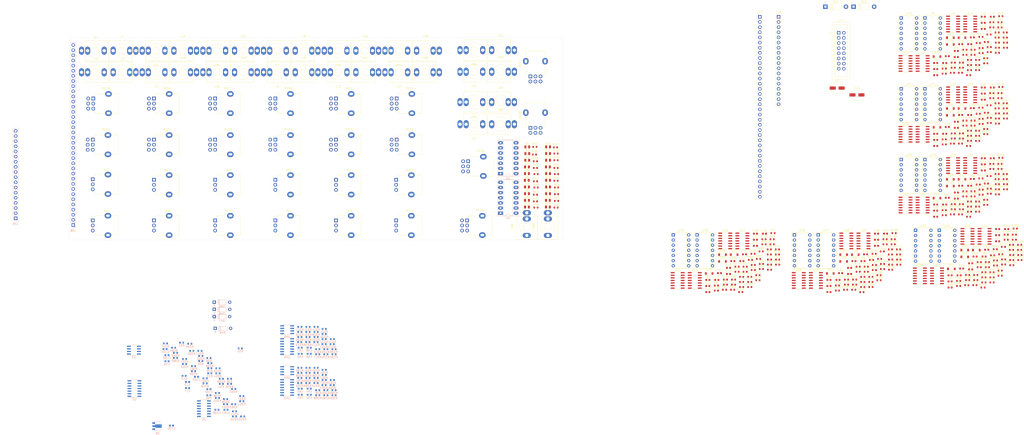
<source format=kicad_pcb>
(kicad_pcb (version 20171130) (host pcbnew "(5.1.10)-1")
  (layers (0 F.Cu signal) (1 In1.Cu power) (2 In2.Cu power) (31 B.Cu signal) (34 B.Paste user) (35 F.Paste user) (36 B.SilkS user) (37 F.SilkS user) (38 B.Mask user) (39 F.Mask user) (44 Edge.Cuts user))
  (net 0 "")
  (net 1 GND)
  (net 2 +12v)
  (net 3 -12v)
  (net 4 "/Channel 1/VREF_RIGHT")
  (net 5 "/Channel 1/VREF_LEFT")
  (net 6 "Net-(C12-Pad1)")
  (net 7 "Net-(C12-Pad2)")
  (net 8 "Net-(C13-Pad1)")
  (net 9 "Net-(C13-Pad2)")
  (net 10 +5V)
  (net 11 "/Channel 2/VREF_RIGHT")
  (net 12 "/Channel 2/VREF_LEFT")
  (net 13 "/Channel 3/VREF_RIGHT")
  (net 14 "/Channel 3/VREF_LEFT")
  (net 15 "/Channel 4/VREF_RIGHT")
  (net 16 "/Channel 4/VREF_LEFT")
  (net 17 "/Channel 5/VREF_RIGHT")
  (net 18 "/Channel 5/VREF_LEFT")
  (net 19 "/Channel 6/VREF_RIGHT")
  (net 20 "/Channel 6/VREF_LEFT")
  (net 21 -12V)
  (net 22 +12V)
  (net 23 "Net-(D1-Pad2)")
  (net 24 "Net-(D2-Pad2)")
  (net 25 "Net-(D3-Pad2)")
  (net 26 "Net-(D4-Pad2)")
  (net 27 "Net-(D5-Pad2)")
  (net 28 "Net-(D6-Pad2)")
  (net 29 "Net-(D7-Pad2)")
  (net 30 "Net-(D8-Pad2)")
  (net 31 "Net-(D9-Pad2)")
  (net 32 "Net-(D10-Pad2)")
  (net 33 "Net-(D11-Pad2)")
  (net 34 "Net-(D12-Pad2)")
  (net 35 "Net-(D13-Pad2)")
  (net 36 "Net-(D14-Pad2)")
  (net 37 "Net-(D15-Pad2)")
  (net 38 "Net-(D16-Pad2)")
  (net 39 "Net-(D17-Pad2)")
  (net 40 "Net-(D18-Pad2)")
  (net 41 "Net-(D19-Pad2)")
  (net 42 "Net-(D20-Pad2)")
  (net 43 "Net-(D21-Pad2)")
  (net 44 "Net-(D22-Pad1)")
  (net 45 "Net-(D23-Pad1)")
  (net 46 "Net-(D24-Pad1)")
  (net 47 "Net-(D25-Pad1)")
  (net 48 "Net-(D26-Pad1)")
  (net 49 "Net-(D27-Pad1)")
  (net 50 "Net-(D28-Pad1)")
  (net 51 "Net-(D29-Pad1)")
  (net 52 "Net-(D30-Pad1)")
  (net 53 "Net-(D31-Pad1)")
  (net 54 "Net-(D32-Pad1)")
  (net 55 "Net-(D33-Pad1)")
  (net 56 "Net-(D34-Pad1)")
  (net 57 "Net-(D35-Pad1)")
  (net 58 "Net-(D36-Pad1)")
  (net 59 "Net-(D37-Pad1)")
  (net 60 "Net-(D38-Pad1)")
  (net 61 "Net-(D39-Pad1)")
  (net 62 "Net-(D40-Pad1)")
  (net 63 "Net-(D41-Pad1)")
  (net 64 "Net-(D42-Pad1)")
  (net 65 "Net-(D43-Pad1)")
  (net 66 "Net-(D44-Pad1)")
  (net 67 "Net-(D45-Pad1)")
  (net 68 "Net-(D46-Pad1)")
  (net 69 "Net-(J1-Pad2)")
  (net 70 PANCV1)
  (net 71 GAINCV1)
  (net 72 "Net-(J2-Pad2)")
  (net 73 IN_LEFT1)
  (net 74 "Net-(J3-Pad2)")
  (net 75 IN_RIGHT1)
  (net 76 "Net-(J5-Pad2)")
  (net 77 PANCV4)
  (net 78 "Net-(J6-Pad2)")
  (net 79 GAINCV4)
  (net 80 IN_LEFT4)
  (net 81 "Net-(J7-Pad2)")
  (net 82 IN_RIGHT4)
  (net 83 PANCV2)
  (net 84 "Net-(J9-Pad2)")
  (net 85 GAINCV2)
  (net 86 "Net-(J10-Pad2)")
  (net 87 "Net-(J11-Pad2)")
  (net 88 IN_LEFT2)
  (net 89 IN_RIGHT2)
  (net 90 "Net-(J13-Pad2)")
  (net 91 PANCV5)
  (net 92 GAINCV5)
  (net 93 "Net-(J14-Pad2)")
  (net 94 IN_LEFT5)
  (net 95 "Net-(J15-Pad2)")
  (net 96 IN_RIGHT5)
  (net 97 "Net-(J17-Pad11)")
  (net 98 "Net-(J17-Pad13)")
  (net 99 "Net-(J17-Pad15)")
  (net 100 "Net-(J17-Pad12)")
  (net 101 "Net-(J17-Pad14)")
  (net 102 "Net-(J17-Pad16)")
  (net 103 "Net-(J18-Pad2)")
  (net 104 PANCV3)
  (net 105 "Net-(J19-Pad2)")
  (net 106 GAINCV3)
  (net 107 IN_LEFT3)
  (net 108 "Net-(J20-Pad2)")
  (net 109 IN_RIGHT3)
  (net 110 PANCV6)
  (net 111 "Net-(J22-Pad2)")
  (net 112 GAINCV6)
  (net 113 "Net-(J23-Pad2)")
  (net 114 "Net-(J24-Pad2)")
  (net 115 IN_LEFT6)
  (net 116 IN_RIGHT6)
  (net 117 out_right6)
  (net 118 out_left6)
  (net 119 out_right5)
  (net 120 out_left5)
  (net 121 out_right4)
  (net 122 out_left4)
  (net 123 out_right3)
  (net 124 out_left3)
  (net 125 out_right2)
  (net 126 out_left2)
  (net 127 out_right1)
  (net 128 out_left1)
  (net 129 in_right6)
  (net 130 in_left6)
  (net 131 gaincv6)
  (net 132 gainknob6)
  (net 133 pancv6)
  (net 134 panknob6)
  (net 135 in_right5)
  (net 136 in_left5)
  (net 137 gaincv5)
  (net 138 gainknob5)
  (net 139 pancv5)
  (net 140 panknob5)
  (net 141 in_right4)
  (net 142 in_left4)
  (net 143 gaincv4)
  (net 144 gainknob4)
  (net 145 pancv4)
  (net 146 panknob4)
  (net 147 in_right3)
  (net 148 in_left3)
  (net 149 gaincv3)
  (net 150 gainknob3)
  (net 151 pancv3)
  (net 152 panknob3)
  (net 153 in_right2)
  (net 154 in_left2)
  (net 155 gaincv2)
  (net 156 gainknob2)
  (net 157 pancv2)
  (net 158 panknob2)
  (net 159 in_right1)
  (net 160 in_left1)
  (net 161 gaincv1)
  (net 162 gainknob1)
  (net 163 pancv1)
  (net 164 panknob1)
  (net 165 GAINKNOB6)
  (net 166 PANKNOB6)
  (net 167 GAINKNOB5)
  (net 168 PANKNOB5)
  (net 169 GAINKNOB4)
  (net 170 PANKNOB4)
  (net 171 GAINKNOB3)
  (net 172 PANKNOB3)
  (net 173 GAINKNOB2)
  (net 174 PANKNOB2)
  (net 175 GAINKNOB1)
  (net 176 PANKNOB1)
  (net 177 OUT_RIGHT6)
  (net 178 OUT_LEFT6)
  (net 179 OUT_RIGHT5)
  (net 180 OUT_LEFT5)
  (net 181 OUT_RIGHT4)
  (net 182 OUT_LEFT4)
  (net 183 OUT_RIGHT3)
  (net 184 OUT_LEFT3)
  (net 185 OUT_RIGHT2)
  (net 186 OUT_LEFT2)
  (net 187 OUT_RIGHT1)
  (net 188 OUT_LEFT1)
  (net 189 "Net-(J30-Pad2)")
  (net 190 SENDOUTLEFT_1)
  (net 191 SENDOUTRIGHT_1)
  (net 192 "Net-(J31-Pad2)")
  (net 193 "Net-(J32-Pad2)")
  (net 194 SENDINLEFT_1)
  (net 195 "Net-(J33-Pad2)")
  (net 196 SENDINRIGHT_1)
  (net 197 SENDOUTLEFT_2)
  (net 198 "Net-(J34-Pad2)")
  (net 199 "Net-(J35-Pad2)")
  (net 200 SENDOUTRIGHT_2)
  (net 201 SENDINRIGHT_2)
  (net 202 "Net-(J36-Pad2)")
  (net 203 "Net-(J37-Pad2)")
  (net 204 SENDINLEFT_2)
  (net 205 LEFT_MASTER_OUTPUT)
  (net 206 "Net-(J38-Pad2)")
  (net 207 "Net-(J39-Pad2)")
  (net 208 RIGHT_MASTER_OUTPUT)
  (net 209 "Net-(R1-Pad1)")
  (net 210 "Net-(R3-Pad1)")
  (net 211 "Net-(R5-Pad1)")
  (net 212 "Net-(R10-Pad2)")
  (net 213 "Net-(R11-Pad2)")
  (net 214 "Net-(R12-Pad2)")
  (net 215 "Net-(R13-Pad2)")
  (net 216 "Net-(R10-Pad1)")
  (net 217 "Net-(R11-Pad1)")
  (net 218 "Net-(R12-Pad1)")
  (net 219 "Net-(R15-Pad1)")
  (net 220 "Net-(R16-Pad1)")
  (net 221 "Net-(R17-Pad1)")
  (net 222 "Net-(R18-Pad1)")
  (net 223 "Net-(R21-Pad1)")
  (net 224 "Net-(R23-Pad2)")
  (net 225 "Net-(R23-Pad1)")
  (net 226 "Net-(R24-Pad2)")
  (net 227 "Net-(R24-Pad1)")
  (net 228 "Net-(R25-Pad1)")
  (net 229 "Net-(R26-Pad1)")
  (net 230 "Net-(R27-Pad1)")
  (net 231 "Net-(R28-Pad1)")
  (net 232 "Net-(R29-Pad1)")
  (net 233 "Net-(R31-Pad1)")
  (net 234 LED10_1)
  (net 235 LED9_1)
  (net 236 LED8_1)
  (net 237 LED7_1)
  (net 238 LED6_1)
  (net 239 LED5_1)
  (net 240 LED4_1)
  (net 241 LED3_1)
  (net 242 LED2_1)
  (net 243 LED1_1)
  (net 244 LED10_2)
  (net 245 LED9_2)
  (net 246 LED8_2)
  (net 247 LED7_2)
  (net 248 LED6_2)
  (net 249 LED5_2)
  (net 250 LED4_2)
  (net 251 LED3_2)
  (net 252 LED2_2)
  (net 253 LED1_2)
  (net 254 "Net-(R57-Pad1)")
  (net 255 "Net-(R62-Pad1)")
  (net 256 "Net-(R63-Pad1)")
  (net 257 "Net-(R64-Pad1)")
  (net 258 "Net-(R65-Pad1)")
  (net 259 "Net-(R68-Pad1)")
  (net 260 "Net-(R68-Pad2)")
  (net 261 "Net-(R69-Pad1)")
  (net 262 "Net-(R69-Pad2)")
  (net 263 "Net-(R72-Pad1)")
  (net 264 "Net-(R74-Pad1)")
  (net 265 "Net-(R76-Pad1)")
  (net 266 "Net-(R77-Pad1)")
  (net 267 "Net-(R78-Pad1)")
  (net 268 "Net-(R79-Pad1)")
  (net 269 "Net-(R80-Pad1)")
  (net 270 "Net-(R81-Pad1)")
  (net 271 "Net-(R82-Pad1)")
  (net 272 "Net-(R83-Pad1)")
  (net 273 "Net-(R86-Pad1)")
  (net 274 "Net-(R87-Pad1)")
  (net 275 "Net-(R88-Pad1)")
  (net 276 "Net-(R89-Pad1)")
  (net 277 "Net-(R92-Pad1)")
  (net 278 "Net-(R94-Pad2)")
  (net 279 "Net-(R94-Pad1)")
  (net 280 "Net-(R95-Pad2)")
  (net 281 "Net-(R95-Pad1)")
  (net 282 "Net-(R96-Pad1)")
  (net 283 "Net-(R105-Pad2)")
  (net 284 "Net-(R106-Pad2)")
  (net 285 "Net-(R103-Pad2)")
  (net 286 "Net-(R100-Pad1)")
  (net 287 "Net-(R105-Pad1)")
  (net 288 "Net-(R106-Pad1)")
  (net 289 "Net-(R107-Pad1)")
  (net 290 "Net-(R108-Pad1)")
  (net 291 "Net-(R111-Pad1)")
  (net 292 "Net-(R111-Pad2)")
  (net 293 "Net-(R112-Pad1)")
  (net 294 "Net-(R112-Pad2)")
  (net 295 "Net-(R115-Pad1)")
  (net 296 "Net-(R117-Pad1)")
  (net 297 "Net-(R119-Pad1)")
  (net 298 "Net-(R120-Pad1)")
  (net 299 "Net-(R121-Pad1)")
  (net 300 "Net-(R122-Pad1)")
  (net 301 "Net-(R123-Pad1)")
  (net 302 "Net-(R124-Pad1)")
  (net 303 "Net-(R125-Pad1)")
  (net 304 "Net-(R126-Pad1)")
  (net 305 "Net-(R129-Pad1)")
  (net 306 "Net-(R130-Pad1)")
  (net 307 "Net-(R131-Pad1)")
  (net 308 "Net-(R132-Pad1)")
  (net 309 "Net-(R135-Pad1)")
  (net 310 "Net-(R137-Pad2)")
  (net 311 "Net-(R137-Pad1)")
  (net 312 "Net-(R138-Pad1)")
  (net 313 "Net-(R138-Pad2)")
  (net 314 "Net-(R139-Pad1)")
  (net 315 "Net-(R140-Pad1)")
  (net 316 "Net-(R141-Pad1)")
  (net 317 "Net-(R142-Pad1)")
  (net 318 "Net-(R143-Pad1)")
  (net 319 "Net-(R148-Pad1)")
  (net 320 "Net-(R149-Pad1)")
  (net 321 "Net-(R150-Pad1)")
  (net 322 "Net-(R151-Pad1)")
  (net 323 "Net-(R154-Pad1)")
  (net 324 "Net-(R154-Pad2)")
  (net 325 "Net-(R155-Pad2)")
  (net 326 "Net-(R155-Pad1)")
  (net 327 "Net-(R158-Pad1)")
  (net 328 "Net-(R160-Pad1)")
  (net 329 "Net-(R162-Pad1)")
  (net 330 "Net-(R163-Pad1)")
  (net 331 "Net-(R164-Pad1)")
  (net 332 "Net-(R165-Pad1)")
  (net 333 "Net-(R166-Pad1)")
  (net 334 "Net-(R167-Pad1)")
  (net 335 "Net-(R168-Pad1)")
  (net 336 "Net-(R169-Pad1)")
  (net 337 "Net-(R172-Pad1)")
  (net 338 "Net-(R173-Pad1)")
  (net 339 "Net-(R174-Pad1)")
  (net 340 "Net-(R175-Pad1)")
  (net 341 "Net-(R178-Pad1)")
  (net 342 "Net-(R180-Pad1)")
  (net 343 "Net-(R180-Pad2)")
  (net 344 "Net-(R181-Pad2)")
  (net 345 "Net-(R181-Pad1)")
  (net 346 "Net-(R182-Pad1)")
  (net 347 "Net-(R183-Pad1)")
  (net 348 "Net-(R184-Pad1)")
  (net 349 "Net-(R185-Pad1)")
  (net 350 "Net-(R186-Pad1)")
  (net 351 "Net-(R191-Pad1)")
  (net 352 "Net-(R192-Pad1)")
  (net 353 "Net-(R193-Pad1)")
  (net 354 "Net-(R194-Pad1)")
  (net 355 "Net-(R197-Pad2)")
  (net 356 "Net-(R197-Pad1)")
  (net 357 "Net-(R198-Pad1)")
  (net 358 "Net-(R198-Pad2)")
  (net 359 "Net-(R201-Pad1)")
  (net 360 "Net-(R203-Pad1)")
  (net 361 "Net-(R205-Pad1)")
  (net 362 "Net-(R206-Pad1)")
  (net 363 "Net-(R207-Pad1)")
  (net 364 "Net-(R208-Pad1)")
  (net 365 "Net-(R209-Pad1)")
  (net 366 "Net-(R210-Pad1)")
  (net 367 "Net-(R211-Pad1)")
  (net 368 "Net-(R212-Pad1)")
  (net 369 "Net-(R215-Pad1)")
  (net 370 "Net-(R216-Pad1)")
  (net 371 "Net-(R217-Pad1)")
  (net 372 "Net-(R218-Pad1)")
  (net 373 "Net-(R221-Pad1)")
  (net 374 "Net-(R223-Pad2)")
  (net 375 "Net-(R223-Pad1)")
  (net 376 "Net-(R224-Pad1)")
  (net 377 "Net-(R224-Pad2)")
  (net 378 "Net-(R225-Pad1)")
  (net 379 "Net-(R226-Pad1)")
  (net 380 "Net-(R227-Pad1)")
  (net 381 "Net-(R228-Pad1)")
  (net 382 "Net-(R229-Pad1)")
  (net 383 "Net-(R234-Pad1)")
  (net 384 "Net-(R235-Pad1)")
  (net 385 "Net-(R236-Pad1)")
  (net 386 "Net-(R237-Pad1)")
  (net 387 "Net-(R240-Pad1)")
  (net 388 "Net-(R240-Pad2)")
  (net 389 "Net-(R241-Pad2)")
  (net 390 "Net-(R241-Pad1)")
  (net 391 "Net-(R244-Pad1)")
  (net 392 "Net-(R246-Pad1)")
  (net 393 "Net-(R248-Pad1)")
  (net 394 "Net-(R249-Pad1)")
  (net 395 "Net-(R250-Pad1)")
  (net 396 "Net-(R251-Pad1)")
  (net 397 "Net-(R252-Pad1)")
  (net 398 "Net-(R253-Pad1)")
  (net 399 "Net-(R254-Pad1)")
  (net 400 "Net-(R255-Pad1)")
  (net 401 "Net-(R258-Pad1)")
  (net 402 "Net-(R259-Pad1)")
  (net 403 "Net-(R260-Pad1)")
  (net 404 "Net-(R261-Pad1)")
  (net 405 "Net-(R264-Pad1)")
  (net 406 "Net-(R266-Pad2)")
  (net 407 "Net-(R266-Pad1)")
  (net 408 "Net-(R267-Pad1)")
  (net 409 "Net-(R267-Pad2)")
  (net 410 "Net-(R268-Pad1)")
  (net 411 "Net-(R269-Pad1)")
  (net 412 "Net-(R270-Pad1)")
  (net 413 "Net-(R271-Pad1)")
  (net 414 "Net-(R272-Pad1)")
  (net 415 "Net-(R277-Pad1)")
  (net 416 "Net-(R278-Pad1)")
  (net 417 "Net-(R279-Pad1)")
  (net 418 "Net-(R280-Pad1)")
  (net 419 "Net-(R283-Pad1)")
  (net 420 "Net-(R283-Pad2)")
  (net 421 "Net-(R284-Pad1)")
  (net 422 "Net-(R284-Pad2)")
  (net 423 SL1_1)
  (net 424 "Net-(R287-Pad1)")
  (net 425 SL2_1)
  (net 426 SL3_1)
  (net 427 SL4_1)
  (net 428 SL5_1)
  (net 429 SL6_1)
  (net 430 SR1_1)
  (net 431 "Net-(R293-Pad1)")
  (net 432 SR2_1)
  (net 433 SR3_1)
  (net 434 SR4_1)
  (net 435 SR5_1)
  (net 436 SR6_1)
  (net 437 "Net-(R299-Pad1)")
  (net 438 "Net-(R300-Pad1)")
  (net 439 "Net-(R301-Pad1)")
  (net 440 "Net-(R302-Pad1)")
  (net 441 "Net-(R303-Pad1)")
  (net 442 "Net-(R304-Pad1)")
  (net 443 "Net-(R307-Pad1)")
  (net 444 "Net-(R308-Pad1)")
  (net 445 SENDTOMASTERLEFT_1)
  (net 446 "Net-(R309-Pad2)")
  (net 447 "Net-(R310-Pad2)")
  (net 448 SENDTOMASTERRIGHT_1)
  (net 449 SL1_2)
  (net 450 "Net-(R311-Pad1)")
  (net 451 SL2_2)
  (net 452 SL3_2)
  (net 453 SL4_2)
  (net 454 SL5_2)
  (net 455 SL6_2)
  (net 456 SR1_2)
  (net 457 "Net-(R317-Pad1)")
  (net 458 SR2_2)
  (net 459 SR3_2)
  (net 460 SR4_2)
  (net 461 SR5_2)
  (net 462 SR6_2)
  (net 463 "Net-(R323-Pad1)")
  (net 464 "Net-(R324-Pad1)")
  (net 465 "Net-(R325-Pad1)")
  (net 466 "Net-(R326-Pad1)")
  (net 467 "Net-(R327-Pad1)")
  (net 468 "Net-(R328-Pad1)")
  (net 469 "Net-(R331-Pad1)")
  (net 470 "Net-(R332-Pad1)")
  (net 471 "Net-(R333-Pad2)")
  (net 472 SENDTOMASTERLEFT_2)
  (net 473 SENDTOMASTERRIGHT_2)
  (net 474 "Net-(R334-Pad2)")
  (net 475 "Net-(R335-Pad1)")
  (net 476 "Net-(R343-Pad1)")
  (net 477 "Net-(R351-Pad1)")
  (net 478 "Net-(R352-Pad1)")
  (net 479 "Net-(R353-Pad1)")
  (net 480 "Net-(R354-Pad1)")
  (net 481 "Net-(R355-Pad1)")
  (net 482 "Net-(R356-Pad1)")
  (net 483 "Net-(R359-Pad2)")
  (net 484 "Net-(R360-Pad2)")
  (net 485 "Net-(R361-Pad1)")
  (net 486 "Net-(R362-Pad1)")
  (net 487 "Net-(R363-Pad1)")
  (net 488 "Net-(R364-Pad1)")
  (net 489 "Net-(RV25-Pad2)")
  (net 490 "Net-(RV25-Pad5)")
  (net 491 "Net-(RV26-Pad5)")
  (net 492 "Net-(RV26-Pad2)")
  (net 493 "Net-(U4-Pad4)")
  (net 494 "Net-(U5-Pad4)")
  (net 495 "Net-(U8-Pad13)")
  (net 496 "Net-(U9-Pad10)")
  (net 497 "Net-(U9-Pad4)")
  (net 498 "Net-(U9-Pad11)")
  (net 499 "Net-(U9-Pad5)")
  (net 500 "Net-(U10-Pad13)")
  (net 501 "Net-(U11-Pad13)")
  (net 502 "Net-(U12-Pad8)")
  (net 503 "Net-(U12-Pad10)")
  (net 504 "Net-(U12-Pad4)")
  (net 505 "Net-(U12-Pad11)")
  (net 506 "Net-(U12-Pad5)")
  (net 507 "Net-(U14-Pad13)")
  (net 508 "Net-(U15-Pad5)")
  (net 509 "Net-(U15-Pad11)")
  (net 510 "Net-(U15-Pad4)")
  (net 511 "Net-(U15-Pad10)")
  (net 512 "Net-(U16-Pad13)")
  (net 513 "Net-(U17-Pad13)")
  (net 514 "Net-(U18-Pad5)")
  (net 515 "Net-(U18-Pad11)")
  (net 516 "Net-(U18-Pad4)")
  (net 517 "Net-(U18-Pad10)")
  (net 518 "Net-(U18-Pad8)")
  (net 519 "Net-(U20-Pad13)")
  (net 520 "Net-(U21-Pad10)")
  (net 521 "Net-(U21-Pad4)")
  (net 522 "Net-(U21-Pad11)")
  (net 523 "Net-(U21-Pad5)")
  (net 524 "Net-(U22-Pad13)")
  (net 525 "Net-(U23-Pad13)")
  (net 526 "Net-(U24-Pad8)")
  (net 527 "Net-(U24-Pad10)")
  (net 528 "Net-(U24-Pad4)")
  (net 529 "Net-(U24-Pad11)")
  (net 530 "Net-(U24-Pad5)")
  (net 531 "Net-(U26-Pad13)")
  (net 532 "Net-(U27-Pad5)")
  (net 533 "Net-(U27-Pad11)")
  (net 534 "Net-(U27-Pad4)")
  (net 535 "Net-(U27-Pad10)")
  (net 536 "Net-(U28-Pad13)")
  (net 537 "Net-(U29-Pad13)")
  (net 538 "Net-(U30-Pad8)")
  (net 539 "Net-(U30-Pad10)")
  (net 540 "Net-(U30-Pad4)")
  (net 541 "Net-(U30-Pad11)")
  (net 542 "Net-(U30-Pad5)")
  (net 543 "Net-(U32-Pad13)")
  (net 544 "Net-(U33-Pad5)")
  (net 545 "Net-(U33-Pad11)")
  (net 546 "Net-(U33-Pad4)")
  (net 547 "Net-(U33-Pad10)")
  (net 548 "Net-(U34-Pad13)")
  (net 549 "Net-(U35-Pad13)")
  (net 550 "Net-(U36-Pad5)")
  (net 551 "Net-(U36-Pad11)")
  (net 552 "Net-(U36-Pad4)")
  (net 553 "Net-(U36-Pad10)")
  (net 554 "Net-(U36-Pad8)")
  (net 555 "Net-(U38-Pad13)")
  (net 556 "Net-(U39-Pad5)")
  (net 557 "Net-(U39-Pad11)")
  (net 558 "Net-(U39-Pad4)")
  (net 559 "Net-(U39-Pad10)")
  (net 560 "Net-(U40-Pad13)")
  (net 561 "Net-(U41-Pad13)")
  (net 562 "Net-(U42-Pad8)")
  (net 563 "Net-(U42-Pad10)")
  (net 564 "Net-(U42-Pad4)")
  (net 565 "Net-(U42-Pad11)")
  (net 566 "Net-(U42-Pad5)")
  (net 567 "Net-(D47-Pad1)")
  (net 568 "Net-(D48-Pad1)")
  (net 569 "Net-(R309-Pad1)")
  (net 570 "Net-(R310-Pad1)")
  (net 571 "Net-(R333-Pad1)")
  (net 572 "Net-(R334-Pad1)")
  (module Capacitor_SMD:CP_Elec_5x5.4 (layer F.Cu) (at 404.237001 49.973001)
    (fp_text reference C1 (at 0 -3.7) (layer F.SilkS))
    (fp_text value 10uf)
    (pad 2 smd roundrect (at 2.2 0) (size 3 1.6) (layers F.Cu F.Paste F.Mask) (roundrect_rratio 0.15625) (net 1 GND))
    (pad 1 smd roundrect (at -2.2 0) (size 3 1.6) (layers F.Cu F.Paste F.Mask) (roundrect_rratio 0.15625) (net 2 +12v))
  )
  (module Capacitor_SMD:CP_Elec_5x5.4 (layer F.Cu) (at 414.02 53.34)
    (fp_text reference C2 (at 0 -3.7) (layer F.SilkS))
    (fp_text value 10uf)
    (pad 1 smd roundrect (at -2.2 0) (size 3 1.6) (layers F.Cu F.Paste F.Mask) (roundrect_rratio 0.15625) (net 1 GND))
    (pad 2 smd roundrect (at 2.2 0) (size 3 1.6) (layers F.Cu F.Paste F.Mask) (roundrect_rratio 0.15625) (net 3 -12v))
  )
  (module LED_SMD:LED_0805_2012Metric (layer F.Cu) (at 251.206 78.994)
    (fp_text reference D1 (at 0 -1.65) (layer F.SilkS))
    (fp_text value LED_RED)
    (pad 2 smd roundrect (at 0.9375 0) (size 0.975 1.4) (layers F.Cu F.Paste F.Mask) (net 23 "Net-(D1-Pad2)"))
    (pad 1 smd roundrect (at -0.9375 0) (size 0.975 1.4) (layers F.Cu F.Paste F.Mask) (net 1 GND))
  )
  (module LED_SMD:LED_0805_2012Metric (layer F.Cu) (at 251.206 82.296)
    (fp_text reference D2 (at 0 -1.65) (layer F.SilkS))
    (fp_text value LED_YELLOW)
    (pad 1 smd roundrect (at -0.9375 0) (size 0.975 1.4) (layers F.Cu F.Paste F.Mask) (net 1 GND))
    (pad 2 smd roundrect (at 0.9375 0) (size 0.975 1.4) (layers F.Cu F.Paste F.Mask) (net 24 "Net-(D2-Pad2)"))
  )
  (module LED_SMD:LED_0805_2012Metric (layer F.Cu) (at 251.0305 88.9)
    (fp_text reference D4 (at 0 -1.65) (layer F.SilkS))
    (fp_text value LED)
    (pad 1 smd roundrect (at -0.9375 0) (size 0.975 1.4) (layers F.Cu F.Paste F.Mask) (net 1 GND))
    (pad 2 smd roundrect (at 0.9375 0) (size 0.975 1.4) (layers F.Cu F.Paste F.Mask) (net 26 "Net-(D4-Pad2)"))
  )
  (module LED_SMD:LED_0805_2012Metric (layer F.Cu) (at 251.0305 92.202)
    (fp_text reference D5 (at 0 -1.65) (layer F.SilkS))
    (fp_text value LED)
    (pad 2 smd roundrect (at 0.9375 0) (size 0.975 1.4) (layers F.Cu F.Paste F.Mask) (net 27 "Net-(D5-Pad2)"))
    (pad 1 smd roundrect (at -0.9375 0) (size 0.975 1.4) (layers F.Cu F.Paste F.Mask) (net 1 GND))
  )
  (module LED_SMD:LED_0805_2012Metric (layer F.Cu) (at 250.952 95.504)
    (fp_text reference D6 (at 0 -1.65) (layer F.SilkS))
    (fp_text value LED)
    (pad 2 smd roundrect (at 0.9375 0) (size 0.975 1.4) (layers F.Cu F.Paste F.Mask) (net 28 "Net-(D6-Pad2)"))
    (pad 1 smd roundrect (at -0.9375 0) (size 0.975 1.4) (layers F.Cu F.Paste F.Mask) (net 1 GND))
  )
  (module LED_SMD:LED_0805_2012Metric (layer F.Cu) (at 251.0305 98.806)
    (fp_text reference D7 (at 0 -1.65) (layer F.SilkS))
    (fp_text value LED)
    (pad 2 smd roundrect (at 0.9375 0) (size 0.975 1.4) (layers F.Cu F.Paste F.Mask) (net 29 "Net-(D7-Pad2)"))
    (pad 1 smd roundrect (at -0.9375 0) (size 0.975 1.4) (layers F.Cu F.Paste F.Mask) (net 1 GND))
  )
  (module LED_SMD:LED_0805_2012Metric (layer F.Cu) (at 251.0305 102.108)
    (fp_text reference D8 (at 0 -1.65) (layer F.SilkS))
    (fp_text value LED)
    (pad 1 smd roundrect (at -0.9375 0) (size 0.975 1.4) (layers F.Cu F.Paste F.Mask) (net 1 GND))
    (pad 2 smd roundrect (at 0.9375 0) (size 0.975 1.4) (layers F.Cu F.Paste F.Mask) (net 30 "Net-(D8-Pad2)"))
  )
  (module LED_SMD:LED_0805_2012Metric (layer F.Cu) (at 251.0305 105.41)
    (fp_text reference D9 (at 0 -1.65) (layer F.SilkS))
    (fp_text value LED)
    (pad 2 smd roundrect (at 0.9375 0) (size 0.975 1.4) (layers F.Cu F.Paste F.Mask) (net 31 "Net-(D9-Pad2)"))
    (pad 1 smd roundrect (at -0.9375 0) (size 0.975 1.4) (layers F.Cu F.Paste F.Mask) (net 1 GND))
  )
  (module LED_SMD:LED_0805_2012Metric (layer F.Cu) (at 251.0305 108.712)
    (fp_text reference D10 (at 0 -1.65) (layer F.SilkS))
    (fp_text value LED)
    (pad 1 smd roundrect (at -0.9375 0) (size 0.975 1.4) (layers F.Cu F.Paste F.Mask) (net 1 GND))
    (pad 2 smd roundrect (at 0.9375 0) (size 0.975 1.4) (layers F.Cu F.Paste F.Mask) (net 32 "Net-(D10-Pad2)"))
  )
  (module LED_SMD:LED_0805_2012Metric (layer F.Cu) (at 261.4445 78.994)
    (fp_text reference D11 (at 0 -1.65) (layer F.SilkS))
    (fp_text value LED_RED)
    (pad 1 smd roundrect (at -0.9375 0) (size 0.975 1.4) (layers F.Cu F.Paste F.Mask) (net 1 GND))
    (pad 2 smd roundrect (at 0.9375 0) (size 0.975 1.4) (layers F.Cu F.Paste F.Mask) (net 33 "Net-(D11-Pad2)"))
  )
  (module LED_SMD:LED_0805_2012Metric (layer F.Cu) (at 261.4445 82.296)
    (fp_text reference D12 (at 0 -1.65) (layer F.SilkS))
    (fp_text value LED_YELLOW)
    (pad 2 smd roundrect (at 0.9375 0) (size 0.975 1.4) (layers F.Cu F.Paste F.Mask) (net 34 "Net-(D12-Pad2)"))
    (pad 1 smd roundrect (at -0.9375 0) (size 0.975 1.4) (layers F.Cu F.Paste F.Mask) (net 1 GND))
  )
  (module LED_SMD:LED_0805_2012Metric (layer F.Cu) (at 261.366 88.9)
    (fp_text reference D14 (at 0 -1.65) (layer F.SilkS))
    (fp_text value LED)
    (pad 1 smd roundrect (at -0.9375 0) (size 0.975 1.4) (layers F.Cu F.Paste F.Mask) (net 1 GND))
    (pad 2 smd roundrect (at 0.9375 0) (size 0.975 1.4) (layers F.Cu F.Paste F.Mask) (net 36 "Net-(D14-Pad2)"))
  )
  (module LED_SMD:LED_0805_2012Metric (layer F.Cu) (at 261.4445 92.202)
    (fp_text reference D15 (at 0 -1.65) (layer F.SilkS))
    (fp_text value LED)
    (pad 1 smd roundrect (at -0.9375 0) (size 0.975 1.4) (layers F.Cu F.Paste F.Mask) (net 1 GND))
    (pad 2 smd roundrect (at 0.9375 0) (size 0.975 1.4) (layers F.Cu F.Paste F.Mask) (net 37 "Net-(D15-Pad2)"))
  )
  (module LED_SMD:LED_0805_2012Metric (layer F.Cu) (at 261.4445 95.504)
    (fp_text reference D16 (at 0 -1.65) (layer F.SilkS))
    (fp_text value LED)
    (pad 2 smd roundrect (at 0.9375 0) (size 0.975 1.4) (layers F.Cu F.Paste F.Mask) (net 38 "Net-(D16-Pad2)"))
    (pad 1 smd roundrect (at -0.9375 0) (size 0.975 1.4) (layers F.Cu F.Paste F.Mask) (net 1 GND))
  )
  (module LED_SMD:LED_0805_2012Metric (layer F.Cu) (at 261.4445 98.806)
    (fp_text reference D17 (at 0 -1.65) (layer F.SilkS))
    (fp_text value LED)
    (pad 2 smd roundrect (at 0.9375 0) (size 0.975 1.4) (layers F.Cu F.Paste F.Mask) (net 39 "Net-(D17-Pad2)"))
    (pad 1 smd roundrect (at -0.9375 0) (size 0.975 1.4) (layers F.Cu F.Paste F.Mask) (net 1 GND))
  )
  (module LED_SMD:LED_0805_2012Metric (layer F.Cu) (at 261.4445 102.108)
    (fp_text reference D18 (at 0 -1.65) (layer F.SilkS))
    (fp_text value LED)
    (pad 1 smd roundrect (at -0.9375 0) (size 0.975 1.4) (layers F.Cu F.Paste F.Mask) (net 1 GND))
    (pad 2 smd roundrect (at 0.9375 0) (size 0.975 1.4) (layers F.Cu F.Paste F.Mask) (net 40 "Net-(D18-Pad2)"))
  )
  (module LED_SMD:LED_0805_2012Metric (layer F.Cu) (at 261.366 105.41)
    (fp_text reference D19 (at 0 -1.65) (layer F.SilkS))
    (fp_text value LED)
    (pad 1 smd roundrect (at -0.9375 0) (size 0.975 1.4) (layers F.Cu F.Paste F.Mask) (net 1 GND))
    (pad 2 smd roundrect (at 0.9375 0) (size 0.975 1.4) (layers F.Cu F.Paste F.Mask) (net 41 "Net-(D19-Pad2)"))
  )
  (module LED_SMD:LED_0805_2012Metric (layer F.Cu) (at 261.366 108.712)
    (fp_text reference D20 (at 0 -1.65) (layer F.SilkS))
    (fp_text value LED)
    (pad 1 smd roundrect (at -0.9375 0) (size 0.975 1.4) (layers F.Cu F.Paste F.Mask) (net 1 GND))
    (pad 2 smd roundrect (at 0.9375 0) (size 0.975 1.4) (layers F.Cu F.Paste F.Mask) (net 42 "Net-(D20-Pad2)"))
  )
  (module Diode_THT:D_DO-41_SOD81_P10.16mm_Horizontal (layer F.Cu) (at 398.433001 9.781001)
    (fp_text reference D21 (at 5.08 -2.47) (layer F.SilkS))
    (fp_text value 1N5819)
    (fp_text user K (at 0 -2.1) (layer F.SilkS))
    (pad 1 thru_hole rect (at 0 0) (size 2.2 2.2) (drill 1.1) (layers *.Cu *.Mask) (net 2 +12v))
    (pad 2 thru_hole oval (at 10.16 0) (size 2.2 2.2) (drill 1.1) (layers *.Cu *.Mask) (net 43 "Net-(D21-Pad2)"))
  )
  (module Diode_THT:D_DO-41_SOD81_P10.16mm_Horizontal (layer F.Cu) (at 412.343001 9.781001)
    (fp_text reference D22 (at 5.08 -2.47) (layer F.SilkS))
    (fp_text value 1N5819)
    (fp_text user K (at 0 -2.1) (layer F.SilkS))
    (pad 2 thru_hole oval (at 10.16 0) (size 2.2 2.2) (drill 1.1) (layers *.Cu *.Mask) (net 3 -12v))
    (pad 1 thru_hole rect (at 0 0) (size 2.2 2.2) (drill 1.1) (layers *.Cu *.Mask) (net 44 "Net-(D22-Pad1)"))
  )
  (module Diode_SMD:D_SOD-123 (layer F.Cu) (at 460.151001 25.101001)
    (fp_text reference D23 (at 0 -2) (layer F.SilkS))
    (fp_text value BZX55C2V0)
    (pad 2 smd rect (at 1.65 0) (size 0.9 1.2) (layers F.Cu F.Paste F.Mask) (net 1 GND))
    (pad 1 smd rect (at -1.65 0) (size 0.9 1.2) (layers F.Cu F.Paste F.Mask) (net 45 "Net-(D23-Pad1)"))
  )
  (module Diode_SMD:D_SOD-123 (layer F.Cu) (at 460.151001 28.451001)
    (fp_text reference D24 (at 0 -2) (layer F.SilkS))
    (fp_text value BZX55C2V0)
    (pad 2 smd rect (at 1.65 0) (size 0.9 1.2) (layers F.Cu F.Paste F.Mask) (net 1 GND))
    (pad 1 smd rect (at -1.65 0) (size 0.9 1.2) (layers F.Cu F.Paste F.Mask) (net 46 "Net-(D24-Pad1)"))
  )
  (module Diode_SMD:D_SOD-123 (layer F.Cu) (at 453.551001 34.391001)
    (fp_text reference D25 (at 0 -2) (layer F.SilkS))
    (fp_text value BZX55C2V0)
    (pad 2 smd rect (at 1.65 0) (size 0.9 1.2) (layers F.Cu F.Paste F.Mask) (net 1 GND))
    (pad 1 smd rect (at -1.65 0) (size 0.9 1.2) (layers F.Cu F.Paste F.Mask) (net 47 "Net-(D25-Pad1)"))
  )
  (module Diode_SMD:D_SOD-123 (layer F.Cu) (at 465.901001 25.101001)
    (fp_text reference D26 (at 0 -2) (layer F.SilkS))
    (fp_text value BZX55C2V0)
    (pad 1 smd rect (at -1.65 0) (size 0.9 1.2) (layers F.Cu F.Paste F.Mask) (net 48 "Net-(D26-Pad1)"))
    (pad 2 smd rect (at 1.65 0) (size 0.9 1.2) (layers F.Cu F.Paste F.Mask) (net 1 GND))
  )
  (module Diode_SMD:D_SOD-123 (layer F.Cu) (at 347.611001 135.591001)
    (fp_text reference D27 (at 0 -2) (layer F.SilkS))
    (fp_text value BZX55C2V0)
    (pad 1 smd rect (at -1.65 0) (size 0.9 1.2) (layers F.Cu F.Paste F.Mask) (net 49 "Net-(D27-Pad1)"))
    (pad 2 smd rect (at 1.65 0) (size 0.9 1.2) (layers F.Cu F.Paste F.Mask) (net 1 GND))
  )
  (module Diode_SMD:D_SOD-123 (layer F.Cu) (at 347.611001 132.241001)
    (fp_text reference D28 (at 0 -2) (layer F.SilkS))
    (fp_text value BZX55C2V0)
    (pad 2 smd rect (at 1.65 0) (size 0.9 1.2) (layers F.Cu F.Paste F.Mask) (net 1 GND))
    (pad 1 smd rect (at -1.65 0) (size 0.9 1.2) (layers F.Cu F.Paste F.Mask) (net 50 "Net-(D28-Pad1)"))
  )
  (module Diode_SMD:D_SOD-123 (layer F.Cu) (at 341.011001 141.531001)
    (fp_text reference D29 (at 0 -2) (layer F.SilkS))
    (fp_text value BZX55C2V0)
    (pad 1 smd rect (at -1.65 0) (size 0.9 1.2) (layers F.Cu F.Paste F.Mask) (net 51 "Net-(D29-Pad1)"))
    (pad 2 smd rect (at 1.65 0) (size 0.9 1.2) (layers F.Cu F.Paste F.Mask) (net 1 GND))
  )
  (module Diode_SMD:D_SOD-123 (layer F.Cu) (at 353.361001 132.241001)
    (fp_text reference D30 (at 0 -2) (layer F.SilkS))
    (fp_text value BZX55C2V0)
    (pad 1 smd rect (at -1.65 0) (size 0.9 1.2) (layers F.Cu F.Paste F.Mask) (net 52 "Net-(D30-Pad1)"))
    (pad 2 smd rect (at 1.65 0) (size 0.9 1.2) (layers F.Cu F.Paste F.Mask) (net 1 GND))
  )
  (module Diode_SMD:D_SOD-123 (layer F.Cu) (at 460.151001 60.061001)
    (fp_text reference D31 (at 0 -2) (layer F.SilkS))
    (fp_text value BZX55C2V0)
    (pad 1 smd rect (at -1.65 0) (size 0.9 1.2) (layers F.Cu F.Paste F.Mask) (net 53 "Net-(D31-Pad1)"))
    (pad 2 smd rect (at 1.65 0) (size 0.9 1.2) (layers F.Cu F.Paste F.Mask) (net 1 GND))
  )
  (module Diode_SMD:D_SOD-123 (layer F.Cu) (at 460.151001 63.411001)
    (fp_text reference D32 (at 0 -2) (layer F.SilkS))
    (fp_text value BZX55C2V0)
    (pad 1 smd rect (at -1.65 0) (size 0.9 1.2) (layers F.Cu F.Paste F.Mask) (net 54 "Net-(D32-Pad1)"))
    (pad 2 smd rect (at 1.65 0) (size 0.9 1.2) (layers F.Cu F.Paste F.Mask) (net 1 GND))
  )
  (module Diode_SMD:D_SOD-123 (layer F.Cu) (at 453.551001 69.351001)
    (fp_text reference D33 (at 0 -2) (layer F.SilkS))
    (fp_text value BZX55C2V0)
    (pad 2 smd rect (at 1.65 0) (size 0.9 1.2) (layers F.Cu F.Paste F.Mask) (net 1 GND))
    (pad 1 smd rect (at -1.65 0) (size 0.9 1.2) (layers F.Cu F.Paste F.Mask) (net 55 "Net-(D33-Pad1)"))
  )
  (module Diode_SMD:D_SOD-123 (layer F.Cu) (at 465.901001 60.061001)
    (fp_text reference D34 (at 0 -2) (layer F.SilkS))
    (fp_text value BZX55C2V0)
    (pad 1 smd rect (at -1.65 0) (size 0.9 1.2) (layers F.Cu F.Paste F.Mask) (net 56 "Net-(D34-Pad1)"))
    (pad 2 smd rect (at 1.65 0) (size 0.9 1.2) (layers F.Cu F.Paste F.Mask) (net 1 GND))
  )
  (module Diode_SMD:D_SOD-123 (layer F.Cu) (at 407.431001 132.241001)
    (fp_text reference D35 (at 0 -2) (layer F.SilkS))
    (fp_text value BZX55C2V0)
    (pad 2 smd rect (at 1.65 0) (size 0.9 1.2) (layers F.Cu F.Paste F.Mask) (net 1 GND))
    (pad 1 smd rect (at -1.65 0) (size 0.9 1.2) (layers F.Cu F.Paste F.Mask) (net 57 "Net-(D35-Pad1)"))
  )
  (module Diode_SMD:D_SOD-123 (layer F.Cu) (at 407.431001 135.591001)
    (fp_text reference D36 (at 0 -2) (layer F.SilkS))
    (fp_text value BZX55C2V0)
    (pad 1 smd rect (at -1.65 0) (size 0.9 1.2) (layers F.Cu F.Paste F.Mask) (net 58 "Net-(D36-Pad1)"))
    (pad 2 smd rect (at 1.65 0) (size 0.9 1.2) (layers F.Cu F.Paste F.Mask) (net 1 GND))
  )
  (module Diode_SMD:D_SOD-123 (layer F.Cu) (at 400.831001 141.531001)
    (fp_text reference D37 (at 0 -2) (layer F.SilkS))
    (fp_text value BZX55C2V0)
    (pad 2 smd rect (at 1.65 0) (size 0.9 1.2) (layers F.Cu F.Paste F.Mask) (net 1 GND))
    (pad 1 smd rect (at -1.65 0) (size 0.9 1.2) (layers F.Cu F.Paste F.Mask) (net 59 "Net-(D37-Pad1)"))
  )
  (module Diode_SMD:D_SOD-123 (layer F.Cu) (at 413.181001 132.241001)
    (fp_text reference D38 (at 0 -2) (layer F.SilkS))
    (fp_text value BZX55C2V0)
    (pad 1 smd rect (at -1.65 0) (size 0.9 1.2) (layers F.Cu F.Paste F.Mask) (net 60 "Net-(D38-Pad1)"))
    (pad 2 smd rect (at 1.65 0) (size 0.9 1.2) (layers F.Cu F.Paste F.Mask) (net 1 GND))
  )
  (module Diode_SMD:D_SOD-123 (layer F.Cu) (at 460.151001 95.021001)
    (fp_text reference D39 (at 0 -2) (layer F.SilkS))
    (fp_text value BZX55C2V0)
    (pad 2 smd rect (at 1.65 0) (size 0.9 1.2) (layers F.Cu F.Paste F.Mask) (net 1 GND))
    (pad 1 smd rect (at -1.65 0) (size 0.9 1.2) (layers F.Cu F.Paste F.Mask) (net 61 "Net-(D39-Pad1)"))
  )
  (module Diode_SMD:D_SOD-123 (layer F.Cu) (at 460.151001 98.371001)
    (fp_text reference D40 (at 0 -2) (layer F.SilkS))
    (fp_text value BZX55C2V0)
    (pad 2 smd rect (at 1.65 0) (size 0.9 1.2) (layers F.Cu F.Paste F.Mask) (net 1 GND))
    (pad 1 smd rect (at -1.65 0) (size 0.9 1.2) (layers F.Cu F.Paste F.Mask) (net 62 "Net-(D40-Pad1)"))
  )
  (module Diode_SMD:D_SOD-123 (layer F.Cu) (at 453.551001 104.311001)
    (fp_text reference D41 (at 0 -2) (layer F.SilkS))
    (fp_text value BZX55C2V0)
    (pad 1 smd rect (at -1.65 0) (size 0.9 1.2) (layers F.Cu F.Paste F.Mask) (net 63 "Net-(D41-Pad1)"))
    (pad 2 smd rect (at 1.65 0) (size 0.9 1.2) (layers F.Cu F.Paste F.Mask) (net 1 GND))
  )
  (module Diode_SMD:D_SOD-123 (layer F.Cu) (at 465.901001 95.021001)
    (fp_text reference D42 (at 0 -2) (layer F.SilkS))
    (fp_text value BZX55C2V0)
    (pad 2 smd rect (at 1.65 0) (size 0.9 1.2) (layers F.Cu F.Paste F.Mask) (net 1 GND))
    (pad 1 smd rect (at -1.65 0) (size 0.9 1.2) (layers F.Cu F.Paste F.Mask) (net 64 "Net-(D42-Pad1)"))
  )
  (module Diode_SMD:D_SOD-123 (layer F.Cu) (at 473.001001 129.981001)
    (fp_text reference D43 (at 0 -2) (layer F.SilkS))
    (fp_text value BZX55C2V0)
    (pad 1 smd rect (at -1.65 0) (size 0.9 1.2) (layers F.Cu F.Paste F.Mask) (net 65 "Net-(D43-Pad1)"))
    (pad 2 smd rect (at 1.65 0) (size 0.9 1.2) (layers F.Cu F.Paste F.Mask) (net 1 GND))
  )
  (module Diode_SMD:D_SOD-123 (layer F.Cu) (at 460.651001 139.271001)
    (fp_text reference D44 (at 0 -2) (layer F.SilkS))
    (fp_text value BZX55C2V0)
    (pad 1 smd rect (at -1.65 0) (size 0.9 1.2) (layers F.Cu F.Paste F.Mask) (net 66 "Net-(D44-Pad1)"))
    (pad 2 smd rect (at 1.65 0) (size 0.9 1.2) (layers F.Cu F.Paste F.Mask) (net 1 GND))
  )
  (module Diode_SMD:D_SOD-123 (layer F.Cu) (at 467.251001 133.331001)
    (fp_text reference D45 (at 0 -2) (layer F.SilkS))
    (fp_text value BZX55C2V0)
    (pad 2 smd rect (at 1.65 0) (size 0.9 1.2) (layers F.Cu F.Paste F.Mask) (net 1 GND))
    (pad 1 smd rect (at -1.65 0) (size 0.9 1.2) (layers F.Cu F.Paste F.Mask) (net 67 "Net-(D45-Pad1)"))
  )
  (module Diode_SMD:D_SOD-123 (layer F.Cu) (at 467.251001 129.981001)
    (fp_text reference D46 (at 0 -2) (layer F.SilkS))
    (fp_text value BZX55C2V0)
    (pad 2 smd rect (at 1.65 0) (size 0.9 1.2) (layers F.Cu F.Paste F.Mask) (net 1 GND))
    (pad 1 smd rect (at -1.65 0) (size 0.9 1.2) (layers F.Cu F.Paste F.Mask) (net 68 "Net-(D46-Pad1)"))
  )
  (module Connector_Audio:PJ-3001_Mono_Phone (layer F.Cu) (at 34.036 52.324 180)
    (fp_text reference J1 (at -4.318 16.764) (layer F.SilkS))
    (fp_text value PJ301_THONKICONN1)
    (pad 1 thru_hole oval (at 3 10.16 180) (size 2.5 4) (drill 1.6) (layers *.Cu *.Mask) (net 1 GND))
    (pad 2 thru_hole oval (at 0 10.16 180) (size 2.5 4) (drill 1.6) (layers *.Cu *.Mask) (net 69 "Net-(J1-Pad2)"))
    (pad 3 thru_hole oval (at -8.2 10.16 180) (size 2.5 4) (drill 1.6) (layers *.Cu *.Mask) (net 70 PANCV1))
  )
  (module Connector_Audio:PJ-3001_Mono_Phone (layer F.Cu) (at 54.864 32.004)
    (fp_text reference J2 (at -3.81 3.81) (layer F.SilkS))
    (fp_text value PJ301_THONKICONN1)
    (pad 3 thru_hole oval (at -8.2 10.16) (size 2.5 4) (drill 1.6) (layers *.Cu *.Mask) (net 71 GAINCV1))
    (pad 2 thru_hole oval (at 0 10.16) (size 2.5 4) (drill 1.6) (layers *.Cu *.Mask) (net 72 "Net-(J2-Pad2)"))
    (pad 1 thru_hole oval (at 3 10.16) (size 2.5 4) (drill 1.6) (layers *.Cu *.Mask) (net 1 GND))
  )
  (module Connector_Audio:PJ-3001_Mono_Phone (layer F.Cu) (at 34.036 41.656 180)
    (fp_text reference J3 (at -3.556 16.764) (layer F.SilkS))
    (fp_text value PJ301_THONKICONN1)
    (pad 3 thru_hole oval (at -8.2 10.16 180) (size 2.5 4) (drill 1.6) (layers *.Cu *.Mask) (net 73 IN_LEFT1))
    (pad 2 thru_hole oval (at 0 10.16 180) (size 2.5 4) (drill 1.6) (layers *.Cu *.Mask) (net 74 "Net-(J3-Pad2)"))
    (pad 1 thru_hole oval (at 3 10.16 180) (size 2.5 4) (drill 1.6) (layers *.Cu *.Mask) (net 1 GND))
  )
  (module Connector_Audio:PJ-3001_Mono_Phone (layer F.Cu) (at 54.864 21.336)
    (fp_text reference J4 (at -3.81 3.04) (layer F.SilkS))
    (fp_text value PJ301_THONKICONN1)
    (pad 3 thru_hole oval (at -8.2 10.16) (size 2.5 4) (drill 1.6) (layers *.Cu *.Mask) (net 75 IN_RIGHT1))
    (pad 2 thru_hole oval (at 0 10.16) (size 2.5 4) (drill 1.6) (layers *.Cu *.Mask) (net 73 IN_LEFT1))
    (pad 1 thru_hole oval (at 3 10.16) (size 2.5 4) (drill 1.6) (layers *.Cu *.Mask) (net 1 GND))
  )
  (module Connector_Audio:PJ-3001_Mono_Phone (layer F.Cu) (at 123.952 52.324 180)
    (fp_text reference J5 (at -3.81 3.04) (layer F.SilkS))
    (fp_text value PJ301_THONKICONN1)
    (pad 1 thru_hole oval (at 3 10.16 180) (size 2.5 4) (drill 1.6) (layers *.Cu *.Mask) (net 1 GND))
    (pad 2 thru_hole oval (at 0 10.16 180) (size 2.5 4) (drill 1.6) (layers *.Cu *.Mask) (net 76 "Net-(J5-Pad2)"))
    (pad 3 thru_hole oval (at -8.2 10.16 180) (size 2.5 4) (drill 1.6) (layers *.Cu *.Mask) (net 77 PANCV4))
  )
  (module Connector_Audio:PJ-3001_Mono_Phone (layer F.Cu) (at 144.78 32.004)
    (fp_text reference J6 (at -3.81 3.04) (layer F.SilkS))
    (fp_text value PJ301_THONKICONN1)
    (pad 1 thru_hole oval (at 3 10.16) (size 2.5 4) (drill 1.6) (layers *.Cu *.Mask) (net 1 GND))
    (pad 2 thru_hole oval (at 0 10.16) (size 2.5 4) (drill 1.6) (layers *.Cu *.Mask) (net 78 "Net-(J6-Pad2)"))
    (pad 3 thru_hole oval (at -8.2 10.16) (size 2.5 4) (drill 1.6) (layers *.Cu *.Mask) (net 79 GAINCV4))
  )
  (module Connector_Audio:PJ-3001_Mono_Phone (layer F.Cu) (at 123.952 41.656 180)
    (fp_text reference J7 (at -3.81 3.04) (layer F.SilkS))
    (fp_text value PJ301_THONKICONN1)
    (pad 3 thru_hole oval (at -8.2 10.16 180) (size 2.5 4) (drill 1.6) (layers *.Cu *.Mask) (net 80 IN_LEFT4))
    (pad 2 thru_hole oval (at 0 10.16 180) (size 2.5 4) (drill 1.6) (layers *.Cu *.Mask) (net 81 "Net-(J7-Pad2)"))
    (pad 1 thru_hole oval (at 3 10.16 180) (size 2.5 4) (drill 1.6) (layers *.Cu *.Mask) (net 1 GND))
  )
  (module Connector_Audio:PJ-3001_Mono_Phone (layer F.Cu) (at 144.78 21.336)
    (fp_text reference J8 (at -3.81 3.04) (layer F.SilkS))
    (fp_text value PJ301_THONKICONN1)
    (pad 1 thru_hole oval (at 3 10.16) (size 2.5 4) (drill 1.6) (layers *.Cu *.Mask) (net 1 GND))
    (pad 2 thru_hole oval (at 0 10.16) (size 2.5 4) (drill 1.6) (layers *.Cu *.Mask) (net 80 IN_LEFT4))
    (pad 3 thru_hole oval (at -8.2 10.16) (size 2.5 4) (drill 1.6) (layers *.Cu *.Mask) (net 82 IN_RIGHT4))
  )
  (module Connector_Audio:PJ-3001_Mono_Phone (layer F.Cu) (at 64.008 52.324 180)
    (fp_text reference J9 (at -3.81 3.04) (layer F.SilkS))
    (fp_text value PJ301_THONKICONN1)
    (pad 3 thru_hole oval (at -8.2 10.16 180) (size 2.5 4) (drill 1.6) (layers *.Cu *.Mask) (net 83 PANCV2))
    (pad 2 thru_hole oval (at 0 10.16 180) (size 2.5 4) (drill 1.6) (layers *.Cu *.Mask) (net 84 "Net-(J9-Pad2)"))
    (pad 1 thru_hole oval (at 3 10.16 180) (size 2.5 4) (drill 1.6) (layers *.Cu *.Mask) (net 1 GND))
  )
  (module Connector_Audio:PJ-3001_Mono_Phone (layer F.Cu) (at 84.836 32.004)
    (fp_text reference J10 (at -3.81 3.04) (layer F.SilkS))
    (fp_text value PJ301_THONKICONN1)
    (pad 3 thru_hole oval (at -8.2 10.16) (size 2.5 4) (drill 1.6) (layers *.Cu *.Mask) (net 85 GAINCV2))
    (pad 2 thru_hole oval (at 0 10.16) (size 2.5 4) (drill 1.6) (layers *.Cu *.Mask) (net 86 "Net-(J10-Pad2)"))
    (pad 1 thru_hole oval (at 3 10.16) (size 2.5 4) (drill 1.6) (layers *.Cu *.Mask) (net 1 GND))
  )
  (module Connector_Audio:PJ-3001_Mono_Phone (layer F.Cu) (at 64.008 41.656 180)
    (fp_text reference J11 (at -3.81 3.04) (layer F.SilkS))
    (fp_text value PJ301_THONKICONN1)
    (pad 1 thru_hole oval (at 3 10.16 180) (size 2.5 4) (drill 1.6) (layers *.Cu *.Mask) (net 1 GND))
    (pad 2 thru_hole oval (at 0 10.16 180) (size 2.5 4) (drill 1.6) (layers *.Cu *.Mask) (net 87 "Net-(J11-Pad2)"))
    (pad 3 thru_hole oval (at -8.2 10.16 180) (size 2.5 4) (drill 1.6) (layers *.Cu *.Mask) (net 88 IN_LEFT2))
  )
  (module Connector_Audio:PJ-3001_Mono_Phone (layer F.Cu) (at 84.836 21.336)
    (fp_text reference J12 (at -3.81 3.04) (layer F.SilkS))
    (fp_text value PJ301_THONKICONN1)
    (pad 3 thru_hole oval (at -8.2 10.16) (size 2.5 4) (drill 1.6) (layers *.Cu *.Mask) (net 89 IN_RIGHT2))
    (pad 2 thru_hole oval (at 0 10.16) (size 2.5 4) (drill 1.6) (layers *.Cu *.Mask) (net 88 IN_LEFT2))
    (pad 1 thru_hole oval (at 3 10.16) (size 2.5 4) (drill 1.6) (layers *.Cu *.Mask) (net 1 GND))
  )
  (module Connector_Audio:PJ-3001_Mono_Phone (layer F.Cu) (at 153.924 52.324 180)
    (fp_text reference J13 (at -3.81 3.04) (layer F.SilkS))
    (fp_text value PJ301_THONKICONN1)
    (pad 1 thru_hole oval (at 3 10.16 180) (size 2.5 4) (drill 1.6) (layers *.Cu *.Mask) (net 1 GND))
    (pad 2 thru_hole oval (at 0 10.16 180) (size 2.5 4) (drill 1.6) (layers *.Cu *.Mask) (net 90 "Net-(J13-Pad2)"))
    (pad 3 thru_hole oval (at -8.2 10.16 180) (size 2.5 4) (drill 1.6) (layers *.Cu *.Mask) (net 91 PANCV5))
  )
  (module Connector_Audio:PJ-3001_Mono_Phone (layer F.Cu) (at 174.752 32.004)
    (fp_text reference J14 (at -3.81 3.04) (layer F.SilkS))
    (fp_text value PJ301_THONKICONN1)
    (pad 3 thru_hole oval (at -8.2 10.16) (size 2.5 4) (drill 1.6) (layers *.Cu *.Mask) (net 92 GAINCV5))
    (pad 2 thru_hole oval (at 0 10.16) (size 2.5 4) (drill 1.6) (layers *.Cu *.Mask) (net 93 "Net-(J14-Pad2)"))
    (pad 1 thru_hole oval (at 3 10.16) (size 2.5 4) (drill 1.6) (layers *.Cu *.Mask) (net 1 GND))
  )
  (module Connector_Audio:PJ-3001_Mono_Phone (layer F.Cu) (at 153.924 41.656 180)
    (fp_text reference J15 (at -3.81 3.04) (layer F.SilkS))
    (fp_text value PJ301_THONKICONN1)
    (pad 3 thru_hole oval (at -8.2 10.16 180) (size 2.5 4) (drill 1.6) (layers *.Cu *.Mask) (net 94 IN_LEFT5))
    (pad 2 thru_hole oval (at 0 10.16 180) (size 2.5 4) (drill 1.6) (layers *.Cu *.Mask) (net 95 "Net-(J15-Pad2)"))
    (pad 1 thru_hole oval (at 3 10.16 180) (size 2.5 4) (drill 1.6) (layers *.Cu *.Mask) (net 1 GND))
  )
  (module Connector_Audio:PJ-3001_Mono_Phone (layer F.Cu) (at 174.752 21.336)
    (fp_text reference J16 (at -3.81 3.04) (layer F.SilkS))
    (fp_text value PJ301_THONKICONN1)
    (pad 1 thru_hole oval (at 3 10.16) (size 2.5 4) (drill 1.6) (layers *.Cu *.Mask) (net 1 GND))
    (pad 2 thru_hole oval (at 0 10.16) (size 2.5 4) (drill 1.6) (layers *.Cu *.Mask) (net 94 IN_LEFT5))
    (pad 3 thru_hole oval (at -8.2 10.16) (size 2.5 4) (drill 1.6) (layers *.Cu *.Mask) (net 96 IN_RIGHT5))
  )
  (module Connector_IDC:IDC-Header_2x08_P2.54mm_Vertical (layer F.Cu) (at 405.002001 22.643001)
    (fp_text reference J17 (at 1.27 -6.1) (layer F.SilkS))
    (fp_text value Conn_02x08_Odd_Even)
    (pad 1 thru_hole roundrect (at 0 0) (size 1.7 1.7) (drill 1) (layers *.Cu *.Mask) (roundrect_rratio 0.147059) (net 44 "Net-(D22-Pad1)"))
    (pad 3 thru_hole circle (at 0 2.54) (size 1.7 1.7) (drill 1) (layers *.Cu *.Mask) (net 1 GND))
    (pad 5 thru_hole circle (at 0 5.08) (size 1.7 1.7) (drill 1) (layers *.Cu *.Mask) (net 1 GND))
    (pad 7 thru_hole circle (at 0 7.62) (size 1.7 1.7) (drill 1) (layers *.Cu *.Mask) (net 1 GND))
    (pad 9 thru_hole circle (at 0 10.16) (size 1.7 1.7) (drill 1) (layers *.Cu *.Mask) (net 43 "Net-(D21-Pad2)"))
    (pad 11 thru_hole circle (at 0 12.7) (size 1.7 1.7) (drill 1) (layers *.Cu *.Mask) (net 97 "Net-(J17-Pad11)"))
    (pad 13 thru_hole circle (at 0 15.24) (size 1.7 1.7) (drill 1) (layers *.Cu *.Mask) (net 98 "Net-(J17-Pad13)"))
    (pad 15 thru_hole circle (at 0 17.78) (size 1.7 1.7) (drill 1) (layers *.Cu *.Mask) (net 99 "Net-(J17-Pad15)"))
    (pad 2 thru_hole circle (at 2.54 0) (size 1.7 1.7) (drill 1) (layers *.Cu *.Mask) (net 44 "Net-(D22-Pad1)"))
    (pad 4 thru_hole circle (at 2.54 2.54) (size 1.7 1.7) (drill 1) (layers *.Cu *.Mask) (net 1 GND))
    (pad 6 thru_hole circle (at 2.54 5.08) (size 1.7 1.7) (drill 1) (layers *.Cu *.Mask) (net 1 GND))
    (pad 8 thru_hole circle (at 2.54 7.62) (size 1.7 1.7) (drill 1) (layers *.Cu *.Mask) (net 1 GND))
    (pad 10 thru_hole circle (at 2.54 10.16) (size 1.7 1.7) (drill 1) (layers *.Cu *.Mask) (net 43 "Net-(D21-Pad2)"))
    (pad 12 thru_hole circle (at 2.54 12.7) (size 1.7 1.7) (drill 1) (layers *.Cu *.Mask) (net 100 "Net-(J17-Pad12)"))
    (pad 14 thru_hole circle (at 2.54 15.24) (size 1.7 1.7) (drill 1) (layers *.Cu *.Mask) (net 101 "Net-(J17-Pad14)"))
    (pad 16 thru_hole circle (at 2.54 17.78) (size 1.7 1.7) (drill 1) (layers *.Cu *.Mask) (net 102 "Net-(J17-Pad16)"))
  )
  (module Connector_Audio:PJ-3001_Mono_Phone (layer F.Cu) (at 93.98 52.324 180)
    (fp_text reference J18 (at -3.81 3.04) (layer F.SilkS))
    (fp_text value PJ301_THONKICONN1)
    (pad 1 thru_hole oval (at 3 10.16 180) (size 2.5 4) (drill 1.6) (layers *.Cu *.Mask) (net 1 GND))
    (pad 2 thru_hole oval (at 0 10.16 180) (size 2.5 4) (drill 1.6) (layers *.Cu *.Mask) (net 103 "Net-(J18-Pad2)"))
    (pad 3 thru_hole oval (at -8.2 10.16 180) (size 2.5 4) (drill 1.6) (layers *.Cu *.Mask) (net 104 PANCV3))
  )
  (module Connector_Audio:PJ-3001_Mono_Phone (layer F.Cu) (at 114.808 32.004)
    (fp_text reference J19 (at -3.81 3.04) (layer F.SilkS))
    (fp_text value PJ301_THONKICONN1)
    (pad 1 thru_hole oval (at 3 10.16) (size 2.5 4) (drill 1.6) (layers *.Cu *.Mask) (net 1 GND))
    (pad 2 thru_hole oval (at 0 10.16) (size 2.5 4) (drill 1.6) (layers *.Cu *.Mask) (net 105 "Net-(J19-Pad2)"))
    (pad 3 thru_hole oval (at -8.2 10.16) (size 2.5 4) (drill 1.6) (layers *.Cu *.Mask) (net 106 GAINCV3))
  )
  (module Connector_Audio:PJ-3001_Mono_Phone (layer F.Cu) (at 93.98 41.656 180)
    (fp_text reference J20 (at -3.81 3.04) (layer F.SilkS))
    (fp_text value PJ301_THONKICONN1)
    (pad 3 thru_hole oval (at -8.2 10.16 180) (size 2.5 4) (drill 1.6) (layers *.Cu *.Mask) (net 107 IN_LEFT3))
    (pad 2 thru_hole oval (at 0 10.16 180) (size 2.5 4) (drill 1.6) (layers *.Cu *.Mask) (net 108 "Net-(J20-Pad2)"))
    (pad 1 thru_hole oval (at 3 10.16 180) (size 2.5 4) (drill 1.6) (layers *.Cu *.Mask) (net 1 GND))
  )
  (module Connector_Audio:PJ-3001_Mono_Phone (layer F.Cu) (at 114.808 21.336)
    (fp_text reference J21 (at -3.81 3.04) (layer F.SilkS))
    (fp_text value PJ301_THONKICONN1)
    (pad 1 thru_hole oval (at 3 10.16) (size 2.5 4) (drill 1.6) (layers *.Cu *.Mask) (net 1 GND))
    (pad 2 thru_hole oval (at 0 10.16) (size 2.5 4) (drill 1.6) (layers *.Cu *.Mask) (net 107 IN_LEFT3))
    (pad 3 thru_hole oval (at -8.2 10.16) (size 2.5 4) (drill 1.6) (layers *.Cu *.Mask) (net 109 IN_RIGHT3))
  )
  (module Connector_Audio:PJ-3001_Mono_Phone (layer F.Cu) (at 183.896 52.324 180)
    (fp_text reference J22 (at -3.81 3.04) (layer F.SilkS))
    (fp_text value PJ301_THONKICONN1)
    (pad 3 thru_hole oval (at -8.2 10.16 180) (size 2.5 4) (drill 1.6) (layers *.Cu *.Mask) (net 110 PANCV6))
    (pad 2 thru_hole oval (at 0 10.16 180) (size 2.5 4) (drill 1.6) (layers *.Cu *.Mask) (net 111 "Net-(J22-Pad2)"))
    (pad 1 thru_hole oval (at 3 10.16 180) (size 2.5 4) (drill 1.6) (layers *.Cu *.Mask) (net 1 GND))
  )
  (module Connector_Audio:PJ-3001_Mono_Phone (layer F.Cu) (at 204.724 32.004)
    (fp_text reference J23 (at -3.81 3.04) (layer F.SilkS))
    (fp_text value PJ301_THONKICONN1)
    (pad 3 thru_hole oval (at -8.2 10.16) (size 2.5 4) (drill 1.6) (layers *.Cu *.Mask) (net 112 GAINCV6))
    (pad 2 thru_hole oval (at 0 10.16) (size 2.5 4) (drill 1.6) (layers *.Cu *.Mask) (net 113 "Net-(J23-Pad2)"))
    (pad 1 thru_hole oval (at 3 10.16) (size 2.5 4) (drill 1.6) (layers *.Cu *.Mask) (net 1 GND))
  )
  (module Connector_Audio:PJ-3001_Mono_Phone (layer F.Cu) (at 183.896 41.656 180)
    (fp_text reference J24 (at -3.81 3.04) (layer F.SilkS))
    (fp_text value PJ301_THONKICONN1)
    (pad 1 thru_hole oval (at 3 10.16 180) (size 2.5 4) (drill 1.6) (layers *.Cu *.Mask) (net 1 GND))
    (pad 2 thru_hole oval (at 0 10.16 180) (size 2.5 4) (drill 1.6) (layers *.Cu *.Mask) (net 114 "Net-(J24-Pad2)"))
    (pad 3 thru_hole oval (at -8.2 10.16 180) (size 2.5 4) (drill 1.6) (layers *.Cu *.Mask) (net 115 IN_LEFT6))
  )
  (module Connector_Audio:PJ-3001_Mono_Phone (layer F.Cu) (at 204.724 21.336)
    (fp_text reference J25 (at -3.81 3.04) (layer F.SilkS))
    (fp_text value PJ301_THONKICONN1)
    (pad 3 thru_hole oval (at -8.2 10.16) (size 2.5 4) (drill 1.6) (layers *.Cu *.Mask) (net 116 IN_RIGHT6))
    (pad 2 thru_hole oval (at 0 10.16) (size 2.5 4) (drill 1.6) (layers *.Cu *.Mask) (net 115 IN_LEFT6))
    (pad 1 thru_hole oval (at 3 10.16) (size 2.5 4) (drill 1.6) (layers *.Cu *.Mask) (net 1 GND))
  )
  (module Connector_PinHeader_2.54mm:PinHeader_1x18_P2.54mm_Vertical (layer F.Cu) (at 375.311001 14.779001)
    (fp_text reference J26 (at 0 -2.33) (layer F.SilkS))
    (fp_text value Conn_01x18_Male)
    (pad 1 thru_hole rect (at 0 0) (size 1.7 1.7) (drill 1) (layers *.Cu *.Mask) (net 3 -12v))
    (pad 2 thru_hole oval (at 0 2.54) (size 1.7 1.7) (drill 1) (layers *.Cu *.Mask) (net 3 -12v))
    (pad 3 thru_hole oval (at 0 5.08) (size 1.7 1.7) (drill 1) (layers *.Cu *.Mask) (net 1 GND))
    (pad 4 thru_hole oval (at 0 7.62) (size 1.7 1.7) (drill 1) (layers *.Cu *.Mask) (net 1 GND))
    (pad 5 thru_hole oval (at 0 10.16) (size 1.7 1.7) (drill 1) (layers *.Cu *.Mask) (net 2 +12v))
    (pad 6 thru_hole oval (at 0 12.7) (size 1.7 1.7) (drill 1) (layers *.Cu *.Mask) (net 2 +12v))
    (pad 7 thru_hole oval (at 0 15.24) (size 1.7 1.7) (drill 1) (layers *.Cu *.Mask) (net 117 out_right6))
    (pad 8 thru_hole oval (at 0 17.78) (size 1.7 1.7) (drill 1) (layers *.Cu *.Mask) (net 118 out_left6))
    (pad 9 thru_hole oval (at 0 20.32) (size 1.7 1.7) (drill 1) (layers *.Cu *.Mask) (net 119 out_right5))
    (pad 10 thru_hole oval (at 0 22.86) (size 1.7 1.7) (drill 1) (layers *.Cu *.Mask) (net 120 out_left5))
    (pad 11 thru_hole oval (at 0 25.4) (size 1.7 1.7) (drill 1) (layers *.Cu *.Mask) (net 121 out_right4))
    (pad 12 thru_hole oval (at 0 27.94) (size 1.7 1.7) (drill 1) (layers *.Cu *.Mask) (net 122 out_left4))
    (pad 13 thru_hole oval (at 0 30.48) (size 1.7 1.7) (drill 1) (layers *.Cu *.Mask) (net 123 out_right3))
    (pad 14 thru_hole oval (at 0 33.02) (size 1.7 1.7) (drill 1) (layers *.Cu *.Mask) (net 124 out_left3))
    (pad 15 thru_hole oval (at 0 35.56) (size 1.7 1.7) (drill 1) (layers *.Cu *.Mask) (net 125 out_right2))
    (pad 16 thru_hole oval (at 0 38.1) (size 1.7 1.7) (drill 1) (layers *.Cu *.Mask) (net 126 out_left2))
    (pad 17 thru_hole oval (at 0 40.64) (size 1.7 1.7) (drill 1) (layers *.Cu *.Mask) (net 127 out_right1))
    (pad 18 thru_hole oval (at 0 43.18) (size 1.7 1.7) (drill 1) (layers *.Cu *.Mask) (net 128 out_left1))
  )
  (module Connector_PinHeader_2.54mm:PinHeader_1x36_P2.54mm_Vertical (layer F.Cu) (at 366.061001 14.779001)
    (fp_text reference J27 (at 0 -2.33) (layer F.SilkS))
    (fp_text value Conn_01x36_Male)
    (pad 1 thru_hole rect (at 0 0) (size 1.7 1.7) (drill 1) (layers *.Cu *.Mask) (net 129 in_right6))
    (pad 2 thru_hole oval (at 0 2.54) (size 1.7 1.7) (drill 1) (layers *.Cu *.Mask) (net 130 in_left6))
    (pad 3 thru_hole oval (at 0 5.08) (size 1.7 1.7) (drill 1) (layers *.Cu *.Mask) (net 131 gaincv6))
    (pad 4 thru_hole oval (at 0 7.62) (size 1.7 1.7) (drill 1) (layers *.Cu *.Mask) (net 132 gainknob6))
    (pad 5 thru_hole oval (at 0 10.16) (size 1.7 1.7) (drill 1) (layers *.Cu *.Mask) (net 133 pancv6))
    (pad 6 thru_hole oval (at 0 12.7) (size 1.7 1.7) (drill 1) (layers *.Cu *.Mask) (net 134 panknob6))
    (pad 7 thru_hole oval (at 0 15.24) (size 1.7 1.7) (drill 1) (layers *.Cu *.Mask) (net 135 in_right5))
    (pad 8 thru_hole oval (at 0 17.78) (size 1.7 1.7) (drill 1) (layers *.Cu *.Mask) (net 136 in_left5))
    (pad 9 thru_hole oval (at 0 20.32) (size 1.7 1.7) (drill 1) (layers *.Cu *.Mask) (net 137 gaincv5))
    (pad 10 thru_hole oval (at 0 22.86) (size 1.7 1.7) (drill 1) (layers *.Cu *.Mask) (net 138 gainknob5))
    (pad 11 thru_hole oval (at 0 25.4) (size 1.7 1.7) (drill 1) (layers *.Cu *.Mask) (net 139 pancv5))
    (pad 12 thru_hole oval (at 0 27.94) (size 1.7 1.7) (drill 1) (layers *.Cu *.Mask) (net 140 panknob5))
    (pad 13 thru_hole oval (at 0 30.48) (size 1.7 1.7) (drill 1) (layers *.Cu *.Mask) (net 141 in_right4))
    (pad 14 thru_hole oval (at 0 33.02) (size 1.7 1.7) (drill 1) (layers *.Cu *.Mask) (net 142 in_left4))
    (pad 15 thru_hole oval (at 0 35.56) (size 1.7 1.7) (drill 1) (layers *.Cu *.Mask) (net 143 gaincv4))
    (pad 16 thru_hole oval (at 0 38.1) (size 1.7 1.7) (drill 1) (layers *.Cu *.Mask) (net 144 gainknob4))
    (pad 17 thru_hole oval (at 0 40.64) (size 1.7 1.7) (drill 1) (layers *.Cu *.Mask) (net 145 pancv4))
    (pad 18 thru_hole oval (at 0 43.18) (size 1.7 1.7) (drill 1) (layers *.Cu *.Mask) (net 146 panknob4))
    (pad 19 thru_hole oval (at 0 45.72) (size 1.7 1.7) (drill 1) (layers *.Cu *.Mask) (net 147 in_right3))
    (pad 20 thru_hole oval (at 0 48.26) (size 1.7 1.7) (drill 1) (layers *.Cu *.Mask) (net 148 in_left3))
    (pad 21 thru_hole oval (at 0 50.8) (size 1.7 1.7) (drill 1) (layers *.Cu *.Mask) (net 149 gaincv3))
    (pad 22 thru_hole oval (at 0 53.34) (size 1.7 1.7) (drill 1) (layers *.Cu *.Mask) (net 150 gainknob3))
    (pad 23 thru_hole oval (at 0 55.88) (size 1.7 1.7) (drill 1) (layers *.Cu *.Mask) (net 151 pancv3))
    (pad 24 thru_hole oval (at 0 58.42) (size 1.7 1.7) (drill 1) (layers *.Cu *.Mask) (net 152 panknob3))
    (pad 25 thru_hole oval (at 0 60.96) (size 1.7 1.7) (drill 1) (layers *.Cu *.Mask) (net 153 in_right2))
    (pad 26 thru_hole oval (at 0 63.5) (size 1.7 1.7) (drill 1) (layers *.Cu *.Mask) (net 154 in_left2))
    (pad 27 thru_hole oval (at 0 66.04) (size 1.7 1.7) (drill 1) (layers *.Cu *.Mask) (net 155 gaincv2))
    (pad 28 thru_hole oval (at 0 68.58) (size 1.7 1.7) (drill 1) (layers *.Cu *.Mask) (net 156 gainknob2))
    (pad 29 thru_hole oval (at 0 71.12) (size 1.7 1.7) (drill 1) (layers *.Cu *.Mask) (net 157 pancv2))
    (pad 30 thru_hole oval (at 0 73.66) (size 1.7 1.7) (drill 1) (layers *.Cu *.Mask) (net 158 panknob2))
    (pad 31 thru_hole oval (at 0 76.2) (size 1.7 1.7) (drill 1) (layers *.Cu *.Mask) (net 159 in_right1))
    (pad 32 thru_hole oval (at 0 78.74) (size 1.7 1.7) (drill 1) (layers *.Cu *.Mask) (net 160 in_left1))
    (pad 33 thru_hole oval (at 0 81.28) (size 1.7 1.7) (drill 1) (layers *.Cu *.Mask) (net 161 gaincv1))
    (pad 34 thru_hole oval (at 0 83.82) (size 1.7 1.7) (drill 1) (layers *.Cu *.Mask) (net 162 gainknob1))
    (pad 35 thru_hole oval (at 0 86.36) (size 1.7 1.7) (drill 1) (layers *.Cu *.Mask) (net 163 pancv1))
    (pad 36 thru_hole oval (at 0 88.9) (size 1.7 1.7) (drill 1) (layers *.Cu *.Mask) (net 164 panknob1))
  )
  (module Connector_PinSocket_2.54mm:PinSocket_1x36_P2.54mm_Vertical (layer B.Cu) (at 26.924 117.602)
    (fp_text reference J28 (at 0 2.77) (layer B.SilkS) (effects (justify mirror)))
    (fp_text value Conn_01x36_Female)
    (pad 1 thru_hole rect (at 0 0) (size 1.7 1.7) (drill 1) (layers *.Cu *.Mask) (net 116 IN_RIGHT6))
    (pad 2 thru_hole oval (at 0 -2.54) (size 1.7 1.7) (drill 1) (layers *.Cu *.Mask) (net 115 IN_LEFT6))
    (pad 3 thru_hole oval (at 0 -5.08) (size 1.7 1.7) (drill 1) (layers *.Cu *.Mask) (net 112 GAINCV6))
    (pad 4 thru_hole oval (at 0 -7.62) (size 1.7 1.7) (drill 1) (layers *.Cu *.Mask) (net 165 GAINKNOB6))
    (pad 5 thru_hole oval (at 0 -10.16) (size 1.7 1.7) (drill 1) (layers *.Cu *.Mask) (net 110 PANCV6))
    (pad 6 thru_hole oval (at 0 -12.7) (size 1.7 1.7) (drill 1) (layers *.Cu *.Mask) (net 166 PANKNOB6))
    (pad 7 thru_hole oval (at 0 -15.24) (size 1.7 1.7) (drill 1) (layers *.Cu *.Mask) (net 96 IN_RIGHT5))
    (pad 8 thru_hole oval (at 0 -17.78) (size 1.7 1.7) (drill 1) (layers *.Cu *.Mask) (net 94 IN_LEFT5))
    (pad 9 thru_hole oval (at 0 -20.32) (size 1.7 1.7) (drill 1) (layers *.Cu *.Mask) (net 92 GAINCV5))
    (pad 10 thru_hole oval (at 0 -22.86) (size 1.7 1.7) (drill 1) (layers *.Cu *.Mask) (net 167 GAINKNOB5))
    (pad 11 thru_hole oval (at 0 -25.4) (size 1.7 1.7) (drill 1) (layers *.Cu *.Mask) (net 91 PANCV5))
    (pad 12 thru_hole oval (at 0 -27.94) (size 1.7 1.7) (drill 1) (layers *.Cu *.Mask) (net 168 PANKNOB5))
    (pad 13 thru_hole oval (at 0 -30.48) (size 1.7 1.7) (drill 1) (layers *.Cu *.Mask) (net 82 IN_RIGHT4))
    (pad 14 thru_hole oval (at 0 -33.02) (size 1.7 1.7) (drill 1) (layers *.Cu *.Mask) (net 80 IN_LEFT4))
    (pad 15 thru_hole oval (at 0 -35.56) (size 1.7 1.7) (drill 1) (layers *.Cu *.Mask) (net 79 GAINCV4))
    (pad 16 thru_hole oval (at 0 -38.1) (size 1.7 1.7) (drill 1) (layers *.Cu *.Mask) (net 169 GAINKNOB4))
    (pad 17 thru_hole oval (at 0 -40.64) (size 1.7 1.7) (drill 1) (layers *.Cu *.Mask) (net 77 PANCV4))
    (pad 18 thru_hole oval (at 0 -43.18) (size 1.7 1.7) (drill 1) (layers *.Cu *.Mask) (net 170 PANKNOB4))
    (pad 19 thru_hole oval (at 0 -45.72) (size 1.7 1.7) (drill 1) (layers *.Cu *.Mask) (net 109 IN_RIGHT3))
    (pad 20 thru_hole oval (at 0 -48.26) (size 1.7 1.7) (drill 1) (layers *.Cu *.Mask) (net 107 IN_LEFT3))
    (pad 21 thru_hole oval (at 0 -50.8) (size 1.7 1.7) (drill 1) (layers *.Cu *.Mask) (net 106 GAINCV3))
    (pad 22 thru_hole oval (at 0 -53.34) (size 1.7 1.7) (drill 1) (layers *.Cu *.Mask) (net 171 GAINKNOB3))
    (pad 23 thru_hole oval (at 0 -55.88) (size 1.7 1.7) (drill 1) (layers *.Cu *.Mask) (net 104 PANCV3))
    (pad 24 thru_hole oval (at 0 -58.42) (size 1.7 1.7) (drill 1) (layers *.Cu *.Mask) (net 172 PANKNOB3))
    (pad 25 thru_hole oval (at 0 -60.96) (size 1.7 1.7) (drill 1) (layers *.Cu *.Mask) (net 89 IN_RIGHT2))
    (pad 26 thru_hole oval (at 0 -63.5) (size 1.7 1.7) (drill 1) (layers *.Cu *.Mask) (net 88 IN_LEFT2))
    (pad 27 thru_hole oval (at 0 -66.04) (size 1.7 1.7) (drill 1) (layers *.Cu *.Mask) (net 85 GAINCV2))
    (pad 28 thru_hole oval (at 0 -68.58) (size 1.7 1.7) (drill 1) (layers *.Cu *.Mask) (net 173 GAINKNOB2))
    (pad 29 thru_hole oval (at 0 -71.12) (size 1.7 1.7) (drill 1) (layers *.Cu *.Mask) (net 83 PANCV2))
    (pad 30 thru_hole oval (at 0 -73.66) (size 1.7 1.7) (drill 1) (layers *.Cu *.Mask) (net 174 PANKNOB2))
    (pad 31 thru_hole oval (at 0 -76.2) (size 1.7 1.7) (drill 1) (layers *.Cu *.Mask) (net 75 IN_RIGHT1))
    (pad 32 thru_hole oval (at 0 -78.74) (size 1.7 1.7) (drill 1) (layers *.Cu *.Mask) (net 73 IN_LEFT1))
    (pad 33 thru_hole oval (at 0 -81.28) (size 1.7 1.7) (drill 1) (layers *.Cu *.Mask) (net 71 GAINCV1))
    (pad 34 thru_hole oval (at 0 -83.82) (size 1.7 1.7) (drill 1) (layers *.Cu *.Mask) (net 175 GAINKNOB1))
    (pad 35 thru_hole oval (at 0 -86.36) (size 1.7 1.7) (drill 1) (layers *.Cu *.Mask) (net 70 PANCV1))
    (pad 36 thru_hole oval (at 0 -88.9) (size 1.7 1.7) (drill 1) (layers *.Cu *.Mask) (net 176 PANKNOB1))
  )
  (module Connector_PinSocket_2.54mm:PinSocket_1x18_P2.54mm_Vertical (layer B.Cu) (at -1.524 114.3)
    (fp_text reference J29 (at 0 2.77) (layer B.SilkS) (effects (justify mirror)))
    (fp_text value Conn_01x18_Female)
    (pad 1 thru_hole rect (at 0 0) (size 1.7 1.7) (drill 1) (layers *.Cu *.Mask) (net 21 -12V))
    (pad 2 thru_hole oval (at 0 -2.54) (size 1.7 1.7) (drill 1) (layers *.Cu *.Mask) (net 21 -12V))
    (pad 3 thru_hole oval (at 0 -5.08) (size 1.7 1.7) (drill 1) (layers *.Cu *.Mask) (net 1 GND))
    (pad 4 thru_hole oval (at 0 -7.62) (size 1.7 1.7) (drill 1) (layers *.Cu *.Mask) (net 1 GND))
    (pad 5 thru_hole oval (at 0 -10.16) (size 1.7 1.7) (drill 1) (layers *.Cu *.Mask) (net 22 +12V))
    (pad 6 thru_hole oval (at 0 -12.7) (size 1.7 1.7) (drill 1) (layers *.Cu *.Mask) (net 22 +12V))
    (pad 7 thru_hole oval (at 0 -15.24) (size 1.7 1.7) (drill 1) (layers *.Cu *.Mask) (net 177 OUT_RIGHT6))
    (pad 8 thru_hole oval (at 0 -17.78) (size 1.7 1.7) (drill 1) (layers *.Cu *.Mask) (net 178 OUT_LEFT6))
    (pad 9 thru_hole oval (at 0 -20.32) (size 1.7 1.7) (drill 1) (layers *.Cu *.Mask) (net 179 OUT_RIGHT5))
    (pad 10 thru_hole oval (at 0 -22.86) (size 1.7 1.7) (drill 1) (layers *.Cu *.Mask) (net 180 OUT_LEFT5))
    (pad 11 thru_hole oval (at 0 -25.4) (size 1.7 1.7) (drill 1) (layers *.Cu *.Mask) (net 181 OUT_RIGHT4))
    (pad 12 thru_hole oval (at 0 -27.94) (size 1.7 1.7) (drill 1) (layers *.Cu *.Mask) (net 182 OUT_LEFT4))
    (pad 13 thru_hole oval (at 0 -30.48) (size 1.7 1.7) (drill 1) (layers *.Cu *.Mask) (net 183 OUT_RIGHT3))
    (pad 14 thru_hole oval (at 0 -33.02) (size 1.7 1.7) (drill 1) (layers *.Cu *.Mask) (net 184 OUT_LEFT3))
    (pad 15 thru_hole oval (at 0 -35.56) (size 1.7 1.7) (drill 1) (layers *.Cu *.Mask) (net 185 OUT_RIGHT2))
    (pad 16 thru_hole oval (at 0 -38.1) (size 1.7 1.7) (drill 1) (layers *.Cu *.Mask) (net 186 OUT_LEFT2))
    (pad 17 thru_hole oval (at 0 -40.64) (size 1.7 1.7) (drill 1) (layers *.Cu *.Mask) (net 187 OUT_RIGHT1))
    (pad 18 thru_hole oval (at 0 -43.18) (size 1.7 1.7) (drill 1) (layers *.Cu *.Mask) (net 188 OUT_LEFT1))
  )
  (module Connector_Audio:PJ-3001_Mono_Phone (layer F.Cu) (at 220.98 41.402 180)
    (fp_text reference J30 (at -3.81 3.04) (layer F.SilkS))
    (fp_text value PJ301_THONKICONN1)
    (pad 1 thru_hole oval (at 3 10.16 180) (size 2.5 4) (drill 1.6) (layers *.Cu *.Mask) (net 1 GND))
    (pad 2 thru_hole oval (at 0 10.16 180) (size 2.5 4) (drill 1.6) (layers *.Cu *.Mask) (net 189 "Net-(J30-Pad2)"))
    (pad 3 thru_hole oval (at -8.2 10.16 180) (size 2.5 4) (drill 1.6) (layers *.Cu *.Mask) (net 190 SENDOUTLEFT_1))
  )
  (module Connector_Audio:PJ-3001_Mono_Phone (layer F.Cu) (at 241.808 21.082)
    (fp_text reference J31 (at -3.81 3.04) (layer F.SilkS))
    (fp_text value PJ301_THONKICONN1)
    (pad 3 thru_hole oval (at -8.2 10.16) (size 2.5 4) (drill 1.6) (layers *.Cu *.Mask) (net 191 SENDOUTRIGHT_1))
    (pad 2 thru_hole oval (at 0 10.16) (size 2.5 4) (drill 1.6) (layers *.Cu *.Mask) (net 192 "Net-(J31-Pad2)"))
    (pad 1 thru_hole oval (at 3 10.16) (size 2.5 4) (drill 1.6) (layers *.Cu *.Mask) (net 1 GND))
  )
  (module Connector_Audio:PJ-3001_Mono_Phone (layer F.Cu) (at 220.98 52.07 180)
    (fp_text reference J32 (at -3.81 3.04) (layer F.SilkS))
    (fp_text value PJ301_THONKICONN1)
    (pad 1 thru_hole oval (at 3 10.16 180) (size 2.5 4) (drill 1.6) (layers *.Cu *.Mask) (net 1 GND))
    (pad 2 thru_hole oval (at 0 10.16 180) (size 2.5 4) (drill 1.6) (layers *.Cu *.Mask) (net 193 "Net-(J32-Pad2)"))
    (pad 3 thru_hole oval (at -8.2 10.16 180) (size 2.5 4) (drill 1.6) (layers *.Cu *.Mask) (net 194 SENDINLEFT_1))
  )
  (module Connector_Audio:PJ-3001_Mono_Phone (layer F.Cu) (at 241.808 31.75)
    (fp_text reference J33 (at -3.81 3.04) (layer F.SilkS))
    (fp_text value PJ301_THONKICONN1)
    (pad 1 thru_hole oval (at 3 10.16) (size 2.5 4) (drill 1.6) (layers *.Cu *.Mask) (net 1 GND))
    (pad 2 thru_hole oval (at 0 10.16) (size 2.5 4) (drill 1.6) (layers *.Cu *.Mask) (net 195 "Net-(J33-Pad2)"))
    (pad 3 thru_hole oval (at -8.2 10.16) (size 2.5 4) (drill 1.6) (layers *.Cu *.Mask) (net 196 SENDINRIGHT_1))
  )
  (module Connector_Audio:PJ-3001_Mono_Phone (layer F.Cu) (at 220.98 67.056 180)
    (fp_text reference J34 (at -3.81 3.04) (layer F.SilkS))
    (fp_text value PJ301_THONKICONN1)
    (pad 3 thru_hole oval (at -8.2 10.16 180) (size 2.5 4) (drill 1.6) (layers *.Cu *.Mask) (net 197 SENDOUTLEFT_2))
    (pad 2 thru_hole oval (at 0 10.16 180) (size 2.5 4) (drill 1.6) (layers *.Cu *.Mask) (net 198 "Net-(J34-Pad2)"))
    (pad 1 thru_hole oval (at 3 10.16 180) (size 2.5 4) (drill 1.6) (layers *.Cu *.Mask) (net 1 GND))
  )
  (module Connector_Audio:PJ-3001_Mono_Phone (layer F.Cu) (at 241.808 46.736)
    (fp_text reference J35 (at -3.81 3.04) (layer F.SilkS))
    (fp_text value PJ301_THONKICONN1)
    (pad 1 thru_hole oval (at 3 10.16) (size 2.5 4) (drill 1.6) (layers *.Cu *.Mask) (net 1 GND))
    (pad 2 thru_hole oval (at 0 10.16) (size 2.5 4) (drill 1.6) (layers *.Cu *.Mask) (net 199 "Net-(J35-Pad2)"))
    (pad 3 thru_hole oval (at -8.2 10.16) (size 2.5 4) (drill 1.6) (layers *.Cu *.Mask) (net 200 SENDOUTRIGHT_2))
  )
  (module Connector_Audio:PJ-3001_Mono_Phone (layer F.Cu) (at 241.808 57.658)
    (fp_text reference J36 (at -3.81 3.04) (layer F.SilkS))
    (fp_text value PJ301_THONKICONN1)
    (pad 3 thru_hole oval (at -8.2 10.16) (size 2.5 4) (drill 1.6) (layers *.Cu *.Mask) (net 201 SENDINRIGHT_2))
    (pad 2 thru_hole oval (at 0 10.16) (size 2.5 4) (drill 1.6) (layers *.Cu *.Mask) (net 202 "Net-(J36-Pad2)"))
    (pad 1 thru_hole oval (at 3 10.16) (size 2.5 4) (drill 1.6) (layers *.Cu *.Mask) (net 1 GND))
  )
  (module Connector_Audio:PJ-3001_Mono_Phone (layer F.Cu) (at 220.98 77.978 180)
    (fp_text reference J37 (at -3.81 3.04) (layer F.SilkS))
    (fp_text value PJ301_THONKICONN1)
    (pad 1 thru_hole oval (at 3 10.16 180) (size 2.5 4) (drill 1.6) (layers *.Cu *.Mask) (net 1 GND))
    (pad 2 thru_hole oval (at 0 10.16 180) (size 2.5 4) (drill 1.6) (layers *.Cu *.Mask) (net 203 "Net-(J37-Pad2)"))
    (pad 3 thru_hole oval (at -8.2 10.16 180) (size 2.5 4) (drill 1.6) (layers *.Cu *.Mask) (net 204 SENDINLEFT_2))
  )
  (module Connector_Audio:PJ-3001_Mono_Phone (layer F.Cu) (at 240.792 114.554 90)
    (fp_text reference J38 (at -3.81 3.04 90) (layer F.SilkS))
    (fp_text value PJ301_THONKICONN1)
    (pad 3 thru_hole oval (at -8.2 10.16 90) (size 2.5 4) (drill 1.6) (layers *.Cu *.Mask) (net 205 LEFT_MASTER_OUTPUT))
    (pad 2 thru_hole oval (at 0 10.16 90) (size 2.5 4) (drill 1.6) (layers *.Cu *.Mask) (net 206 "Net-(J38-Pad2)"))
    (pad 1 thru_hole oval (at 3 10.16 90) (size 2.5 4) (drill 1.6) (layers *.Cu *.Mask) (net 1 GND))
  )
  (module Connector_Audio:PJ-3001_Mono_Phone (layer F.Cu) (at 251.206 114.554 90)
    (fp_text reference J39 (at -3.81 3.04 90) (layer F.SilkS))
    (fp_text value PJ301_THONKICONN1)
    (pad 1 thru_hole oval (at 3 10.16 90) (size 2.5 4) (drill 1.6) (layers *.Cu *.Mask) (net 1 GND))
    (pad 2 thru_hole oval (at 0 10.16 90) (size 2.5 4) (drill 1.6) (layers *.Cu *.Mask) (net 207 "Net-(J39-Pad2)"))
    (pad 3 thru_hole oval (at -8.2 10.16 90) (size 2.5 4) (drill 1.6) (layers *.Cu *.Mask) (net 208 RIGHT_MASTER_OUTPUT))
  )
  (module Resistor_SMD:R_0603_1608Metric (layer F.Cu) (at 487.261001 25.011001)
    (fp_text reference R1 (at 0 -1.43) (layer F.SilkS))
    (fp_text value 100k)
    (pad 1 smd roundrect (at -0.825 0) (size 0.8 0.95) (layers F.Cu F.Paste F.Mask) (net 209 "Net-(R1-Pad1)"))
    (pad 2 smd roundrect (at 0.825 0) (size 0.8 0.95) (layers F.Cu F.Paste F.Mask) (net 161 gaincv1))
  )
  (module Resistor_SMD:R_0603_1608Metric (layer F.Cu) (at 483.371001 27.521001)
    (fp_text reference R2 (at 0 -1.43) (layer F.SilkS))
    (fp_text value 120k)
    (pad 1 smd roundrect (at -0.825 0) (size 0.8 0.95) (layers F.Cu F.Paste F.Mask) (net 209 "Net-(R1-Pad1)"))
    (pad 2 smd roundrect (at 0.825 0) (size 0.8 0.95) (layers F.Cu F.Paste F.Mask) (net 162 gainknob1))
  )
  (module Resistor_SMD:R_0603_1608Metric (layer F.Cu) (at 483.371001 30.031001)
    (fp_text reference R3 (at 0 -1.43) (layer F.SilkS))
    (fp_text value 100k)
    (pad 2 smd roundrect (at 0.825 0) (size 0.8 0.95) (layers F.Cu F.Paste F.Mask) (net 161 gaincv1))
    (pad 1 smd roundrect (at -0.825 0) (size 0.8 0.95) (layers F.Cu F.Paste F.Mask) (net 210 "Net-(R3-Pad1)"))
  )
  (module Resistor_SMD:R_0603_1608Metric (layer F.Cu) (at 469.161001 43.591001)
    (fp_text reference R4 (at 0 -1.43) (layer F.SilkS))
    (fp_text value 120k)
    (pad 1 smd roundrect (at -0.825 0) (size 0.8 0.95) (layers F.Cu F.Paste F.Mask) (net 210 "Net-(R3-Pad1)"))
    (pad 2 smd roundrect (at 0.825 0) (size 0.8 0.95) (layers F.Cu F.Paste F.Mask) (net 162 gainknob1))
  )
  (module Resistor_SMD:R_0603_1608Metric (layer F.Cu) (at 477.621001 35.221001)
    (fp_text reference R5 (at 0 -1.43) (layer F.SilkS))
    (fp_text value 100k)
    (pad 2 smd roundrect (at 0.825 0) (size 0.8 0.95) (layers F.Cu F.Paste F.Mask) (net 209 "Net-(R1-Pad1)"))
    (pad 1 smd roundrect (at -0.825 0) (size 0.8 0.95) (layers F.Cu F.Paste F.Mask) (net 211 "Net-(R5-Pad1)"))
  )
  (module Resistor_SMD:R_0603_1608Metric (layer F.Cu) (at 473.611001 41.081001)
    (fp_text reference R6 (at 0 -1.43) (layer F.SilkS))
    (fp_text value 100k)
    (pad 1 smd roundrect (at -0.825 0) (size 0.8 0.95) (layers F.Cu F.Paste F.Mask) (net 212 "Net-(R10-Pad2)"))
    (pad 2 smd roundrect (at 0.825 0) (size 0.8 0.95) (layers F.Cu F.Paste F.Mask) (net 210 "Net-(R3-Pad1)"))
  )
  (module Resistor_SMD:R_0603_1608Metric (layer F.Cu) (at 477.621001 37.731001)
    (fp_text reference R7 (at 0 -1.43) (layer F.SilkS))
    (fp_text value 100k)
    (pad 1 smd roundrect (at -0.825 0) (size 0.8 0.95) (layers F.Cu F.Paste F.Mask) (net 213 "Net-(R11-Pad2)"))
    (pad 2 smd roundrect (at 0.825 0) (size 0.8 0.95) (layers F.Cu F.Paste F.Mask) (net 159 in_right1))
  )
  (module Resistor_SMD:R_0603_1608Metric (layer F.Cu) (at 483.371001 32.541001)
    (fp_text reference R8 (at 0 -1.43) (layer F.SilkS))
    (fp_text value 100k)
    (pad 2 smd roundrect (at 0.825 0) (size 0.8 0.95) (layers F.Cu F.Paste F.Mask) (net 160 in_left1))
    (pad 1 smd roundrect (at -0.825 0) (size 0.8 0.95) (layers F.Cu F.Paste F.Mask) (net 214 "Net-(R12-Pad2)"))
  )
  (module Resistor_SMD:R_0603_1608Metric (layer F.Cu) (at 484.641001 17.481001)
    (fp_text reference R9 (at 0 -1.43) (layer F.SilkS))
    (fp_text value 100k)
    (pad 2 smd roundrect (at 0.825 0) (size 0.8 0.95) (layers F.Cu F.Paste F.Mask) (net 211 "Net-(R5-Pad1)"))
    (pad 1 smd roundrect (at -0.825 0) (size 0.8 0.95) (layers F.Cu F.Paste F.Mask) (net 215 "Net-(R13-Pad2)"))
  )
  (module Resistor_SMD:R_0603_1608Metric (layer F.Cu) (at 487.381001 30.031001)
    (fp_text reference R10 (at 0 -1.43) (layer F.SilkS))
    (fp_text value 100k)
    (pad 1 smd roundrect (at -0.825 0) (size 0.8 0.95) (layers F.Cu F.Paste F.Mask) (net 216 "Net-(R10-Pad1)"))
    (pad 2 smd roundrect (at 0.825 0) (size 0.8 0.95) (layers F.Cu F.Paste F.Mask) (net 212 "Net-(R10-Pad2)"))
  )
  (module Resistor_SMD:R_0603_1608Metric (layer F.Cu) (at 473.611001 38.571001)
    (fp_text reference R11 (at 0 -1.43) (layer F.SilkS))
    (fp_text value 100k)
    (pad 2 smd roundrect (at 0.825 0) (size 0.8 0.95) (layers F.Cu F.Paste F.Mask) (net 213 "Net-(R11-Pad2)"))
    (pad 1 smd roundrect (at -0.825 0) (size 0.8 0.95) (layers F.Cu F.Paste F.Mask) (net 217 "Net-(R11-Pad1)"))
  )
  (module Resistor_SMD:R_0603_1608Metric (layer F.Cu) (at 457.131001 40.331001)
    (fp_text reference R12 (at 0 -1.43) (layer F.SilkS))
    (fp_text value 100k)
    (pad 1 smd roundrect (at -0.825 0) (size 0.8 0.95) (layers F.Cu F.Paste F.Mask) (net 218 "Net-(R12-Pad1)"))
    (pad 2 smd roundrect (at 0.825 0) (size 0.8 0.95) (layers F.Cu F.Paste F.Mask) (net 214 "Net-(R12-Pad2)"))
  )
  (module Resistor_SMD:R_0603_1608Metric (layer F.Cu) (at 480.631001 17.481001)
    (fp_text reference R13 (at 0 -1.43) (layer F.SilkS))
    (fp_text value 20k)
    (pad 1 smd roundrect (at -0.825 0) (size 0.8 0.95) (layers F.Cu F.Paste F.Mask) (net 45 "Net-(D23-Pad1)"))
    (pad 2 smd roundrect (at 0.825 0) (size 0.8 0.95) (layers F.Cu F.Paste F.Mask) (net 215 "Net-(R13-Pad2)"))
  )
  (module Resistor_SMD:R_0603_1608Metric (layer F.Cu) (at 475.231001 24.681001)
    (fp_text reference R14 (at 0 -1.43) (layer F.SilkS))
    (fp_text value 20k)
    (pad 2 smd roundrect (at 0.825 0) (size 0.8 0.95) (layers F.Cu F.Paste F.Mask) (net 216 "Net-(R10-Pad1)"))
    (pad 1 smd roundrect (at -0.825 0) (size 0.8 0.95) (layers F.Cu F.Paste F.Mask) (net 46 "Net-(D24-Pad1)"))
  )
  (module Resistor_SMD:R_0603_1608Metric (layer F.Cu) (at 467.331001 31.041001)
    (fp_text reference R15 (at 0 -1.43) (layer F.SilkS))
    (fp_text value 47K)
    (pad 1 smd roundrect (at -0.825 0) (size 0.8 0.95) (layers F.Cu F.Paste F.Mask) (net 219 "Net-(R15-Pad1)"))
    (pad 2 smd roundrect (at 0.825 0) (size 0.8 0.95) (layers F.Cu F.Paste F.Mask) (net 217 "Net-(R11-Pad1)"))
  )
  (module Resistor_SMD:R_0603_1608Metric (layer F.Cu) (at 485.081001 14.471001)
    (fp_text reference R16 (at 0 -1.43) (layer F.SilkS))
    (fp_text value 47K)
    (pad 2 smd roundrect (at 0.825 0) (size 0.8 0.95) (layers F.Cu F.Paste F.Mask) (net 218 "Net-(R12-Pad1)"))
    (pad 1 smd roundrect (at -0.825 0) (size 0.8 0.95) (layers F.Cu F.Paste F.Mask) (net 220 "Net-(R16-Pad1)"))
  )
  (module Resistor_SMD:R_0603_1608Metric (layer F.Cu) (at 480.631001 19.991001)
    (fp_text reference R17 (at 0 -1.43) (layer F.SilkS))
    (fp_text value 16k)
    (pad 2 smd roundrect (at 0.825 0) (size 0.8 0.95) (layers F.Cu F.Paste F.Mask) (net 45 "Net-(D23-Pad1)"))
    (pad 1 smd roundrect (at -0.825 0) (size 0.8 0.95) (layers F.Cu F.Paste F.Mask) (net 221 "Net-(R17-Pad1)"))
  )
  (module Resistor_SMD:R_0603_1608Metric (layer F.Cu) (at 467.331001 33.551001)
    (fp_text reference R18 (at 0 -1.43) (layer F.SilkS))
    (fp_text value 16k)
    (pad 1 smd roundrect (at -0.825 0) (size 0.8 0.95) (layers F.Cu F.Paste F.Mask) (net 222 "Net-(R18-Pad1)"))
    (pad 2 smd roundrect (at 0.825 0) (size 0.8 0.95) (layers F.Cu F.Paste F.Mask) (net 46 "Net-(D24-Pad1)"))
  )
  (module Resistor_SMD:R_0603_1608Metric (layer F.Cu) (at 457.131001 42.841001)
    (fp_text reference R19 (at 0 -1.43) (layer F.SilkS))
    (fp_text value 2.4k)
    (pad 1 smd roundrect (at -0.825 0) (size 0.8 0.95) (layers F.Cu F.Paste F.Mask) (net 221 "Net-(R17-Pad1)"))
    (pad 2 smd roundrect (at 0.825 0) (size 0.8 0.95) (layers F.Cu F.Paste F.Mask) (net 4 "/Channel 1/VREF_RIGHT"))
  )
  (module Resistor_SMD:R_0603_1608Metric (layer F.Cu) (at 461.581001 37.401001)
    (fp_text reference R20 (at 0 -1.43) (layer F.SilkS))
    (fp_text value 2.4k)
    (pad 2 smd roundrect (at 0.825 0) (size 0.8 0.95) (layers F.Cu F.Paste F.Mask) (net 5 "/Channel 1/VREF_LEFT"))
    (pad 1 smd roundrect (at -0.825 0) (size 0.8 0.95) (layers F.Cu F.Paste F.Mask) (net 222 "Net-(R18-Pad1)"))
  )
  (module Resistor_SMD:R_0603_1608Metric (layer F.Cu) (at 473.931001 27.691001)
    (fp_text reference R21 (at 0 -1.43) (layer F.SilkS))
    (fp_text value 100k)
    (pad 2 smd roundrect (at 0.825 0) (size 0.8 0.95) (layers F.Cu F.Paste F.Mask) (net 163 pancv1))
    (pad 1 smd roundrect (at -0.825 0) (size 0.8 0.95) (layers F.Cu F.Paste F.Mask) (net 223 "Net-(R21-Pad1)"))
  )
  (module Resistor_SMD:R_0603_1608Metric (layer F.Cu) (at 461.581001 39.911001)
    (fp_text reference R22 (at 0 -1.43) (layer F.SilkS))
    (fp_text value 110k)
    (pad 1 smd roundrect (at -0.825 0) (size 0.8 0.95) (layers F.Cu F.Paste F.Mask) (net 223 "Net-(R21-Pad1)"))
    (pad 2 smd roundrect (at 0.825 0) (size 0.8 0.95) (layers F.Cu F.Paste F.Mask) (net 164 panknob1))
  )
  (module Resistor_SMD:R_0603_1608Metric (layer F.Cu) (at 479.241001 23.501001)
    (fp_text reference R23 (at 0 -1.43) (layer F.SilkS))
    (fp_text value 100k)
    (pad 2 smd roundrect (at 0.825 0) (size 0.8 0.95) (layers F.Cu F.Paste F.Mask) (net 224 "Net-(R23-Pad2)"))
    (pad 1 smd roundrect (at -0.825 0) (size 0.8 0.95) (layers F.Cu F.Paste F.Mask) (net 225 "Net-(R23-Pad1)"))
  )
  (module Resistor_SMD:R_0603_1608Metric (layer F.Cu) (at 487.261001 22.501001)
    (fp_text reference R24 (at 0 -1.43) (layer F.SilkS))
    (fp_text value 100k)
    (pad 2 smd roundrect (at 0.825 0) (size 0.8 0.95) (layers F.Cu F.Paste F.Mask) (net 226 "Net-(R24-Pad2)"))
    (pad 1 smd roundrect (at -0.825 0) (size 0.8 0.95) (layers F.Cu F.Paste F.Mask) (net 227 "Net-(R24-Pad1)"))
  )
  (module Resistor_SMD:R_0603_1608Metric (layer F.Cu) (at 465.591001 37.401001)
    (fp_text reference R25 (at 0 -1.43) (layer F.SilkS))
    (fp_text value 100k)
    (pad 2 smd roundrect (at 0.825 0) (size 0.8 0.95) (layers F.Cu F.Paste F.Mask) (net 223 "Net-(R21-Pad1)"))
    (pad 1 smd roundrect (at -0.825 0) (size 0.8 0.95) (layers F.Cu F.Paste F.Mask) (net 228 "Net-(R25-Pad1)"))
  )
  (module Resistor_SMD:R_0603_1608Metric (layer F.Cu) (at 484.641001 19.991001)
    (fp_text reference R26 (at 0 -1.43) (layer F.SilkS))
    (fp_text value 100k)
    (pad 1 smd roundrect (at -0.825 0) (size 0.8 0.95) (layers F.Cu F.Paste F.Mask) (net 229 "Net-(R26-Pad1)"))
    (pad 2 smd roundrect (at 0.825 0) (size 0.8 0.95) (layers F.Cu F.Paste F.Mask) (net 225 "Net-(R23-Pad1)"))
  )
  (module Resistor_SMD:R_0603_1608Metric (layer F.Cu) (at 461.141001 42.421001)
    (fp_text reference R27 (at 0 -1.43) (layer F.SilkS))
    (fp_text value 100k)
    (pad 1 smd roundrect (at -0.825 0) (size 0.8 0.95) (layers F.Cu F.Paste F.Mask) (net 230 "Net-(R27-Pad1)"))
    (pad 2 smd roundrect (at 0.825 0) (size 0.8 0.95) (layers F.Cu F.Paste F.Mask) (net 227 "Net-(R24-Pad1)"))
  )
  (module Resistor_SMD:R_0603_1608Metric (layer F.Cu) (at 471.341001 33.551001)
    (fp_text reference R28 (at 0 -1.43) (layer F.SilkS))
    (fp_text value 100k)
    (pad 1 smd roundrect (at -0.825 0) (size 0.8 0.95) (layers F.Cu F.Paste F.Mask) (net 231 "Net-(R28-Pad1)"))
    (pad 2 smd roundrect (at 0.825 0) (size 0.8 0.95) (layers F.Cu F.Paste F.Mask) (net 228 "Net-(R25-Pad1)"))
  )
  (module Resistor_SMD:R_0603_1608Metric (layer B.Cu) (at 94.387001 188.324999)
    (fp_text reference R29 (at 0 1.43) (layer B.SilkS) (effects (justify mirror)))
    (fp_text value 10k)
    (pad 1 smd roundrect (at -0.825 0) (size 0.8 0.95) (layers B.Cu B.Paste B.Mask) (net 232 "Net-(R29-Pad1)"))
    (pad 2 smd roundrect (at 0.825 0) (size 0.8 0.95) (layers B.Cu B.Paste B.Mask) (net 7 "Net-(C12-Pad2)"))
  )
  (module Resistor_SMD:R_0603_1608Metric (layer B.Cu) (at 89.937001 184.784999)
    (fp_text reference R30 (at 0 1.43) (layer B.SilkS) (effects (justify mirror)))
    (fp_text value 10k)
    (pad 2 smd roundrect (at 0.825 0) (size 0.8 0.95) (layers B.Cu B.Paste B.Mask) (net 1 GND))
    (pad 1 smd roundrect (at -0.825 0) (size 0.8 0.95) (layers B.Cu B.Paste B.Mask) (net 7 "Net-(C12-Pad2)"))
  )
  (module Resistor_SMD:R_0603_1608Metric (layer B.Cu) (at 109.411 178.562)
    (fp_text reference R31 (at 0 1.43) (layer B.SilkS) (effects (justify mirror)))
    (fp_text value 10k)
    (pad 1 smd roundrect (at -0.825 0) (size 0.8 0.95) (layers B.Cu B.Paste B.Mask) (net 233 "Net-(R31-Pad1)"))
    (pad 2 smd roundrect (at 0.825 0) (size 0.8 0.95) (layers B.Cu B.Paste B.Mask) (net 9 "Net-(C13-Pad2)"))
  )
  (module Resistor_SMD:R_0603_1608Metric (layer B.Cu) (at 80.477001 175.704999)
    (fp_text reference R32 (at 0 1.43) (layer B.SilkS) (effects (justify mirror)))
    (fp_text value 10k)
    (pad 2 smd roundrect (at 0.825 0) (size 0.8 0.95) (layers B.Cu B.Paste B.Mask) (net 1 GND))
    (pad 1 smd roundrect (at -0.825 0) (size 0.8 0.95) (layers B.Cu B.Paste B.Mask) (net 9 "Net-(C13-Pad2)"))
  )
  (module Resistor_SMD:R_0603_1608Metric (layer B.Cu) (at 94.387001 190.834999)
    (fp_text reference R33 (at 0 1.43) (layer B.SilkS) (effects (justify mirror)))
    (fp_text value 100k)
    (pad 1 smd roundrect (at -0.825 0) (size 0.8 0.95) (layers B.Cu B.Paste B.Mask) (net 10 +5V))
    (pad 2 smd roundrect (at 0.825 0) (size 0.8 0.95) (layers B.Cu B.Paste B.Mask) (net 6 "Net-(C12-Pad1)"))
  )
  (module Resistor_SMD:R_0603_1608Metric (layer B.Cu) (at 100.087001 196.054999)
    (fp_text reference R34 (at 0 1.43) (layer B.SilkS) (effects (justify mirror)))
    (fp_text value 100k)
    (pad 2 smd roundrect (at 0.825 0) (size 0.8 0.95) (layers B.Cu B.Paste B.Mask) (net 1 GND))
    (pad 1 smd roundrect (at -0.825 0) (size 0.8 0.95) (layers B.Cu B.Paste B.Mask) (net 6 "Net-(C12-Pad1)"))
  )
  (module Resistor_SMD:R_0603_1608Metric (layer B.Cu) (at 104.097001 193.544999)
    (fp_text reference R35 (at 0 1.43) (layer B.SilkS) (effects (justify mirror)))
    (fp_text value 100k)
    (pad 1 smd roundrect (at -0.825 0) (size 0.8 0.95) (layers B.Cu B.Paste B.Mask) (net 10 +5V))
    (pad 2 smd roundrect (at 0.825 0) (size 0.8 0.95) (layers B.Cu B.Paste B.Mask) (net 8 "Net-(C13-Pad1)"))
  )
  (module Resistor_SMD:R_0603_1608Metric (layer B.Cu) (at 93.947001 183.304999)
    (fp_text reference R36 (at 0 1.43) (layer B.SilkS) (effects (justify mirror)))
    (fp_text value 100k)
    (pad 2 smd roundrect (at 0.825 0) (size 0.8 0.95) (layers B.Cu B.Paste B.Mask) (net 1 GND))
    (pad 1 smd roundrect (at -0.825 0) (size 0.8 0.95) (layers B.Cu B.Paste B.Mask) (net 8 "Net-(C13-Pad1)"))
  )
  (module Resistor_SMD:R_0603_1608Metric (layer F.Cu) (at 254.953 78.994)
    (fp_text reference R37 (at 0 -1.43) (layer F.SilkS))
    (fp_text value 1K)
    (pad 1 smd roundrect (at -0.825 0) (size 0.8 0.95) (layers F.Cu F.Paste F.Mask) (net 23 "Net-(D1-Pad2)"))
    (pad 2 smd roundrect (at 0.825 0) (size 0.8 0.95) (layers F.Cu F.Paste F.Mask) (net 234 LED10_1))
  )
  (module Resistor_SMD:R_0603_1608Metric (layer F.Cu) (at 254.699 82.804)
    (fp_text reference R38 (at 0 -1.43) (layer F.SilkS))
    (fp_text value 1K)
    (pad 2 smd roundrect (at 0.825 0) (size 0.8 0.95) (layers F.Cu F.Paste F.Mask) (net 235 LED9_1))
    (pad 1 smd roundrect (at -0.825 0) (size 0.8 0.95) (layers F.Cu F.Paste F.Mask) (net 24 "Net-(D2-Pad2)"))
  )
  (module Resistor_SMD:R_0603_1608Metric (layer F.Cu) (at 255.207 86.106)
    (fp_text reference R39 (at 0 -1.43) (layer F.SilkS))
    (fp_text value 1K)
    (pad 1 smd roundrect (at -0.825 0) (size 0.8 0.95) (layers F.Cu F.Paste F.Mask) (net 25 "Net-(D3-Pad2)"))
    (pad 2 smd roundrect (at 0.825 0) (size 0.8 0.95) (layers F.Cu F.Paste F.Mask) (net 236 LED8_1))
  )
  (module Resistor_SMD:R_0603_1608Metric (layer F.Cu) (at 255.207 89.408)
    (fp_text reference R40 (at 0 -1.43) (layer F.SilkS))
    (fp_text value 1K)
    (pad 2 smd roundrect (at 0.825 0) (size 0.8 0.95) (layers F.Cu F.Paste F.Mask) (net 237 LED7_1))
    (pad 1 smd roundrect (at -0.825 0) (size 0.8 0.95) (layers F.Cu F.Paste F.Mask) (net 26 "Net-(D4-Pad2)"))
  )
  (module Resistor_SMD:R_0603_1608Metric (layer F.Cu) (at 255.524 92.456)
    (fp_text reference R41 (at 0 -1.43) (layer F.SilkS))
    (fp_text value 1K)
    (pad 1 smd roundrect (at -0.825 0) (size 0.8 0.95) (layers F.Cu F.Paste F.Mask) (net 27 "Net-(D5-Pad2)"))
    (pad 2 smd roundrect (at 0.825 0) (size 0.8 0.95) (layers F.Cu F.Paste F.Mask) (net 238 LED6_1))
  )
  (module Resistor_SMD:R_0603_1608Metric (layer F.Cu) (at 255.207 96.012)
    (fp_text reference R42 (at 0 -1.43) (layer F.SilkS))
    (fp_text value 1K)
    (pad 2 smd roundrect (at 0.825 0) (size 0.8 0.95) (layers F.Cu F.Paste F.Mask) (net 239 LED5_1))
    (pad 1 smd roundrect (at -0.825 0) (size 0.8 0.95) (layers F.Cu F.Paste F.Mask) (net 28 "Net-(D6-Pad2)"))
  )
  (module Resistor_SMD:R_0603_1608Metric (layer F.Cu) (at 255.524 99.06)
    (fp_text reference R43 (at 0 -1.43) (layer F.SilkS))
    (fp_text value 1K)
    (pad 1 smd roundrect (at -0.825 0) (size 0.8 0.95) (layers F.Cu F.Paste F.Mask) (net 29 "Net-(D7-Pad2)"))
    (pad 2 smd roundrect (at 0.825 0) (size 0.8 0.95) (layers F.Cu F.Paste F.Mask) (net 240 LED4_1))
  )
  (module Resistor_SMD:R_0603_1608Metric (layer F.Cu) (at 255.207 102.616)
    (fp_text reference R44 (at 0 -1.43) (layer F.SilkS))
    (fp_text value 1K)
    (pad 2 smd roundrect (at 0.825 0) (size 0.8 0.95) (layers F.Cu F.Paste F.Mask) (net 241 LED3_1))
    (pad 1 smd roundrect (at -0.825 0) (size 0.8 0.95) (layers F.Cu F.Paste F.Mask) (net 30 "Net-(D8-Pad2)"))
  )
  (module Resistor_SMD:R_0603_1608Metric (layer F.Cu) (at 255.207 105.918)
    (fp_text reference R45 (at 0 -1.43) (layer F.SilkS))
    (fp_text value 1K)
    (pad 1 smd roundrect (at -0.825 0) (size 0.8 0.95) (layers F.Cu F.Paste F.Mask) (net 31 "Net-(D9-Pad2)"))
    (pad 2 smd roundrect (at 0.825 0) (size 0.8 0.95) (layers F.Cu F.Paste F.Mask) (net 242 LED2_1))
  )
  (module Resistor_SMD:R_0603_1608Metric (layer F.Cu) (at 255.461 108.966)
    (fp_text reference R46 (at 0 -1.43) (layer F.SilkS))
    (fp_text value 1K)
    (pad 2 smd roundrect (at 0.825 0) (size 0.8 0.95) (layers F.Cu F.Paste F.Mask) (net 243 LED1_1))
    (pad 1 smd roundrect (at -0.825 0) (size 0.8 0.95) (layers F.Cu F.Paste F.Mask) (net 32 "Net-(D10-Pad2)"))
  )
  (module Resistor_SMD:R_0603_1608Metric (layer F.Cu) (at 265.113 79.248)
    (fp_text reference R47 (at 0 -1.43) (layer F.SilkS))
    (fp_text value 1K)
    (pad 1 smd roundrect (at -0.825 0) (size 0.8 0.95) (layers F.Cu F.Paste F.Mask) (net 33 "Net-(D11-Pad2)"))
    (pad 2 smd roundrect (at 0.825 0) (size 0.8 0.95) (layers F.Cu F.Paste F.Mask) (net 244 LED10_2))
  )
  (module Resistor_SMD:R_0603_1608Metric (layer F.Cu) (at 265.367 82.296)
    (fp_text reference R48 (at 0 -1.43) (layer F.SilkS))
    (fp_text value 1K)
    (pad 2 smd roundrect (at 0.825 0) (size 0.8 0.95) (layers F.Cu F.Paste F.Mask) (net 245 LED9_2))
    (pad 1 smd roundrect (at -0.825 0) (size 0.8 0.95) (layers F.Cu F.Paste F.Mask) (net 34 "Net-(D12-Pad2)"))
  )
  (module Resistor_SMD:R_0603_1608Metric (layer F.Cu) (at 265.367 85.598)
    (fp_text reference R49 (at 0 -1.43) (layer F.SilkS))
    (fp_text value 1K)
    (pad 1 smd roundrect (at -0.825 0) (size 0.8 0.95) (layers F.Cu F.Paste F.Mask) (net 35 "Net-(D13-Pad2)"))
    (pad 2 smd roundrect (at 0.825 0) (size 0.8 0.95) (layers F.Cu F.Paste F.Mask) (net 246 LED8_2))
  )
  (module Resistor_SMD:R_0603_1608Metric (layer F.Cu) (at 265.367 89.408)
    (fp_text reference R50 (at 0 -1.43) (layer F.SilkS))
    (fp_text value 1K)
    (pad 2 smd roundrect (at 0.825 0) (size 0.8 0.95) (layers F.Cu F.Paste F.Mask) (net 247 LED7_2))
    (pad 1 smd roundrect (at -0.825 0) (size 0.8 0.95) (layers F.Cu F.Paste F.Mask) (net 36 "Net-(D14-Pad2)"))
  )
  (module Resistor_SMD:R_0603_1608Metric (layer F.Cu) (at 265.621 92.456)
    (fp_text reference R51 (at 0 -1.43) (layer F.SilkS))
    (fp_text value 1K)
    (pad 1 smd roundrect (at -0.825 0) (size 0.8 0.95) (layers F.Cu F.Paste F.Mask) (net 37 "Net-(D15-Pad2)"))
    (pad 2 smd roundrect (at 0.825 0) (size 0.8 0.95) (layers F.Cu F.Paste F.Mask) (net 248 LED6_2))
  )
  (module Resistor_SMD:R_0603_1608Metric (layer F.Cu) (at 265.367 95.758)
    (fp_text reference R52 (at 0 -1.43) (layer F.SilkS))
    (fp_text value 1K)
    (pad 2 smd roundrect (at 0.825 0) (size 0.8 0.95) (layers F.Cu F.Paste F.Mask) (net 249 LED5_2))
    (pad 1 smd roundrect (at -0.825 0) (size 0.8 0.95) (layers F.Cu F.Paste F.Mask) (net 38 "Net-(D16-Pad2)"))
  )
  (module Resistor_SMD:R_0603_1608Metric (layer F.Cu) (at 265.621 99.06)
    (fp_text reference R53 (at 0 -1.43) (layer F.SilkS))
    (fp_text value 1K)
    (pad 2 smd roundrect (at 0.825 0) (size 0.8 0.95) (layers F.Cu F.Paste F.Mask) (net 250 LED4_2))
    (pad 1 smd roundrect (at -0.825 0) (size 0.8 0.95) (layers F.Cu F.Paste F.Mask) (net 39 "Net-(D17-Pad2)"))
  )
  (module Resistor_SMD:R_0603_1608Metric (layer F.Cu) (at 265.621 102.362)
    (fp_text reference R54 (at 0 -1.43) (layer F.SilkS))
    (fp_text value 1K)
    (pad 2 smd roundrect (at 0.825 0) (size 0.8 0.95) (layers F.Cu F.Paste F.Mask) (net 251 LED3_2))
    (pad 1 smd roundrect (at -0.825 0) (size 0.8 0.95) (layers F.Cu F.Paste F.Mask) (net 40 "Net-(D18-Pad2)"))
  )
  (module Resistor_SMD:R_0603_1608Metric (layer F.Cu) (at 265.621 105.664)
    (fp_text reference R55 (at 0 -1.43) (layer F.SilkS))
    (fp_text value 1K)
    (pad 1 smd roundrect (at -0.825 0) (size 0.8 0.95) (layers F.Cu F.Paste F.Mask) (net 41 "Net-(D19-Pad2)"))
    (pad 2 smd roundrect (at 0.825 0) (size 0.8 0.95) (layers F.Cu F.Paste F.Mask) (net 252 LED2_2))
  )
  (module Resistor_SMD:R_0603_1608Metric (layer F.Cu) (at 265.367 108.966)
    (fp_text reference R56 (at 0 -1.43) (layer F.SilkS))
    (fp_text value 1K)
    (pad 2 smd roundrect (at 0.825 0) (size 0.8 0.95) (layers F.Cu F.Paste F.Mask) (net 253 LED1_2))
    (pad 1 smd roundrect (at -0.825 0) (size 0.8 0.95) (layers F.Cu F.Paste F.Mask) (net 42 "Net-(D20-Pad2)"))
  )
  (module Resistor_SMD:R_0603_1608Metric (layer F.Cu) (at 479.361001 32.211001)
    (fp_text reference R57 (at 0 -1.43) (layer F.SilkS))
    (fp_text value 100k)
    (pad 1 smd roundrect (at -0.825 0) (size 0.8 0.95) (layers F.Cu F.Paste F.Mask) (net 254 "Net-(R57-Pad1)"))
    (pad 2 smd roundrect (at 0.825 0) (size 0.8 0.95) (layers F.Cu F.Paste F.Mask) (net 163 pancv1))
  )
  (module Resistor_SMD:R_0603_1608Metric (layer F.Cu) (at 483.251001 25.011001)
    (fp_text reference R58 (at 0 -1.43) (layer F.SilkS))
    (fp_text value 110k)
    (pad 2 smd roundrect (at 0.825 0) (size 0.8 0.95) (layers F.Cu F.Paste F.Mask) (net 164 panknob1))
    (pad 1 smd roundrect (at -0.825 0) (size 0.8 0.95) (layers F.Cu F.Paste F.Mask) (net 254 "Net-(R57-Pad1)"))
  )
  (module Resistor_SMD:R_0603_1608Metric (layer F.Cu) (at 469.601001 41.081001)
    (fp_text reference R59 (at 0 -1.43) (layer F.SilkS))
    (fp_text value 110k)
    (pad 1 smd roundrect (at -0.825 0) (size 0.8 0.95) (layers F.Cu F.Paste F.Mask) (net 254 "Net-(R57-Pad1)"))
    (pad 2 smd roundrect (at 0.825 0) (size 0.8 0.95) (layers F.Cu F.Paste F.Mask) (net 3 -12v))
  )
  (module Resistor_SMD:R_0603_1608Metric (layer F.Cu) (at 473.611001 36.061001)
    (fp_text reference R60 (at 0 -1.43) (layer F.SilkS))
    (fp_text value 20k)
    (pad 2 smd roundrect (at 0.825 0) (size 0.8 0.95) (layers F.Cu F.Paste F.Mask) (net 231 "Net-(R28-Pad1)"))
    (pad 1 smd roundrect (at -0.825 0) (size 0.8 0.95) (layers F.Cu F.Paste F.Mask) (net 47 "Net-(D25-Pad1)"))
  )
  (module Resistor_SMD:R_0603_1608Metric (layer F.Cu) (at 471.341001 31.041001)
    (fp_text reference R61 (at 0 -1.43) (layer F.SilkS))
    (fp_text value 20k)
    (pad 2 smd roundrect (at 0.825 0) (size 0.8 0.95) (layers F.Cu F.Paste F.Mask) (net 254 "Net-(R57-Pad1)"))
    (pad 1 smd roundrect (at -0.825 0) (size 0.8 0.95) (layers F.Cu F.Paste F.Mask) (net 48 "Net-(D26-Pad1)"))
  )
  (module Resistor_SMD:R_0603_1608Metric (layer F.Cu) (at 479.361001 29.701001)
    (fp_text reference R62 (at 0 -1.43) (layer F.SilkS))
    (fp_text value 47K)
    (pad 2 smd roundrect (at 0.825 0) (size 0.8 0.95) (layers F.Cu F.Paste F.Mask) (net 229 "Net-(R26-Pad1)"))
    (pad 1 smd roundrect (at -0.825 0) (size 0.8 0.95) (layers F.Cu F.Paste F.Mask) (net 255 "Net-(R62-Pad1)"))
  )
  (module Resistor_SMD:R_0603_1608Metric (layer F.Cu) (at 465.151001 42.421001)
    (fp_text reference R63 (at 0 -1.43) (layer F.SilkS))
    (fp_text value 47K)
    (pad 2 smd roundrect (at 0.825 0) (size 0.8 0.95) (layers F.Cu F.Paste F.Mask) (net 230 "Net-(R27-Pad1)"))
    (pad 1 smd roundrect (at -0.825 0) (size 0.8 0.95) (layers F.Cu F.Paste F.Mask) (net 256 "Net-(R63-Pad1)"))
  )
  (module Resistor_SMD:R_0603_1608Metric (layer F.Cu) (at 475.351001 32.711001)
    (fp_text reference R64 (at 0 -1.43) (layer F.SilkS))
    (fp_text value 16k)
    (pad 2 smd roundrect (at 0.825 0) (size 0.8 0.95) (layers F.Cu F.Paste F.Mask) (net 47 "Net-(D25-Pad1)"))
    (pad 1 smd roundrect (at -0.825 0) (size 0.8 0.95) (layers F.Cu F.Paste F.Mask) (net 257 "Net-(R64-Pad1)"))
  )
  (module Resistor_SMD:R_0603_1608Metric (layer F.Cu) (at 487.381001 27.521001)
    (fp_text reference R65 (at 0 -1.43) (layer F.SilkS))
    (fp_text value 16k)
    (pad 2 smd roundrect (at 0.825 0) (size 0.8 0.95) (layers F.Cu F.Paste F.Mask) (net 48 "Net-(D26-Pad1)"))
    (pad 1 smd roundrect (at -0.825 0) (size 0.8 0.95) (layers F.Cu F.Paste F.Mask) (net 258 "Net-(R65-Pad1)"))
  )
  (module Resistor_SMD:R_0603_1608Metric (layer F.Cu) (at 469.601001 38.571001)
    (fp_text reference R66 (at 0 -1.43) (layer F.SilkS))
    (fp_text value 2.4k)
    (pad 2 smd roundrect (at 0.825 0) (size 0.8 0.95) (layers F.Cu F.Paste F.Mask) (net 4 "/Channel 1/VREF_RIGHT"))
    (pad 1 smd roundrect (at -0.825 0) (size 0.8 0.95) (layers F.Cu F.Paste F.Mask) (net 257 "Net-(R64-Pad1)"))
  )
  (module Resistor_SMD:R_0603_1608Metric (layer F.Cu) (at 469.601001 36.061001)
    (fp_text reference R67 (at 0 -1.43) (layer F.SilkS))
    (fp_text value 2.4k)
    (pad 1 smd roundrect (at -0.825 0) (size 0.8 0.95) (layers F.Cu F.Paste F.Mask) (net 258 "Net-(R65-Pad1)"))
    (pad 2 smd roundrect (at 0.825 0) (size 0.8 0.95) (layers F.Cu F.Paste F.Mask) (net 5 "/Channel 1/VREF_LEFT"))
  )
  (module Resistor_SMD:R_0603_1608Metric (layer F.Cu) (at 483.251001 22.501001)
    (fp_text reference R68 (at 0 -1.43) (layer F.SilkS))
    (fp_text value 100k)
    (pad 1 smd roundrect (at -0.825 0) (size 0.8 0.95) (layers F.Cu F.Paste F.Mask) (net 259 "Net-(R68-Pad1)"))
    (pad 2 smd roundrect (at 0.825 0) (size 0.8 0.95) (layers F.Cu F.Paste F.Mask) (net 260 "Net-(R68-Pad2)"))
  )
  (module Resistor_SMD:R_0603_1608Metric (layer F.Cu) (at 475.351001 30.201001)
    (fp_text reference R69 (at 0 -1.43) (layer F.SilkS))
    (fp_text value 100k)
    (pad 1 smd roundrect (at -0.825 0) (size 0.8 0.95) (layers F.Cu F.Paste F.Mask) (net 261 "Net-(R69-Pad1)"))
    (pad 2 smd roundrect (at 0.825 0) (size 0.8 0.95) (layers F.Cu F.Paste F.Mask) (net 262 "Net-(R69-Pad2)"))
  )
  (module Resistor_SMD:R_0603_1608Metric (layer F.Cu) (at 465.591001 39.911001)
    (fp_text reference R70 (at 0 -1.43) (layer F.SilkS))
    (fp_text value 100k)
    (pad 2 smd roundrect (at 0.825 0) (size 0.8 0.95) (layers F.Cu F.Paste F.Mask) (net 259 "Net-(R68-Pad1)"))
    (pad 1 smd roundrect (at -0.825 0) (size 0.8 0.95) (layers F.Cu F.Paste F.Mask) (net 127 out_right1))
  )
  (module Resistor_SMD:R_0603_1608Metric (layer F.Cu) (at 477.941001 27.191001)
    (fp_text reference R71 (at 0 -1.43) (layer F.SilkS))
    (fp_text value 100k)
    (pad 2 smd roundrect (at 0.825 0) (size 0.8 0.95) (layers F.Cu F.Paste F.Mask) (net 261 "Net-(R69-Pad1)"))
    (pad 1 smd roundrect (at -0.825 0) (size 0.8 0.95) (layers F.Cu F.Paste F.Mask) (net 128 out_left1))
  )
  (module Resistor_SMD:R_0603_1608Metric (layer F.Cu) (at 372.541001 121.611001)
    (fp_text reference R72 (at 0 -1.43) (layer F.SilkS))
    (fp_text value 100k)
    (pad 1 smd roundrect (at -0.825 0) (size 0.8 0.95) (layers F.Cu F.Paste F.Mask) (net 263 "Net-(R72-Pad1)"))
    (pad 2 smd roundrect (at 0.825 0) (size 0.8 0.95) (layers F.Cu F.Paste F.Mask) (net 155 gaincv2))
  )
  (module Resistor_SMD:R_0603_1608Metric (layer F.Cu) (at 370.831001 134.661001)
    (fp_text reference R73 (at 0 -1.43) (layer F.SilkS))
    (fp_text value 120k)
    (pad 1 smd roundrect (at -0.825 0) (size 0.8 0.95) (layers F.Cu F.Paste F.Mask) (net 263 "Net-(R72-Pad1)"))
    (pad 2 smd roundrect (at 0.825 0) (size 0.8 0.95) (layers F.Cu F.Paste F.Mask) (net 156 gainknob2))
  )
  (module Resistor_SMD:R_0603_1608Metric (layer F.Cu) (at 357.061001 145.711001)
    (fp_text reference R74 (at 0 -1.43) (layer F.SilkS))
    (fp_text value 100k)
    (pad 2 smd roundrect (at 0.825 0) (size 0.8 0.95) (layers F.Cu F.Paste F.Mask) (net 155 gaincv2))
    (pad 1 smd roundrect (at -0.825 0) (size 0.8 0.95) (layers F.Cu F.Paste F.Mask) (net 264 "Net-(R74-Pad1)"))
  )
  (module Resistor_SMD:R_0603_1608Metric (layer F.Cu) (at 361.071001 145.711001)
    (fp_text reference R75 (at 0 -1.43) (layer F.SilkS))
    (fp_text value 120k)
    (pad 1 smd roundrect (at -0.825 0) (size 0.8 0.95) (layers F.Cu F.Paste F.Mask) (net 264 "Net-(R74-Pad1)"))
    (pad 2 smd roundrect (at 0.825 0) (size 0.8 0.95) (layers F.Cu F.Paste F.Mask) (net 156 gainknob2))
  )
  (module Resistor_SMD:R_0603_1608Metric (layer F.Cu) (at 366.821001 139.351001)
    (fp_text reference R76 (at 0 -1.43) (layer F.SilkS))
    (fp_text value 100k)
    (pad 2 smd roundrect (at 0.825 0) (size 0.8 0.95) (layers F.Cu F.Paste F.Mask) (net 263 "Net-(R72-Pad1)"))
    (pad 1 smd roundrect (at -0.825 0) (size 0.8 0.95) (layers F.Cu F.Paste F.Mask) (net 265 "Net-(R76-Pad1)"))
  )
  (module Resistor_SMD:R_0603_1608Metric (layer F.Cu) (at 357.061001 148.221001)
    (fp_text reference R77 (at 0 -1.43) (layer F.SilkS))
    (fp_text value 100k)
    (pad 1 smd roundrect (at -0.825 0) (size 0.8 0.95) (layers F.Cu F.Paste F.Mask) (net 266 "Net-(R77-Pad1)"))
    (pad 2 smd roundrect (at 0.825 0) (size 0.8 0.95) (layers F.Cu F.Paste F.Mask) (net 264 "Net-(R74-Pad1)"))
  )
  (module Resistor_SMD:R_0603_1608Metric (layer F.Cu) (at 361.071001 143.201001)
    (fp_text reference R78 (at 0 -1.43) (layer F.SilkS))
    (fp_text value 100k)
    (pad 1 smd roundrect (at -0.825 0) (size 0.8 0.95) (layers F.Cu F.Paste F.Mask) (net 267 "Net-(R78-Pad1)"))
    (pad 2 smd roundrect (at 0.825 0) (size 0.8 0.95) (layers F.Cu F.Paste F.Mask) (net 153 in_right2))
  )
  (module Resistor_SMD:R_0603_1608Metric (layer F.Cu) (at 374.721001 129.641001)
    (fp_text reference R79 (at 0 -1.43) (layer F.SilkS))
    (fp_text value 100k)
    (pad 2 smd roundrect (at 0.825 0) (size 0.8 0.95) (layers F.Cu F.Paste F.Mask) (net 154 in_left2))
    (pad 1 smd roundrect (at -0.825 0) (size 0.8 0.95) (layers F.Cu F.Paste F.Mask) (net 268 "Net-(R79-Pad1)"))
  )
  (module Resistor_SMD:R_0603_1608Metric (layer F.Cu) (at 366.821001 136.841001)
    (fp_text reference R80 (at 0 -1.43) (layer F.SilkS))
    (fp_text value 100k)
    (pad 2 smd roundrect (at 0.825 0) (size 0.8 0.95) (layers F.Cu F.Paste F.Mask) (net 265 "Net-(R76-Pad1)"))
    (pad 1 smd roundrect (at -0.825 0) (size 0.8 0.95) (layers F.Cu F.Paste F.Mask) (net 269 "Net-(R80-Pad1)"))
  )
  (module Resistor_SMD:R_0603_1608Metric (layer F.Cu) (at 352.611001 149.561001)
    (fp_text reference R81 (at 0 -1.43) (layer F.SilkS))
    (fp_text value 100k)
    (pad 1 smd roundrect (at -0.825 0) (size 0.8 0.95) (layers F.Cu F.Paste F.Mask) (net 270 "Net-(R81-Pad1)"))
    (pad 2 smd roundrect (at 0.825 0) (size 0.8 0.95) (layers F.Cu F.Paste F.Mask) (net 266 "Net-(R77-Pad1)"))
  )
  (module Resistor_SMD:R_0603_1608Metric (layer F.Cu) (at 362.811001 139.851001)
    (fp_text reference R82 (at 0 -1.43) (layer F.SilkS))
    (fp_text value 100k)
    (pad 2 smd roundrect (at 0.825 0) (size 0.8 0.95) (layers F.Cu F.Paste F.Mask) (net 267 "Net-(R78-Pad1)"))
    (pad 1 smd roundrect (at -0.825 0) (size 0.8 0.95) (layers F.Cu F.Paste F.Mask) (net 271 "Net-(R82-Pad1)"))
  )
  (module Resistor_SMD:R_0603_1608Metric (layer F.Cu) (at 370.711001 132.151001)
    (fp_text reference R83 (at 0 -1.43) (layer F.SilkS))
    (fp_text value 100k)
    (pad 1 smd roundrect (at -0.825 0) (size 0.8 0.95) (layers F.Cu F.Paste F.Mask) (net 272 "Net-(R83-Pad1)"))
    (pad 2 smd roundrect (at 0.825 0) (size 0.8 0.95) (layers F.Cu F.Paste F.Mask) (net 268 "Net-(R79-Pad1)"))
  )
  (module Resistor_SMD:R_0603_1608Metric (layer F.Cu) (at 344.591001 147.471001)
    (fp_text reference R84 (at 0 -1.43) (layer F.SilkS))
    (fp_text value 20k)
    (pad 1 smd roundrect (at -0.825 0) (size 0.8 0.95) (layers F.Cu F.Paste F.Mask) (net 49 "Net-(D27-Pad1)"))
    (pad 2 smd roundrect (at 0.825 0) (size 0.8 0.95) (layers F.Cu F.Paste F.Mask) (net 269 "Net-(R80-Pad1)"))
  )
  (module Resistor_SMD:R_0603_1608Metric (layer F.Cu) (at 349.041001 147.051001)
    (fp_text reference R85 (at 0 -1.43) (layer F.SilkS))
    (fp_text value 20k)
    (pad 2 smd roundrect (at 0.825 0) (size 0.8 0.95) (layers F.Cu F.Paste F.Mask) (net 270 "Net-(R81-Pad1)"))
    (pad 1 smd roundrect (at -0.825 0) (size 0.8 0.95) (layers F.Cu F.Paste F.Mask) (net 50 "Net-(D28-Pad1)"))
  )
  (module Resistor_SMD:R_0603_1608Metric (layer F.Cu) (at 372.101001 124.621001)
    (fp_text reference R86 (at 0 -1.43) (layer F.SilkS))
    (fp_text value 47K)
    (pad 1 smd roundrect (at -0.825 0) (size 0.8 0.95) (layers F.Cu F.Paste F.Mask) (net 273 "Net-(R86-Pad1)"))
    (pad 2 smd roundrect (at 0.825 0) (size 0.8 0.95) (layers F.Cu F.Paste F.Mask) (net 271 "Net-(R82-Pad1)"))
  )
  (module Resistor_SMD:R_0603_1608Metric (layer F.Cu) (at 358.801001 138.181001)
    (fp_text reference R87 (at 0 -1.43) (layer F.SilkS))
    (fp_text value 47K)
    (pad 2 smd roundrect (at 0.825 0) (size 0.8 0.95) (layers F.Cu F.Paste F.Mask) (net 272 "Net-(R83-Pad1)"))
    (pad 1 smd roundrect (at -0.825 0) (size 0.8 0.95) (layers F.Cu F.Paste F.Mask) (net 274 "Net-(R87-Pad1)"))
  )
  (module Resistor_SMD:R_0603_1608Metric (layer F.Cu) (at 366.701001 130.641001)
    (fp_text reference R88 (at 0 -1.43) (layer F.SilkS))
    (fp_text value 16k)
    (pad 2 smd roundrect (at 0.825 0) (size 0.8 0.95) (layers F.Cu F.Paste F.Mask) (net 49 "Net-(D27-Pad1)"))
    (pad 1 smd roundrect (at -0.825 0) (size 0.8 0.95) (layers F.Cu F.Paste F.Mask) (net 275 "Net-(R88-Pad1)"))
  )
  (module Resistor_SMD:R_0603_1608Metric (layer F.Cu) (at 368.091001 127.131001)
    (fp_text reference R89 (at 0 -1.43) (layer F.SilkS))
    (fp_text value 16k)
    (pad 1 smd roundrect (at -0.825 0) (size 0.8 0.95) (layers F.Cu F.Paste F.Mask) (net 276 "Net-(R89-Pad1)"))
    (pad 2 smd roundrect (at 0.825 0) (size 0.8 0.95) (layers F.Cu F.Paste F.Mask) (net 50 "Net-(D28-Pad1)"))
  )
  (module Resistor_SMD:R_0603_1608Metric (layer F.Cu) (at 353.051001 144.541001)
    (fp_text reference R90 (at 0 -1.43) (layer F.SilkS))
    (fp_text value 2.4k)
    (pad 1 smd roundrect (at -0.825 0) (size 0.8 0.95) (layers F.Cu F.Paste F.Mask) (net 275 "Net-(R88-Pad1)"))
    (pad 2 smd roundrect (at 0.825 0) (size 0.8 0.95) (layers F.Cu F.Paste F.Mask) (net 11 "/Channel 2/VREF_RIGHT"))
  )
  (module Resistor_SMD:R_0603_1608Metric (layer F.Cu) (at 348.601001 149.561001)
    (fp_text reference R91 (at 0 -1.43) (layer F.SilkS))
    (fp_text value 2.4k)
    (pad 2 smd roundrect (at 0.825 0) (size 0.8 0.95) (layers F.Cu F.Paste F.Mask) (net 12 "/Channel 2/VREF_LEFT"))
    (pad 1 smd roundrect (at -0.825 0) (size 0.8 0.95) (layers F.Cu F.Paste F.Mask) (net 276 "Net-(R89-Pad1)"))
  )
  (module Resistor_SMD:R_0603_1608Metric (layer F.Cu) (at 358.801001 140.691001)
    (fp_text reference R92 (at 0 -1.43) (layer F.SilkS))
    (fp_text value 100k)
    (pad 2 smd roundrect (at 0.825 0) (size 0.8 0.95) (layers F.Cu F.Paste F.Mask) (net 157 pancv2))
    (pad 1 smd roundrect (at -0.825 0) (size 0.8 0.95) (layers F.Cu F.Paste F.Mask) (net 277 "Net-(R92-Pad1)"))
  )
  (module Resistor_SMD:R_0603_1608Metric (layer F.Cu) (at 365.401001 134.331001)
    (fp_text reference R93 (at 0 -1.43) (layer F.SilkS))
    (fp_text value 110k)
    (pad 1 smd roundrect (at -0.825 0) (size 0.8 0.95) (layers F.Cu F.Paste F.Mask) (net 277 "Net-(R92-Pad1)"))
    (pad 2 smd roundrect (at 0.825 0) (size 0.8 0.95) (layers F.Cu F.Paste F.Mask) (net 158 panknob2))
  )
  (module Resistor_SMD:R_0603_1608Metric (layer F.Cu) (at 353.051001 147.051001)
    (fp_text reference R94 (at 0 -1.43) (layer F.SilkS))
    (fp_text value 100k)
    (pad 2 smd roundrect (at 0.825 0) (size 0.8 0.95) (layers F.Cu F.Paste F.Mask) (net 278 "Net-(R94-Pad2)"))
    (pad 1 smd roundrect (at -0.825 0) (size 0.8 0.95) (layers F.Cu F.Paste F.Mask) (net 279 "Net-(R94-Pad1)"))
  )
  (module Resistor_SMD:R_0603_1608Metric (layer F.Cu) (at 362.811001 137.341001)
    (fp_text reference R95 (at 0 -1.43) (layer F.SilkS))
    (fp_text value 100k)
    (pad 2 smd roundrect (at 0.825 0) (size 0.8 0.95) (layers F.Cu F.Paste F.Mask) (net 280 "Net-(R95-Pad2)"))
    (pad 1 smd roundrect (at -0.825 0) (size 0.8 0.95) (layers F.Cu F.Paste F.Mask) (net 281 "Net-(R95-Pad1)"))
  )
  (module Resistor_SMD:R_0603_1608Metric (layer F.Cu) (at 370.711001 129.641001)
    (fp_text reference R96 (at 0 -1.43) (layer F.SilkS))
    (fp_text value 100k)
    (pad 2 smd roundrect (at 0.825 0) (size 0.8 0.95) (layers F.Cu F.Paste F.Mask) (net 277 "Net-(R92-Pad1)"))
    (pad 1 smd roundrect (at -0.825 0) (size 0.8 0.95) (layers F.Cu F.Paste F.Mask) (net 282 "Net-(R96-Pad1)"))
  )
  (module Resistor_SMD:R_0603_1608Metric (layer F.Cu) (at 370.831001 139.681001)
    (fp_text reference R97 (at 0 -1.43) (layer F.SilkS))
    (fp_text value 100k)
    (pad 1 smd roundrect (at -0.825 0) (size 0.8 0.95) (layers F.Cu F.Paste F.Mask) (net 283 "Net-(R105-Pad2)"))
    (pad 2 smd roundrect (at 0.825 0) (size 0.8 0.95) (layers F.Cu F.Paste F.Mask) (net 279 "Net-(R94-Pad1)"))
  )
  (module Resistor_SMD:R_0603_1608Metric (layer F.Cu) (at 361.391001 134.831001)
    (fp_text reference R98 (at 0 -1.43) (layer F.SilkS))
    (fp_text value 100k)
    (pad 1 smd roundrect (at -0.825 0) (size 0.8 0.95) (layers F.Cu F.Paste F.Mask) (net 284 "Net-(R106-Pad2)"))
    (pad 2 smd roundrect (at 0.825 0) (size 0.8 0.95) (layers F.Cu F.Paste F.Mask) (net 281 "Net-(R95-Pad1)"))
  )
  (module Resistor_SMD:R_0603_1608Metric (layer F.Cu) (at 370.831001 137.171001)
    (fp_text reference R99 (at 0 -1.43) (layer F.SilkS))
    (fp_text value 100k)
    (pad 1 smd roundrect (at -0.825 0) (size 0.8 0.95) (layers F.Cu F.Paste F.Mask) (net 285 "Net-(R103-Pad2)"))
    (pad 2 smd roundrect (at 0.825 0) (size 0.8 0.95) (layers F.Cu F.Paste F.Mask) (net 282 "Net-(R96-Pad1)"))
  )
  (module Resistor_SMD:R_0603_1608Metric (layer F.Cu) (at 356.621001 150.731001)
    (fp_text reference R100 (at 0 -1.43) (layer F.SilkS))
    (fp_text value 100k)
    (pad 1 smd roundrect (at -0.825 0) (size 0.8 0.95) (layers F.Cu F.Paste F.Mask) (net 286 "Net-(R100-Pad1)"))
    (pad 2 smd roundrect (at 0.825 0) (size 0.8 0.95) (layers F.Cu F.Paste F.Mask) (net 157 pancv2))
  )
  (module Resistor_SMD:R_0603_1608Metric (layer F.Cu) (at 365.081001 142.361001)
    (fp_text reference R101 (at 0 -1.43) (layer F.SilkS))
    (fp_text value 110k)
    (pad 2 smd roundrect (at 0.825 0) (size 0.8 0.95) (layers F.Cu F.Paste F.Mask) (net 158 panknob2))
    (pad 1 smd roundrect (at -0.825 0) (size 0.8 0.95) (layers F.Cu F.Paste F.Mask) (net 286 "Net-(R100-Pad1)"))
  )
  (module Resistor_SMD:R_0603_1608Metric (layer F.Cu) (at 361.071001 148.221001)
    (fp_text reference R102 (at 0 -1.43) (layer F.SilkS))
    (fp_text value 110k)
    (pad 1 smd roundrect (at -0.825 0) (size 0.8 0.95) (layers F.Cu F.Paste F.Mask) (net 286 "Net-(R100-Pad1)"))
    (pad 2 smd roundrect (at 0.825 0) (size 0.8 0.95) (layers F.Cu F.Paste F.Mask) (net 3 -12v))
  )
  (module Resistor_SMD:R_0603_1608Metric (layer F.Cu) (at 365.081001 144.871001)
    (fp_text reference R103 (at 0 -1.43) (layer F.SilkS))
    (fp_text value 20k)
    (pad 2 smd roundrect (at 0.825 0) (size 0.8 0.95) (layers F.Cu F.Paste F.Mask) (net 285 "Net-(R103-Pad2)"))
    (pad 1 smd roundrect (at -0.825 0) (size 0.8 0.95) (layers F.Cu F.Paste F.Mask) (net 51 "Net-(D29-Pad1)"))
  )
  (module Resistor_SMD:R_0603_1608Metric (layer F.Cu) (at 374.841001 137.171001)
    (fp_text reference R104 (at 0 -1.43) (layer F.SilkS))
    (fp_text value 20k)
    (pad 2 smd roundrect (at 0.825 0) (size 0.8 0.95) (layers F.Cu F.Paste F.Mask) (net 286 "Net-(R100-Pad1)"))
    (pad 1 smd roundrect (at -0.825 0) (size 0.8 0.95) (layers F.Cu F.Paste F.Mask) (net 52 "Net-(D30-Pad1)"))
  )
  (module Resistor_SMD:R_0603_1608Metric (layer F.Cu) (at 374.721001 132.151001)
    (fp_text reference R105 (at 0 -1.43) (layer F.SilkS))
    (fp_text value 47K)
    (pad 2 smd roundrect (at 0.825 0) (size 0.8 0.95) (layers F.Cu F.Paste F.Mask) (net 283 "Net-(R105-Pad2)"))
    (pad 1 smd roundrect (at -0.825 0) (size 0.8 0.95) (layers F.Cu F.Paste F.Mask) (net 287 "Net-(R105-Pad1)"))
  )
  (module Resistor_SMD:R_0603_1608Metric (layer F.Cu) (at 362.691001 131.821001)
    (fp_text reference R106 (at 0 -1.43) (layer F.SilkS))
    (fp_text value 47K)
    (pad 2 smd roundrect (at 0.825 0) (size 0.8 0.95) (layers F.Cu F.Paste F.Mask) (net 284 "Net-(R106-Pad2)"))
    (pad 1 smd roundrect (at -0.825 0) (size 0.8 0.95) (layers F.Cu F.Paste F.Mask) (net 288 "Net-(R106-Pad1)"))
  )
  (module Resistor_SMD:R_0603_1608Metric (layer F.Cu) (at 349.041001 144.541001)
    (fp_text reference R107 (at 0 -1.43) (layer F.SilkS))
    (fp_text value 16k)
    (pad 2 smd roundrect (at 0.825 0) (size 0.8 0.95) (layers F.Cu F.Paste F.Mask) (net 51 "Net-(D29-Pad1)"))
    (pad 1 smd roundrect (at -0.825 0) (size 0.8 0.95) (layers F.Cu F.Paste F.Mask) (net 289 "Net-(R107-Pad1)"))
  )
  (module Resistor_SMD:R_0603_1608Metric (layer F.Cu) (at 344.591001 149.981001)
    (fp_text reference R108 (at 0 -1.43) (layer F.SilkS))
    (fp_text value 16k)
    (pad 1 smd roundrect (at -0.825 0) (size 0.8 0.95) (layers F.Cu F.Paste F.Mask) (net 290 "Net-(R108-Pad1)"))
    (pad 2 smd roundrect (at 0.825 0) (size 0.8 0.95) (layers F.Cu F.Paste F.Mask) (net 52 "Net-(D30-Pad1)"))
  )
  (module Resistor_SMD:R_0603_1608Metric (layer F.Cu) (at 354.791001 140.691001)
    (fp_text reference R109 (at 0 -1.43) (layer F.SilkS))
    (fp_text value 2.4k)
    (pad 2 smd roundrect (at 0.825 0) (size 0.8 0.95) (layers F.Cu F.Paste F.Mask) (net 11 "/Channel 2/VREF_RIGHT"))
    (pad 1 smd roundrect (at -0.825 0) (size 0.8 0.95) (layers F.Cu F.Paste F.Mask) (net 289 "Net-(R107-Pad1)"))
  )
  (module Resistor_SMD:R_0603_1608Metric (layer F.Cu) (at 374.841001 134.661001)
    (fp_text reference R110 (at 0 -1.43) (layer F.SilkS))
    (fp_text value 2.4k)
    (pad 2 smd roundrect (at 0.825 0) (size 0.8 0.95) (layers F.Cu F.Paste F.Mask) (net 12 "/Channel 2/VREF_LEFT"))
    (pad 1 smd roundrect (at -0.825 0) (size 0.8 0.95) (layers F.Cu F.Paste F.Mask) (net 290 "Net-(R108-Pad1)"))
  )
  (module Resistor_SMD:R_0603_1608Metric (layer F.Cu) (at 372.101001 127.131001)
    (fp_text reference R111 (at 0 -1.43) (layer F.SilkS))
    (fp_text value 100k)
    (pad 1 smd roundrect (at -0.825 0) (size 0.8 0.95) (layers F.Cu F.Paste F.Mask) (net 291 "Net-(R111-Pad1)"))
    (pad 2 smd roundrect (at 0.825 0) (size 0.8 0.95) (layers F.Cu F.Paste F.Mask) (net 292 "Net-(R111-Pad2)"))
  )
  (module Resistor_SMD:R_0603_1608Metric (layer F.Cu) (at 368.091001 124.621001)
    (fp_text reference R112 (at 0 -1.43) (layer F.SilkS))
    (fp_text value 100k)
    (pad 1 smd roundrect (at -0.825 0) (size 0.8 0.95) (layers F.Cu F.Paste F.Mask) (net 293 "Net-(R112-Pad1)"))
    (pad 2 smd roundrect (at 0.825 0) (size 0.8 0.95) (layers F.Cu F.Paste F.Mask) (net 294 "Net-(R112-Pad2)"))
  )
  (module Resistor_SMD:R_0603_1608Metric (layer F.Cu) (at 354.791001 138.181001)
    (fp_text reference R113 (at 0 -1.43) (layer F.SilkS))
    (fp_text value 100k)
    (pad 2 smd roundrect (at 0.825 0) (size 0.8 0.95) (layers F.Cu F.Paste F.Mask) (net 291 "Net-(R111-Pad1)"))
    (pad 1 smd roundrect (at -0.825 0) (size 0.8 0.95) (layers F.Cu F.Paste F.Mask) (net 125 out_right2))
  )
  (module Resistor_SMD:R_0603_1608Metric (layer F.Cu) (at 357.061001 143.201001)
    (fp_text reference R114 (at 0 -1.43) (layer F.SilkS))
    (fp_text value 100k)
    (pad 2 smd roundrect (at 0.825 0) (size 0.8 0.95) (layers F.Cu F.Paste F.Mask) (net 293 "Net-(R112-Pad1)"))
    (pad 1 smd roundrect (at -0.825 0) (size 0.8 0.95) (layers F.Cu F.Paste F.Mask) (net 126 out_left2))
  )
  (module Resistor_SMD:R_0603_1608Metric (layer F.Cu) (at 479.241001 58.461001)
    (fp_text reference R115 (at 0 -1.43) (layer F.SilkS))
    (fp_text value 100k)
    (pad 2 smd roundrect (at 0.825 0) (size 0.8 0.95) (layers F.Cu F.Paste F.Mask) (net 149 gaincv3))
    (pad 1 smd roundrect (at -0.825 0) (size 0.8 0.95) (layers F.Cu F.Paste F.Mask) (net 295 "Net-(R115-Pad1)"))
  )
  (module Resistor_SMD:R_0603_1608Metric (layer F.Cu) (at 483.371001 64.991001)
    (fp_text reference R116 (at 0 -1.43) (layer F.SilkS))
    (fp_text value 120k)
    (pad 1 smd roundrect (at -0.825 0) (size 0.8 0.95) (layers F.Cu F.Paste F.Mask) (net 295 "Net-(R115-Pad1)"))
    (pad 2 smd roundrect (at 0.825 0) (size 0.8 0.95) (layers F.Cu F.Paste F.Mask) (net 150 gainknob3))
  )
  (module Resistor_SMD:R_0603_1608Metric (layer F.Cu) (at 483.371001 62.481001)
    (fp_text reference R117 (at 0 -1.43) (layer F.SilkS))
    (fp_text value 100k)
    (pad 1 smd roundrect (at -0.825 0) (size 0.8 0.95) (layers F.Cu F.Paste F.Mask) (net 296 "Net-(R117-Pad1)"))
    (pad 2 smd roundrect (at 0.825 0) (size 0.8 0.95) (layers F.Cu F.Paste F.Mask) (net 149 gaincv3))
  )
  (module Resistor_SMD:R_0603_1608Metric (layer F.Cu) (at 487.261001 59.971001)
    (fp_text reference R118 (at 0 -1.43) (layer F.SilkS))
    (fp_text value 120k)
    (pad 2 smd roundrect (at 0.825 0) (size 0.8 0.95) (layers F.Cu F.Paste F.Mask) (net 150 gainknob3))
    (pad 1 smd roundrect (at -0.825 0) (size 0.8 0.95) (layers F.Cu F.Paste F.Mask) (net 296 "Net-(R117-Pad1)"))
  )
  (module Resistor_SMD:R_0603_1608Metric (layer F.Cu) (at 479.361001 67.171001)
    (fp_text reference R119 (at 0 -1.43) (layer F.SilkS))
    (fp_text value 100k)
    (pad 1 smd roundrect (at -0.825 0) (size 0.8 0.95) (layers F.Cu F.Paste F.Mask) (net 297 "Net-(R119-Pad1)"))
    (pad 2 smd roundrect (at 0.825 0) (size 0.8 0.95) (layers F.Cu F.Paste F.Mask) (net 295 "Net-(R115-Pad1)"))
  )
  (module Resistor_SMD:R_0603_1608Metric (layer F.Cu) (at 473.611001 73.531001)
    (fp_text reference R120 (at 0 -1.43) (layer F.SilkS))
    (fp_text value 100k)
    (pad 2 smd roundrect (at 0.825 0) (size 0.8 0.95) (layers F.Cu F.Paste F.Mask) (net 296 "Net-(R117-Pad1)"))
    (pad 1 smd roundrect (at -0.825 0) (size 0.8 0.95) (layers F.Cu F.Paste F.Mask) (net 298 "Net-(R120-Pad1)"))
  )
  (module Resistor_SMD:R_0603_1608Metric (layer F.Cu) (at 483.371001 67.501001)
    (fp_text reference R121 (at 0 -1.43) (layer F.SilkS))
    (fp_text value 100k)
    (pad 2 smd roundrect (at 0.825 0) (size 0.8 0.95) (layers F.Cu F.Paste F.Mask) (net 147 in_right3))
    (pad 1 smd roundrect (at -0.825 0) (size 0.8 0.95) (layers F.Cu F.Paste F.Mask) (net 299 "Net-(R121-Pad1)"))
  )
  (module Resistor_SMD:R_0603_1608Metric (layer F.Cu) (at 469.601001 76.041001)
    (fp_text reference R122 (at 0 -1.43) (layer F.SilkS))
    (fp_text value 100k)
    (pad 1 smd roundrect (at -0.825 0) (size 0.8 0.95) (layers F.Cu F.Paste F.Mask) (net 300 "Net-(R122-Pad1)"))
    (pad 2 smd roundrect (at 0.825 0) (size 0.8 0.95) (layers F.Cu F.Paste F.Mask) (net 148 in_left3))
  )
  (module Resistor_SMD:R_0603_1608Metric (layer F.Cu) (at 473.611001 71.021001)
    (fp_text reference R123 (at 0 -1.43) (layer F.SilkS))
    (fp_text value 100k)
    (pad 1 smd roundrect (at -0.825 0) (size 0.8 0.95) (layers F.Cu F.Paste F.Mask) (net 301 "Net-(R123-Pad1)"))
    (pad 2 smd roundrect (at 0.825 0) (size 0.8 0.95) (layers F.Cu F.Paste F.Mask) (net 297 "Net-(R119-Pad1)"))
  )
  (module Resistor_SMD:R_0603_1608Metric (layer F.Cu) (at 471.341001 66.001001)
    (fp_text reference R124 (at 0 -1.43) (layer F.SilkS))
    (fp_text value 100k)
    (pad 2 smd roundrect (at 0.825 0) (size 0.8 0.95) (layers F.Cu F.Paste F.Mask) (net 298 "Net-(R120-Pad1)"))
    (pad 1 smd roundrect (at -0.825 0) (size 0.8 0.95) (layers F.Cu F.Paste F.Mask) (net 302 "Net-(R124-Pad1)"))
  )
  (module Resistor_SMD:R_0603_1608Metric (layer F.Cu) (at 479.361001 64.661001)
    (fp_text reference R125 (at 0 -1.43) (layer F.SilkS))
    (fp_text value 100k)
    (pad 1 smd roundrect (at -0.825 0) (size 0.8 0.95) (layers F.Cu F.Paste F.Mask) (net 303 "Net-(R125-Pad1)"))
    (pad 2 smd roundrect (at 0.825 0) (size 0.8 0.95) (layers F.Cu F.Paste F.Mask) (net 299 "Net-(R121-Pad1)"))
  )
  (module Resistor_SMD:R_0603_1608Metric (layer F.Cu) (at 465.151001 77.381001)
    (fp_text reference R126 (at 0 -1.43) (layer F.SilkS))
    (fp_text value 100k)
    (pad 2 smd roundrect (at 0.825 0) (size 0.8 0.95) (layers F.Cu F.Paste F.Mask) (net 300 "Net-(R122-Pad1)"))
    (pad 1 smd roundrect (at -0.825 0) (size 0.8 0.95) (layers F.Cu F.Paste F.Mask) (net 304 "Net-(R126-Pad1)"))
  )
  (module Resistor_SMD:R_0603_1608Metric (layer F.Cu) (at 465.591001 72.361001)
    (fp_text reference R127 (at 0 -1.43) (layer F.SilkS))
    (fp_text value 20k)
    (pad 2 smd roundrect (at 0.825 0) (size 0.8 0.95) (layers F.Cu F.Paste F.Mask) (net 301 "Net-(R123-Pad1)"))
    (pad 1 smd roundrect (at -0.825 0) (size 0.8 0.95) (layers F.Cu F.Paste F.Mask) (net 53 "Net-(D31-Pad1)"))
  )
  (module Resistor_SMD:R_0603_1608Metric (layer F.Cu) (at 483.251001 59.971001)
    (fp_text reference R128 (at 0 -1.43) (layer F.SilkS))
    (fp_text value 20k)
    (pad 1 smd roundrect (at -0.825 0) (size 0.8 0.95) (layers F.Cu F.Paste F.Mask) (net 54 "Net-(D32-Pad1)"))
    (pad 2 smd roundrect (at 0.825 0) (size 0.8 0.95) (layers F.Cu F.Paste F.Mask) (net 302 "Net-(R124-Pad1)"))
  )
  (module Resistor_SMD:R_0603_1608Metric (layer F.Cu) (at 469.601001 73.531001)
    (fp_text reference R129 (at 0 -1.43) (layer F.SilkS))
    (fp_text value 47K)
    (pad 2 smd roundrect (at 0.825 0) (size 0.8 0.95) (layers F.Cu F.Paste F.Mask) (net 303 "Net-(R125-Pad1)"))
    (pad 1 smd roundrect (at -0.825 0) (size 0.8 0.95) (layers F.Cu F.Paste F.Mask) (net 305 "Net-(R129-Pad1)"))
  )
  (module Resistor_SMD:R_0603_1608Metric (layer F.Cu) (at 469.601001 71.021001)
    (fp_text reference R130 (at 0 -1.43) (layer F.SilkS))
    (fp_text value 47K)
    (pad 1 smd roundrect (at -0.825 0) (size 0.8 0.95) (layers F.Cu F.Paste F.Mask) (net 306 "Net-(R130-Pad1)"))
    (pad 2 smd roundrect (at 0.825 0) (size 0.8 0.95) (layers F.Cu F.Paste F.Mask) (net 304 "Net-(R126-Pad1)"))
  )
  (module Resistor_SMD:R_0603_1608Metric (layer F.Cu) (at 483.251001 57.461001)
    (fp_text reference R131 (at 0 -1.43) (layer F.SilkS))
    (fp_text value 16k)
    (pad 1 smd roundrect (at -0.825 0) (size 0.8 0.95) (layers F.Cu F.Paste F.Mask) (net 307 "Net-(R131-Pad1)"))
    (pad 2 smd roundrect (at 0.825 0) (size 0.8 0.95) (layers F.Cu F.Paste F.Mask) (net 53 "Net-(D31-Pad1)"))
  )
  (module Resistor_SMD:R_0603_1608Metric (layer F.Cu) (at 475.351001 65.161001)
    (fp_text reference R132 (at 0 -1.43) (layer F.SilkS))
    (fp_text value 16k)
    (pad 2 smd roundrect (at 0.825 0) (size 0.8 0.95) (layers F.Cu F.Paste F.Mask) (net 54 "Net-(D32-Pad1)"))
    (pad 1 smd roundrect (at -0.825 0) (size 0.8 0.95) (layers F.Cu F.Paste F.Mask) (net 308 "Net-(R132-Pad1)"))
  )
  (module Resistor_SMD:R_0603_1608Metric (layer F.Cu) (at 465.591001 74.871001)
    (fp_text reference R133 (at 0 -1.43) (layer F.SilkS))
    (fp_text value 2.4k)
    (pad 2 smd roundrect (at 0.825 0) (size 0.8 0.95) (layers F.Cu F.Paste F.Mask) (net 13 "/Channel 3/VREF_RIGHT"))
    (pad 1 smd roundrect (at -0.825 0) (size 0.8 0.95) (layers F.Cu F.Paste F.Mask) (net 307 "Net-(R131-Pad1)"))
  )
  (module Resistor_SMD:R_0603_1608Metric (layer F.Cu) (at 477.941001 62.151001)
    (fp_text reference R134 (at 0 -1.43) (layer F.SilkS))
    (fp_text value 2.4k)
    (pad 1 smd roundrect (at -0.825 0) (size 0.8 0.95) (layers F.Cu F.Paste F.Mask) (net 308 "Net-(R132-Pad1)"))
    (pad 2 smd roundrect (at 0.825 0) (size 0.8 0.95) (layers F.Cu F.Paste F.Mask) (net 14 "/Channel 3/VREF_LEFT"))
  )
  (module Resistor_SMD:R_0603_1608Metric (layer F.Cu) (at 471.341001 68.511001)
    (fp_text reference R135 (at 0 -1.43) (layer F.SilkS))
    (fp_text value 100k)
    (pad 2 smd roundrect (at 0.825 0) (size 0.8 0.95) (layers F.Cu F.Paste F.Mask) (net 151 pancv3))
    (pad 1 smd roundrect (at -0.825 0) (size 0.8 0.95) (layers F.Cu F.Paste F.Mask) (net 309 "Net-(R135-Pad1)"))
  )
  (module Resistor_SMD:R_0603_1608Metric (layer F.Cu) (at 461.141001 77.381001)
    (fp_text reference R136 (at 0 -1.43) (layer F.SilkS))
    (fp_text value 110k)
    (pad 1 smd roundrect (at -0.825 0) (size 0.8 0.95) (layers F.Cu F.Paste F.Mask) (net 309 "Net-(R135-Pad1)"))
    (pad 2 smd roundrect (at 0.825 0) (size 0.8 0.95) (layers F.Cu F.Paste F.Mask) (net 152 panknob3))
  )
  (module Resistor_SMD:R_0603_1608Metric (layer F.Cu) (at 484.641001 54.951001)
    (fp_text reference R137 (at 0 -1.43) (layer F.SilkS))
    (fp_text value 100k)
    (pad 2 smd roundrect (at 0.825 0) (size 0.8 0.95) (layers F.Cu F.Paste F.Mask) (net 310 "Net-(R137-Pad2)"))
    (pad 1 smd roundrect (at -0.825 0) (size 0.8 0.95) (layers F.Cu F.Paste F.Mask) (net 311 "Net-(R137-Pad1)"))
  )
  (module Resistor_SMD:R_0603_1608Metric (layer F.Cu) (at 475.351001 67.671001)
    (fp_text reference R138 (at 0 -1.43) (layer F.SilkS))
    (fp_text value 100k)
    (pad 1 smd roundrect (at -0.825 0) (size 0.8 0.95) (layers F.Cu F.Paste F.Mask) (net 312 "Net-(R138-Pad1)"))
    (pad 2 smd roundrect (at 0.825 0) (size 0.8 0.95) (layers F.Cu F.Paste F.Mask) (net 313 "Net-(R138-Pad2)"))
  )
  (module Resistor_SMD:R_0603_1608Metric (layer F.Cu) (at 484.641001 52.441001)
    (fp_text reference R139 (at 0 -1.43) (layer F.SilkS))
    (fp_text value 100k)
    (pad 2 smd roundrect (at 0.825 0) (size 0.8 0.95) (layers F.Cu F.Paste F.Mask) (net 309 "Net-(R135-Pad1)"))
    (pad 1 smd roundrect (at -0.825 0) (size 0.8 0.95) (layers F.Cu F.Paste F.Mask) (net 314 "Net-(R139-Pad1)"))
  )
  (module Resistor_SMD:R_0603_1608Metric (layer F.Cu) (at 461.581001 74.871001)
    (fp_text reference R140 (at 0 -1.43) (layer F.SilkS))
    (fp_text value 100k)
    (pad 1 smd roundrect (at -0.825 0) (size 0.8 0.95) (layers F.Cu F.Paste F.Mask) (net 315 "Net-(R140-Pad1)"))
    (pad 2 smd roundrect (at 0.825 0) (size 0.8 0.95) (layers F.Cu F.Paste F.Mask) (net 311 "Net-(R137-Pad1)"))
  )
  (module Resistor_SMD:R_0603_1608Metric (layer F.Cu) (at 473.931001 62.651001)
    (fp_text reference R141 (at 0 -1.43) (layer F.SilkS))
    (fp_text value 100k)
    (pad 2 smd roundrect (at 0.825 0) (size 0.8 0.95) (layers F.Cu F.Paste F.Mask) (net 312 "Net-(R138-Pad1)"))
    (pad 1 smd roundrect (at -0.825 0) (size 0.8 0.95) (layers F.Cu F.Paste F.Mask) (net 316 "Net-(R141-Pad1)"))
  )
  (module Resistor_SMD:R_0603_1608Metric (layer F.Cu) (at 461.581001 72.361001)
    (fp_text reference R142 (at 0 -1.43) (layer F.SilkS))
    (fp_text value 100k)
    (pad 1 smd roundrect (at -0.825 0) (size 0.8 0.95) (layers F.Cu F.Paste F.Mask) (net 317 "Net-(R142-Pad1)"))
    (pad 2 smd roundrect (at 0.825 0) (size 0.8 0.95) (layers F.Cu F.Paste F.Mask) (net 314 "Net-(R139-Pad1)"))
  )
  (module Resistor_SMD:R_0603_1608Metric (layer F.Cu) (at 457.131001 77.801001)
    (fp_text reference R143 (at 0 -1.43) (layer F.SilkS))
    (fp_text value 100k)
    (pad 1 smd roundrect (at -0.825 0) (size 0.8 0.95) (layers F.Cu F.Paste F.Mask) (net 318 "Net-(R143-Pad1)"))
    (pad 2 smd roundrect (at 0.825 0) (size 0.8 0.95) (layers F.Cu F.Paste F.Mask) (net 151 pancv3))
  )
  (module Resistor_SMD:R_0603_1608Metric (layer F.Cu) (at 467.331001 68.511001)
    (fp_text reference R144 (at 0 -1.43) (layer F.SilkS))
    (fp_text value 110k)
    (pad 2 smd roundrect (at 0.825 0) (size 0.8 0.95) (layers F.Cu F.Paste F.Mask) (net 152 panknob3))
    (pad 1 smd roundrect (at -0.825 0) (size 0.8 0.95) (layers F.Cu F.Paste F.Mask) (net 318 "Net-(R143-Pad1)"))
  )
  (module Resistor_SMD:R_0603_1608Metric (layer F.Cu) (at 480.631001 54.951001)
    (fp_text reference R145 (at 0 -1.43) (layer F.SilkS))
    (fp_text value 110k)
    (pad 1 smd roundrect (at -0.825 0) (size 0.8 0.95) (layers F.Cu F.Paste F.Mask) (net 318 "Net-(R143-Pad1)"))
    (pad 2 smd roundrect (at 0.825 0) (size 0.8 0.95) (layers F.Cu F.Paste F.Mask) (net 3 -12v))
  )
  (module Resistor_SMD:R_0603_1608Metric (layer F.Cu) (at 485.081001 49.431001)
    (fp_text reference R146 (at 0 -1.43) (layer F.SilkS))
    (fp_text value 20k)
    (pad 2 smd roundrect (at 0.825 0) (size 0.8 0.95) (layers F.Cu F.Paste F.Mask) (net 317 "Net-(R142-Pad1)"))
    (pad 1 smd roundrect (at -0.825 0) (size 0.8 0.95) (layers F.Cu F.Paste F.Mask) (net 55 "Net-(D33-Pad1)"))
  )
  (module Resistor_SMD:R_0603_1608Metric (layer F.Cu) (at 467.331001 66.001001)
    (fp_text reference R147 (at 0 -1.43) (layer F.SilkS))
    (fp_text value 20k)
    (pad 2 smd roundrect (at 0.825 0) (size 0.8 0.95) (layers F.Cu F.Paste F.Mask) (net 318 "Net-(R143-Pad1)"))
    (pad 1 smd roundrect (at -0.825 0) (size 0.8 0.95) (layers F.Cu F.Paste F.Mask) (net 56 "Net-(D34-Pad1)"))
  )
  (module Resistor_SMD:R_0603_1608Metric (layer F.Cu) (at 469.161001 78.551001)
    (fp_text reference R148 (at 0 -1.43) (layer F.SilkS))
    (fp_text value 47K)
    (pad 2 smd roundrect (at 0.825 0) (size 0.8 0.95) (layers F.Cu F.Paste F.Mask) (net 315 "Net-(R140-Pad1)"))
    (pad 1 smd roundrect (at -0.825 0) (size 0.8 0.95) (layers F.Cu F.Paste F.Mask) (net 319 "Net-(R148-Pad1)"))
  )
  (module Resistor_SMD:R_0603_1608Metric (layer F.Cu) (at 480.631001 52.441001)
    (fp_text reference R149 (at 0 -1.43) (layer F.SilkS))
    (fp_text value 47K)
    (pad 1 smd roundrect (at -0.825 0) (size 0.8 0.95) (layers F.Cu F.Paste F.Mask) (net 320 "Net-(R149-Pad1)"))
    (pad 2 smd roundrect (at 0.825 0) (size 0.8 0.95) (layers F.Cu F.Paste F.Mask) (net 316 "Net-(R141-Pad1)"))
  )
  (module Resistor_SMD:R_0603_1608Metric (layer F.Cu) (at 457.131001 75.291001)
    (fp_text reference R150 (at 0 -1.43) (layer F.SilkS))
    (fp_text value 16k)
    (pad 2 smd roundrect (at 0.825 0) (size 0.8 0.95) (layers F.Cu F.Paste F.Mask) (net 55 "Net-(D33-Pad1)"))
    (pad 1 smd roundrect (at -0.825 0) (size 0.8 0.95) (layers F.Cu F.Paste F.Mask) (net 321 "Net-(R150-Pad1)"))
  )
  (module Resistor_SMD:R_0603_1608Metric (layer F.Cu) (at 487.261001 57.461001)
    (fp_text reference R151 (at 0 -1.43) (layer F.SilkS))
    (fp_text value 16k)
    (pad 2 smd roundrect (at 0.825 0) (size 0.8 0.95) (layers F.Cu F.Paste F.Mask) (net 56 "Net-(D34-Pad1)"))
    (pad 1 smd roundrect (at -0.825 0) (size 0.8 0.95) (layers F.Cu F.Paste F.Mask) (net 322 "Net-(R151-Pad1)"))
  )
  (module Resistor_SMD:R_0603_1608Metric (layer F.Cu) (at 487.381001 64.991001)
    (fp_text reference R152 (at 0 -1.43) (layer F.SilkS))
    (fp_text value 2.4k)
    (pad 1 smd roundrect (at -0.825 0) (size 0.8 0.95) (layers F.Cu F.Paste F.Mask) (net 321 "Net-(R150-Pad1)"))
    (pad 2 smd roundrect (at 0.825 0) (size 0.8 0.95) (layers F.Cu F.Paste F.Mask) (net 13 "/Channel 3/VREF_RIGHT"))
  )
  (module Resistor_SMD:R_0603_1608Metric (layer F.Cu) (at 487.381001 62.481001)
    (fp_text reference R153 (at 0 -1.43) (layer F.SilkS))
    (fp_text value 2.4k)
    (pad 1 smd roundrect (at -0.825 0) (size 0.8 0.95) (layers F.Cu F.Paste F.Mask) (net 322 "Net-(R151-Pad1)"))
    (pad 2 smd roundrect (at 0.825 0) (size 0.8 0.95) (layers F.Cu F.Paste F.Mask) (net 14 "/Channel 3/VREF_LEFT"))
  )
  (module Resistor_SMD:R_0603_1608Metric (layer F.Cu) (at 475.231001 59.641001)
    (fp_text reference R154 (at 0 -1.43) (layer F.SilkS))
    (fp_text value 100k)
    (pad 1 smd roundrect (at -0.825 0) (size 0.8 0.95) (layers F.Cu F.Paste F.Mask) (net 323 "Net-(R154-Pad1)"))
    (pad 2 smd roundrect (at 0.825 0) (size 0.8 0.95) (layers F.Cu F.Paste F.Mask) (net 324 "Net-(R154-Pad2)"))
  )
  (module Resistor_SMD:R_0603_1608Metric (layer F.Cu) (at 477.621001 72.691001)
    (fp_text reference R155 (at 0 -1.43) (layer F.SilkS))
    (fp_text value 100k)
    (pad 2 smd roundrect (at 0.825 0) (size 0.8 0.95) (layers F.Cu F.Paste F.Mask) (net 325 "Net-(R155-Pad2)"))
    (pad 1 smd roundrect (at -0.825 0) (size 0.8 0.95) (layers F.Cu F.Paste F.Mask) (net 326 "Net-(R155-Pad1)"))
  )
  (module Resistor_SMD:R_0603_1608Metric (layer F.Cu) (at 473.611001 76.041001)
    (fp_text reference R156 (at 0 -1.43) (layer F.SilkS))
    (fp_text value 100k)
    (pad 2 smd roundrect (at 0.825 0) (size 0.8 0.95) (layers F.Cu F.Paste F.Mask) (net 323 "Net-(R154-Pad1)"))
    (pad 1 smd roundrect (at -0.825 0) (size 0.8 0.95) (layers F.Cu F.Paste F.Mask) (net 123 out_right3))
  )
  (module Resistor_SMD:R_0603_1608Metric (layer F.Cu) (at 477.621001 70.181001)
    (fp_text reference R157 (at 0 -1.43) (layer F.SilkS))
    (fp_text value 100k)
    (pad 1 smd roundrect (at -0.825 0) (size 0.8 0.95) (layers F.Cu F.Paste F.Mask) (net 124 out_left3))
    (pad 2 smd roundrect (at 0.825 0) (size 0.8 0.95) (layers F.Cu F.Paste F.Mask) (net 326 "Net-(R155-Pad1)"))
  )
  (module Resistor_SMD:R_0603_1608Metric (layer F.Cu) (at 430.651001 139.681001)
    (fp_text reference R158 (at 0 -1.43) (layer F.SilkS))
    (fp_text value 100k)
    (pad 1 smd roundrect (at -0.825 0) (size 0.8 0.95) (layers F.Cu F.Paste F.Mask) (net 327 "Net-(R158-Pad1)"))
    (pad 2 smd roundrect (at 0.825 0) (size 0.8 0.95) (layers F.Cu F.Paste F.Mask) (net 143 gaincv4))
  )
  (module Resistor_SMD:R_0603_1608Metric (layer F.Cu) (at 434.661001 134.661001)
    (fp_text reference R159 (at 0 -1.43) (layer F.SilkS))
    (fp_text value 120k)
    (pad 2 smd roundrect (at 0.825 0) (size 0.8 0.95) (layers F.Cu F.Paste F.Mask) (net 144 gainknob4))
    (pad 1 smd roundrect (at -0.825 0) (size 0.8 0.95) (layers F.Cu F.Paste F.Mask) (net 327 "Net-(R158-Pad1)"))
  )
  (module Resistor_SMD:R_0603_1608Metric (layer F.Cu) (at 434.661001 137.171001)
    (fp_text reference R160 (at 0 -1.43) (layer F.SilkS))
    (fp_text value 100k)
    (pad 2 smd roundrect (at 0.825 0) (size 0.8 0.95) (layers F.Cu F.Paste F.Mask) (net 143 gaincv4))
    (pad 1 smd roundrect (at -0.825 0) (size 0.8 0.95) (layers F.Cu F.Paste F.Mask) (net 328 "Net-(R160-Pad1)"))
  )
  (module Resistor_SMD:R_0603_1608Metric (layer F.Cu) (at 416.881001 148.221001)
    (fp_text reference R161 (at 0 -1.43) (layer F.SilkS))
    (fp_text value 120k)
    (pad 1 smd roundrect (at -0.825 0) (size 0.8 0.95) (layers F.Cu F.Paste F.Mask) (net 328 "Net-(R160-Pad1)"))
    (pad 2 smd roundrect (at 0.825 0) (size 0.8 0.95) (layers F.Cu F.Paste F.Mask) (net 144 gainknob4))
  )
  (module Resistor_SMD:R_0603_1608Metric (layer F.Cu) (at 425.221001 134.331001)
    (fp_text reference R162 (at 0 -1.43) (layer F.SilkS))
    (fp_text value 100k)
    (pad 2 smd roundrect (at 0.825 0) (size 0.8 0.95) (layers F.Cu F.Paste F.Mask) (net 327 "Net-(R158-Pad1)"))
    (pad 1 smd roundrect (at -0.825 0) (size 0.8 0.95) (layers F.Cu F.Paste F.Mask) (net 329 "Net-(R162-Pad1)"))
  )
  (module Resistor_SMD:R_0603_1608Metric (layer F.Cu) (at 422.631001 137.341001)
    (fp_text reference R163 (at 0 -1.43) (layer F.SilkS))
    (fp_text value 100k)
    (pad 1 smd roundrect (at -0.825 0) (size 0.8 0.95) (layers F.Cu F.Paste F.Mask) (net 330 "Net-(R163-Pad1)"))
    (pad 2 smd roundrect (at 0.825 0) (size 0.8 0.95) (layers F.Cu F.Paste F.Mask) (net 328 "Net-(R160-Pad1)"))
  )
  (module Resistor_SMD:R_0603_1608Metric (layer F.Cu) (at 430.531001 129.641001)
    (fp_text reference R164 (at 0 -1.43) (layer F.SilkS))
    (fp_text value 100k)
    (pad 1 smd roundrect (at -0.825 0) (size 0.8 0.95) (layers F.Cu F.Paste F.Mask) (net 331 "Net-(R164-Pad1)"))
    (pad 2 smd roundrect (at 0.825 0) (size 0.8 0.95) (layers F.Cu F.Paste F.Mask) (net 141 in_right4))
  )
  (module Resistor_SMD:R_0603_1608Metric (layer F.Cu) (at 416.881001 143.201001)
    (fp_text reference R165 (at 0 -1.43) (layer F.SilkS))
    (fp_text value 100k)
    (pad 2 smd roundrect (at 0.825 0) (size 0.8 0.95) (layers F.Cu F.Paste F.Mask) (net 142 in_left4))
    (pad 1 smd roundrect (at -0.825 0) (size 0.8 0.95) (layers F.Cu F.Paste F.Mask) (net 332 "Net-(R165-Pad1)"))
  )
  (module Resistor_SMD:R_0603_1608Metric (layer F.Cu) (at 416.881001 145.711001)
    (fp_text reference R166 (at 0 -1.43) (layer F.SilkS))
    (fp_text value 100k)
    (pad 2 smd roundrect (at 0.825 0) (size 0.8 0.95) (layers F.Cu F.Paste F.Mask) (net 329 "Net-(R162-Pad1)"))
    (pad 1 smd roundrect (at -0.825 0) (size 0.8 0.95) (layers F.Cu F.Paste F.Mask) (net 333 "Net-(R166-Pad1)"))
  )
  (module Resistor_SMD:R_0603_1608Metric (layer F.Cu) (at 430.531001 132.151001)
    (fp_text reference R167 (at 0 -1.43) (layer F.SilkS))
    (fp_text value 100k)
    (pad 1 smd roundrect (at -0.825 0) (size 0.8 0.95) (layers F.Cu F.Paste F.Mask) (net 334 "Net-(R167-Pad1)"))
    (pad 2 smd roundrect (at 0.825 0) (size 0.8 0.95) (layers F.Cu F.Paste F.Mask) (net 330 "Net-(R163-Pad1)"))
  )
  (module Resistor_SMD:R_0603_1608Metric (layer F.Cu) (at 422.631001 139.851001)
    (fp_text reference R168 (at 0 -1.43) (layer F.SilkS))
    (fp_text value 100k)
    (pad 2 smd roundrect (at 0.825 0) (size 0.8 0.95) (layers F.Cu F.Paste F.Mask) (net 331 "Net-(R164-Pad1)"))
    (pad 1 smd roundrect (at -0.825 0) (size 0.8 0.95) (layers F.Cu F.Paste F.Mask) (net 335 "Net-(R168-Pad1)"))
  )
  (module Resistor_SMD:R_0603_1608Metric (layer F.Cu) (at 412.431001 149.561001)
    (fp_text reference R169 (at 0 -1.43) (layer F.SilkS))
    (fp_text value 100k)
    (pad 1 smd roundrect (at -0.825 0) (size 0.8 0.95) (layers F.Cu F.Paste F.Mask) (net 336 "Net-(R169-Pad1)"))
    (pad 2 smd roundrect (at 0.825 0) (size 0.8 0.95) (layers F.Cu F.Paste F.Mask) (net 332 "Net-(R165-Pad1)"))
  )
  (module Resistor_SMD:R_0603_1608Metric (layer F.Cu) (at 426.641001 136.841001)
    (fp_text reference R170 (at 0 -1.43) (layer F.SilkS))
    (fp_text value 20k)
    (pad 1 smd roundrect (at -0.825 0) (size 0.8 0.95) (layers F.Cu F.Paste F.Mask) (net 57 "Net-(D35-Pad1)"))
    (pad 2 smd roundrect (at 0.825 0) (size 0.8 0.95) (layers F.Cu F.Paste F.Mask) (net 333 "Net-(R166-Pad1)"))
  )
  (module Resistor_SMD:R_0603_1608Metric (layer F.Cu) (at 434.541001 129.641001)
    (fp_text reference R171 (at 0 -1.43) (layer F.SilkS))
    (fp_text value 20k)
    (pad 2 smd roundrect (at 0.825 0) (size 0.8 0.95) (layers F.Cu F.Paste F.Mask) (net 334 "Net-(R167-Pad1)"))
    (pad 1 smd roundrect (at -0.825 0) (size 0.8 0.95) (layers F.Cu F.Paste F.Mask) (net 58 "Net-(D36-Pad1)"))
  )
  (module Resistor_SMD:R_0603_1608Metric (layer F.Cu) (at 420.891001 143.201001)
    (fp_text reference R172 (at 0 -1.43) (layer F.SilkS))
    (fp_text value 47K)
    (pad 1 smd roundrect (at -0.825 0) (size 0.8 0.95) (layers F.Cu F.Paste F.Mask) (net 337 "Net-(R172-Pad1)"))
    (pad 2 smd roundrect (at 0.825 0) (size 0.8 0.95) (layers F.Cu F.Paste F.Mask) (net 335 "Net-(R168-Pad1)"))
  )
  (module Resistor_SMD:R_0603_1608Metric (layer F.Cu) (at 412.871001 147.051001)
    (fp_text reference R173 (at 0 -1.43) (layer F.SilkS))
    (fp_text value 47K)
    (pad 2 smd roundrect (at 0.825 0) (size 0.8 0.95) (layers F.Cu F.Paste F.Mask) (net 336 "Net-(R169-Pad1)"))
    (pad 1 smd roundrect (at -0.825 0) (size 0.8 0.95) (layers F.Cu F.Paste F.Mask) (net 338 "Net-(R173-Pad1)"))
  )
  (module Resistor_SMD:R_0603_1608Metric (layer F.Cu) (at 420.891001 145.711001)
    (fp_text reference R174 (at 0 -1.43) (layer F.SilkS))
    (fp_text value 16k)
    (pad 2 smd roundrect (at 0.825 0) (size 0.8 0.95) (layers F.Cu F.Paste F.Mask) (net 57 "Net-(D35-Pad1)"))
    (pad 1 smd roundrect (at -0.825 0) (size 0.8 0.95) (layers F.Cu F.Paste F.Mask) (net 339 "Net-(R174-Pad1)"))
  )
  (module Resistor_SMD:R_0603_1608Metric (layer F.Cu) (at 426.641001 139.351001)
    (fp_text reference R175 (at 0 -1.43) (layer F.SilkS))
    (fp_text value 16k)
    (pad 1 smd roundrect (at -0.825 0) (size 0.8 0.95) (layers F.Cu F.Paste F.Mask) (net 340 "Net-(R175-Pad1)"))
    (pad 2 smd roundrect (at 0.825 0) (size 0.8 0.95) (layers F.Cu F.Paste F.Mask) (net 58 "Net-(D36-Pad1)"))
  )
  (module Resistor_SMD:R_0603_1608Metric (layer F.Cu) (at 434.541001 132.151001)
    (fp_text reference R176 (at 0 -1.43) (layer F.SilkS))
    (fp_text value 2.4k)
    (pad 1 smd roundrect (at -0.825 0) (size 0.8 0.95) (layers F.Cu F.Paste F.Mask) (net 339 "Net-(R174-Pad1)"))
    (pad 2 smd roundrect (at 0.825 0) (size 0.8 0.95) (layers F.Cu F.Paste F.Mask) (net 15 "/Channel 4/VREF_RIGHT"))
  )
  (module Resistor_SMD:R_0603_1608Metric (layer F.Cu) (at 430.651001 134.661001)
    (fp_text reference R177 (at 0 -1.43) (layer F.SilkS))
    (fp_text value 2.4k)
    (pad 2 smd roundrect (at 0.825 0) (size 0.8 0.95) (layers F.Cu F.Paste F.Mask) (net 16 "/Channel 4/VREF_LEFT"))
    (pad 1 smd roundrect (at -0.825 0) (size 0.8 0.95) (layers F.Cu F.Paste F.Mask) (net 340 "Net-(R175-Pad1)"))
  )
  (module Resistor_SMD:R_0603_1608Metric (layer F.Cu) (at 430.651001 137.171001)
    (fp_text reference R178 (at 0 -1.43) (layer F.SilkS))
    (fp_text value 100k)
    (pad 1 smd roundrect (at -0.825 0) (size 0.8 0.95) (layers F.Cu F.Paste F.Mask) (net 341 "Net-(R178-Pad1)"))
    (pad 2 smd roundrect (at 0.825 0) (size 0.8 0.95) (layers F.Cu F.Paste F.Mask) (net 145 pancv4))
  )
  (module Resistor_SMD:R_0603_1608Metric (layer F.Cu) (at 416.441001 150.731001)
    (fp_text reference R179 (at 0 -1.43) (layer F.SilkS))
    (fp_text value 110k)
    (pad 2 smd roundrect (at 0.825 0) (size 0.8 0.95) (layers F.Cu F.Paste F.Mask) (net 146 panknob4))
    (pad 1 smd roundrect (at -0.825 0) (size 0.8 0.95) (layers F.Cu F.Paste F.Mask) (net 341 "Net-(R178-Pad1)"))
  )
  (module Resistor_SMD:R_0603_1608Metric (layer F.Cu) (at 424.901001 142.361001)
    (fp_text reference R180 (at 0 -1.43) (layer F.SilkS))
    (fp_text value 100k)
    (pad 1 smd roundrect (at -0.825 0) (size 0.8 0.95) (layers F.Cu F.Paste F.Mask) (net 342 "Net-(R180-Pad1)"))
    (pad 2 smd roundrect (at 0.825 0) (size 0.8 0.95) (layers F.Cu F.Paste F.Mask) (net 343 "Net-(R180-Pad2)"))
  )
  (module Resistor_SMD:R_0603_1608Metric (layer F.Cu) (at 414.611001 140.691001)
    (fp_text reference R181 (at 0 -1.43) (layer F.SilkS))
    (fp_text value 100k)
    (pad 2 smd roundrect (at 0.825 0) (size 0.8 0.95) (layers F.Cu F.Paste F.Mask) (net 344 "Net-(R181-Pad2)"))
    (pad 1 smd roundrect (at -0.825 0) (size 0.8 0.95) (layers F.Cu F.Paste F.Mask) (net 345 "Net-(R181-Pad1)"))
  )
  (module Resistor_SMD:R_0603_1608Metric (layer F.Cu) (at 420.891001 148.221001)
    (fp_text reference R182 (at 0 -1.43) (layer F.SilkS))
    (fp_text value 100k)
    (pad 1 smd roundrect (at -0.825 0) (size 0.8 0.95) (layers F.Cu F.Paste F.Mask) (net 346 "Net-(R182-Pad1)"))
    (pad 2 smd roundrect (at 0.825 0) (size 0.8 0.95) (layers F.Cu F.Paste F.Mask) (net 341 "Net-(R178-Pad1)"))
  )
  (module Resistor_SMD:R_0603_1608Metric (layer F.Cu) (at 424.901001 144.871001)
    (fp_text reference R183 (at 0 -1.43) (layer F.SilkS))
    (fp_text value 100k)
    (pad 2 smd roundrect (at 0.825 0) (size 0.8 0.95) (layers F.Cu F.Paste F.Mask) (net 342 "Net-(R180-Pad1)"))
    (pad 1 smd roundrect (at -0.825 0) (size 0.8 0.95) (layers F.Cu F.Paste F.Mask) (net 347 "Net-(R183-Pad1)"))
  )
  (module Resistor_SMD:R_0603_1608Metric (layer F.Cu) (at 408.421001 149.561001)
    (fp_text reference R184 (at 0 -1.43) (layer F.SilkS))
    (fp_text value 100k)
    (pad 1 smd roundrect (at -0.825 0) (size 0.8 0.95) (layers F.Cu F.Paste F.Mask) (net 348 "Net-(R184-Pad1)"))
    (pad 2 smd roundrect (at 0.825 0) (size 0.8 0.95) (layers F.Cu F.Paste F.Mask) (net 345 "Net-(R181-Pad1)"))
  )
  (module Resistor_SMD:R_0603_1608Metric (layer F.Cu) (at 418.621001 140.691001)
    (fp_text reference R185 (at 0 -1.43) (layer F.SilkS))
    (fp_text value 100k)
    (pad 2 smd roundrect (at 0.825 0) (size 0.8 0.95) (layers F.Cu F.Paste F.Mask) (net 346 "Net-(R182-Pad1)"))
    (pad 1 smd roundrect (at -0.825 0) (size 0.8 0.95) (layers F.Cu F.Paste F.Mask) (net 349 "Net-(R185-Pad1)"))
  )
  (module Resistor_SMD:R_0603_1608Metric (layer F.Cu) (at 408.861001 144.541001)
    (fp_text reference R186 (at 0 -1.43) (layer F.SilkS))
    (fp_text value 100k)
    (pad 2 smd roundrect (at 0.825 0) (size 0.8 0.95) (layers F.Cu F.Paste F.Mask) (net 145 pancv4))
    (pad 1 smd roundrect (at -0.825 0) (size 0.8 0.95) (layers F.Cu F.Paste F.Mask) (net 350 "Net-(R186-Pad1)"))
  )
  (module Resistor_SMD:R_0603_1608Metric (layer F.Cu) (at 421.211001 134.831001)
    (fp_text reference R187 (at 0 -1.43) (layer F.SilkS))
    (fp_text value 110k)
    (pad 1 smd roundrect (at -0.825 0) (size 0.8 0.95) (layers F.Cu F.Paste F.Mask) (net 350 "Net-(R186-Pad1)"))
    (pad 2 smd roundrect (at 0.825 0) (size 0.8 0.95) (layers F.Cu F.Paste F.Mask) (net 146 panknob4))
  )
  (module Resistor_SMD:R_0603_1608Metric (layer F.Cu) (at 408.861001 147.051001)
    (fp_text reference R188 (at 0 -1.43) (layer F.SilkS))
    (fp_text value 110k)
    (pad 2 smd roundrect (at 0.825 0) (size 0.8 0.95) (layers F.Cu F.Paste F.Mask) (net 3 -12v))
    (pad 1 smd roundrect (at -0.825 0) (size 0.8 0.95) (layers F.Cu F.Paste F.Mask) (net 350 "Net-(R186-Pad1)"))
  )
  (module Resistor_SMD:R_0603_1608Metric (layer F.Cu) (at 431.921001 124.621001)
    (fp_text reference R189 (at 0 -1.43) (layer F.SilkS))
    (fp_text value 20k)
    (pad 1 smd roundrect (at -0.825 0) (size 0.8 0.95) (layers F.Cu F.Paste F.Mask) (net 59 "Net-(D37-Pad1)"))
    (pad 2 smd roundrect (at 0.825 0) (size 0.8 0.95) (layers F.Cu F.Paste F.Mask) (net 349 "Net-(R185-Pad1)"))
  )
  (module Resistor_SMD:R_0603_1608Metric (layer F.Cu) (at 418.621001 138.181001)
    (fp_text reference R190 (at 0 -1.43) (layer F.SilkS))
    (fp_text value 20k)
    (pad 1 smd roundrect (at -0.825 0) (size 0.8 0.95) (layers F.Cu F.Paste F.Mask) (net 60 "Net-(D38-Pad1)"))
    (pad 2 smd roundrect (at 0.825 0) (size 0.8 0.95) (layers F.Cu F.Paste F.Mask) (net 350 "Net-(R186-Pad1)"))
  )
  (module Resistor_SMD:R_0603_1608Metric (layer F.Cu) (at 426.521001 130.641001)
    (fp_text reference R191 (at 0 -1.43) (layer F.SilkS))
    (fp_text value 47K)
    (pad 1 smd roundrect (at -0.825 0) (size 0.8 0.95) (layers F.Cu F.Paste F.Mask) (net 351 "Net-(R191-Pad1)"))
    (pad 2 smd roundrect (at 0.825 0) (size 0.8 0.95) (layers F.Cu F.Paste F.Mask) (net 347 "Net-(R183-Pad1)"))
  )
  (module Resistor_SMD:R_0603_1608Metric (layer F.Cu) (at 412.871001 144.541001)
    (fp_text reference R192 (at 0 -1.43) (layer F.SilkS))
    (fp_text value 47K)
    (pad 2 smd roundrect (at 0.825 0) (size 0.8 0.95) (layers F.Cu F.Paste F.Mask) (net 348 "Net-(R184-Pad1)"))
    (pad 1 smd roundrect (at -0.825 0) (size 0.8 0.95) (layers F.Cu F.Paste F.Mask) (net 352 "Net-(R192-Pad1)"))
  )
  (module Resistor_SMD:R_0603_1608Metric (layer F.Cu) (at 431.921001 127.131001)
    (fp_text reference R193 (at 0 -1.43) (layer F.SilkS))
    (fp_text value 16k)
    (pad 1 smd roundrect (at -0.825 0) (size 0.8 0.95) (layers F.Cu F.Paste F.Mask) (net 353 "Net-(R193-Pad1)"))
    (pad 2 smd roundrect (at 0.825 0) (size 0.8 0.95) (layers F.Cu F.Paste F.Mask) (net 59 "Net-(D37-Pad1)"))
  )
  (module Resistor_SMD:R_0603_1608Metric (layer F.Cu) (at 404.411001 149.981001)
    (fp_text reference R194 (at 0 -1.43) (layer F.SilkS))
    (fp_text value 16k)
    (pad 1 smd roundrect (at -0.825 0) (size 0.8 0.95) (layers F.Cu F.Paste F.Mask) (net 354 "Net-(R194-Pad1)"))
    (pad 2 smd roundrect (at 0.825 0) (size 0.8 0.95) (layers F.Cu F.Paste F.Mask) (net 60 "Net-(D38-Pad1)"))
  )
  (module Resistor_SMD:R_0603_1608Metric (layer F.Cu) (at 427.911001 124.621001)
    (fp_text reference R195 (at 0 -1.43) (layer F.SilkS))
    (fp_text value 2.4k)
    (pad 2 smd roundrect (at 0.825 0) (size 0.8 0.95) (layers F.Cu F.Paste F.Mask) (net 15 "/Channel 4/VREF_RIGHT"))
    (pad 1 smd roundrect (at -0.825 0) (size 0.8 0.95) (layers F.Cu F.Paste F.Mask) (net 353 "Net-(R193-Pad1)"))
  )
  (module Resistor_SMD:R_0603_1608Metric (layer F.Cu) (at 422.511001 131.821001)
    (fp_text reference R196 (at 0 -1.43) (layer F.SilkS))
    (fp_text value 2.4k)
    (pad 2 smd roundrect (at 0.825 0) (size 0.8 0.95) (layers F.Cu F.Paste F.Mask) (net 16 "/Channel 4/VREF_LEFT"))
    (pad 1 smd roundrect (at -0.825 0) (size 0.8 0.95) (layers F.Cu F.Paste F.Mask) (net 354 "Net-(R194-Pad1)"))
  )
  (module Resistor_SMD:R_0603_1608Metric (layer F.Cu) (at 414.611001 138.181001)
    (fp_text reference R197 (at 0 -1.43) (layer F.SilkS))
    (fp_text value 100k)
    (pad 2 smd roundrect (at 0.825 0) (size 0.8 0.95) (layers F.Cu F.Paste F.Mask) (net 355 "Net-(R197-Pad2)"))
    (pad 1 smd roundrect (at -0.825 0) (size 0.8 0.95) (layers F.Cu F.Paste F.Mask) (net 356 "Net-(R197-Pad1)"))
  )
  (module Resistor_SMD:R_0603_1608Metric (layer F.Cu) (at 432.361001 121.611001)
    (fp_text reference R198 (at 0 -1.43) (layer F.SilkS))
    (fp_text value 100k)
    (pad 1 smd roundrect (at -0.825 0) (size 0.8 0.95) (layers F.Cu F.Paste F.Mask) (net 357 "Net-(R198-Pad1)"))
    (pad 2 smd roundrect (at 0.825 0) (size 0.8 0.95) (layers F.Cu F.Paste F.Mask) (net 358 "Net-(R198-Pad2)"))
  )
  (module Resistor_SMD:R_0603_1608Metric (layer F.Cu) (at 427.911001 127.131001)
    (fp_text reference R199 (at 0 -1.43) (layer F.SilkS))
    (fp_text value 100k)
    (pad 1 smd roundrect (at -0.825 0) (size 0.8 0.95) (layers F.Cu F.Paste F.Mask) (net 121 out_right4))
    (pad 2 smd roundrect (at 0.825 0) (size 0.8 0.95) (layers F.Cu F.Paste F.Mask) (net 356 "Net-(R197-Pad1)"))
  )
  (module Resistor_SMD:R_0603_1608Metric (layer F.Cu) (at 404.411001 147.471001)
    (fp_text reference R200 (at 0 -1.43) (layer F.SilkS))
    (fp_text value 100k)
    (pad 2 smd roundrect (at 0.825 0) (size 0.8 0.95) (layers F.Cu F.Paste F.Mask) (net 357 "Net-(R198-Pad1)"))
    (pad 1 smd roundrect (at -0.825 0) (size 0.8 0.95) (layers F.Cu F.Paste F.Mask) (net 122 out_left4))
  )
  (module Resistor_SMD:R_0603_1608Metric (layer F.Cu) (at 477.941001 97.111001)
    (fp_text reference R201 (at 0 -1.43) (layer F.SilkS))
    (fp_text value 100k)
    (pad 1 smd roundrect (at -0.825 0) (size 0.8 0.95) (layers F.Cu F.Paste F.Mask) (net 359 "Net-(R201-Pad1)"))
    (pad 2 smd roundrect (at 0.825 0) (size 0.8 0.95) (layers F.Cu F.Paste F.Mask) (net 137 gaincv5))
  )
  (module Resistor_SMD:R_0603_1608Metric (layer F.Cu) (at 469.601001 111.001001)
    (fp_text reference R202 (at 0 -1.43) (layer F.SilkS))
    (fp_text value 120k)
    (pad 1 smd roundrect (at -0.825 0) (size 0.8 0.95) (layers F.Cu F.Paste F.Mask) (net 359 "Net-(R201-Pad1)"))
    (pad 2 smd roundrect (at 0.825 0) (size 0.8 0.95) (layers F.Cu F.Paste F.Mask) (net 138 gainknob5))
  )
  (module Resistor_SMD:R_0603_1608Metric (layer F.Cu) (at 473.611001 105.981001)
    (fp_text reference R203 (at 0 -1.43) (layer F.SilkS))
    (fp_text value 100k)
    (pad 1 smd roundrect (at -0.825 0) (size 0.8 0.95) (layers F.Cu F.Paste F.Mask) (net 360 "Net-(R203-Pad1)"))
    (pad 2 smd roundrect (at 0.825 0) (size 0.8 0.95) (layers F.Cu F.Paste F.Mask) (net 137 gaincv5))
  )
  (module Resistor_SMD:R_0603_1608Metric (layer F.Cu) (at 487.261001 92.421001)
    (fp_text reference R204 (at 0 -1.43) (layer F.SilkS))
    (fp_text value 120k)
    (pad 1 smd roundrect (at -0.825 0) (size 0.8 0.95) (layers F.Cu F.Paste F.Mask) (net 360 "Net-(R203-Pad1)"))
    (pad 2 smd roundrect (at 0.825 0) (size 0.8 0.95) (layers F.Cu F.Paste F.Mask) (net 138 gainknob5))
  )
  (module Resistor_SMD:R_0603_1608Metric (layer F.Cu) (at 479.361001 99.621001)
    (fp_text reference R205 (at 0 -1.43) (layer F.SilkS))
    (fp_text value 100k)
    (pad 2 smd roundrect (at 0.825 0) (size 0.8 0.95) (layers F.Cu F.Paste F.Mask) (net 359 "Net-(R201-Pad1)"))
    (pad 1 smd roundrect (at -0.825 0) (size 0.8 0.95) (layers F.Cu F.Paste F.Mask) (net 361 "Net-(R205-Pad1)"))
  )
  (module Resistor_SMD:R_0603_1608Metric (layer F.Cu) (at 465.151001 112.341001)
    (fp_text reference R206 (at 0 -1.43) (layer F.SilkS))
    (fp_text value 100k)
    (pad 2 smd roundrect (at 0.825 0) (size 0.8 0.95) (layers F.Cu F.Paste F.Mask) (net 360 "Net-(R203-Pad1)"))
    (pad 1 smd roundrect (at -0.825 0) (size 0.8 0.95) (layers F.Cu F.Paste F.Mask) (net 362 "Net-(R206-Pad1)"))
  )
  (module Resistor_SMD:R_0603_1608Metric (layer F.Cu) (at 475.351001 102.631001)
    (fp_text reference R207 (at 0 -1.43) (layer F.SilkS))
    (fp_text value 100k)
    (pad 2 smd roundrect (at 0.825 0) (size 0.8 0.95) (layers F.Cu F.Paste F.Mask) (net 135 in_right5))
    (pad 1 smd roundrect (at -0.825 0) (size 0.8 0.95) (layers F.Cu F.Paste F.Mask) (net 363 "Net-(R207-Pad1)"))
  )
  (module Resistor_SMD:R_0603_1608Metric (layer F.Cu) (at 479.361001 102.131001)
    (fp_text reference R208 (at 0 -1.43) (layer F.SilkS))
    (fp_text value 100k)
    (pad 2 smd roundrect (at 0.825 0) (size 0.8 0.95) (layers F.Cu F.Paste F.Mask) (net 136 in_left5))
    (pad 1 smd roundrect (at -0.825 0) (size 0.8 0.95) (layers F.Cu F.Paste F.Mask) (net 364 "Net-(R208-Pad1)"))
  )
  (module Resistor_SMD:R_0603_1608Metric (layer F.Cu) (at 484.641001 87.401001)
    (fp_text reference R209 (at 0 -1.43) (layer F.SilkS))
    (fp_text value 100k)
    (pad 2 smd roundrect (at 0.825 0) (size 0.8 0.95) (layers F.Cu F.Paste F.Mask) (net 361 "Net-(R205-Pad1)"))
    (pad 1 smd roundrect (at -0.825 0) (size 0.8 0.95) (layers F.Cu F.Paste F.Mask) (net 365 "Net-(R209-Pad1)"))
  )
  (module Resistor_SMD:R_0603_1608Metric (layer F.Cu) (at 487.381001 97.441001)
    (fp_text reference R210 (at 0 -1.43) (layer F.SilkS))
    (fp_text value 100k)
    (pad 1 smd roundrect (at -0.825 0) (size 0.8 0.95) (layers F.Cu F.Paste F.Mask) (net 366 "Net-(R210-Pad1)"))
    (pad 2 smd roundrect (at 0.825 0) (size 0.8 0.95) (layers F.Cu F.Paste F.Mask) (net 362 "Net-(R206-Pad1)"))
  )
  (module Resistor_SMD:R_0603_1608Metric (layer F.Cu) (at 487.381001 99.951001)
    (fp_text reference R211 (at 0 -1.43) (layer F.SilkS))
    (fp_text value 100k)
    (pad 1 smd roundrect (at -0.825 0) (size 0.8 0.95) (layers F.Cu F.Paste F.Mask) (net 367 "Net-(R211-Pad1)"))
    (pad 2 smd roundrect (at 0.825 0) (size 0.8 0.95) (layers F.Cu F.Paste F.Mask) (net 363 "Net-(R207-Pad1)"))
  )
  (module Resistor_SMD:R_0603_1608Metric (layer F.Cu) (at 480.631001 87.401001)
    (fp_text reference R212 (at 0 -1.43) (layer F.SilkS))
    (fp_text value 100k)
    (pad 1 smd roundrect (at -0.825 0) (size 0.8 0.95) (layers F.Cu F.Paste F.Mask) (net 368 "Net-(R212-Pad1)"))
    (pad 2 smd roundrect (at 0.825 0) (size 0.8 0.95) (layers F.Cu F.Paste F.Mask) (net 364 "Net-(R208-Pad1)"))
  )
  (module Resistor_SMD:R_0603_1608Metric (layer F.Cu) (at 457.131001 110.251001)
    (fp_text reference R213 (at 0 -1.43) (layer F.SilkS))
    (fp_text value 20k)
    (pad 1 smd roundrect (at -0.825 0) (size 0.8 0.95) (layers F.Cu F.Paste F.Mask) (net 61 "Net-(D39-Pad1)"))
    (pad 2 smd roundrect (at 0.825 0) (size 0.8 0.95) (layers F.Cu F.Paste F.Mask) (net 365 "Net-(R209-Pad1)"))
  )
  (module Resistor_SMD:R_0603_1608Metric (layer F.Cu) (at 475.231001 94.601001)
    (fp_text reference R214 (at 0 -1.43) (layer F.SilkS))
    (fp_text value 20k)
    (pad 2 smd roundrect (at 0.825 0) (size 0.8 0.95) (layers F.Cu F.Paste F.Mask) (net 366 "Net-(R210-Pad1)"))
    (pad 1 smd roundrect (at -0.825 0) (size 0.8 0.95) (layers F.Cu F.Paste F.Mask) (net 62 "Net-(D40-Pad1)"))
  )
  (module Resistor_SMD:R_0603_1608Metric (layer F.Cu) (at 467.331001 100.961001)
    (fp_text reference R215 (at 0 -1.43) (layer F.SilkS))
    (fp_text value 47K)
    (pad 1 smd roundrect (at -0.825 0) (size 0.8 0.95) (layers F.Cu F.Paste F.Mask) (net 369 "Net-(R215-Pad1)"))
    (pad 2 smd roundrect (at 0.825 0) (size 0.8 0.95) (layers F.Cu F.Paste F.Mask) (net 367 "Net-(R211-Pad1)"))
  )
  (module Resistor_SMD:R_0603_1608Metric (layer F.Cu) (at 485.081001 84.391001)
    (fp_text reference R216 (at 0 -1.43) (layer F.SilkS))
    (fp_text value 47K)
    (pad 1 smd roundrect (at -0.825 0) (size 0.8 0.95) (layers F.Cu F.Paste F.Mask) (net 370 "Net-(R216-Pad1)"))
    (pad 2 smd roundrect (at 0.825 0) (size 0.8 0.95) (layers F.Cu F.Paste F.Mask) (net 368 "Net-(R212-Pad1)"))
  )
  (module Resistor_SMD:R_0603_1608Metric (layer F.Cu) (at 480.631001 89.911001)
    (fp_text reference R217 (at 0 -1.43) (layer F.SilkS))
    (fp_text value 16k)
    (pad 2 smd roundrect (at 0.825 0) (size 0.8 0.95) (layers F.Cu F.Paste F.Mask) (net 61 "Net-(D39-Pad1)"))
    (pad 1 smd roundrect (at -0.825 0) (size 0.8 0.95) (layers F.Cu F.Paste F.Mask) (net 371 "Net-(R217-Pad1)"))
  )
  (module Resistor_SMD:R_0603_1608Metric (layer F.Cu) (at 467.331001 103.471001)
    (fp_text reference R218 (at 0 -1.43) (layer F.SilkS))
    (fp_text value 16k)
    (pad 2 smd roundrect (at 0.825 0) (size 0.8 0.95) (layers F.Cu F.Paste F.Mask) (net 62 "Net-(D40-Pad1)"))
    (pad 1 smd roundrect (at -0.825 0) (size 0.8 0.95) (layers F.Cu F.Paste F.Mask) (net 372 "Net-(R218-Pad1)"))
  )
  (module Resistor_SMD:R_0603_1608Metric (layer F.Cu) (at 457.131001 112.761001)
    (fp_text reference R219 (at 0 -1.43) (layer F.SilkS))
    (fp_text value 2.4k)
    (pad 1 smd roundrect (at -0.825 0) (size 0.8 0.95) (layers F.Cu F.Paste F.Mask) (net 371 "Net-(R217-Pad1)"))
    (pad 2 smd roundrect (at 0.825 0) (size 0.8 0.95) (layers F.Cu F.Paste F.Mask) (net 17 "/Channel 5/VREF_RIGHT"))
  )
  (module Resistor_SMD:R_0603_1608Metric (layer F.Cu) (at 461.581001 107.321001)
    (fp_text reference R220 (at 0 -1.43) (layer F.SilkS))
    (fp_text value 2.4k)
    (pad 1 smd roundrect (at -0.825 0) (size 0.8 0.95) (layers F.Cu F.Paste F.Mask) (net 372 "Net-(R218-Pad1)"))
    (pad 2 smd roundrect (at 0.825 0) (size 0.8 0.95) (layers F.Cu F.Paste F.Mask) (net 18 "/Channel 5/VREF_LEFT"))
  )
  (module Resistor_SMD:R_0603_1608Metric (layer F.Cu) (at 473.931001 97.611001)
    (fp_text reference R221 (at 0 -1.43) (layer F.SilkS))
    (fp_text value 100k)
    (pad 2 smd roundrect (at 0.825 0) (size 0.8 0.95) (layers F.Cu F.Paste F.Mask) (net 139 pancv5))
    (pad 1 smd roundrect (at -0.825 0) (size 0.8 0.95) (layers F.Cu F.Paste F.Mask) (net 373 "Net-(R221-Pad1)"))
  )
  (module Resistor_SMD:R_0603_1608Metric (layer F.Cu) (at 461.581001 109.831001)
    (fp_text reference R222 (at 0 -1.43) (layer F.SilkS))
    (fp_text value 110k)
    (pad 1 smd roundrect (at -0.825 0) (size 0.8 0.95) (layers F.Cu F.Paste F.Mask) (net 373 "Net-(R221-Pad1)"))
    (pad 2 smd roundrect (at 0.825 0) (size 0.8 0.95) (layers F.Cu F.Paste F.Mask) (net 140 panknob5))
  )
  (module Resistor_SMD:R_0603_1608Metric (layer F.Cu) (at 483.371001 102.461001)
    (fp_text reference R223 (at 0 -1.43) (layer F.SilkS))
    (fp_text value 100k)
    (pad 2 smd roundrect (at 0.825 0) (size 0.8 0.95) (layers F.Cu F.Paste F.Mask) (net 374 "Net-(R223-Pad2)"))
    (pad 1 smd roundrect (at -0.825 0) (size 0.8 0.95) (layers F.Cu F.Paste F.Mask) (net 375 "Net-(R223-Pad1)"))
  )
  (module Resistor_SMD:R_0603_1608Metric (layer F.Cu) (at 471.341001 100.961001)
    (fp_text reference R224 (at 0 -1.43) (layer F.SilkS))
    (fp_text value 100k)
    (pad 1 smd roundrect (at -0.825 0) (size 0.8 0.95) (layers F.Cu F.Paste F.Mask) (net 376 "Net-(R224-Pad1)"))
    (pad 2 smd roundrect (at 0.825 0) (size 0.8 0.95) (layers F.Cu F.Paste F.Mask) (net 377 "Net-(R224-Pad2)"))
  )
  (module Resistor_SMD:R_0603_1608Metric (layer F.Cu) (at 479.241001 93.421001)
    (fp_text reference R225 (at 0 -1.43) (layer F.SilkS))
    (fp_text value 100k)
    (pad 2 smd roundrect (at 0.825 0) (size 0.8 0.95) (layers F.Cu F.Paste F.Mask) (net 373 "Net-(R221-Pad1)"))
    (pad 1 smd roundrect (at -0.825 0) (size 0.8 0.95) (layers F.Cu F.Paste F.Mask) (net 378 "Net-(R225-Pad1)"))
  )
  (module Resistor_SMD:R_0603_1608Metric (layer F.Cu) (at 465.591001 107.321001)
    (fp_text reference R226 (at 0 -1.43) (layer F.SilkS))
    (fp_text value 100k)
    (pad 1 smd roundrect (at -0.825 0) (size 0.8 0.95) (layers F.Cu F.Paste F.Mask) (net 379 "Net-(R226-Pad1)"))
    (pad 2 smd roundrect (at 0.825 0) (size 0.8 0.95) (layers F.Cu F.Paste F.Mask) (net 375 "Net-(R223-Pad1)"))
  )
  (module Resistor_SMD:R_0603_1608Metric (layer F.Cu) (at 484.641001 89.911001)
    (fp_text reference R227 (at 0 -1.43) (layer F.SilkS))
    (fp_text value 100k)
    (pad 2 smd roundrect (at 0.825 0) (size 0.8 0.95) (layers F.Cu F.Paste F.Mask) (net 376 "Net-(R224-Pad1)"))
    (pad 1 smd roundrect (at -0.825 0) (size 0.8 0.95) (layers F.Cu F.Paste F.Mask) (net 380 "Net-(R227-Pad1)"))
  )
  (module Resistor_SMD:R_0603_1608Metric (layer F.Cu) (at 461.141001 112.341001)
    (fp_text reference R228 (at 0 -1.43) (layer F.SilkS))
    (fp_text value 100k)
    (pad 1 smd roundrect (at -0.825 0) (size 0.8 0.95) (layers F.Cu F.Paste F.Mask) (net 381 "Net-(R228-Pad1)"))
    (pad 2 smd roundrect (at 0.825 0) (size 0.8 0.95) (layers F.Cu F.Paste F.Mask) (net 378 "Net-(R225-Pad1)"))
  )
  (module Resistor_SMD:R_0603_1608Metric (layer F.Cu) (at 471.341001 103.471001)
    (fp_text reference R229 (at 0 -1.43) (layer F.SilkS))
    (fp_text value 100k)
    (pad 1 smd roundrect (at -0.825 0) (size 0.8 0.95) (layers F.Cu F.Paste F.Mask) (net 382 "Net-(R229-Pad1)"))
    (pad 2 smd roundrect (at 0.825 0) (size 0.8 0.95) (layers F.Cu F.Paste F.Mask) (net 139 pancv5))
  )
  (module Resistor_SMD:R_0603_1608Metric (layer F.Cu) (at 465.591001 109.831001)
    (fp_text reference R230 (at 0 -1.43) (layer F.SilkS))
    (fp_text value 110k)
    (pad 2 smd roundrect (at 0.825 0) (size 0.8 0.95) (layers F.Cu F.Paste F.Mask) (net 140 panknob5))
    (pad 1 smd roundrect (at -0.825 0) (size 0.8 0.95) (layers F.Cu F.Paste F.Mask) (net 382 "Net-(R229-Pad1)"))
  )
  (module Resistor_SMD:R_0603_1608Metric (layer F.Cu) (at 483.251001 92.421001)
    (fp_text reference R231 (at 0 -1.43) (layer F.SilkS))
    (fp_text value 110k)
    (pad 1 smd roundrect (at -0.825 0) (size 0.8 0.95) (layers F.Cu F.Paste F.Mask) (net 382 "Net-(R229-Pad1)"))
    (pad 2 smd roundrect (at 0.825 0) (size 0.8 0.95) (layers F.Cu F.Paste F.Mask) (net 3 -12v))
  )
  (module Resistor_SMD:R_0603_1608Metric (layer F.Cu) (at 469.601001 105.981001)
    (fp_text reference R232 (at 0 -1.43) (layer F.SilkS))
    (fp_text value 20k)
    (pad 2 smd roundrect (at 0.825 0) (size 0.8 0.95) (layers F.Cu F.Paste F.Mask) (net 381 "Net-(R228-Pad1)"))
    (pad 1 smd roundrect (at -0.825 0) (size 0.8 0.95) (layers F.Cu F.Paste F.Mask) (net 63 "Net-(D41-Pad1)"))
  )
  (module Resistor_SMD:R_0603_1608Metric (layer F.Cu) (at 469.601001 108.491001)
    (fp_text reference R233 (at 0 -1.43) (layer F.SilkS))
    (fp_text value 20k)
    (pad 2 smd roundrect (at 0.825 0) (size 0.8 0.95) (layers F.Cu F.Paste F.Mask) (net 382 "Net-(R229-Pad1)"))
    (pad 1 smd roundrect (at -0.825 0) (size 0.8 0.95) (layers F.Cu F.Paste F.Mask) (net 64 "Net-(D42-Pad1)"))
  )
  (module Resistor_SMD:R_0603_1608Metric (layer F.Cu) (at 483.251001 94.931001)
    (fp_text reference R234 (at 0 -1.43) (layer F.SilkS))
    (fp_text value 47K)
    (pad 2 smd roundrect (at 0.825 0) (size 0.8 0.95) (layers F.Cu F.Paste F.Mask) (net 379 "Net-(R226-Pad1)"))
    (pad 1 smd roundrect (at -0.825 0) (size 0.8 0.95) (layers F.Cu F.Paste F.Mask) (net 383 "Net-(R234-Pad1)"))
  )
  (module Resistor_SMD:R_0603_1608Metric (layer F.Cu) (at 473.611001 108.491001)
    (fp_text reference R235 (at 0 -1.43) (layer F.SilkS))
    (fp_text value 47K)
    (pad 1 smd roundrect (at -0.825 0) (size 0.8 0.95) (layers F.Cu F.Paste F.Mask) (net 384 "Net-(R235-Pad1)"))
    (pad 2 smd roundrect (at 0.825 0) (size 0.8 0.95) (layers F.Cu F.Paste F.Mask) (net 380 "Net-(R227-Pad1)"))
  )
  (module Resistor_SMD:R_0603_1608Metric (layer F.Cu) (at 475.351001 100.121001)
    (fp_text reference R236 (at 0 -1.43) (layer F.SilkS))
    (fp_text value 16k)
    (pad 2 smd roundrect (at 0.825 0) (size 0.8 0.95) (layers F.Cu F.Paste F.Mask) (net 63 "Net-(D41-Pad1)"))
    (pad 1 smd roundrect (at -0.825 0) (size 0.8 0.95) (layers F.Cu F.Paste F.Mask) (net 385 "Net-(R236-Pad1)"))
  )
  (module Resistor_SMD:R_0603_1608Metric (layer F.Cu) (at 487.261001 94.931001)
    (fp_text reference R237 (at 0 -1.43) (layer F.SilkS))
    (fp_text value 16k)
    (pad 2 smd roundrect (at 0.825 0) (size 0.8 0.95) (layers F.Cu F.Paste F.Mask) (net 64 "Net-(D42-Pad1)"))
    (pad 1 smd roundrect (at -0.825 0) (size 0.8 0.95) (layers F.Cu F.Paste F.Mask) (net 386 "Net-(R237-Pad1)"))
  )
  (module Resistor_SMD:R_0603_1608Metric (layer F.Cu) (at 483.371001 97.441001)
    (fp_text reference R238 (at 0 -1.43) (layer F.SilkS))
    (fp_text value 2.4k)
    (pad 1 smd roundrect (at -0.825 0) (size 0.8 0.95) (layers F.Cu F.Paste F.Mask) (net 385 "Net-(R236-Pad1)"))
    (pad 2 smd roundrect (at 0.825 0) (size 0.8 0.95) (layers F.Cu F.Paste F.Mask) (net 17 "/Channel 5/VREF_RIGHT"))
  )
  (module Resistor_SMD:R_0603_1608Metric (layer F.Cu) (at 483.371001 99.951001)
    (fp_text reference R239 (at 0 -1.43) (layer F.SilkS))
    (fp_text value 2.4k)
    (pad 2 smd roundrect (at 0.825 0) (size 0.8 0.95) (layers F.Cu F.Paste F.Mask) (net 18 "/Channel 5/VREF_LEFT"))
    (pad 1 smd roundrect (at -0.825 0) (size 0.8 0.95) (layers F.Cu F.Paste F.Mask) (net 386 "Net-(R237-Pad1)"))
  )
  (module Resistor_SMD:R_0603_1608Metric (layer F.Cu) (at 469.161001 113.511001)
    (fp_text reference R240 (at 0 -1.43) (layer F.SilkS))
    (fp_text value 100k)
    (pad 1 smd roundrect (at -0.825 0) (size 0.8 0.95) (layers F.Cu F.Paste F.Mask) (net 387 "Net-(R240-Pad1)"))
    (pad 2 smd roundrect (at 0.825 0) (size 0.8 0.95) (layers F.Cu F.Paste F.Mask) (net 388 "Net-(R240-Pad2)"))
  )
  (module Resistor_SMD:R_0603_1608Metric (layer F.Cu) (at 477.621001 105.141001)
    (fp_text reference R241 (at 0 -1.43) (layer F.SilkS))
    (fp_text value 100k)
    (pad 2 smd roundrect (at 0.825 0) (size 0.8 0.95) (layers F.Cu F.Paste F.Mask) (net 389 "Net-(R241-Pad2)"))
    (pad 1 smd roundrect (at -0.825 0) (size 0.8 0.95) (layers F.Cu F.Paste F.Mask) (net 390 "Net-(R241-Pad1)"))
  )
  (module Resistor_SMD:R_0603_1608Metric (layer F.Cu) (at 473.611001 111.001001)
    (fp_text reference R242 (at 0 -1.43) (layer F.SilkS))
    (fp_text value 100k)
    (pad 2 smd roundrect (at 0.825 0) (size 0.8 0.95) (layers F.Cu F.Paste F.Mask) (net 387 "Net-(R240-Pad1)"))
    (pad 1 smd roundrect (at -0.825 0) (size 0.8 0.95) (layers F.Cu F.Paste F.Mask) (net 119 out_right5))
  )
  (module Resistor_SMD:R_0603_1608Metric (layer F.Cu) (at 477.621001 107.651001)
    (fp_text reference R243 (at 0 -1.43) (layer F.SilkS))
    (fp_text value 100k)
    (pad 1 smd roundrect (at -0.825 0) (size 0.8 0.95) (layers F.Cu F.Paste F.Mask) (net 120 out_left5))
    (pad 2 smd roundrect (at 0.825 0) (size 0.8 0.95) (layers F.Cu F.Paste F.Mask) (net 390 "Net-(R241-Pad1)"))
  )
  (module Resistor_SMD:R_0603_1608Metric (layer F.Cu) (at 480.711001 145.961001)
    (fp_text reference R244 (at 0 -1.43) (layer F.SilkS))
    (fp_text value 100k)
    (pad 1 smd roundrect (at -0.825 0) (size 0.8 0.95) (layers F.Cu F.Paste F.Mask) (net 391 "Net-(R244-Pad1)"))
    (pad 2 smd roundrect (at 0.825 0) (size 0.8 0.95) (layers F.Cu F.Paste F.Mask) (net 131 gaincv6))
  )
  (module Resistor_SMD:R_0603_1608Metric (layer F.Cu) (at 476.701001 145.961001)
    (fp_text reference R245 (at 0 -1.43) (layer F.SilkS))
    (fp_text value 120k)
    (pad 2 smd roundrect (at 0.825 0) (size 0.8 0.95) (layers F.Cu F.Paste F.Mask) (net 132 gainknob6))
    (pad 1 smd roundrect (at -0.825 0) (size 0.8 0.95) (layers F.Cu F.Paste F.Mask) (net 391 "Net-(R244-Pad1)"))
  )
  (module Resistor_SMD:R_0603_1608Metric (layer F.Cu) (at 480.711001 143.451001)
    (fp_text reference R246 (at 0 -1.43) (layer F.SilkS))
    (fp_text value 100k)
    (pad 2 smd roundrect (at 0.825 0) (size 0.8 0.95) (layers F.Cu F.Paste F.Mask) (net 131 gaincv6))
    (pad 1 smd roundrect (at -0.825 0) (size 0.8 0.95) (layers F.Cu F.Paste F.Mask) (net 392 "Net-(R246-Pad1)"))
  )
  (module Resistor_SMD:R_0603_1608Metric (layer F.Cu) (at 486.461001 134.581001)
    (fp_text reference R247 (at 0 -1.43) (layer F.SilkS))
    (fp_text value 120k)
    (pad 1 smd roundrect (at -0.825 0) (size 0.8 0.95) (layers F.Cu F.Paste F.Mask) (net 392 "Net-(R246-Pad1)"))
    (pad 2 smd roundrect (at 0.825 0) (size 0.8 0.95) (layers F.Cu F.Paste F.Mask) (net 132 gainknob6))
  )
  (module Resistor_SMD:R_0603_1608Metric (layer F.Cu) (at 494.361001 129.891001)
    (fp_text reference R248 (at 0 -1.43) (layer F.SilkS))
    (fp_text value 100k)
    (pad 1 smd roundrect (at -0.825 0) (size 0.8 0.95) (layers F.Cu F.Paste F.Mask) (net 393 "Net-(R248-Pad1)"))
    (pad 2 smd roundrect (at 0.825 0) (size 0.8 0.95) (layers F.Cu F.Paste F.Mask) (net 391 "Net-(R244-Pad1)"))
  )
  (module Resistor_SMD:R_0603_1608Metric (layer F.Cu) (at 490.471001 132.401001)
    (fp_text reference R249 (at 0 -1.43) (layer F.SilkS))
    (fp_text value 100k)
    (pad 1 smd roundrect (at -0.825 0) (size 0.8 0.95) (layers F.Cu F.Paste F.Mask) (net 394 "Net-(R249-Pad1)"))
    (pad 2 smd roundrect (at 0.825 0) (size 0.8 0.95) (layers F.Cu F.Paste F.Mask) (net 392 "Net-(R246-Pad1)"))
  )
  (module Resistor_SMD:R_0603_1608Metric (layer F.Cu) (at 490.471001 134.911001)
    (fp_text reference R250 (at 0 -1.43) (layer F.SilkS))
    (fp_text value 100k)
    (pad 1 smd roundrect (at -0.825 0) (size 0.8 0.95) (layers F.Cu F.Paste F.Mask) (net 395 "Net-(R250-Pad1)"))
    (pad 2 smd roundrect (at 0.825 0) (size 0.8 0.95) (layers F.Cu F.Paste F.Mask) (net 129 in_right6))
  )
  (module Resistor_SMD:R_0603_1608Metric (layer F.Cu) (at 476.261001 148.471001)
    (fp_text reference R251 (at 0 -1.43) (layer F.SilkS))
    (fp_text value 100k)
    (pad 2 smd roundrect (at 0.825 0) (size 0.8 0.95) (layers F.Cu F.Paste F.Mask) (net 130 in_left6))
    (pad 1 smd roundrect (at -0.825 0) (size 0.8 0.95) (layers F.Cu F.Paste F.Mask) (net 396 "Net-(R251-Pad1)"))
  )
  (module Resistor_SMD:R_0603_1608Metric (layer F.Cu) (at 484.721001 140.101001)
    (fp_text reference R252 (at 0 -1.43) (layer F.SilkS))
    (fp_text value 100k)
    (pad 1 smd roundrect (at -0.825 0) (size 0.8 0.95) (layers F.Cu F.Paste F.Mask) (net 397 "Net-(R252-Pad1)"))
    (pad 2 smd roundrect (at 0.825 0) (size 0.8 0.95) (layers F.Cu F.Paste F.Mask) (net 393 "Net-(R248-Pad1)"))
  )
  (module Resistor_SMD:R_0603_1608Metric (layer F.Cu) (at 480.711001 140.941001)
    (fp_text reference R253 (at 0 -1.43) (layer F.SilkS))
    (fp_text value 100k)
    (pad 1 smd roundrect (at -0.825 0) (size 0.8 0.95) (layers F.Cu F.Paste F.Mask) (net 398 "Net-(R253-Pad1)"))
    (pad 2 smd roundrect (at 0.825 0) (size 0.8 0.95) (layers F.Cu F.Paste F.Mask) (net 394 "Net-(R249-Pad1)"))
  )
  (module Resistor_SMD:R_0603_1608Metric (layer F.Cu) (at 484.721001 142.611001)
    (fp_text reference R254 (at 0 -1.43) (layer F.SilkS))
    (fp_text value 100k)
    (pad 2 smd roundrect (at 0.825 0) (size 0.8 0.95) (layers F.Cu F.Paste F.Mask) (net 395 "Net-(R250-Pad1)"))
    (pad 1 smd roundrect (at -0.825 0) (size 0.8 0.95) (layers F.Cu F.Paste F.Mask) (net 399 "Net-(R254-Pad1)"))
  )
  (module Resistor_SMD:R_0603_1608Metric (layer F.Cu) (at 490.471001 137.421001)
    (fp_text reference R255 (at 0 -1.43) (layer F.SilkS))
    (fp_text value 100k)
    (pad 1 smd roundrect (at -0.825 0) (size 0.8 0.95) (layers F.Cu F.Paste F.Mask) (net 400 "Net-(R255-Pad1)"))
    (pad 2 smd roundrect (at 0.825 0) (size 0.8 0.95) (layers F.Cu F.Paste F.Mask) (net 396 "Net-(R251-Pad1)"))
  )
  (module Resistor_SMD:R_0603_1608Metric (layer F.Cu) (at 494.481001 132.401001)
    (fp_text reference R256 (at 0 -1.43) (layer F.SilkS))
    (fp_text value 20k)
    (pad 2 smd roundrect (at 0.825 0) (size 0.8 0.95) (layers F.Cu F.Paste F.Mask) (net 397 "Net-(R252-Pad1)"))
    (pad 1 smd roundrect (at -0.825 0) (size 0.8 0.95) (layers F.Cu F.Paste F.Mask) (net 65 "Net-(D43-Pad1)"))
  )
  (module Resistor_SMD:R_0603_1608Metric (layer F.Cu) (at 494.481001 134.911001)
    (fp_text reference R257 (at 0 -1.43) (layer F.SilkS))
    (fp_text value 20k)
    (pad 2 smd roundrect (at 0.825 0) (size 0.8 0.95) (layers F.Cu F.Paste F.Mask) (net 398 "Net-(R253-Pad1)"))
    (pad 1 smd roundrect (at -0.825 0) (size 0.8 0.95) (layers F.Cu F.Paste F.Mask) (net 66 "Net-(D44-Pad1)"))
  )
  (module Resistor_SMD:R_0603_1608Metric (layer F.Cu) (at 474.431001 138.431001)
    (fp_text reference R258 (at 0 -1.43) (layer F.SilkS))
    (fp_text value 47K)
    (pad 2 smd roundrect (at 0.825 0) (size 0.8 0.95) (layers F.Cu F.Paste F.Mask) (net 399 "Net-(R254-Pad1)"))
    (pad 1 smd roundrect (at -0.825 0) (size 0.8 0.95) (layers F.Cu F.Paste F.Mask) (net 401 "Net-(R258-Pad1)"))
  )
  (module Resistor_SMD:R_0603_1608Metric (layer F.Cu) (at 482.331001 129.561001)
    (fp_text reference R259 (at 0 -1.43) (layer F.SilkS))
    (fp_text value 47K)
    (pad 1 smd roundrect (at -0.825 0) (size 0.8 0.95) (layers F.Cu F.Paste F.Mask) (net 402 "Net-(R259-Pad1)"))
    (pad 2 smd roundrect (at 0.825 0) (size 0.8 0.95) (layers F.Cu F.Paste F.Mask) (net 400 "Net-(R255-Pad1)"))
  )
  (module Resistor_SMD:R_0603_1608Metric (layer F.Cu) (at 487.731001 122.361001)
    (fp_text reference R260 (at 0 -1.43) (layer F.SilkS))
    (fp_text value 16k)
    (pad 2 smd roundrect (at 0.825 0) (size 0.8 0.95) (layers F.Cu F.Paste F.Mask) (net 65 "Net-(D43-Pad1)"))
    (pad 1 smd roundrect (at -0.825 0) (size 0.8 0.95) (layers F.Cu F.Paste F.Mask) (net 403 "Net-(R260-Pad1)"))
  )
  (module Resistor_SMD:R_0603_1608Metric (layer F.Cu) (at 478.441001 138.431001)
    (fp_text reference R261 (at 0 -1.43) (layer F.SilkS))
    (fp_text value 16k)
    (pad 2 smd roundrect (at 0.825 0) (size 0.8 0.95) (layers F.Cu F.Paste F.Mask) (net 66 "Net-(D44-Pad1)"))
    (pad 1 smd roundrect (at -0.825 0) (size 0.8 0.95) (layers F.Cu F.Paste F.Mask) (net 404 "Net-(R261-Pad1)"))
  )
  (module Resistor_SMD:R_0603_1608Metric (layer F.Cu) (at 482.451001 137.591001)
    (fp_text reference R262 (at 0 -1.43) (layer F.SilkS))
    (fp_text value 2.4k)
    (pad 2 smd roundrect (at 0.825 0) (size 0.8 0.95) (layers F.Cu F.Paste F.Mask) (net 19 "/Channel 6/VREF_RIGHT"))
    (pad 1 smd roundrect (at -0.825 0) (size 0.8 0.95) (layers F.Cu F.Paste F.Mask) (net 403 "Net-(R260-Pad1)"))
  )
  (module Resistor_SMD:R_0603_1608Metric (layer F.Cu) (at 490.351001 129.891001)
    (fp_text reference R263 (at 0 -1.43) (layer F.SilkS))
    (fp_text value 2.4k)
    (pad 2 smd roundrect (at 0.825 0) (size 0.8 0.95) (layers F.Cu F.Paste F.Mask) (net 20 "/Channel 6/VREF_LEFT"))
    (pad 1 smd roundrect (at -0.825 0) (size 0.8 0.95) (layers F.Cu F.Paste F.Mask) (net 404 "Net-(R261-Pad1)"))
  )
  (module Resistor_SMD:R_0603_1608Metric (layer F.Cu) (at 476.701001 143.451001)
    (fp_text reference R264 (at 0 -1.43) (layer F.SilkS))
    (fp_text value 100k)
    (pad 2 smd roundrect (at 0.825 0) (size 0.8 0.95) (layers F.Cu F.Paste F.Mask) (net 133 pancv6))
    (pad 1 smd roundrect (at -0.825 0) (size 0.8 0.95) (layers F.Cu F.Paste F.Mask) (net 405 "Net-(R264-Pad1)"))
  )
  (module Resistor_SMD:R_0603_1608Metric (layer F.Cu) (at 476.701001 140.941001)
    (fp_text reference R265 (at 0 -1.43) (layer F.SilkS))
    (fp_text value 110k)
    (pad 1 smd roundrect (at -0.825 0) (size 0.8 0.95) (layers F.Cu F.Paste F.Mask) (net 405 "Net-(R264-Pad1)"))
    (pad 2 smd roundrect (at 0.825 0) (size 0.8 0.95) (layers F.Cu F.Paste F.Mask) (net 134 panknob6))
  )
  (module Resistor_SMD:R_0603_1608Metric (layer F.Cu) (at 490.351001 127.381001)
    (fp_text reference R266 (at 0 -1.43) (layer F.SilkS))
    (fp_text value 100k)
    (pad 2 smd roundrect (at 0.825 0) (size 0.8 0.95) (layers F.Cu F.Paste F.Mask) (net 406 "Net-(R266-Pad2)"))
    (pad 1 smd roundrect (at -0.825 0) (size 0.8 0.95) (layers F.Cu F.Paste F.Mask) (net 407 "Net-(R266-Pad1)"))
  )
  (module Resistor_SMD:R_0603_1608Metric (layer F.Cu) (at 482.451001 135.081001)
    (fp_text reference R267 (at 0 -1.43) (layer F.SilkS))
    (fp_text value 100k)
    (pad 1 smd roundrect (at -0.825 0) (size 0.8 0.95) (layers F.Cu F.Paste F.Mask) (net 408 "Net-(R267-Pad1)"))
    (pad 2 smd roundrect (at 0.825 0) (size 0.8 0.95) (layers F.Cu F.Paste F.Mask) (net 409 "Net-(R267-Pad2)"))
  )
  (module Resistor_SMD:R_0603_1608Metric (layer F.Cu) (at 468.681001 144.791001)
    (fp_text reference R268 (at 0 -1.43) (layer F.SilkS))
    (fp_text value 100k)
    (pad 1 smd roundrect (at -0.825 0) (size 0.8 0.95) (layers F.Cu F.Paste F.Mask) (net 410 "Net-(R268-Pad1)"))
    (pad 2 smd roundrect (at 0.825 0) (size 0.8 0.95) (layers F.Cu F.Paste F.Mask) (net 405 "Net-(R264-Pad1)"))
  )
  (module Resistor_SMD:R_0603_1608Metric (layer F.Cu) (at 485.041001 132.071001)
    (fp_text reference R269 (at 0 -1.43) (layer F.SilkS))
    (fp_text value 100k)
    (pad 1 smd roundrect (at -0.825 0) (size 0.8 0.95) (layers F.Cu F.Paste F.Mask) (net 411 "Net-(R269-Pad1)"))
    (pad 2 smd roundrect (at 0.825 0) (size 0.8 0.95) (layers F.Cu F.Paste F.Mask) (net 407 "Net-(R266-Pad1)"))
  )
  (module Resistor_SMD:R_0603_1608Metric (layer F.Cu) (at 472.251001 147.301001)
    (fp_text reference R270 (at 0 -1.43) (layer F.SilkS))
    (fp_text value 100k)
    (pad 1 smd roundrect (at -0.825 0) (size 0.8 0.95) (layers F.Cu F.Paste F.Mask) (net 412 "Net-(R270-Pad1)"))
    (pad 2 smd roundrect (at 0.825 0) (size 0.8 0.95) (layers F.Cu F.Paste F.Mask) (net 408 "Net-(R267-Pad1)"))
  )
  (module Resistor_SMD:R_0603_1608Metric (layer F.Cu) (at 468.241001 147.301001)
    (fp_text reference R271 (at 0 -1.43) (layer F.SilkS))
    (fp_text value 100k)
    (pad 2 smd roundrect (at 0.825 0) (size 0.8 0.95) (layers F.Cu F.Paste F.Mask) (net 410 "Net-(R268-Pad1)"))
    (pad 1 smd roundrect (at -0.825 0) (size 0.8 0.95) (layers F.Cu F.Paste F.Mask) (net 413 "Net-(R271-Pad1)"))
  )
  (module Resistor_SMD:R_0603_1608Metric (layer F.Cu) (at 491.741001 124.871001)
    (fp_text reference R272 (at 0 -1.43) (layer F.SilkS))
    (fp_text value 100k)
    (pad 2 smd roundrect (at 0.825 0) (size 0.8 0.95) (layers F.Cu F.Paste F.Mask) (net 133 pancv6))
    (pad 1 smd roundrect (at -0.825 0) (size 0.8 0.95) (layers F.Cu F.Paste F.Mask) (net 414 "Net-(R272-Pad1)"))
  )
  (module Resistor_SMD:R_0603_1608Metric (layer F.Cu) (at 472.691001 142.281001)
    (fp_text reference R273 (at 0 -1.43) (layer F.SilkS))
    (fp_text value 110k)
    (pad 2 smd roundrect (at 0.825 0) (size 0.8 0.95) (layers F.Cu F.Paste F.Mask) (net 134 panknob6))
    (pad 1 smd roundrect (at -0.825 0) (size 0.8 0.95) (layers F.Cu F.Paste F.Mask) (net 414 "Net-(R272-Pad1)"))
  )
  (module Resistor_SMD:R_0603_1608Metric (layer F.Cu) (at 486.341001 128.381001)
    (fp_text reference R274 (at 0 -1.43) (layer F.SilkS))
    (fp_text value 110k)
    (pad 1 smd roundrect (at -0.825 0) (size 0.8 0.95) (layers F.Cu F.Paste F.Mask) (net 414 "Net-(R272-Pad1)"))
    (pad 2 smd roundrect (at 0.825 0) (size 0.8 0.95) (layers F.Cu F.Paste F.Mask) (net 3 -12v))
  )
  (module Resistor_SMD:R_0603_1608Metric (layer F.Cu) (at 478.441001 135.921001)
    (fp_text reference R275 (at 0 -1.43) (layer F.SilkS))
    (fp_text value 20k)
    (pad 1 smd roundrect (at -0.825 0) (size 0.8 0.95) (layers F.Cu F.Paste F.Mask) (net 67 "Net-(D45-Pad1)"))
    (pad 2 smd roundrect (at 0.825 0) (size 0.8 0.95) (layers F.Cu F.Paste F.Mask) (net 413 "Net-(R271-Pad1)"))
  )
  (module Resistor_SMD:R_0603_1608Metric (layer F.Cu) (at 491.741001 122.361001)
    (fp_text reference R276 (at 0 -1.43) (layer F.SilkS))
    (fp_text value 20k)
    (pad 2 smd roundrect (at 0.825 0) (size 0.8 0.95) (layers F.Cu F.Paste F.Mask) (net 414 "Net-(R272-Pad1)"))
    (pad 1 smd roundrect (at -0.825 0) (size 0.8 0.95) (layers F.Cu F.Paste F.Mask) (net 68 "Net-(D46-Pad1)"))
  )
  (module Resistor_SMD:R_0603_1608Metric (layer F.Cu) (at 472.691001 144.791001)
    (fp_text reference R277 (at 0 -1.43) (layer F.SilkS))
    (fp_text value 47K)
    (pad 2 smd roundrect (at 0.825 0) (size 0.8 0.95) (layers F.Cu F.Paste F.Mask) (net 411 "Net-(R269-Pad1)"))
    (pad 1 smd roundrect (at -0.825 0) (size 0.8 0.95) (layers F.Cu F.Paste F.Mask) (net 415 "Net-(R277-Pad1)"))
  )
  (module Resistor_SMD:R_0603_1608Metric (layer F.Cu) (at 494.361001 127.381001)
    (fp_text reference R278 (at 0 -1.43) (layer F.SilkS))
    (fp_text value 47K)
    (pad 2 smd roundrect (at 0.825 0) (size 0.8 0.95) (layers F.Cu F.Paste F.Mask) (net 412 "Net-(R270-Pad1)"))
    (pad 1 smd roundrect (at -0.825 0) (size 0.8 0.95) (layers F.Cu F.Paste F.Mask) (net 416 "Net-(R278-Pad1)"))
  )
  (module Resistor_SMD:R_0603_1608Metric (layer F.Cu) (at 486.461001 137.091001)
    (fp_text reference R279 (at 0 -1.43) (layer F.SilkS))
    (fp_text value 16k)
    (pad 2 smd roundrect (at 0.825 0) (size 0.8 0.95) (layers F.Cu F.Paste F.Mask) (net 67 "Net-(D45-Pad1)"))
    (pad 1 smd roundrect (at -0.825 0) (size 0.8 0.95) (layers F.Cu F.Paste F.Mask) (net 417 "Net-(R279-Pad1)"))
  )
  (module Resistor_SMD:R_0603_1608Metric (layer F.Cu) (at 468.681001 142.281001)
    (fp_text reference R280 (at 0 -1.43) (layer F.SilkS))
    (fp_text value 16k)
    (pad 1 smd roundrect (at -0.825 0) (size 0.8 0.95) (layers F.Cu F.Paste F.Mask) (net 418 "Net-(R280-Pad1)"))
    (pad 2 smd roundrect (at 0.825 0) (size 0.8 0.95) (layers F.Cu F.Paste F.Mask) (net 68 "Net-(D46-Pad1)"))
  )
  (module Resistor_SMD:R_0603_1608Metric (layer F.Cu) (at 481.031001 132.571001)
    (fp_text reference R281 (at 0 -1.43) (layer F.SilkS))
    (fp_text value 2.4k)
    (pad 1 smd roundrect (at -0.825 0) (size 0.8 0.95) (layers F.Cu F.Paste F.Mask) (net 417 "Net-(R279-Pad1)"))
    (pad 2 smd roundrect (at 0.825 0) (size 0.8 0.95) (layers F.Cu F.Paste F.Mask) (net 19 "/Channel 6/VREF_RIGHT"))
  )
  (module Resistor_SMD:R_0603_1608Metric (layer F.Cu) (at 464.231001 147.721001)
    (fp_text reference R282 (at 0 -1.43) (layer F.SilkS))
    (fp_text value 2.4k)
    (pad 2 smd roundrect (at 0.825 0) (size 0.8 0.95) (layers F.Cu F.Paste F.Mask) (net 20 "/Channel 6/VREF_LEFT"))
    (pad 1 smd roundrect (at -0.825 0) (size 0.8 0.95) (layers F.Cu F.Paste F.Mask) (net 418 "Net-(R280-Pad1)"))
  )
  (module Resistor_SMD:R_0603_1608Metric (layer F.Cu) (at 464.231001 145.211001)
    (fp_text reference R283 (at 0 -1.43) (layer F.SilkS))
    (fp_text value 100k)
    (pad 1 smd roundrect (at -0.825 0) (size 0.8 0.95) (layers F.Cu F.Paste F.Mask) (net 419 "Net-(R283-Pad1)"))
    (pad 2 smd roundrect (at 0.825 0) (size 0.8 0.95) (layers F.Cu F.Paste F.Mask) (net 420 "Net-(R283-Pad2)"))
  )
  (module Resistor_SMD:R_0603_1608Metric (layer F.Cu) (at 487.731001 124.871001)
    (fp_text reference R284 (at 0 -1.43) (layer F.SilkS))
    (fp_text value 100k)
    (pad 1 smd roundrect (at -0.825 0) (size 0.8 0.95) (layers F.Cu F.Paste F.Mask) (net 421 "Net-(R284-Pad1)"))
    (pad 2 smd roundrect (at 0.825 0) (size 0.8 0.95) (layers F.Cu F.Paste F.Mask) (net 422 "Net-(R284-Pad2)"))
  )
  (module Resistor_SMD:R_0603_1608Metric (layer F.Cu) (at 492.181001 119.351001)
    (fp_text reference R285 (at 0 -1.43) (layer F.SilkS))
    (fp_text value 100k)
    (pad 1 smd roundrect (at -0.825 0) (size 0.8 0.95) (layers F.Cu F.Paste F.Mask) (net 117 out_right6))
    (pad 2 smd roundrect (at 0.825 0) (size 0.8 0.95) (layers F.Cu F.Paste F.Mask) (net 419 "Net-(R283-Pad1)"))
  )
  (module Resistor_SMD:R_0603_1608Metric (layer F.Cu) (at 474.431001 135.921001)
    (fp_text reference R286 (at 0 -1.43) (layer F.SilkS))
    (fp_text value 100k)
    (pad 2 smd roundrect (at 0.825 0) (size 0.8 0.95) (layers F.Cu F.Paste F.Mask) (net 421 "Net-(R284-Pad1)"))
    (pad 1 smd roundrect (at -0.825 0) (size 0.8 0.95) (layers F.Cu F.Paste F.Mask) (net 118 out_left6))
  )
  (module Resistor_SMD:R_0603_1608Metric (layer B.Cu) (at 147.699001 199.172999)
    (fp_text reference R287 (at 0 1.43) (layer B.SilkS) (effects (justify mirror)))
    (fp_text value 100k)
    (pad 2 smd roundrect (at 0.825 0) (size 0.8 0.95) (layers B.Cu B.Paste B.Mask) (net 423 SL1_1))
    (pad 1 smd roundrect (at -0.825 0) (size 0.8 0.95) (layers B.Cu B.Paste B.Mask) (net 424 "Net-(R287-Pad1)"))
  )
  (module Resistor_SMD:R_0603_1608Metric (layer B.Cu) (at 147.699001 201.682999)
    (fp_text reference R288 (at 0 1.43) (layer B.SilkS) (effects (justify mirror)))
    (fp_text value 100k)
    (pad 1 smd roundrect (at -0.825 0) (size 0.8 0.95) (layers B.Cu B.Paste B.Mask) (net 424 "Net-(R287-Pad1)"))
    (pad 2 smd roundrect (at 0.825 0) (size 0.8 0.95) (layers B.Cu B.Paste B.Mask) (net 425 SL2_1))
  )
  (module Resistor_SMD:R_0603_1608Metric (layer B.Cu) (at 142.809001 195.662999)
    (fp_text reference R289 (at 0 1.43) (layer B.SilkS) (effects (justify mirror)))
    (fp_text value 100k)
    (pad 1 smd roundrect (at -0.825 0) (size 0.8 0.95) (layers B.Cu B.Paste B.Mask) (net 424 "Net-(R287-Pad1)"))
    (pad 2 smd roundrect (at 0.825 0) (size 0.8 0.95) (layers B.Cu B.Paste B.Mask) (net 426 SL3_1))
  )
  (module Resistor_SMD:R_0603_1608Metric (layer B.Cu) (at 138.859001 188.132999)
    (fp_text reference R290 (at 0 1.43) (layer B.SilkS) (effects (justify mirror)))
    (fp_text value 100k)
    (pad 2 smd roundrect (at 0.825 0) (size 0.8 0.95) (layers B.Cu B.Paste B.Mask) (net 427 SL4_1))
    (pad 1 smd roundrect (at -0.825 0) (size 0.8 0.95) (layers B.Cu B.Paste B.Mask) (net 424 "Net-(R287-Pad1)"))
  )
  (module Resistor_SMD:R_0603_1608Metric (layer B.Cu) (at 138.859001 193.152999)
    (fp_text reference R291 (at 0 1.43) (layer B.SilkS) (effects (justify mirror)))
    (fp_text value 100k)
    (pad 1 smd roundrect (at -0.825 0) (size 0.8 0.95) (layers B.Cu B.Paste B.Mask) (net 424 "Net-(R287-Pad1)"))
    (pad 2 smd roundrect (at 0.825 0) (size 0.8 0.95) (layers B.Cu B.Paste B.Mask) (net 428 SL5_1))
  )
  (module Resistor_SMD:R_0603_1608Metric (layer B.Cu) (at 146.879001 188.132999)
    (fp_text reference R292 (at 0 1.43) (layer B.SilkS) (effects (justify mirror)))
    (fp_text value 100k)
    (pad 1 smd roundrect (at -0.825 0) (size 0.8 0.95) (layers B.Cu B.Paste B.Mask) (net 424 "Net-(R287-Pad1)"))
    (pad 2 smd roundrect (at 0.825 0) (size 0.8 0.95) (layers B.Cu B.Paste B.Mask) (net 429 SL6_1))
  )
  (module Resistor_SMD:R_0603_1608Metric (layer B.Cu) (at 154.899001 194.152999)
    (fp_text reference R293 (at 0 1.43) (layer B.SilkS) (effects (justify mirror)))
    (fp_text value 100k)
    (pad 2 smd roundrect (at 0.825 0) (size 0.8 0.95) (layers B.Cu B.Paste B.Mask) (net 430 SR1_1))
    (pad 1 smd roundrect (at -0.825 0) (size 0.8 0.95) (layers B.Cu B.Paste B.Mask) (net 431 "Net-(R293-Pad1)"))
  )
  (module Resistor_SMD:R_0603_1608Metric (layer B.Cu) (at 150.889001 189.132999)
    (fp_text reference R294 (at 0 1.43) (layer B.SilkS) (effects (justify mirror)))
    (fp_text value 100k)
    (pad 1 smd roundrect (at -0.825 0) (size 0.8 0.95) (layers B.Cu B.Paste B.Mask) (net 431 "Net-(R293-Pad1)"))
    (pad 2 smd roundrect (at 0.825 0) (size 0.8 0.95) (layers B.Cu B.Paste B.Mask) (net 432 SR2_1))
  )
  (module Resistor_SMD:R_0603_1608Metric (layer B.Cu) (at 151.709001 201.682999)
    (fp_text reference R295 (at 0 1.43) (layer B.SilkS) (effects (justify mirror)))
    (fp_text value 100k)
    (pad 2 smd roundrect (at 0.825 0) (size 0.8 0.95) (layers B.Cu B.Paste B.Mask) (net 433 SR3_1))
    (pad 1 smd roundrect (at -0.825 0) (size 0.8 0.95) (layers B.Cu B.Paste B.Mask) (net 431 "Net-(R293-Pad1)"))
  )
  (module Resistor_SMD:R_0603_1608Metric (layer B.Cu) (at 154.839001 196.662999)
    (fp_text reference R296 (at 0 1.43) (layer B.SilkS) (effects (justify mirror)))
    (fp_text value 100k)
    (pad 2 smd roundrect (at 0.825 0) (size 0.8 0.95) (layers B.Cu B.Paste B.Mask) (net 434 SR4_1))
    (pad 1 smd roundrect (at -0.825 0) (size 0.8 0.95) (layers B.Cu B.Paste B.Mask) (net 431 "Net-(R293-Pad1)"))
  )
  (module Resistor_SMD:R_0603_1608Metric (layer B.Cu) (at 150.889001 194.152999)
    (fp_text reference R297 (at 0 1.43) (layer B.SilkS) (effects (justify mirror)))
    (fp_text value 100k)
    (pad 2 smd roundrect (at 0.825 0) (size 0.8 0.95) (layers B.Cu B.Paste B.Mask) (net 435 SR5_1))
    (pad 1 smd roundrect (at -0.825 0) (size 0.8 0.95) (layers B.Cu B.Paste B.Mask) (net 431 "Net-(R293-Pad1)"))
  )
  (module Resistor_SMD:R_0603_1608Metric (layer B.Cu) (at 146.879001 190.642999)
    (fp_text reference R298 (at 0 1.43) (layer B.SilkS) (effects (justify mirror)))
    (fp_text value 100k)
    (pad 1 smd roundrect (at -0.825 0) (size 0.8 0.95) (layers B.Cu B.Paste B.Mask) (net 431 "Net-(R293-Pad1)"))
    (pad 2 smd roundrect (at 0.825 0) (size 0.8 0.95) (layers B.Cu B.Paste B.Mask) (net 436 SR6_1))
  )
  (module Resistor_SMD:R_0603_1608Metric (layer B.Cu) (at 155.719001 199.172999)
    (fp_text reference R299 (at 0 1.43) (layer B.SilkS) (effects (justify mirror)))
    (fp_text value 100k)
    (pad 1 smd roundrect (at -0.825 0) (size 0.8 0.95) (layers B.Cu B.Paste B.Mask) (net 437 "Net-(R299-Pad1)"))
    (pad 2 smd roundrect (at 0.825 0) (size 0.8 0.95) (layers B.Cu B.Paste B.Mask) (net 424 "Net-(R287-Pad1)"))
  )
  (module Resistor_SMD:R_0603_1608Metric (layer B.Cu) (at 155.719001 201.682999)
    (fp_text reference R300 (at 0 1.43) (layer B.SilkS) (effects (justify mirror)))
    (fp_text value 100k)
    (pad 1 smd roundrect (at -0.825 0) (size 0.8 0.95) (layers B.Cu B.Paste B.Mask) (net 438 "Net-(R300-Pad1)"))
    (pad 2 smd roundrect (at 0.825 0) (size 0.8 0.95) (layers B.Cu B.Paste B.Mask) (net 431 "Net-(R293-Pad1)"))
  )
  (module Resistor_SMD:R_0603_1608Metric (layer B.Cu) (at 142.869001 188.132999)
    (fp_text reference R301 (at 0 1.43) (layer B.SilkS) (effects (justify mirror)))
    (fp_text value 100k)
    (pad 1 smd roundrect (at -0.825 0) (size 0.8 0.95) (layers B.Cu B.Paste B.Mask) (net 439 "Net-(R301-Pad1)"))
    (pad 2 smd roundrect (at 0.825 0) (size 0.8 0.95) (layers B.Cu B.Paste B.Mask) (net 437 "Net-(R299-Pad1)"))
  )
  (module Resistor_SMD:R_0603_1608Metric (layer B.Cu) (at 150.829001 196.662999)
    (fp_text reference R302 (at 0 1.43) (layer B.SilkS) (effects (justify mirror)))
    (fp_text value 100k)
    (pad 2 smd roundrect (at 0.825 0) (size 0.8 0.95) (layers B.Cu B.Paste B.Mask) (net 438 "Net-(R300-Pad1)"))
    (pad 1 smd roundrect (at -0.825 0) (size 0.8 0.95) (layers B.Cu B.Paste B.Mask) (net 440 "Net-(R302-Pad1)"))
  )
  (module Resistor_SMD:R_0603_1608Metric (layer B.Cu) (at 146.879001 193.152999)
    (fp_text reference R303 (at 0 1.43) (layer B.SilkS) (effects (justify mirror)))
    (fp_text value 100k)
    (pad 1 smd roundrect (at -0.825 0) (size 0.8 0.95) (layers B.Cu B.Paste B.Mask) (net 441 "Net-(R303-Pad1)"))
    (pad 2 smd roundrect (at 0.825 0) (size 0.8 0.95) (layers B.Cu B.Paste B.Mask) (net 439 "Net-(R301-Pad1)"))
  )
  (module Resistor_SMD:R_0603_1608Metric (layer B.Cu) (at 142.869001 190.642999)
    (fp_text reference R304 (at 0 1.43) (layer B.SilkS) (effects (justify mirror)))
    (fp_text value 100k)
    (pad 2 smd roundrect (at 0.825 0) (size 0.8 0.95) (layers B.Cu B.Paste B.Mask) (net 440 "Net-(R302-Pad1)"))
    (pad 1 smd roundrect (at -0.825 0) (size 0.8 0.95) (layers B.Cu B.Paste B.Mask) (net 442 "Net-(R304-Pad1)"))
  )
  (module Resistor_SMD:R_0603_1608Metric (layer B.Cu) (at 151.709001 199.172999)
    (fp_text reference R305 (at 0 1.43) (layer B.SilkS) (effects (justify mirror)))
    (fp_text value 1k)
    (pad 2 smd roundrect (at 0.825 0) (size 0.8 0.95) (layers B.Cu B.Paste B.Mask) (net 441 "Net-(R303-Pad1)"))
    (pad 1 smd roundrect (at -0.825 0) (size 0.8 0.95) (layers B.Cu B.Paste B.Mask) (net 190 SENDOUTLEFT_1))
  )
  (module Resistor_SMD:R_0603_1608Metric (layer B.Cu) (at 138.799001 195.662999)
    (fp_text reference R306 (at 0 1.43) (layer B.SilkS) (effects (justify mirror)))
    (fp_text value 1k)
    (pad 1 smd roundrect (at -0.825 0) (size 0.8 0.95) (layers B.Cu B.Paste B.Mask) (net 191 SENDOUTRIGHT_1))
    (pad 2 smd roundrect (at 0.825 0) (size 0.8 0.95) (layers B.Cu B.Paste B.Mask) (net 442 "Net-(R304-Pad1)"))
  )
  (module Resistor_SMD:R_0603_1608Metric (layer B.Cu) (at 150.889001 191.642999)
    (fp_text reference R307 (at 0 1.43) (layer B.SilkS) (effects (justify mirror)))
    (fp_text value 100k)
    (pad 2 smd roundrect (at 0.825 0) (size 0.8 0.95) (layers B.Cu B.Paste B.Mask) (net 194 SENDINLEFT_1))
    (pad 1 smd roundrect (at -0.825 0) (size 0.8 0.95) (layers B.Cu B.Paste B.Mask) (net 443 "Net-(R307-Pad1)"))
  )
  (module Resistor_SMD:R_0603_1608Metric (layer B.Cu) (at 138.859001 190.642999)
    (fp_text reference R308 (at 0 1.43) (layer B.SilkS) (effects (justify mirror)))
    (fp_text value 100k)
    (pad 1 smd roundrect (at -0.825 0) (size 0.8 0.95) (layers B.Cu B.Paste B.Mask) (net 444 "Net-(R308-Pad1)"))
    (pad 2 smd roundrect (at 0.825 0) (size 0.8 0.95) (layers B.Cu B.Paste B.Mask) (net 196 SENDINRIGHT_1))
  )
  (module Resistor_SMD:R_0603_1608Metric (layer B.Cu) (at 142.869001 193.152999)
    (fp_text reference R309 (at 0 1.43) (layer B.SilkS) (effects (justify mirror)))
    (fp_text value 100k)
    (pad 1 smd roundrect (at -0.825 0) (size 0.8 0.95) (layers B.Cu B.Paste B.Mask) (net 569 "Net-(R309-Pad1)"))
    (pad 2 smd roundrect (at 0.825 0) (size 0.8 0.95) (layers B.Cu B.Paste B.Mask) (net 446 "Net-(R309-Pad2)"))
  )
  (module Resistor_SMD:R_0603_1608Metric (layer B.Cu) (at 146.819001 195.662999)
    (fp_text reference R310 (at 0 1.43) (layer B.SilkS) (effects (justify mirror)))
    (fp_text value 100k)
    (pad 2 smd roundrect (at 0.825 0) (size 0.8 0.95) (layers B.Cu B.Paste B.Mask) (net 447 "Net-(R310-Pad2)"))
    (pad 1 smd roundrect (at -0.825 0) (size 0.8 0.95) (layers B.Cu B.Paste B.Mask) (net 570 "Net-(R310-Pad1)"))
  )
  (module Resistor_SMD:R_0603_1608Metric (layer B.Cu) (at 138.859001 167.902999)
    (fp_text reference R311 (at 0 1.43) (layer B.SilkS) (effects (justify mirror)))
    (fp_text value 100k)
    (pad 2 smd roundrect (at 0.825 0) (size 0.8 0.95) (layers B.Cu B.Paste B.Mask) (net 449 SL1_2))
    (pad 1 smd roundrect (at -0.825 0) (size 0.8 0.95) (layers B.Cu B.Paste B.Mask) (net 450 "Net-(R311-Pad1)"))
  )
  (module Resistor_SMD:R_0603_1608Metric (layer B.Cu) (at 146.819001 175.432999)
    (fp_text reference R312 (at 0 1.43) (layer B.SilkS) (effects (justify mirror)))
    (fp_text value 100k)
    (pad 1 smd roundrect (at -0.825 0) (size 0.8 0.95) (layers B.Cu B.Paste B.Mask) (net 450 "Net-(R311-Pad1)"))
    (pad 2 smd roundrect (at 0.825 0) (size 0.8 0.95) (layers B.Cu B.Paste B.Mask) (net 451 SL2_2))
  )
  (module Resistor_SMD:R_0603_1608Metric (layer B.Cu) (at 138.799001 175.432999)
    (fp_text reference R313 (at 0 1.43) (layer B.SilkS) (effects (justify mirror)))
    (fp_text value 100k)
    (pad 1 smd roundrect (at -0.825 0) (size 0.8 0.95) (layers B.Cu B.Paste B.Mask) (net 450 "Net-(R311-Pad1)"))
    (pad 2 smd roundrect (at 0.825 0) (size 0.8 0.95) (layers B.Cu B.Paste B.Mask) (net 452 SL3_2))
  )
  (module Resistor_SMD:R_0603_1608Metric (layer B.Cu) (at 142.869001 172.922999)
    (fp_text reference R314 (at 0 1.43) (layer B.SilkS) (effects (justify mirror)))
    (fp_text value 100k)
    (pad 2 smd roundrect (at 0.825 0) (size 0.8 0.95) (layers B.Cu B.Paste B.Mask) (net 453 SL4_2))
    (pad 1 smd roundrect (at -0.825 0) (size 0.8 0.95) (layers B.Cu B.Paste B.Mask) (net 450 "Net-(R311-Pad1)"))
  )
  (module Resistor_SMD:R_0603_1608Metric (layer B.Cu) (at 138.859001 170.412999)
    (fp_text reference R315 (at 0 1.43) (layer B.SilkS) (effects (justify mirror)))
    (fp_text value 100k)
    (pad 1 smd roundrect (at -0.825 0) (size 0.8 0.95) (layers B.Cu B.Paste B.Mask) (net 450 "Net-(R311-Pad1)"))
    (pad 2 smd roundrect (at 0.825 0) (size 0.8 0.95) (layers B.Cu B.Paste B.Mask) (net 454 SL5_2))
  )
  (module Resistor_SMD:R_0603_1608Metric (layer B.Cu) (at 147.699001 178.942999)
    (fp_text reference R316 (at 0 1.43) (layer B.SilkS) (effects (justify mirror)))
    (fp_text value 100k)
    (pad 1 smd roundrect (at -0.825 0) (size 0.8 0.95) (layers B.Cu B.Paste B.Mask) (net 450 "Net-(R311-Pad1)"))
    (pad 2 smd roundrect (at 0.825 0) (size 0.8 0.95) (layers B.Cu B.Paste B.Mask) (net 455 SL6_2))
  )
  (module Resistor_SMD:R_0603_1608Metric (layer B.Cu) (at 147.699001 181.452999)
    (fp_text reference R317 (at 0 1.43) (layer B.SilkS) (effects (justify mirror)))
    (fp_text value 100k)
    (pad 2 smd roundrect (at 0.825 0) (size 0.8 0.95) (layers B.Cu B.Paste B.Mask) (net 456 SR1_2))
    (pad 1 smd roundrect (at -0.825 0) (size 0.8 0.95) (layers B.Cu B.Paste B.Mask) (net 457 "Net-(R317-Pad1)"))
  )
  (module Resistor_SMD:R_0603_1608Metric (layer B.Cu) (at 142.809001 175.432999)
    (fp_text reference R318 (at 0 1.43) (layer B.SilkS) (effects (justify mirror)))
    (fp_text value 100k)
    (pad 1 smd roundrect (at -0.825 0) (size 0.8 0.95) (layers B.Cu B.Paste B.Mask) (net 457 "Net-(R317-Pad1)"))
    (pad 2 smd roundrect (at 0.825 0) (size 0.8 0.95) (layers B.Cu B.Paste B.Mask) (net 458 SR2_2))
  )
  (module Resistor_SMD:R_0603_1608Metric (layer B.Cu) (at 151.709001 178.942999)
    (fp_text reference R319 (at 0 1.43) (layer B.SilkS) (effects (justify mirror)))
    (fp_text value 100k)
    (pad 2 smd roundrect (at 0.825 0) (size 0.8 0.95) (layers B.Cu B.Paste B.Mask) (net 459 SR3_2))
    (pad 1 smd roundrect (at -0.825 0) (size 0.8 0.95) (layers B.Cu B.Paste B.Mask) (net 457 "Net-(R317-Pad1)"))
  )
  (module Resistor_SMD:R_0603_1608Metric (layer B.Cu) (at 151.709001 181.452999)
    (fp_text reference R320 (at 0 1.43) (layer B.SilkS) (effects (justify mirror)))
    (fp_text value 100k)
    (pad 1 smd roundrect (at -0.825 0) (size 0.8 0.95) (layers B.Cu B.Paste B.Mask) (net 457 "Net-(R317-Pad1)"))
    (pad 2 smd roundrect (at 0.825 0) (size 0.8 0.95) (layers B.Cu B.Paste B.Mask) (net 460 SR4_2))
  )
  (module Resistor_SMD:R_0603_1608Metric (layer B.Cu) (at 150.889001 168.902999)
    (fp_text reference R321 (at 0 1.43) (layer B.SilkS) (effects (justify mirror)))
    (fp_text value 100k)
    (pad 2 smd roundrect (at 0.825 0) (size 0.8 0.95) (layers B.Cu B.Paste B.Mask) (net 461 SR5_2))
    (pad 1 smd roundrect (at -0.825 0) (size 0.8 0.95) (layers B.Cu B.Paste B.Mask) (net 457 "Net-(R317-Pad1)"))
  )
  (module Resistor_SMD:R_0603_1608Metric (layer B.Cu) (at 150.889001 173.922999)
    (fp_text reference R322 (at 0 1.43) (layer B.SilkS) (effects (justify mirror)))
    (fp_text value 100k)
    (pad 1 smd roundrect (at -0.825 0) (size 0.8 0.95) (layers B.Cu B.Paste B.Mask) (net 457 "Net-(R317-Pad1)"))
    (pad 2 smd roundrect (at 0.825 0) (size 0.8 0.95) (layers B.Cu B.Paste B.Mask) (net 462 SR6_2))
  )
  (module Resistor_SMD:R_0603_1608Metric (layer B.Cu) (at 154.839001 176.432999)
    (fp_text reference R323 (at 0 1.43) (layer B.SilkS) (effects (justify mirror)))
    (fp_text value 100k)
    (pad 1 smd roundrect (at -0.825 0) (size 0.8 0.95) (layers B.Cu B.Paste B.Mask) (net 463 "Net-(R323-Pad1)"))
    (pad 2 smd roundrect (at 0.825 0) (size 0.8 0.95) (layers B.Cu B.Paste B.Mask) (net 450 "Net-(R311-Pad1)"))
  )
  (module Resistor_SMD:R_0603_1608Metric (layer B.Cu) (at 146.879001 167.902999)
    (fp_text reference R324 (at 0 1.43) (layer B.SilkS) (effects (justify mirror)))
    (fp_text value 100k)
    (pad 1 smd roundrect (at -0.825 0) (size 0.8 0.95) (layers B.Cu B.Paste B.Mask) (net 464 "Net-(R324-Pad1)"))
    (pad 2 smd roundrect (at 0.825 0) (size 0.8 0.95) (layers B.Cu B.Paste B.Mask) (net 457 "Net-(R317-Pad1)"))
  )
  (module Resistor_SMD:R_0603_1608Metric (layer B.Cu) (at 150.889001 171.412999)
    (fp_text reference R325 (at 0 1.43) (layer B.SilkS) (effects (justify mirror)))
    (fp_text value 100k)
    (pad 1 smd roundrect (at -0.825 0) (size 0.8 0.95) (layers B.Cu B.Paste B.Mask) (net 465 "Net-(R325-Pad1)"))
    (pad 2 smd roundrect (at 0.825 0) (size 0.8 0.95) (layers B.Cu B.Paste B.Mask) (net 463 "Net-(R323-Pad1)"))
  )
  (module Resistor_SMD:R_0603_1608Metric (layer B.Cu) (at 138.859001 172.922999)
    (fp_text reference R326 (at 0 1.43) (layer B.SilkS) (effects (justify mirror)))
    (fp_text value 100k)
    (pad 2 smd roundrect (at 0.825 0) (size 0.8 0.95) (layers B.Cu B.Paste B.Mask) (net 464 "Net-(R324-Pad1)"))
    (pad 1 smd roundrect (at -0.825 0) (size 0.8 0.95) (layers B.Cu B.Paste B.Mask) (net 466 "Net-(R326-Pad1)"))
  )
  (module Resistor_SMD:R_0603_1608Metric (layer B.Cu) (at 154.899001 173.922999)
    (fp_text reference R327 (at 0 1.43) (layer B.SilkS) (effects (justify mirror)))
    (fp_text value 100k)
    (pad 1 smd roundrect (at -0.825 0) (size 0.8 0.95) (layers B.Cu B.Paste B.Mask) (net 467 "Net-(R327-Pad1)"))
    (pad 2 smd roundrect (at 0.825 0) (size 0.8 0.95) (layers B.Cu B.Paste B.Mask) (net 465 "Net-(R325-Pad1)"))
  )
  (module Resistor_SMD:R_0603_1608Metric (layer B.Cu) (at 146.879001 170.412999)
    (fp_text reference R328 (at 0 1.43) (layer B.SilkS) (effects (justify mirror)))
    (fp_text value 100k)
    (pad 1 smd roundrect (at -0.825 0) (size 0.8 0.95) (layers B.Cu B.Paste B.Mask) (net 468 "Net-(R328-Pad1)"))
    (pad 2 smd roundrect (at 0.825 0) (size 0.8 0.95) (layers B.Cu B.Paste B.Mask) (net 466 "Net-(R326-Pad1)"))
  )
  (module Resistor_SMD:R_0603_1608Metric (layer B.Cu) (at 155.719001 178.942999)
    (fp_text reference R329 (at 0 1.43) (layer B.SilkS) (effects (justify mirror)))
    (fp_text value 1k)
    (pad 2 smd roundrect (at 0.825 0) (size 0.8 0.95) (layers B.Cu B.Paste B.Mask) (net 467 "Net-(R327-Pad1)"))
    (pad 1 smd roundrect (at -0.825 0) (size 0.8 0.95) (layers B.Cu B.Paste B.Mask) (net 197 SENDOUTLEFT_2))
  )
  (module Resistor_SMD:R_0603_1608Metric (layer B.Cu) (at 155.719001 181.452999)
    (fp_text reference R330 (at 0 1.43) (layer B.SilkS) (effects (justify mirror)))
    (fp_text value 1k)
    (pad 2 smd roundrect (at 0.825 0) (size 0.8 0.95) (layers B.Cu B.Paste B.Mask) (net 468 "Net-(R328-Pad1)"))
    (pad 1 smd roundrect (at -0.825 0) (size 0.8 0.95) (layers B.Cu B.Paste B.Mask) (net 200 SENDOUTRIGHT_2))
  )
  (module Resistor_SMD:R_0603_1608Metric (layer B.Cu) (at 142.869001 167.902999)
    (fp_text reference R331 (at 0 1.43) (layer B.SilkS) (effects (justify mirror)))
    (fp_text value 100k)
    (pad 1 smd roundrect (at -0.825 0) (size 0.8 0.95) (layers B.Cu B.Paste B.Mask) (net 469 "Net-(R331-Pad1)"))
    (pad 2 smd roundrect (at 0.825 0) (size 0.8 0.95) (layers B.Cu B.Paste B.Mask) (net 204 SENDINLEFT_2))
  )
  (module Resistor_SMD:R_0603_1608Metric (layer B.Cu) (at 150.829001 176.432999)
    (fp_text reference R332 (at 0 1.43) (layer B.SilkS) (effects (justify mirror)))
    (fp_text value 100k)
    (pad 2 smd roundrect (at 0.825 0) (size 0.8 0.95) (layers B.Cu B.Paste B.Mask) (net 201 SENDINRIGHT_2))
    (pad 1 smd roundrect (at -0.825 0) (size 0.8 0.95) (layers B.Cu B.Paste B.Mask) (net 470 "Net-(R332-Pad1)"))
  )
  (module Resistor_SMD:R_0603_1608Metric (layer B.Cu) (at 146.879001 172.922999)
    (fp_text reference R333 (at 0 1.43) (layer B.SilkS) (effects (justify mirror)))
    (fp_text value 100k)
    (pad 2 smd roundrect (at 0.825 0) (size 0.8 0.95) (layers B.Cu B.Paste B.Mask) (net 471 "Net-(R333-Pad2)"))
    (pad 1 smd roundrect (at -0.825 0) (size 0.8 0.95) (layers B.Cu B.Paste B.Mask) (net 571 "Net-(R333-Pad1)"))
  )
  (module Resistor_SMD:R_0603_1608Metric (layer B.Cu) (at 142.869001 170.412999)
    (fp_text reference R334 (at 0 1.43) (layer B.SilkS) (effects (justify mirror)))
    (fp_text value 100k)
    (pad 1 smd roundrect (at -0.825 0) (size 0.8 0.95) (layers B.Cu B.Paste B.Mask) (net 572 "Net-(R334-Pad1)"))
    (pad 2 smd roundrect (at 0.825 0) (size 0.8 0.95) (layers B.Cu B.Paste B.Mask) (net 474 "Net-(R334-Pad2)"))
  )
  (module Resistor_SMD:R_0603_1608Metric (layer B.Cu) (at 110.617001 212.144999)
    (fp_text reference R335 (at 0 1.43) (layer B.SilkS) (effects (justify mirror)))
    (fp_text value 100k)
    (pad 1 smd roundrect (at -0.825 0) (size 0.8 0.95) (layers B.Cu B.Paste B.Mask) (net 475 "Net-(R335-Pad1)"))
    (pad 2 smd roundrect (at 0.825 0) (size 0.8 0.95) (layers B.Cu B.Paste B.Mask) (net 188 OUT_LEFT1))
  )
  (module Resistor_SMD:R_0603_1608Metric (layer B.Cu) (at 102.167001 203.584999)
    (fp_text reference R336 (at 0 1.43) (layer B.SilkS) (effects (justify mirror)))
    (fp_text value 100k)
    (pad 2 smd roundrect (at 0.825 0) (size 0.8 0.95) (layers B.Cu B.Paste B.Mask) (net 186 OUT_LEFT2))
    (pad 1 smd roundrect (at -0.825 0) (size 0.8 0.95) (layers B.Cu B.Paste B.Mask) (net 475 "Net-(R335-Pad1)"))
  )
  (module Resistor_SMD:R_0603_1608Metric (layer B.Cu) (at 81.917001 183.764999)
    (fp_text reference R337 (at 0 1.43) (layer B.SilkS) (effects (justify mirror)))
    (fp_text value 100k)
    (pad 1 smd roundrect (at -0.825 0) (size 0.8 0.95) (layers B.Cu B.Paste B.Mask) (net 475 "Net-(R335-Pad1)"))
    (pad 2 smd roundrect (at 0.825 0) (size 0.8 0.95) (layers B.Cu B.Paste B.Mask) (net 184 OUT_LEFT3))
  )
  (module Resistor_SMD:R_0603_1608Metric (layer B.Cu) (at 98.157001 200.544999)
    (fp_text reference R338 (at 0 1.43) (layer B.SilkS) (effects (justify mirror)))
    (fp_text value 100k)
    (pad 2 smd roundrect (at 0.825 0) (size 0.8 0.95) (layers B.Cu B.Paste B.Mask) (net 182 OUT_LEFT4))
    (pad 1 smd roundrect (at -0.825 0) (size 0.8 0.95) (layers B.Cu B.Paste B.Mask) (net 475 "Net-(R335-Pad1)"))
  )
  (module Resistor_SMD:R_0603_1608Metric (layer B.Cu) (at 86.367001 189.804999)
    (fp_text reference R339 (at 0 1.43) (layer B.SilkS) (effects (justify mirror)))
    (fp_text value 100k)
    (pad 1 smd roundrect (at -0.825 0) (size 0.8 0.95) (layers B.Cu B.Paste B.Mask) (net 475 "Net-(R335-Pad1)"))
    (pad 2 smd roundrect (at 0.825 0) (size 0.8 0.95) (layers B.Cu B.Paste B.Mask) (net 180 OUT_LEFT5))
  )
  (module Resistor_SMD:R_0603_1608Metric (layer B.Cu) (at 77.467001 180.724999)
    (fp_text reference R340 (at 0 1.43) (layer B.SilkS) (effects (justify mirror)))
    (fp_text value 100k)
    (pad 2 smd roundrect (at 0.825 0) (size 0.8 0.95) (layers B.Cu B.Paste B.Mask) (net 178 OUT_LEFT6))
    (pad 1 smd roundrect (at -0.825 0) (size 0.8 0.95) (layers B.Cu B.Paste B.Mask) (net 475 "Net-(R335-Pad1)"))
  )
  (module Resistor_SMD:R_0603_1608Metric (layer B.Cu) (at 106.607001 209.634999)
    (fp_text reference R341 (at 0 1.43) (layer B.SilkS) (effects (justify mirror)))
    (fp_text value 100k)
    (pad 1 smd roundrect (at -0.825 0) (size 0.8 0.95) (layers B.Cu B.Paste B.Mask) (net 475 "Net-(R335-Pad1)"))
    (pad 2 smd roundrect (at 0.825 0) (size 0.8 0.95) (layers B.Cu B.Paste B.Mask) (net 445 SENDTOMASTERLEFT_1))
  )
  (module Resistor_SMD:R_0603_1608Metric (layer B.Cu) (at 72.457001 176.094999)
    (fp_text reference R342 (at 0 1.43) (layer B.SilkS) (effects (justify mirror)))
    (fp_text value 100k)
    (pad 2 smd roundrect (at 0.825 0) (size 0.8 0.95) (layers B.Cu B.Paste B.Mask) (net 472 SENDTOMASTERLEFT_2))
    (pad 1 smd roundrect (at -0.825 0) (size 0.8 0.95) (layers B.Cu B.Paste B.Mask) (net 475 "Net-(R335-Pad1)"))
  )
  (module Resistor_SMD:R_0603_1608Metric (layer B.Cu) (at 81.917001 186.274999)
    (fp_text reference R343 (at 0 1.43) (layer B.SilkS) (effects (justify mirror)))
    (fp_text value 100k)
    (pad 1 smd roundrect (at -0.825 0) (size 0.8 0.95) (layers B.Cu B.Paste B.Mask) (net 476 "Net-(R343-Pad1)"))
    (pad 2 smd roundrect (at 0.825 0) (size 0.8 0.95) (layers B.Cu B.Paste B.Mask) (net 187 OUT_RIGHT1))
  )
  (module Resistor_SMD:R_0603_1608Metric (layer B.Cu) (at 102.157001 206.094999)
    (fp_text reference R344 (at 0 1.43) (layer B.SilkS) (effects (justify mirror)))
    (fp_text value 100k)
    (pad 2 smd roundrect (at 0.825 0) (size 0.8 0.95) (layers B.Cu B.Paste B.Mask) (net 185 OUT_RIGHT2))
    (pad 1 smd roundrect (at -0.825 0) (size 0.8 0.95) (layers B.Cu B.Paste B.Mask) (net 476 "Net-(R343-Pad1)"))
  )
  (module Resistor_SMD:R_0603_1608Metric (layer B.Cu) (at 98.157001 203.054999)
    (fp_text reference R345 (at 0 1.43) (layer B.SilkS) (effects (justify mirror)))
    (fp_text value 100k)
    (pad 1 smd roundrect (at -0.825 0) (size 0.8 0.95) (layers B.Cu B.Paste B.Mask) (net 476 "Net-(R343-Pad1)"))
    (pad 2 smd roundrect (at 0.825 0) (size 0.8 0.95) (layers B.Cu B.Paste B.Mask) (net 183 OUT_RIGHT3))
  )
  (module Resistor_SMD:R_0603_1608Metric (layer B.Cu) (at 106.607001 212.144999)
    (fp_text reference R346 (at 0 1.43) (layer B.SilkS) (effects (justify mirror)))
    (fp_text value 100k)
    (pad 2 smd roundrect (at 0.825 0) (size 0.8 0.95) (layers B.Cu B.Paste B.Mask) (net 181 OUT_RIGHT4))
    (pad 1 smd roundrect (at -0.825 0) (size 0.8 0.95) (layers B.Cu B.Paste B.Mask) (net 476 "Net-(R343-Pad1)"))
  )
  (module Resistor_SMD:R_0603_1608Metric (layer B.Cu) (at 89.497001 179.764999)
    (fp_text reference R347 (at 0 1.43) (layer B.SilkS) (effects (justify mirror)))
    (fp_text value 100k)
    (pad 2 smd roundrect (at 0.825 0) (size 0.8 0.95) (layers B.Cu B.Paste B.Mask) (net 179 OUT_RIGHT5))
    (pad 1 smd roundrect (at -0.825 0) (size 0.8 0.95) (layers B.Cu B.Paste B.Mask) (net 476 "Net-(R343-Pad1)"))
  )
  (module Resistor_SMD:R_0603_1608Metric (layer B.Cu) (at 92.067001 195.854999)
    (fp_text reference R348 (at 0 1.43) (layer B.SilkS) (effects (justify mirror)))
    (fp_text value 100k)
    (pad 1 smd roundrect (at -0.825 0) (size 0.8 0.95) (layers B.Cu B.Paste B.Mask) (net 476 "Net-(R343-Pad1)"))
    (pad 2 smd roundrect (at 0.825 0) (size 0.8 0.95) (layers B.Cu B.Paste B.Mask) (net 177 OUT_RIGHT6))
  )
  (module Resistor_SMD:R_0603_1608Metric (layer B.Cu) (at 98.397001 188.384999)
    (fp_text reference R349 (at 0 1.43) (layer B.SilkS) (effects (justify mirror)))
    (fp_text value 100k)
    (pad 2 smd roundrect (at 0.825 0) (size 0.8 0.95) (layers B.Cu B.Paste B.Mask) (net 448 SENDTOMASTERRIGHT_1))
    (pad 1 smd roundrect (at -0.825 0) (size 0.8 0.95) (layers B.Cu B.Paste B.Mask) (net 476 "Net-(R343-Pad1)"))
  )
  (module Resistor_SMD:R_0603_1608Metric (layer B.Cu) (at 85.487001 179.764999)
    (fp_text reference R350 (at 0 1.43) (layer B.SilkS) (effects (justify mirror)))
    (fp_text value 100k)
    (pad 1 smd roundrect (at -0.825 0) (size 0.8 0.95) (layers B.Cu B.Paste B.Mask) (net 476 "Net-(R343-Pad1)"))
    (pad 2 smd roundrect (at 0.825 0) (size 0.8 0.95) (layers B.Cu B.Paste B.Mask) (net 473 SENDTOMASTERRIGHT_2))
  )
  (module Resistor_SMD:R_0603_1608Metric (layer B.Cu) (at 110.187001 204.614999)
    (fp_text reference R351 (at 0 1.43) (layer B.SilkS) (effects (justify mirror)))
    (fp_text value 100k)
    (pad 1 smd roundrect (at -0.825 0) (size 0.8 0.95) (layers B.Cu B.Paste B.Mask) (net 477 "Net-(R351-Pad1)"))
    (pad 2 smd roundrect (at 0.825 0) (size 0.8 0.95) (layers B.Cu B.Paste B.Mask) (net 475 "Net-(R335-Pad1)"))
  )
  (module Resistor_SMD:R_0603_1608Metric (layer B.Cu) (at 89.937001 182.274999)
    (fp_text reference R352 (at 0 1.43) (layer B.SilkS) (effects (justify mirror)))
    (fp_text value 100k)
    (pad 1 smd roundrect (at -0.825 0) (size 0.8 0.95) (layers B.Cu B.Paste B.Mask) (net 478 "Net-(R352-Pad1)"))
    (pad 2 smd roundrect (at 0.825 0) (size 0.8 0.95) (layers B.Cu B.Paste B.Mask) (net 476 "Net-(R343-Pad1)"))
  )
  (module Resistor_SMD:R_0603_1608Metric (layer B.Cu) (at 106.177001 198.564999)
    (fp_text reference R353 (at 0 1.43) (layer B.SilkS) (effects (justify mirror)))
    (fp_text value 100k)
    (pad 2 smd roundrect (at 0.825 0) (size 0.8 0.95) (layers B.Cu B.Paste B.Mask) (net 477 "Net-(R351-Pad1)"))
    (pad 1 smd roundrect (at -0.825 0) (size 0.8 0.95) (layers B.Cu B.Paste B.Mask) (net 479 "Net-(R353-Pad1)"))
  )
  (module Resistor_SMD:R_0603_1608Metric (layer B.Cu) (at 98.397001 190.894999)
    (fp_text reference R354 (at 0 1.43) (layer B.SilkS) (effects (justify mirror)))
    (fp_text value 100k)
    (pad 2 smd roundrect (at 0.825 0) (size 0.8 0.95) (layers B.Cu B.Paste B.Mask) (net 478 "Net-(R352-Pad1)"))
    (pad 1 smd roundrect (at -0.825 0) (size 0.8 0.95) (layers B.Cu B.Paste B.Mask) (net 480 "Net-(R354-Pad1)"))
  )
  (module Resistor_SMD:R_0603_1608Metric (layer B.Cu) (at 104.097001 196.054999)
    (fp_text reference R355 (at 0 1.43) (layer B.SilkS) (effects (justify mirror)))
    (fp_text value 100k)
    (pad 1 smd roundrect (at -0.825 0) (size 0.8 0.95) (layers B.Cu B.Paste B.Mask) (net 481 "Net-(R355-Pad1)"))
    (pad 2 smd roundrect (at 0.825 0) (size 0.8 0.95) (layers B.Cu B.Paste B.Mask) (net 479 "Net-(R353-Pad1)"))
  )
  (module Resistor_SMD:R_0603_1608Metric (layer B.Cu) (at 84.487001 176.234999)
    (fp_text reference R356 (at 0 1.43) (layer B.SilkS) (effects (justify mirror)))
    (fp_text value 100k)
    (pad 1 smd roundrect (at -0.825 0) (size 0.8 0.95) (layers B.Cu B.Paste B.Mask) (net 482 "Net-(R356-Pad1)"))
    (pad 2 smd roundrect (at 0.825 0) (size 0.8 0.95) (layers B.Cu B.Paste B.Mask) (net 480 "Net-(R354-Pad1)"))
  )
  (module Resistor_SMD:R_0603_1608Metric (layer B.Cu) (at 110.187001 202.104999)
    (fp_text reference R357 (at 0 1.43) (layer B.SilkS) (effects (justify mirror)))
    (fp_text value 100k)
    (pad 2 smd roundrect (at 0.825 0) (size 0.8 0.95) (layers B.Cu B.Paste B.Mask) (net 481 "Net-(R355-Pad1)"))
    (pad 1 smd roundrect (at -0.825 0) (size 0.8 0.95) (layers B.Cu B.Paste B.Mask) (net 567 "Net-(D47-Pad1)"))
  )
  (module Resistor_SMD:R_0603_1608Metric (layer B.Cu) (at 94.387001 185.814999)
    (fp_text reference R358 (at 0 1.43) (layer B.SilkS) (effects (justify mirror)))
    (fp_text value 100k)
    (pad 2 smd roundrect (at 0.825 0) (size 0.8 0.95) (layers B.Cu B.Paste B.Mask) (net 482 "Net-(R356-Pad1)"))
    (pad 1 smd roundrect (at -0.825 0) (size 0.8 0.95) (layers B.Cu B.Paste B.Mask) (net 568 "Net-(D48-Pad1)"))
  )
  (module Resistor_SMD:R_0603_1608Metric (layer B.Cu) (at 100.087001 193.544999)
    (fp_text reference R359 (at 0 1.43) (layer B.SilkS) (effects (justify mirror)))
    (fp_text value 10k)
    (pad 2 smd roundrect (at 0.825 0) (size 0.8 0.95) (layers B.Cu B.Paste B.Mask) (net 483 "Net-(R359-Pad2)"))
    (pad 1 smd roundrect (at -0.825 0) (size 0.8 0.95) (layers B.Cu B.Paste B.Mask) (net 1 GND))
  )
  (module Resistor_SMD:R_0603_1608Metric (layer B.Cu) (at 77.467001 183.234999)
    (fp_text reference R360 (at 0 1.43) (layer B.SilkS) (effects (justify mirror)))
    (fp_text value 10k)
    (pad 2 smd roundrect (at 0.825 0) (size 0.8 0.95) (layers B.Cu B.Paste B.Mask) (net 484 "Net-(R360-Pad2)"))
    (pad 1 smd roundrect (at -0.825 0) (size 0.8 0.95) (layers B.Cu B.Paste B.Mask) (net 1 GND))
  )
  (module Resistor_SMD:R_0603_1608Metric (layer B.Cu) (at 86.367001 187.294999)
    (fp_text reference R361 (at 0 1.43) (layer B.SilkS) (effects (justify mirror)))
    (fp_text value 100k)
    (pad 1 smd roundrect (at -0.825 0) (size 0.8 0.95) (layers B.Cu B.Paste B.Mask) (net 485 "Net-(R361-Pad1)"))
    (pad 2 smd roundrect (at 0.825 0) (size 0.8 0.95) (layers B.Cu B.Paste B.Mask) (net 483 "Net-(R359-Pad2)"))
  )
  (module Resistor_SMD:R_0603_1608Metric (layer B.Cu) (at 92.067001 193.344999)
    (fp_text reference R362 (at 0 1.43) (layer B.SilkS) (effects (justify mirror)))
    (fp_text value 100k)
    (pad 1 smd roundrect (at -0.825 0) (size 0.8 0.95) (layers B.Cu B.Paste B.Mask) (net 486 "Net-(R362-Pad1)"))
    (pad 2 smd roundrect (at 0.825 0) (size 0.8 0.95) (layers B.Cu B.Paste B.Mask) (net 484 "Net-(R360-Pad2)"))
  )
  (module Resistor_SMD:R_0603_1608Metric (layer B.Cu) (at 106.167001 206.094999)
    (fp_text reference R363 (at 0 1.43) (layer B.SilkS) (effects (justify mirror)))
    (fp_text value 1k)
    (pad 1 smd roundrect (at -0.825 0) (size 0.8 0.95) (layers B.Cu B.Paste B.Mask) (net 487 "Net-(R363-Pad1)"))
    (pad 2 smd roundrect (at 0.825 0) (size 0.8 0.95) (layers B.Cu B.Paste B.Mask) (net 205 LEFT_MASTER_OUTPUT))
  )
  (module Resistor_SMD:R_0603_1608Metric (layer B.Cu) (at 76.517001 178.214999)
    (fp_text reference R364 (at 0 1.43) (layer B.SilkS) (effects (justify mirror)))
    (fp_text value 1k)
    (pad 1 smd roundrect (at -0.825 0) (size 0.8 0.95) (layers B.Cu B.Paste B.Mask) (net 488 "Net-(R364-Pad1)"))
    (pad 2 smd roundrect (at 0.825 0) (size 0.8 0.95) (layers B.Cu B.Paste B.Mask) (net 208 RIGHT_MASTER_OUTPUT))
  )
  (module Potentiometer_THT:Potentiometer_Alpha_RD901F-40-00D_Single_Vertical (layer F.Cu) (at 36.576 94.996)
    (fp_text reference RV1 (at 6.71 -4.64 180) (layer F.SilkS))
    (fp_text value R_POT)
    (pad "" thru_hole oval (at 7.5 -2.3 90) (size 2.72 3.24) (drill oval 1.1 1.8) (layers *.Cu *.Mask))
    (pad "" thru_hole oval (at 7.5 7.3 90) (size 2.72 3.24) (drill oval 1.1 1.8) (layers *.Cu *.Mask))
    (pad 3 thru_hole circle (at 0 5 90) (size 1.8 1.8) (drill 1) (layers *.Cu *.Mask) (net 22 +12V))
    (pad 2 thru_hole circle (at 0 2.5 90) (size 1.8 1.8) (drill 1) (layers *.Cu *.Mask) (net 176 PANKNOB1))
    (pad 1 thru_hole rect (at 0 0 90) (size 1.8 1.8) (drill 1) (layers *.Cu *.Mask) (net 1 GND))
  )
  (module Potentiometer_THT:Potentiometer_Alpha_RD901F-40-00D_Single_Vertical (layer F.Cu) (at 36.576 115.316)
    (fp_text reference RV2 (at 6.71 -4.64 180) (layer F.SilkS))
    (fp_text value R_POT)
    (pad 1 thru_hole rect (at 0 0 90) (size 1.8 1.8) (drill 1) (layers *.Cu *.Mask) (net 1 GND))
    (pad 2 thru_hole circle (at 0 2.5 90) (size 1.8 1.8) (drill 1) (layers *.Cu *.Mask) (net 175 GAINKNOB1))
    (pad 3 thru_hole circle (at 0 5 90) (size 1.8 1.8) (drill 1) (layers *.Cu *.Mask) (net 22 +12V))
    (pad "" thru_hole oval (at 7.5 7.3 90) (size 2.72 3.24) (drill oval 1.1 1.8) (layers *.Cu *.Mask))
    (pad "" thru_hole oval (at 7.5 -2.3 90) (size 2.72 3.24) (drill oval 1.1 1.8) (layers *.Cu *.Mask))
  )
  (module Potentiometer_THT:Potentiometer_Alpha_RD901F-40-00D_Single_Vertical (layer F.Cu) (at 126.746 95.25)
    (fp_text reference RV3 (at 6.71 -4.64 180) (layer F.SilkS))
    (fp_text value R_POT)
    (pad 1 thru_hole rect (at 0 0 90) (size 1.8 1.8) (drill 1) (layers *.Cu *.Mask) (net 1 GND))
    (pad 2 thru_hole circle (at 0 2.5 90) (size 1.8 1.8) (drill 1) (layers *.Cu *.Mask) (net 170 PANKNOB4))
    (pad 3 thru_hole circle (at 0 5 90) (size 1.8 1.8) (drill 1) (layers *.Cu *.Mask) (net 22 +12V))
    (pad "" thru_hole oval (at 7.5 7.3 90) (size 2.72 3.24) (drill oval 1.1 1.8) (layers *.Cu *.Mask))
    (pad "" thru_hole oval (at 7.5 -2.3 90) (size 2.72 3.24) (drill oval 1.1 1.8) (layers *.Cu *.Mask))
  )
  (module Potentiometer_THT:Potentiometer_Alpha_RD901F-40-00D_Single_Vertical (layer F.Cu) (at 126.746 115.316)
    (fp_text reference RV4 (at 6.71 -4.64 180) (layer F.SilkS))
    (fp_text value R_POT)
    (pad "" thru_hole oval (at 7.5 -2.3 90) (size 2.72 3.24) (drill oval 1.1 1.8) (layers *.Cu *.Mask))
    (pad "" thru_hole oval (at 7.5 7.3 90) (size 2.72 3.24) (drill oval 1.1 1.8) (layers *.Cu *.Mask))
    (pad 3 thru_hole circle (at 0 5 90) (size 1.8 1.8) (drill 1) (layers *.Cu *.Mask) (net 22 +12V))
    (pad 2 thru_hole circle (at 0 2.5 90) (size 1.8 1.8) (drill 1) (layers *.Cu *.Mask) (net 169 GAINKNOB4))
    (pad 1 thru_hole rect (at 0 0 90) (size 1.8 1.8) (drill 1) (layers *.Cu *.Mask) (net 1 GND))
  )
  (module Potentiometer_THT:Potentiometer_Alpha_RD901F-40-00D_Single_Vertical (layer F.Cu) (at 66.802 95.25)
    (fp_text reference RV5 (at 6.71 -4.64 180) (layer F.SilkS))
    (fp_text value R_POT)
    (pad 1 thru_hole rect (at 0 0 90) (size 1.8 1.8) (drill 1) (layers *.Cu *.Mask) (net 1 GND))
    (pad 2 thru_hole circle (at 0 2.5 90) (size 1.8 1.8) (drill 1) (layers *.Cu *.Mask) (net 174 PANKNOB2))
    (pad 3 thru_hole circle (at 0 5 90) (size 1.8 1.8) (drill 1) (layers *.Cu *.Mask) (net 22 +12V))
    (pad "" thru_hole oval (at 7.5 7.3 90) (size 2.72 3.24) (drill oval 1.1 1.8) (layers *.Cu *.Mask))
    (pad "" thru_hole oval (at 7.5 -2.3 90) (size 2.72 3.24) (drill oval 1.1 1.8) (layers *.Cu *.Mask))
  )
  (module Potentiometer_THT:Potentiometer_Alpha_RD901F-40-00D_Single_Vertical (layer F.Cu) (at 66.802 115.316)
    (fp_text reference RV6 (at 6.71 -4.64 180) (layer F.SilkS))
    (fp_text value R_POT)
    (pad "" thru_hole oval (at 7.5 -2.3 90) (size 2.72 3.24) (drill oval 1.1 1.8) (layers *.Cu *.Mask))
    (pad "" thru_hole oval (at 7.5 7.3 90) (size 2.72 3.24) (drill oval 1.1 1.8) (layers *.Cu *.Mask))
    (pad 3 thru_hole circle (at 0 5 90) (size 1.8 1.8) (drill 1) (layers *.Cu *.Mask) (net 22 +12V))
    (pad 2 thru_hole circle (at 0 2.5 90) (size 1.8 1.8) (drill 1) (layers *.Cu *.Mask) (net 173 GAINKNOB2))
    (pad 1 thru_hole rect (at 0 0 90) (size 1.8 1.8) (drill 1) (layers *.Cu *.Mask) (net 1 GND))
  )
  (module Potentiometer_THT:Potentiometer_Alpha_RD901F-40-00D_Single_Vertical (layer F.Cu) (at 156.718 95.25)
    (fp_text reference RV7 (at 6.71 -4.64 180) (layer F.SilkS))
    (fp_text value R_POT)
    (pad 1 thru_hole rect (at 0 0 90) (size 1.8 1.8) (drill 1) (layers *.Cu *.Mask) (net 1 GND))
    (pad 2 thru_hole circle (at 0 2.5 90) (size 1.8 1.8) (drill 1) (layers *.Cu *.Mask) (net 168 PANKNOB5))
    (pad 3 thru_hole circle (at 0 5 90) (size 1.8 1.8) (drill 1) (layers *.Cu *.Mask) (net 22 +12V))
    (pad "" thru_hole oval (at 7.5 7.3 90) (size 2.72 3.24) (drill oval 1.1 1.8) (layers *.Cu *.Mask))
    (pad "" thru_hole oval (at 7.5 -2.3 90) (size 2.72 3.24) (drill oval 1.1 1.8) (layers *.Cu *.Mask))
  )
  (module Potentiometer_THT:Potentiometer_Alpha_RD901F-40-00D_Single_Vertical (layer F.Cu) (at 156.718 115.316)
    (fp_text reference RV8 (at 6.71 -4.64 180) (layer F.SilkS))
    (fp_text value R_POT)
    (pad "" thru_hole oval (at 7.5 -2.3 90) (size 2.72 3.24) (drill oval 1.1 1.8) (layers *.Cu *.Mask))
    (pad "" thru_hole oval (at 7.5 7.3 90) (size 2.72 3.24) (drill oval 1.1 1.8) (layers *.Cu *.Mask))
    (pad 3 thru_hole circle (at 0 5 90) (size 1.8 1.8) (drill 1) (layers *.Cu *.Mask) (net 22 +12V))
    (pad 2 thru_hole circle (at 0 2.5 90) (size 1.8 1.8) (drill 1) (layers *.Cu *.Mask) (net 167 GAINKNOB5))
    (pad 1 thru_hole rect (at 0 0 90) (size 1.8 1.8) (drill 1) (layers *.Cu *.Mask) (net 1 GND))
  )
  (module Potentiometer_THT:Potentiometer_Alpha_RD901F-40-00D_Single_Vertical (layer F.Cu) (at 97.028 95.25)
    (fp_text reference RV9 (at 6.71 -4.64 180) (layer F.SilkS))
    (fp_text value R_POT)
    (pad 1 thru_hole rect (at 0 0 90) (size 1.8 1.8) (drill 1) (layers *.Cu *.Mask) (net 1 GND))
    (pad 2 thru_hole circle (at 0 2.5 90) (size 1.8 1.8) (drill 1) (layers *.Cu *.Mask) (net 172 PANKNOB3))
    (pad 3 thru_hole circle (at 0 5 90) (size 1.8 1.8) (drill 1) (layers *.Cu *.Mask) (net 22 +12V))
    (pad "" thru_hole oval (at 7.5 7.3 90) (size 2.72 3.24) (drill oval 1.1 1.8) (layers *.Cu *.Mask))
    (pad "" thru_hole oval (at 7.5 -2.3 90) (size 2.72 3.24) (drill oval 1.1 1.8) (layers *.Cu *.Mask))
  )
  (module Potentiometer_THT:Potentiometer_Alpha_RD901F-40-00D_Single_Vertical (layer F.Cu) (at 97.028 115.316)
    (fp_text reference RV10 (at 6.71 -4.64 180) (layer F.SilkS))
    (fp_text value R_POT)
    (pad "" thru_hole oval (at 7.5 -2.3 90) (size 2.72 3.24) (drill oval 1.1 1.8) (layers *.Cu *.Mask))
    (pad "" thru_hole oval (at 7.5 7.3 90) (size 2.72 3.24) (drill oval 1.1 1.8) (layers *.Cu *.Mask))
    (pad 3 thru_hole circle (at 0 5 90) (size 1.8 1.8) (drill 1) (layers *.Cu *.Mask) (net 22 +12V))
    (pad 2 thru_hole circle (at 0 2.5 90) (size 1.8 1.8) (drill 1) (layers *.Cu *.Mask) (net 171 GAINKNOB3))
    (pad 1 thru_hole rect (at 0 0 90) (size 1.8 1.8) (drill 1) (layers *.Cu *.Mask) (net 1 GND))
  )
  (module Potentiometer_THT:Potentiometer_Alpha_RD901F-40-00D_Single_Vertical (layer F.Cu) (at 186.436 95.25)
    (fp_text reference RV11 (at 6.71 -4.64 180) (layer F.SilkS))
    (fp_text value R_POT)
    (pad 1 thru_hole rect (at 0 0 90) (size 1.8 1.8) (drill 1) (layers *.Cu *.Mask) (net 1 GND))
    (pad 2 thru_hole circle (at 0 2.5 90) (size 1.8 1.8) (drill 1) (layers *.Cu *.Mask) (net 166 PANKNOB6))
    (pad 3 thru_hole circle (at 0 5 90) (size 1.8 1.8) (drill 1) (layers *.Cu *.Mask) (net 22 +12V))
    (pad "" thru_hole oval (at 7.5 7.3 90) (size 2.72 3.24) (drill oval 1.1 1.8) (layers *.Cu *.Mask))
    (pad "" thru_hole oval (at 7.5 -2.3 90) (size 2.72 3.24) (drill oval 1.1 1.8) (layers *.Cu *.Mask))
  )
  (module Potentiometer_THT:Potentiometer_Alpha_RD901F-40-00D_Single_Vertical (layer F.Cu) (at 186.436 115.316)
    (fp_text reference RV12 (at 6.71 -4.64 180) (layer F.SilkS))
    (fp_text value R_POT)
    (pad "" thru_hole oval (at 7.5 -2.3 90) (size 2.72 3.24) (drill oval 1.1 1.8) (layers *.Cu *.Mask))
    (pad "" thru_hole oval (at 7.5 7.3 90) (size 2.72 3.24) (drill oval 1.1 1.8) (layers *.Cu *.Mask))
    (pad 3 thru_hole circle (at 0 5 90) (size 1.8 1.8) (drill 1) (layers *.Cu *.Mask) (net 22 +12V))
    (pad 2 thru_hole circle (at 0 2.5 90) (size 1.8 1.8) (drill 1) (layers *.Cu *.Mask) (net 165 GAINKNOB6))
    (pad 1 thru_hole rect (at 0 0 90) (size 1.8 1.8) (drill 1) (layers *.Cu *.Mask) (net 1 GND))
  )
  (module Potentiometer_THT:Potentiometer_Alpha_RD902F-40-00D_Dual_Vertical (layer F.Cu) (at 156.718 55.118)
    (fp_text reference RV13 (at 6.35 -5.06 180) (layer F.SilkS))
    (fp_text value R_POT_Dual)
    (pad 1 thru_hole rect (at 0 0 90) (size 1.8 1.8) (drill 1) (layers *.Cu *.Mask) (net 1 GND))
    (pad 2 thru_hole circle (at 0 2.5 90) (size 1.8 1.8) (drill 1) (layers *.Cu *.Mask) (net 428 SL5_1))
    (pad 3 thru_hole circle (at 0 5 90) (size 1.8 1.8) (drill 1) (layers *.Cu *.Mask) (net 180 OUT_LEFT5))
    (pad "" thru_hole oval (at 7.5 7.25 90) (size 2.72 3.24) (drill oval 1.1 1.8) (layers *.Cu *.Mask))
    (pad "" thru_hole oval (at 7.5 -2.25 90) (size 2.72 3.24) (drill oval 1.1 1.8) (layers *.Cu *.Mask))
    (pad 6 thru_hole circle (at -2.5 5 90) (size 1.8 1.8) (drill 1) (layers *.Cu *.Mask) (net 179 OUT_RIGHT5))
    (pad 5 thru_hole circle (at -2.5 2.5 90) (size 1.8 1.8) (drill 1) (layers *.Cu *.Mask) (net 435 SR5_1))
    (pad 4 thru_hole circle (at -2.5 0 90) (size 1.8 1.8) (drill 1) (layers *.Cu *.Mask) (net 1 GND))
  )
  (module Potentiometer_THT:Potentiometer_Alpha_RD902F-40-00D_Dual_Vertical (layer F.Cu) (at 186.69 55.118)
    (fp_text reference RV14 (at 6.35 -5.06 180) (layer F.SilkS))
    (fp_text value R_POT_Dual)
    (pad 4 thru_hole circle (at -2.5 0 90) (size 1.8 1.8) (drill 1) (layers *.Cu *.Mask) (net 1 GND))
    (pad 5 thru_hole circle (at -2.5 2.5 90) (size 1.8 1.8) (drill 1) (layers *.Cu *.Mask) (net 436 SR6_1))
    (pad 6 thru_hole circle (at -2.5 5 90) (size 1.8 1.8) (drill 1) (layers *.Cu *.Mask) (net 177 OUT_RIGHT6))
    (pad "" thru_hole oval (at 7.5 -2.25 90) (size 2.72 3.24) (drill oval 1.1 1.8) (layers *.Cu *.Mask))
    (pad "" thru_hole oval (at 7.5 7.25 90) (size 2.72 3.24) (drill oval 1.1 1.8) (layers *.Cu *.Mask))
    (pad 3 thru_hole circle (at 0 5 90) (size 1.8 1.8) (drill 1) (layers *.Cu *.Mask) (net 178 OUT_LEFT6))
    (pad 2 thru_hole circle (at 0 2.5 90) (size 1.8 1.8) (drill 1) (layers *.Cu *.Mask) (net 429 SL6_1))
    (pad 1 thru_hole rect (at 0 0 90) (size 1.8 1.8) (drill 1) (layers *.Cu *.Mask) (net 1 GND))
  )
  (module Potentiometer_THT:Potentiometer_Alpha_RD902F-40-00D_Dual_Vertical (layer F.Cu) (at 36.83 55.118)
    (fp_text reference RV15 (at 6.35 -5.06 180) (layer F.SilkS))
    (fp_text value R_POT_Dual)
    (pad 1 thru_hole rect (at 0 0 90) (size 1.8 1.8) (drill 1) (layers *.Cu *.Mask) (net 1 GND))
    (pad 2 thru_hole circle (at 0 2.5 90) (size 1.8 1.8) (drill 1) (layers *.Cu *.Mask) (net 423 SL1_1))
    (pad 3 thru_hole circle (at 0 5 90) (size 1.8 1.8) (drill 1) (layers *.Cu *.Mask) (net 188 OUT_LEFT1))
    (pad "" thru_hole oval (at 7.5 7.25 90) (size 2.72 3.24) (drill oval 1.1 1.8) (layers *.Cu *.Mask))
    (pad "" thru_hole oval (at 7.5 -2.25 90) (size 2.72 3.24) (drill oval 1.1 1.8) (layers *.Cu *.Mask))
    (pad 6 thru_hole circle (at -2.5 5 90) (size 1.8 1.8) (drill 1) (layers *.Cu *.Mask) (net 187 OUT_RIGHT1))
    (pad 5 thru_hole circle (at -2.5 2.5 90) (size 1.8 1.8) (drill 1) (layers *.Cu *.Mask) (net 430 SR1_1))
    (pad 4 thru_hole circle (at -2.5 0 90) (size 1.8 1.8) (drill 1) (layers *.Cu *.Mask) (net 1 GND))
  )
  (module Potentiometer_THT:Potentiometer_Alpha_RD902F-40-00D_Dual_Vertical (layer F.Cu) (at 66.802 55.118)
    (fp_text reference RV16 (at 6.35 -5.06 180) (layer F.SilkS))
    (fp_text value R_POT_Dual)
    (pad 4 thru_hole circle (at -2.5 0 90) (size 1.8 1.8) (drill 1) (layers *.Cu *.Mask) (net 1 GND))
    (pad 5 thru_hole circle (at -2.5 2.5 90) (size 1.8 1.8) (drill 1) (layers *.Cu *.Mask) (net 432 SR2_1))
    (pad 6 thru_hole circle (at -2.5 5 90) (size 1.8 1.8) (drill 1) (layers *.Cu *.Mask) (net 185 OUT_RIGHT2))
    (pad "" thru_hole oval (at 7.5 -2.25 90) (size 2.72 3.24) (drill oval 1.1 1.8) (layers *.Cu *.Mask))
    (pad "" thru_hole oval (at 7.5 7.25 90) (size 2.72 3.24) (drill oval 1.1 1.8) (layers *.Cu *.Mask))
    (pad 3 thru_hole circle (at 0 5 90) (size 1.8 1.8) (drill 1) (layers *.Cu *.Mask) (net 186 OUT_LEFT2))
    (pad 2 thru_hole circle (at 0 2.5 90) (size 1.8 1.8) (drill 1) (layers *.Cu *.Mask) (net 425 SL2_1))
    (pad 1 thru_hole rect (at 0 0 90) (size 1.8 1.8) (drill 1) (layers *.Cu *.Mask) (net 1 GND))
  )
  (module Potentiometer_THT:Potentiometer_Alpha_RD902F-40-00D_Dual_Vertical (layer F.Cu) (at 97.028 55.118)
    (fp_text reference RV17 (at 6.35 -5.06 180) (layer F.SilkS))
    (fp_text value R_POT_Dual)
    (pad 1 thru_hole rect (at 0 0 90) (size 1.8 1.8) (drill 1) (layers *.Cu *.Mask) (net 1 GND))
    (pad 2 thru_hole circle (at 0 2.5 90) (size 1.8 1.8) (drill 1) (layers *.Cu *.Mask) (net 426 SL3_1))
    (pad 3 thru_hole circle (at 0 5 90) (size 1.8 1.8) (drill 1) (layers *.Cu *.Mask) (net 184 OUT_LEFT3))
    (pad "" thru_hole oval (at 7.5 7.25 90) (size 2.72 3.24) (drill oval 1.1 1.8) (layers *.Cu *.Mask))
    (pad "" thru_hole oval (at 7.5 -2.25 90) (size 2.72 3.24) (drill oval 1.1 1.8) (layers *.Cu *.Mask))
    (pad 6 thru_hole circle (at -2.5 5 90) (size 1.8 1.8) (drill 1) (layers *.Cu *.Mask) (net 183 OUT_RIGHT3))
    (pad 5 thru_hole circle (at -2.5 2.5 90) (size 1.8 1.8) (drill 1) (layers *.Cu *.Mask) (net 433 SR3_1))
    (pad 4 thru_hole circle (at -2.5 0 90) (size 1.8 1.8) (drill 1) (layers *.Cu *.Mask) (net 1 GND))
  )
  (module Potentiometer_THT:Potentiometer_Alpha_RD902F-40-00D_Dual_Vertical (layer F.Cu) (at 126.746 55.118)
    (fp_text reference RV18 (at 6.35 -5.06 180) (layer F.SilkS))
    (fp_text value R_POT_Dual)
    (pad 1 thru_hole rect (at 0 0 90) (size 1.8 1.8) (drill 1) (layers *.Cu *.Mask) (net 1 GND))
    (pad 2 thru_hole circle (at 0 2.5 90) (size 1.8 1.8) (drill 1) (layers *.Cu *.Mask) (net 427 SL4_1))
    (pad 3 thru_hole circle (at 0 5 90) (size 1.8 1.8) (drill 1) (layers *.Cu *.Mask) (net 182 OUT_LEFT4))
    (pad "" thru_hole oval (at 7.5 7.25 90) (size 2.72 3.24) (drill oval 1.1 1.8) (layers *.Cu *.Mask))
    (pad "" thru_hole oval (at 7.5 -2.25 90) (size 2.72 3.24) (drill oval 1.1 1.8) (layers *.Cu *.Mask))
    (pad 6 thru_hole circle (at -2.5 5 90) (size 1.8 1.8) (drill 1) (layers *.Cu *.Mask) (net 181 OUT_RIGHT4))
    (pad 5 thru_hole circle (at -2.5 2.5 90) (size 1.8 1.8) (drill 1) (layers *.Cu *.Mask) (net 434 SR4_1))
    (pad 4 thru_hole circle (at -2.5 0 90) (size 1.8 1.8) (drill 1) (layers *.Cu *.Mask) (net 1 GND))
  )
  (module Potentiometer_THT:Potentiometer_Alpha_RD902F-40-00D_Dual_Vertical (layer F.Cu) (at 156.718 75.438)
    (fp_text reference RV19 (at 6.35 -5.06 180) (layer F.SilkS))
    (fp_text value R_POT_Dual)
    (pad 4 thru_hole circle (at -2.5 0 90) (size 1.8 1.8) (drill 1) (layers *.Cu *.Mask) (net 1 GND))
    (pad 5 thru_hole circle (at -2.5 2.5 90) (size 1.8 1.8) (drill 1) (layers *.Cu *.Mask) (net 461 SR5_2))
    (pad 6 thru_hole circle (at -2.5 5 90) (size 1.8 1.8) (drill 1) (layers *.Cu *.Mask) (net 179 OUT_RIGHT5))
    (pad "" thru_hole oval (at 7.5 -2.25 90) (size 2.72 3.24) (drill oval 1.1 1.8) (layers *.Cu *.Mask))
    (pad "" thru_hole oval (at 7.5 7.25 90) (size 2.72 3.24) (drill oval 1.1 1.8) (layers *.Cu *.Mask))
    (pad 3 thru_hole circle (at 0 5 90) (size 1.8 1.8) (drill 1) (layers *.Cu *.Mask) (net 180 OUT_LEFT5))
    (pad 2 thru_hole circle (at 0 2.5 90) (size 1.8 1.8) (drill 1) (layers *.Cu *.Mask) (net 454 SL5_2))
    (pad 1 thru_hole rect (at 0 0 90) (size 1.8 1.8) (drill 1) (layers *.Cu *.Mask) (net 1 GND))
  )
  (module Potentiometer_THT:Potentiometer_Alpha_RD902F-40-00D_Dual_Vertical (layer F.Cu) (at 186.69 75.438)
    (fp_text reference RV20 (at 6.35 -5.06 180) (layer F.SilkS))
    (fp_text value R_POT_Dual)
    (pad 1 thru_hole rect (at 0 0 90) (size 1.8 1.8) (drill 1) (layers *.Cu *.Mask) (net 1 GND))
    (pad 2 thru_hole circle (at 0 2.5 90) (size 1.8 1.8) (drill 1) (layers *.Cu *.Mask) (net 455 SL6_2))
    (pad 3 thru_hole circle (at 0 5 90) (size 1.8 1.8) (drill 1) (layers *.Cu *.Mask) (net 178 OUT_LEFT6))
    (pad "" thru_hole oval (at 7.5 7.25 90) (size 2.72 3.24) (drill oval 1.1 1.8) (layers *.Cu *.Mask))
    (pad "" thru_hole oval (at 7.5 -2.25 90) (size 2.72 3.24) (drill oval 1.1 1.8) (layers *.Cu *.Mask))
    (pad 6 thru_hole circle (at -2.5 5 90) (size 1.8 1.8) (drill 1) (layers *.Cu *.Mask) (net 177 OUT_RIGHT6))
    (pad 5 thru_hole circle (at -2.5 2.5 90) (size 1.8 1.8) (drill 1) (layers *.Cu *.Mask) (net 462 SR6_2))
    (pad 4 thru_hole circle (at -2.5 0 90) (size 1.8 1.8) (drill 1) (layers *.Cu *.Mask) (net 1 GND))
  )
  (module Potentiometer_THT:Potentiometer_Alpha_RD902F-40-00D_Dual_Vertical (layer F.Cu) (at 36.576 75.438)
    (fp_text reference RV21 (at 6.35 -5.06 180) (layer F.SilkS))
    (fp_text value R_POT_Dual)
    (pad 1 thru_hole rect (at 0 0 90) (size 1.8 1.8) (drill 1) (layers *.Cu *.Mask) (net 1 GND))
    (pad 2 thru_hole circle (at 0 2.5 90) (size 1.8 1.8) (drill 1) (layers *.Cu *.Mask) (net 449 SL1_2))
    (pad 3 thru_hole circle (at 0 5 90) (size 1.8 1.8) (drill 1) (layers *.Cu *.Mask) (net 188 OUT_LEFT1))
    (pad "" thru_hole oval (at 7.5 7.25 90) (size 2.72 3.24) (drill oval 1.1 1.8) (layers *.Cu *.Mask))
    (pad "" thru_hole oval (at 7.5 -2.25 90) (size 2.72 3.24) (drill oval 1.1 1.8) (layers *.Cu *.Mask))
    (pad 6 thru_hole circle (at -2.5 5 90) (size 1.8 1.8) (drill 1) (layers *.Cu *.Mask) (net 187 OUT_RIGHT1))
    (pad 5 thru_hole circle (at -2.5 2.5 90) (size 1.8 1.8) (drill 1) (layers *.Cu *.Mask) (net 456 SR1_2))
    (pad 4 thru_hole circle (at -2.5 0 90) (size 1.8 1.8) (drill 1) (layers *.Cu *.Mask) (net 1 GND))
  )
  (module Potentiometer_THT:Potentiometer_Alpha_RD902F-40-00D_Dual_Vertical (layer F.Cu) (at 66.802 75.438)
    (fp_text reference RV22 (at 6.35 -5.06 180) (layer F.SilkS))
    (fp_text value R_POT_Dual)
    (pad 4 thru_hole circle (at -2.5 0 90) (size 1.8 1.8) (drill 1) (layers *.Cu *.Mask) (net 1 GND))
    (pad 5 thru_hole circle (at -2.5 2.5 90) (size 1.8 1.8) (drill 1) (layers *.Cu *.Mask) (net 458 SR2_2))
    (pad 6 thru_hole circle (at -2.5 5 90) (size 1.8 1.8) (drill 1) (layers *.Cu *.Mask) (net 185 OUT_RIGHT2))
    (pad "" thru_hole oval (at 7.5 -2.25 90) (size 2.72 3.24) (drill oval 1.1 1.8) (layers *.Cu *.Mask))
    (pad "" thru_hole oval (at 7.5 7.25 90) (size 2.72 3.24) (drill oval 1.1 1.8) (layers *.Cu *.Mask))
    (pad 3 thru_hole circle (at 0 5 90) (size 1.8 1.8) (drill 1) (layers *.Cu *.Mask) (net 186 OUT_LEFT2))
    (pad 2 thru_hole circle (at 0 2.5 90) (size 1.8 1.8) (drill 1) (layers *.Cu *.Mask) (net 451 SL2_2))
    (pad 1 thru_hole rect (at 0 0 90) (size 1.8 1.8) (drill 1) (layers *.Cu *.Mask) (net 1 GND))
  )
  (module Potentiometer_THT:Potentiometer_Alpha_RD902F-40-00D_Dual_Vertical (layer F.Cu) (at 97.028 75.438)
    (fp_text reference RV23 (at 6.35 -5.06 180) (layer F.SilkS))
    (fp_text value R_POT_Dual)
    (pad 4 thru_hole circle (at -2.5 0 90) (size 1.8 1.8) (drill 1) (layers *.Cu *.Mask) (net 1 GND))
    (pad 5 thru_hole circle (at -2.5 2.5 90) (size 1.8 1.8) (drill 1) (layers *.Cu *.Mask) (net 459 SR3_2))
    (pad 6 thru_hole circle (at -2.5 5 90) (size 1.8 1.8) (drill 1) (layers *.Cu *.Mask) (net 183 OUT_RIGHT3))
    (pad "" thru_hole oval (at 7.5 -2.25 90) (size 2.72 3.24) (drill oval 1.1 1.8) (layers *.Cu *.Mask))
    (pad "" thru_hole oval (at 7.5 7.25 90) (size 2.72 3.24) (drill oval 1.1 1.8) (layers *.Cu *.Mask))
    (pad 3 thru_hole circle (at 0 5 90) (size 1.8 1.8) (drill 1) (layers *.Cu *.Mask) (net 184 OUT_LEFT3))
    (pad 2 thru_hole circle (at 0 2.5 90) (size 1.8 1.8) (drill 1) (layers *.Cu *.Mask) (net 452 SL3_2))
    (pad 1 thru_hole rect (at 0 0 90) (size 1.8 1.8) (drill 1) (layers *.Cu *.Mask) (net 1 GND))
  )
  (module Potentiometer_THT:Potentiometer_Alpha_RD902F-40-00D_Dual_Vertical (layer F.Cu) (at 126.746 75.438)
    (fp_text reference RV24 (at 6.35 -5.06 180) (layer F.SilkS))
    (fp_text value R_POT_Dual)
    (pad 4 thru_hole circle (at -2.5 0 90) (size 1.8 1.8) (drill 1) (layers *.Cu *.Mask) (net 1 GND))
    (pad 5 thru_hole circle (at -2.5 2.5 90) (size 1.8 1.8) (drill 1) (layers *.Cu *.Mask) (net 460 SR4_2))
    (pad 6 thru_hole circle (at -2.5 5 90) (size 1.8 1.8) (drill 1) (layers *.Cu *.Mask) (net 181 OUT_RIGHT4))
    (pad "" thru_hole oval (at 7.5 -2.25 90) (size 2.72 3.24) (drill oval 1.1 1.8) (layers *.Cu *.Mask))
    (pad "" thru_hole oval (at 7.5 7.25 90) (size 2.72 3.24) (drill oval 1.1 1.8) (layers *.Cu *.Mask))
    (pad 3 thru_hole circle (at 0 5 90) (size 1.8 1.8) (drill 1) (layers *.Cu *.Mask) (net 182 OUT_LEFT4))
    (pad 2 thru_hole circle (at 0 2.5 90) (size 1.8 1.8) (drill 1) (layers *.Cu *.Mask) (net 453 SL4_2))
    (pad 1 thru_hole rect (at 0 0 90) (size 1.8 1.8) (drill 1) (layers *.Cu *.Mask) (net 1 GND))
  )
  (module Potentiometer_THT:Potentiometer_Alpha_RD902F-40-00D_Dual_Vertical (layer F.Cu) (at 221.996 86.106)
    (fp_text reference RV25 (at 6.35 -5.06 180) (layer F.SilkS))
    (fp_text value R_POT_Dual)
    (pad 1 thru_hole rect (at 0 0 90) (size 1.8 1.8) (drill 1) (layers *.Cu *.Mask) (net 481 "Net-(R355-Pad1)"))
    (pad 2 thru_hole circle (at 0 2.5 90) (size 1.8 1.8) (drill 1) (layers *.Cu *.Mask) (net 489 "Net-(RV25-Pad2)"))
    (pad 3 thru_hole circle (at 0 5 90) (size 1.8 1.8) (drill 1) (layers *.Cu *.Mask) (net 485 "Net-(R361-Pad1)"))
    (pad "" thru_hole oval (at 7.5 7.25 90) (size 2.72 3.24) (drill oval 1.1 1.8) (layers *.Cu *.Mask))
    (pad "" thru_hole oval (at 7.5 -2.25 90) (size 2.72 3.24) (drill oval 1.1 1.8) (layers *.Cu *.Mask))
    (pad 6 thru_hole circle (at -2.5 5 90) (size 1.8 1.8) (drill 1) (layers *.Cu *.Mask) (net 486 "Net-(R362-Pad1)"))
    (pad 5 thru_hole circle (at -2.5 2.5 90) (size 1.8 1.8) (drill 1) (layers *.Cu *.Mask) (net 490 "Net-(RV25-Pad5)"))
    (pad 4 thru_hole circle (at -2.5 0 90) (size 1.8 1.8) (drill 1) (layers *.Cu *.Mask) (net 482 "Net-(R356-Pad1)"))
  )
  (module Potentiometer_THT:Potentiometer_Alpha_RD902F-40-00D_Dual_Vertical (layer F.Cu) (at 221.488 115.316)
    (fp_text reference RV26 (at 6.35 -5.06 180) (layer F.SilkS))
    (fp_text value R_POT_Dual)
    (pad 4 thru_hole circle (at -2.5 0 90) (size 1.8 1.8) (drill 1) (layers *.Cu *.Mask) (net 1 GND))
    (pad 5 thru_hole circle (at -2.5 2.5 90) (size 1.8 1.8) (drill 1) (layers *.Cu *.Mask) (net 491 "Net-(RV26-Pad5)"))
    (pad 6 thru_hole circle (at -2.5 5 90) (size 1.8 1.8) (drill 1) (layers *.Cu *.Mask) (net 490 "Net-(RV25-Pad5)"))
    (pad "" thru_hole oval (at 7.5 -2.25 90) (size 2.72 3.24) (drill oval 1.1 1.8) (layers *.Cu *.Mask))
    (pad "" thru_hole oval (at 7.5 7.25 90) (size 2.72 3.24) (drill oval 1.1 1.8) (layers *.Cu *.Mask))
    (pad 3 thru_hole circle (at 0 5 90) (size 1.8 1.8) (drill 1) (layers *.Cu *.Mask) (net 489 "Net-(RV25-Pad2)"))
    (pad 2 thru_hole circle (at 0 2.5 90) (size 1.8 1.8) (drill 1) (layers *.Cu *.Mask) (net 492 "Net-(RV26-Pad2)"))
    (pad 1 thru_hole rect (at 0 0 90) (size 1.8 1.8) (drill 1) (layers *.Cu *.Mask) (net 1 GND))
  )
  (module Package_SO:SOIC-14_3.9x8.7mm_P1.27mm (layer B.Cu) (at 91.477001 208.294999)
    (fp_text reference U1 (at 0 5.28) (layer B.SilkS) (effects (justify mirror)))
    (fp_text value TL074)
    (pad 14 smd roundrect (at 2.475 3.81) (size 1.95 0.6) (layers B.Cu B.Paste B.Mask) (net 482 "Net-(R356-Pad1)"))
    (pad 13 smd roundrect (at 2.475 2.54) (size 1.95 0.6) (layers B.Cu B.Paste B.Mask) (net 480 "Net-(R354-Pad1)"))
    (pad 12 smd roundrect (at 2.475 1.27) (size 1.95 0.6) (layers B.Cu B.Paste B.Mask) (net 1 GND))
    (pad 11 smd roundrect (at 2.475 0) (size 1.95 0.6) (layers B.Cu B.Paste B.Mask) (net 21 -12V))
    (pad 10 smd roundrect (at 2.475 -1.27) (size 1.95 0.6) (layers B.Cu B.Paste B.Mask) (net 1 GND))
    (pad 9 smd roundrect (at 2.475 -2.54) (size 1.95 0.6) (layers B.Cu B.Paste B.Mask) (net 476 "Net-(R343-Pad1)"))
    (pad 8 smd roundrect (at 2.475 -3.81) (size 1.95 0.6) (layers B.Cu B.Paste B.Mask) (net 478 "Net-(R352-Pad1)"))
    (pad 7 smd roundrect (at -2.475 -3.81) (size 1.95 0.6) (layers B.Cu B.Paste B.Mask) (net 481 "Net-(R355-Pad1)"))
    (pad 6 smd roundrect (at -2.475 -2.54) (size 1.95 0.6) (layers B.Cu B.Paste B.Mask) (net 479 "Net-(R353-Pad1)"))
    (pad 5 smd roundrect (at -2.475 -1.27) (size 1.95 0.6) (layers B.Cu B.Paste B.Mask) (net 1 GND))
    (pad 4 smd roundrect (at -2.475 0) (size 1.95 0.6) (layers B.Cu B.Paste B.Mask) (net 22 +12V))
    (pad 3 smd roundrect (at -2.475 1.27) (size 1.95 0.6) (layers B.Cu B.Paste B.Mask) (net 1 GND))
    (pad 2 smd roundrect (at -2.475 2.54) (size 1.95 0.6) (layers B.Cu B.Paste B.Mask) (net 475 "Net-(R335-Pad1)"))
    (pad 1 smd roundrect (at -2.475 3.81) (size 1.95 0.6) (layers B.Cu B.Paste B.Mask) (net 477 "Net-(R351-Pad1)"))
  )
  (module Package_SO:SOIC-14_3.9x8.7mm_P1.27mm (layer B.Cu) (at 57.15 198.374)
    (fp_text reference U2 (at 0 5.28) (layer B.SilkS) (effects (justify mirror)))
    (fp_text value TL074)
    (pad 1 smd roundrect (at -2.475 3.81) (size 1.95 0.6) (layers B.Cu B.Paste B.Mask) (net 485 "Net-(R361-Pad1)"))
    (pad 2 smd roundrect (at -2.475 2.54) (size 1.95 0.6) (layers B.Cu B.Paste B.Mask) (net 483 "Net-(R359-Pad2)"))
    (pad 3 smd roundrect (at -2.475 1.27) (size 1.95 0.6) (layers B.Cu B.Paste B.Mask) (net 567 "Net-(D47-Pad1)"))
    (pad 4 smd roundrect (at -2.475 0) (size 1.95 0.6) (layers B.Cu B.Paste B.Mask) (net 22 +12V))
    (pad 5 smd roundrect (at -2.475 -1.27) (size 1.95 0.6) (layers B.Cu B.Paste B.Mask) (net 492 "Net-(RV26-Pad2)"))
    (pad 6 smd roundrect (at -2.475 -2.54) (size 1.95 0.6) (layers B.Cu B.Paste B.Mask) (net 487 "Net-(R363-Pad1)"))
    (pad 7 smd roundrect (at -2.475 -3.81) (size 1.95 0.6) (layers B.Cu B.Paste B.Mask) (net 487 "Net-(R363-Pad1)"))
    (pad 8 smd roundrect (at 2.475 -3.81) (size 1.95 0.6) (layers B.Cu B.Paste B.Mask) (net 486 "Net-(R362-Pad1)"))
    (pad 9 smd roundrect (at 2.475 -2.54) (size 1.95 0.6) (layers B.Cu B.Paste B.Mask) (net 484 "Net-(R360-Pad2)"))
    (pad 10 smd roundrect (at 2.475 -1.27) (size 1.95 0.6) (layers B.Cu B.Paste B.Mask) (net 568 "Net-(D48-Pad1)"))
    (pad 11 smd roundrect (at 2.475 0) (size 1.95 0.6) (layers B.Cu B.Paste B.Mask) (net 21 -12V))
    (pad 12 smd roundrect (at 2.475 1.27) (size 1.95 0.6) (layers B.Cu B.Paste B.Mask) (net 491 "Net-(RV26-Pad5)"))
    (pad 13 smd roundrect (at 2.475 2.54) (size 1.95 0.6) (layers B.Cu B.Paste B.Mask) (net 488 "Net-(R364-Pad1)"))
    (pad 14 smd roundrect (at 2.475 3.81) (size 1.95 0.6) (layers B.Cu B.Paste B.Mask) (net 488 "Net-(R364-Pad1)"))
  )
  (module Package_DIP:DIP-14_W7.62mm_Socket_LongPads (layer B.Cu) (at 237.998 111.76)
    (fp_text reference U4 (at 3.81 2.33) (layer B.SilkS) (effects (justify mirror)))
    (fp_text value AudioMeter_left)
    (pad 14 thru_hole oval (at 7.62 0) (size 2.4 1.6) (drill 0.8) (layers *.Cu *.Mask) (net 1 GND))
    (pad 7 thru_hole oval (at 0 -15.24) (size 2.4 1.6) (drill 0.8) (layers *.Cu *.Mask) (net 240 LED4_1))
    (pad 13 thru_hole oval (at 7.62 -2.54) (size 2.4 1.6) (drill 0.8) (layers *.Cu *.Mask) (net 234 LED10_1))
    (pad 6 thru_hole oval (at 0 -12.7) (size 2.4 1.6) (drill 0.8) (layers *.Cu *.Mask) (net 241 LED3_1))
    (pad 12 thru_hole oval (at 7.62 -5.08) (size 2.4 1.6) (drill 0.8) (layers *.Cu *.Mask) (net 235 LED9_1))
    (pad 5 thru_hole oval (at 0 -10.16) (size 2.4 1.6) (drill 0.8) (layers *.Cu *.Mask) (net 242 LED2_1))
    (pad 11 thru_hole oval (at 7.62 -7.62) (size 2.4 1.6) (drill 0.8) (layers *.Cu *.Mask) (net 236 LED8_1))
    (pad 4 thru_hole oval (at 0 -7.62) (size 2.4 1.6) (drill 0.8) (layers *.Cu *.Mask) (net 493 "Net-(U4-Pad4)"))
    (pad 10 thru_hole oval (at 7.62 -10.16) (size 2.4 1.6) (drill 0.8) (layers *.Cu *.Mask) (net 237 LED7_1))
    (pad 3 thru_hole oval (at 0 -5.08) (size 2.4 1.6) (drill 0.8) (layers *.Cu *.Mask) (net 8 "Net-(C13-Pad1)"))
    (pad 9 thru_hole oval (at 7.62 -12.7) (size 2.4 1.6) (drill 0.8) (layers *.Cu *.Mask) (net 238 LED6_1))
    (pad 2 thru_hole oval (at 0 -2.54) (size 2.4 1.6) (drill 0.8) (layers *.Cu *.Mask) (net 243 LED1_1))
    (pad 8 thru_hole oval (at 7.62 -15.24) (size 2.4 1.6) (drill 0.8) (layers *.Cu *.Mask) (net 239 LED5_1))
    (pad 1 thru_hole rect (at 0 0) (size 2.4 1.6) (drill 0.8) (layers *.Cu *.Mask) (net 10 +5V))
  )
  (module Package_DIP:DIP-14_W7.62mm_Socket_LongPads (layer B.Cu) (at 237.998 92.202)
    (fp_text reference U5 (at 3.81 2.33) (layer B.SilkS) (effects (justify mirror)))
    (fp_text value AudioMeter_right)
    (pad 1 thru_hole rect (at 0 0) (size 2.4 1.6) (drill 0.8) (layers *.Cu *.Mask) (net 10 +5V))
    (pad 8 thru_hole oval (at 7.62 -15.24) (size 2.4 1.6) (drill 0.8) (layers *.Cu *.Mask) (net 249 LED5_2))
    (pad 2 thru_hole oval (at 0 -2.54) (size 2.4 1.6) (drill 0.8) (layers *.Cu *.Mask) (net 253 LED1_2))
    (pad 9 thru_hole oval (at 7.62 -12.7) (size 2.4 1.6) (drill 0.8) (layers *.Cu *.Mask) (net 248 LED6_2))
    (pad 3 thru_hole oval (at 0 -5.08) (size 2.4 1.6) (drill 0.8) (layers *.Cu *.Mask) (net 6 "Net-(C12-Pad1)"))
    (pad 10 thru_hole oval (at 7.62 -10.16) (size 2.4 1.6) (drill 0.8) (layers *.Cu *.Mask) (net 247 LED7_2))
    (pad 4 thru_hole oval (at 0 -7.62) (size 2.4 1.6) (drill 0.8) (layers *.Cu *.Mask) (net 494 "Net-(U5-Pad4)"))
    (pad 11 thru_hole oval (at 7.62 -7.62) (size 2.4 1.6) (drill 0.8) (layers *.Cu *.Mask) (net 246 LED8_2))
    (pad 5 thru_hole oval (at 0 -10.16) (size 2.4 1.6) (drill 0.8) (layers *.Cu *.Mask) (net 252 LED2_2))
    (pad 12 thru_hole oval (at 7.62 -5.08) (size 2.4 1.6) (drill 0.8) (layers *.Cu *.Mask) (net 245 LED9_2))
    (pad 6 thru_hole oval (at 0 -12.7) (size 2.4 1.6) (drill 0.8) (layers *.Cu *.Mask) (net 251 LED3_2))
    (pad 13 thru_hole oval (at 7.62 -2.54) (size 2.4 1.6) (drill 0.8) (layers *.Cu *.Mask) (net 244 LED10_2))
    (pad 7 thru_hole oval (at 0 -15.24) (size 2.4 1.6) (drill 0.8) (layers *.Cu *.Mask) (net 250 LED4_2))
    (pad 14 thru_hole oval (at 7.62 0) (size 2.4 1.6) (drill 0.8) (layers *.Cu *.Mask) (net 1 GND))
  )
  (module Package_TO_SOT_SMD:SOT-89-3 (layer B.Cu) (at 68.326 216.916)
    (fp_text reference U6 (at 0.3 3.5) (layer B.SilkS) (effects (justify mirror)))
    (fp_text value L78L05_SOT89)
    (pad 1 smd rect (at -1.65 1.5) (size 1.3 0.9) (layers B.Cu B.Paste B.Mask) (net 10 +5V))
    (pad 3 smd rect (at -1.65 -1.5) (size 1.3 0.9) (layers B.Cu B.Paste B.Mask) (net 22 +12V))
    (pad 2 smd custom (at -1.5625 0) (size 1.475 0.9) (layers B.Cu B.Paste B.Mask) (net 1 GND) (options (clearance outline) (anchor rect)) (primitives (gr_poly (pts (xy 0.7375 0.8665) (xy 3.8625 0.8665) (xy 3.8625 -0.8665) (xy 0.7375 -0.8665)) (width 0))))
  )
  (module Package_SO:SOIC-14_3.9x8.7mm_P1.27mm (layer F.Cu) (at 446.451001 37.821001)
    (fp_text reference U7 (at 0 -5.28) (layer F.SilkS))
    (fp_text value TL074)
    (pad 14 smd roundrect (at 2.475 -3.81) (size 1.95 0.6) (layers F.Cu F.Paste F.Mask) (net 228 "Net-(R25-Pad1)"))
    (pad 13 smd roundrect (at 2.475 -2.54) (size 1.95 0.6) (layers F.Cu F.Paste F.Mask) (net 223 "Net-(R21-Pad1)"))
    (pad 12 smd roundrect (at 2.475 -1.27) (size 1.95 0.6) (layers F.Cu F.Paste F.Mask) (net 1 GND))
    (pad 11 smd roundrect (at 2.475 0) (size 1.95 0.6) (layers F.Cu F.Paste F.Mask) (net 3 -12v))
    (pad 10 smd roundrect (at 2.475 1.27) (size 1.95 0.6) (layers F.Cu F.Paste F.Mask) (net 1 GND))
    (pad 9 smd roundrect (at 2.475 2.54) (size 1.95 0.6) (layers F.Cu F.Paste F.Mask) (net 213 "Net-(R11-Pad2)"))
    (pad 8 smd roundrect (at 2.475 3.81) (size 1.95 0.6) (layers F.Cu F.Paste F.Mask) (net 217 "Net-(R11-Pad1)"))
    (pad 7 smd roundrect (at -2.475 3.81) (size 1.95 0.6) (layers F.Cu F.Paste F.Mask) (net 45 "Net-(D23-Pad1)"))
    (pad 6 smd roundrect (at -2.475 2.54) (size 1.95 0.6) (layers F.Cu F.Paste F.Mask) (net 215 "Net-(R13-Pad2)"))
    (pad 5 smd roundrect (at -2.475 1.27) (size 1.95 0.6) (layers F.Cu F.Paste F.Mask) (net 1 GND))
    (pad 4 smd roundrect (at -2.475 0) (size 1.95 0.6) (layers F.Cu F.Paste F.Mask) (net 2 +12v))
    (pad 3 smd roundrect (at -2.475 -1.27) (size 1.95 0.6) (layers F.Cu F.Paste F.Mask) (net 1 GND))
    (pad 2 smd roundrect (at -2.475 -2.54) (size 1.95 0.6) (layers F.Cu F.Paste F.Mask) (net 209 "Net-(R1-Pad1)"))
    (pad 1 smd roundrect (at -2.475 -3.81) (size 1.95 0.6) (layers F.Cu F.Paste F.Mask) (net 211 "Net-(R5-Pad1)"))
  )
  (module Package_SO:SOIC-14_3.9x8.7mm_P1.27mm (layer F.Cu) (at 461.501001 18.321001)
    (fp_text reference U8 (at 0 -5.28) (layer F.SilkS))
    (fp_text value TL074)
    (pad 1 smd roundrect (at -2.475 -3.81) (size 1.95 0.6) (layers F.Cu F.Paste F.Mask) (net 212 "Net-(R10-Pad2)"))
    (pad 2 smd roundrect (at -2.475 -2.54) (size 1.95 0.6) (layers F.Cu F.Paste F.Mask) (net 210 "Net-(R3-Pad1)"))
    (pad 3 smd roundrect (at -2.475 -1.27) (size 1.95 0.6) (layers F.Cu F.Paste F.Mask) (net 1 GND))
    (pad 4 smd roundrect (at -2.475 0) (size 1.95 0.6) (layers F.Cu F.Paste F.Mask) (net 2 +12v))
    (pad 5 smd roundrect (at -2.475 1.27) (size 1.95 0.6) (layers F.Cu F.Paste F.Mask) (net 1 GND))
    (pad 6 smd roundrect (at -2.475 2.54) (size 1.95 0.6) (layers F.Cu F.Paste F.Mask) (net 216 "Net-(R10-Pad1)"))
    (pad 7 smd roundrect (at -2.475 3.81) (size 1.95 0.6) (layers F.Cu F.Paste F.Mask) (net 46 "Net-(D24-Pad1)"))
    (pad 8 smd roundrect (at 2.475 3.81) (size 1.95 0.6) (layers F.Cu F.Paste F.Mask) (net 218 "Net-(R12-Pad1)"))
    (pad 9 smd roundrect (at 2.475 2.54) (size 1.95 0.6) (layers F.Cu F.Paste F.Mask) (net 214 "Net-(R12-Pad2)"))
    (pad 10 smd roundrect (at 2.475 1.27) (size 1.95 0.6) (layers F.Cu F.Paste F.Mask) (net 1 GND))
    (pad 11 smd roundrect (at 2.475 0) (size 1.95 0.6) (layers F.Cu F.Paste F.Mask) (net 3 -12v))
    (pad 12 smd roundrect (at 2.475 -1.27) (size 1.95 0.6) (layers F.Cu F.Paste F.Mask) (net 1 GND))
    (pad 13 smd roundrect (at 2.475 -2.54) (size 1.95 0.6) (layers F.Cu F.Paste F.Mask) (net 495 "Net-(U8-Pad13)"))
    (pad 14 smd roundrect (at 2.475 -3.81) (size 1.95 0.6) (layers F.Cu F.Paste F.Mask) (net 495 "Net-(U8-Pad13)"))
  )
  (module Package_DIP:DIP-14_W7.62mm_Socket (layer F.Cu) (at 447.601001 15.341001)
    (fp_text reference U9 (at 3.81 -2.33) (layer F.SilkS))
    (fp_text value AS3360)
    (pad 1 thru_hole rect (at 0 0) (size 1.6 1.6) (drill 0.8) (layers *.Cu *.Mask) (net 1 GND))
    (pad 8 thru_hole oval (at 7.62 15.24) (size 1.6 1.6) (drill 0.8) (layers *.Cu *.Mask) (net 4 "/Channel 1/VREF_RIGHT"))
    (pad 2 thru_hole oval (at 0 2.54) (size 1.6 1.6) (drill 0.8) (layers *.Cu *.Mask) (net 224 "Net-(R23-Pad2)"))
    (pad 9 thru_hole oval (at 7.62 12.7) (size 1.6 1.6) (drill 0.8) (layers *.Cu *.Mask) (net 220 "Net-(R16-Pad1)"))
    (pad 3 thru_hole oval (at 0 5.08) (size 1.6 1.6) (drill 0.8) (layers *.Cu *.Mask) (net 221 "Net-(R17-Pad1)"))
    (pad 10 thru_hole oval (at 7.62 10.16) (size 1.6 1.6) (drill 0.8) (layers *.Cu *.Mask) (net 496 "Net-(U9-Pad10)"))
    (pad 4 thru_hole oval (at 0 7.62) (size 1.6 1.6) (drill 0.8) (layers *.Cu *.Mask) (net 497 "Net-(U9-Pad4)"))
    (pad 11 thru_hole oval (at 7.62 7.62) (size 1.6 1.6) (drill 0.8) (layers *.Cu *.Mask) (net 498 "Net-(U9-Pad11)"))
    (pad 5 thru_hole oval (at 0 10.16) (size 1.6 1.6) (drill 0.8) (layers *.Cu *.Mask) (net 499 "Net-(U9-Pad5)"))
    (pad 12 thru_hole oval (at 7.62 5.08) (size 1.6 1.6) (drill 0.8) (layers *.Cu *.Mask) (net 222 "Net-(R18-Pad1)"))
    (pad 6 thru_hole oval (at 0 12.7) (size 1.6 1.6) (drill 0.8) (layers *.Cu *.Mask) (net 219 "Net-(R15-Pad1)"))
    (pad 13 thru_hole oval (at 7.62 2.54) (size 1.6 1.6) (drill 0.8) (layers *.Cu *.Mask) (net 226 "Net-(R24-Pad2)"))
    (pad 7 thru_hole oval (at 0 15.24) (size 1.6 1.6) (drill 0.8) (layers *.Cu *.Mask) (net 3 -12v))
    (pad 14 thru_hole oval (at 7.62 0) (size 1.6 1.6) (drill 0.8) (layers *.Cu *.Mask) (net 2 +12v))
  )
  (module Package_SO:SOIC-14_3.9x8.7mm_P1.27mm (layer F.Cu) (at 469.951001 18.321001)
    (fp_text reference U10 (at 0 -5.28) (layer F.SilkS))
    (fp_text value TL074)
    (pad 1 smd roundrect (at -2.475 -3.81) (size 1.95 0.6) (layers F.Cu F.Paste F.Mask) (net 47 "Net-(D25-Pad1)"))
    (pad 2 smd roundrect (at -2.475 -2.54) (size 1.95 0.6) (layers F.Cu F.Paste F.Mask) (net 231 "Net-(R28-Pad1)"))
    (pad 3 smd roundrect (at -2.475 -1.27) (size 1.95 0.6) (layers F.Cu F.Paste F.Mask) (net 1 GND))
    (pad 4 smd roundrect (at -2.475 0) (size 1.95 0.6) (layers F.Cu F.Paste F.Mask) (net 2 +12v))
    (pad 5 smd roundrect (at -2.475 1.27) (size 1.95 0.6) (layers F.Cu F.Paste F.Mask) (net 1 GND))
    (pad 6 smd roundrect (at -2.475 2.54) (size 1.95 0.6) (layers F.Cu F.Paste F.Mask) (net 225 "Net-(R23-Pad1)"))
    (pad 7 smd roundrect (at -2.475 3.81) (size 1.95 0.6) (layers F.Cu F.Paste F.Mask) (net 229 "Net-(R26-Pad1)"))
    (pad 8 smd roundrect (at 2.475 3.81) (size 1.95 0.6) (layers F.Cu F.Paste F.Mask) (net 127 out_right1))
    (pad 9 smd roundrect (at 2.475 2.54) (size 1.95 0.6) (layers F.Cu F.Paste F.Mask) (net 259 "Net-(R68-Pad1)"))
    (pad 10 smd roundrect (at 2.475 1.27) (size 1.95 0.6) (layers F.Cu F.Paste F.Mask) (net 1 GND))
    (pad 11 smd roundrect (at 2.475 0) (size 1.95 0.6) (layers F.Cu F.Paste F.Mask) (net 3 -12v))
    (pad 12 smd roundrect (at 2.475 -1.27) (size 1.95 0.6) (layers F.Cu F.Paste F.Mask) (net 1 GND))
    (pad 13 smd roundrect (at 2.475 -2.54) (size 1.95 0.6) (layers F.Cu F.Paste F.Mask) (net 500 "Net-(U10-Pad13)"))
    (pad 14 smd roundrect (at 2.475 -3.81) (size 1.95 0.6) (layers F.Cu F.Paste F.Mask) (net 500 "Net-(U10-Pad13)"))
  )
  (module Package_SO:SOIC-14_3.9x8.7mm_P1.27mm (layer F.Cu) (at 438.001001 37.821001)
    (fp_text reference U11 (at 0 -5.28) (layer F.SilkS))
    (fp_text value TL074)
    (pad 1 smd roundrect (at -2.475 -3.81) (size 1.95 0.6) (layers F.Cu F.Paste F.Mask) (net 48 "Net-(D26-Pad1)"))
    (pad 2 smd roundrect (at -2.475 -2.54) (size 1.95 0.6) (layers F.Cu F.Paste F.Mask) (net 254 "Net-(R57-Pad1)"))
    (pad 3 smd roundrect (at -2.475 -1.27) (size 1.95 0.6) (layers F.Cu F.Paste F.Mask) (net 1 GND))
    (pad 4 smd roundrect (at -2.475 0) (size 1.95 0.6) (layers F.Cu F.Paste F.Mask) (net 2 +12v))
    (pad 5 smd roundrect (at -2.475 1.27) (size 1.95 0.6) (layers F.Cu F.Paste F.Mask) (net 1 GND))
    (pad 6 smd roundrect (at -2.475 2.54) (size 1.95 0.6) (layers F.Cu F.Paste F.Mask) (net 227 "Net-(R24-Pad1)"))
    (pad 7 smd roundrect (at -2.475 3.81) (size 1.95 0.6) (layers F.Cu F.Paste F.Mask) (net 230 "Net-(R27-Pad1)"))
    (pad 8 smd roundrect (at 2.475 3.81) (size 1.95 0.6) (layers F.Cu F.Paste F.Mask) (net 128 out_left1))
    (pad 9 smd roundrect (at 2.475 2.54) (size 1.95 0.6) (layers F.Cu F.Paste F.Mask) (net 261 "Net-(R69-Pad1)"))
    (pad 10 smd roundrect (at 2.475 1.27) (size 1.95 0.6) (layers F.Cu F.Paste F.Mask) (net 1 GND))
    (pad 11 smd roundrect (at 2.475 0) (size 1.95 0.6) (layers F.Cu F.Paste F.Mask) (net 3 -12v))
    (pad 12 smd roundrect (at 2.475 -1.27) (size 1.95 0.6) (layers F.Cu F.Paste F.Mask) (net 1 GND))
    (pad 13 smd roundrect (at 2.475 -2.54) (size 1.95 0.6) (layers F.Cu F.Paste F.Mask) (net 501 "Net-(U11-Pad13)"))
    (pad 14 smd roundrect (at 2.475 -3.81) (size 1.95 0.6) (layers F.Cu F.Paste F.Mask) (net 501 "Net-(U11-Pad13)"))
  )
  (module Package_DIP:DIP-14_W7.62mm_Socket (layer F.Cu) (at 435.851001 15.341001)
    (fp_text reference U12 (at 3.81 -2.33) (layer F.SilkS))
    (fp_text value AS3360)
    (pad 1 thru_hole rect (at 0 0) (size 1.6 1.6) (drill 0.8) (layers *.Cu *.Mask) (net 1 GND))
    (pad 8 thru_hole oval (at 7.62 15.24) (size 1.6 1.6) (drill 0.8) (layers *.Cu *.Mask) (net 502 "Net-(U12-Pad8)"))
    (pad 2 thru_hole oval (at 0 2.54) (size 1.6 1.6) (drill 0.8) (layers *.Cu *.Mask) (net 260 "Net-(R68-Pad2)"))
    (pad 9 thru_hole oval (at 7.62 12.7) (size 1.6 1.6) (drill 0.8) (layers *.Cu *.Mask) (net 256 "Net-(R63-Pad1)"))
    (pad 3 thru_hole oval (at 0 5.08) (size 1.6 1.6) (drill 0.8) (layers *.Cu *.Mask) (net 257 "Net-(R64-Pad1)"))
    (pad 10 thru_hole oval (at 7.62 10.16) (size 1.6 1.6) (drill 0.8) (layers *.Cu *.Mask) (net 503 "Net-(U12-Pad10)"))
    (pad 4 thru_hole oval (at 0 7.62) (size 1.6 1.6) (drill 0.8) (layers *.Cu *.Mask) (net 504 "Net-(U12-Pad4)"))
    (pad 11 thru_hole oval (at 7.62 7.62) (size 1.6 1.6) (drill 0.8) (layers *.Cu *.Mask) (net 505 "Net-(U12-Pad11)"))
    (pad 5 thru_hole oval (at 0 10.16) (size 1.6 1.6) (drill 0.8) (layers *.Cu *.Mask) (net 506 "Net-(U12-Pad5)"))
    (pad 12 thru_hole oval (at 7.62 5.08) (size 1.6 1.6) (drill 0.8) (layers *.Cu *.Mask) (net 258 "Net-(R65-Pad1)"))
    (pad 6 thru_hole oval (at 0 12.7) (size 1.6 1.6) (drill 0.8) (layers *.Cu *.Mask) (net 255 "Net-(R62-Pad1)"))
    (pad 13 thru_hole oval (at 7.62 2.54) (size 1.6 1.6) (drill 0.8) (layers *.Cu *.Mask) (net 262 "Net-(R69-Pad2)"))
    (pad 7 thru_hole oval (at 0 15.24) (size 1.6 1.6) (drill 0.8) (layers *.Cu *.Mask) (net 3 -12v))
    (pad 14 thru_hole oval (at 7.62 0) (size 1.6 1.6) (drill 0.8) (layers *.Cu *.Mask) (net 2 +12v))
  )
  (module Package_SO:SOIC-14_3.9x8.7mm_P1.27mm (layer F.Cu) (at 333.911001 144.961001)
    (fp_text reference U13 (at 0 -5.28) (layer F.SilkS))
    (fp_text value TL074)
    (pad 14 smd roundrect (at 2.475 -3.81) (size 1.95 0.6) (layers F.Cu F.Paste F.Mask) (net 282 "Net-(R96-Pad1)"))
    (pad 13 smd roundrect (at 2.475 -2.54) (size 1.95 0.6) (layers F.Cu F.Paste F.Mask) (net 277 "Net-(R92-Pad1)"))
    (pad 12 smd roundrect (at 2.475 -1.27) (size 1.95 0.6) (layers F.Cu F.Paste F.Mask) (net 1 GND))
    (pad 11 smd roundrect (at 2.475 0) (size 1.95 0.6) (layers F.Cu F.Paste F.Mask) (net 3 -12v))
    (pad 10 smd roundrect (at 2.475 1.27) (size 1.95 0.6) (layers F.Cu F.Paste F.Mask) (net 1 GND))
    (pad 9 smd roundrect (at 2.475 2.54) (size 1.95 0.6) (layers F.Cu F.Paste F.Mask) (net 267 "Net-(R78-Pad1)"))
    (pad 8 smd roundrect (at 2.475 3.81) (size 1.95 0.6) (layers F.Cu F.Paste F.Mask) (net 271 "Net-(R82-Pad1)"))
    (pad 7 smd roundrect (at -2.475 3.81) (size 1.95 0.6) (layers F.Cu F.Paste F.Mask) (net 49 "Net-(D27-Pad1)"))
    (pad 6 smd roundrect (at -2.475 2.54) (size 1.95 0.6) (layers F.Cu F.Paste F.Mask) (net 269 "Net-(R80-Pad1)"))
    (pad 5 smd roundrect (at -2.475 1.27) (size 1.95 0.6) (layers F.Cu F.Paste F.Mask) (net 1 GND))
    (pad 4 smd roundrect (at -2.475 0) (size 1.95 0.6) (layers F.Cu F.Paste F.Mask) (net 2 +12v))
    (pad 3 smd roundrect (at -2.475 -1.27) (size 1.95 0.6) (layers F.Cu F.Paste F.Mask) (net 1 GND))
    (pad 2 smd roundrect (at -2.475 -2.54) (size 1.95 0.6) (layers F.Cu F.Paste F.Mask) (net 263 "Net-(R72-Pad1)"))
    (pad 1 smd roundrect (at -2.475 -3.81) (size 1.95 0.6) (layers F.Cu F.Paste F.Mask) (net 265 "Net-(R76-Pad1)"))
  )
  (module Package_SO:SOIC-14_3.9x8.7mm_P1.27mm (layer F.Cu) (at 325.461001 144.961001)
    (fp_text reference U14 (at 0 -5.28) (layer F.SilkS))
    (fp_text value TL074)
    (pad 14 smd roundrect (at 2.475 -3.81) (size 1.95 0.6) (layers F.Cu F.Paste F.Mask) (net 507 "Net-(U14-Pad13)"))
    (pad 13 smd roundrect (at 2.475 -2.54) (size 1.95 0.6) (layers F.Cu F.Paste F.Mask) (net 507 "Net-(U14-Pad13)"))
    (pad 12 smd roundrect (at 2.475 -1.27) (size 1.95 0.6) (layers F.Cu F.Paste F.Mask) (net 1 GND))
    (pad 11 smd roundrect (at 2.475 0) (size 1.95 0.6) (layers F.Cu F.Paste F.Mask) (net 3 -12v))
    (pad 10 smd roundrect (at 2.475 1.27) (size 1.95 0.6) (layers F.Cu F.Paste F.Mask) (net 1 GND))
    (pad 9 smd roundrect (at 2.475 2.54) (size 1.95 0.6) (layers F.Cu F.Paste F.Mask) (net 268 "Net-(R79-Pad1)"))
    (pad 8 smd roundrect (at 2.475 3.81) (size 1.95 0.6) (layers F.Cu F.Paste F.Mask) (net 272 "Net-(R83-Pad1)"))
    (pad 7 smd roundrect (at -2.475 3.81) (size 1.95 0.6) (layers F.Cu F.Paste F.Mask) (net 50 "Net-(D28-Pad1)"))
    (pad 6 smd roundrect (at -2.475 2.54) (size 1.95 0.6) (layers F.Cu F.Paste F.Mask) (net 270 "Net-(R81-Pad1)"))
    (pad 5 smd roundrect (at -2.475 1.27) (size 1.95 0.6) (layers F.Cu F.Paste F.Mask) (net 1 GND))
    (pad 4 smd roundrect (at -2.475 0) (size 1.95 0.6) (layers F.Cu F.Paste F.Mask) (net 2 +12v))
    (pad 3 smd roundrect (at -2.475 -1.27) (size 1.95 0.6) (layers F.Cu F.Paste F.Mask) (net 1 GND))
    (pad 2 smd roundrect (at -2.475 -2.54) (size 1.95 0.6) (layers F.Cu F.Paste F.Mask) (net 264 "Net-(R74-Pad1)"))
    (pad 1 smd roundrect (at -2.475 -3.81) (size 1.95 0.6) (layers F.Cu F.Paste F.Mask) (net 266 "Net-(R77-Pad1)"))
  )
  (module Package_DIP:DIP-14_W7.62mm_Socket (layer F.Cu) (at 323.311001 122.481001)
    (fp_text reference U15 (at 3.81 -2.33) (layer F.SilkS))
    (fp_text value AS3360)
    (pad 14 thru_hole oval (at 7.62 0) (size 1.6 1.6) (drill 0.8) (layers *.Cu *.Mask) (net 2 +12v))
    (pad 7 thru_hole oval (at 0 15.24) (size 1.6 1.6) (drill 0.8) (layers *.Cu *.Mask) (net 3 -12v))
    (pad 13 thru_hole oval (at 7.62 2.54) (size 1.6 1.6) (drill 0.8) (layers *.Cu *.Mask) (net 280 "Net-(R95-Pad2)"))
    (pad 6 thru_hole oval (at 0 12.7) (size 1.6 1.6) (drill 0.8) (layers *.Cu *.Mask) (net 273 "Net-(R86-Pad1)"))
    (pad 12 thru_hole oval (at 7.62 5.08) (size 1.6 1.6) (drill 0.8) (layers *.Cu *.Mask) (net 276 "Net-(R89-Pad1)"))
    (pad 5 thru_hole oval (at 0 10.16) (size 1.6 1.6) (drill 0.8) (layers *.Cu *.Mask) (net 508 "Net-(U15-Pad5)"))
    (pad 11 thru_hole oval (at 7.62 7.62) (size 1.6 1.6) (drill 0.8) (layers *.Cu *.Mask) (net 509 "Net-(U15-Pad11)"))
    (pad 4 thru_hole oval (at 0 7.62) (size 1.6 1.6) (drill 0.8) (layers *.Cu *.Mask) (net 510 "Net-(U15-Pad4)"))
    (pad 10 thru_hole oval (at 7.62 10.16) (size 1.6 1.6) (drill 0.8) (layers *.Cu *.Mask) (net 511 "Net-(U15-Pad10)"))
    (pad 3 thru_hole oval (at 0 5.08) (size 1.6 1.6) (drill 0.8) (layers *.Cu *.Mask) (net 275 "Net-(R88-Pad1)"))
    (pad 9 thru_hole oval (at 7.62 12.7) (size 1.6 1.6) (drill 0.8) (layers *.Cu *.Mask) (net 274 "Net-(R87-Pad1)"))
    (pad 2 thru_hole oval (at 0 2.54) (size 1.6 1.6) (drill 0.8) (layers *.Cu *.Mask) (net 278 "Net-(R94-Pad2)"))
    (pad 8 thru_hole oval (at 7.62 15.24) (size 1.6 1.6) (drill 0.8) (layers *.Cu *.Mask) (net 11 "/Channel 2/VREF_RIGHT"))
    (pad 1 thru_hole rect (at 0 0) (size 1.6 1.6) (drill 0.8) (layers *.Cu *.Mask) (net 1 GND))
  )
  (module Package_SO:SOIC-14_3.9x8.7mm_P1.27mm (layer F.Cu) (at 348.961001 125.461001)
    (fp_text reference U16 (at 0 -5.28) (layer F.SilkS))
    (fp_text value TL074)
    (pad 14 smd roundrect (at 2.475 -3.81) (size 1.95 0.6) (layers F.Cu F.Paste F.Mask) (net 512 "Net-(U16-Pad13)"))
    (pad 13 smd roundrect (at 2.475 -2.54) (size 1.95 0.6) (layers F.Cu F.Paste F.Mask) (net 512 "Net-(U16-Pad13)"))
    (pad 12 smd roundrect (at 2.475 -1.27) (size 1.95 0.6) (layers F.Cu F.Paste F.Mask) (net 1 GND))
    (pad 11 smd roundrect (at 2.475 0) (size 1.95 0.6) (layers F.Cu F.Paste F.Mask) (net 3 -12v))
    (pad 10 smd roundrect (at 2.475 1.27) (size 1.95 0.6) (layers F.Cu F.Paste F.Mask) (net 1 GND))
    (pad 9 smd roundrect (at 2.475 2.54) (size 1.95 0.6) (layers F.Cu F.Paste F.Mask) (net 291 "Net-(R111-Pad1)"))
    (pad 8 smd roundrect (at 2.475 3.81) (size 1.95 0.6) (layers F.Cu F.Paste F.Mask) (net 125 out_right2))
    (pad 7 smd roundrect (at -2.475 3.81) (size 1.95 0.6) (layers F.Cu F.Paste F.Mask) (net 283 "Net-(R105-Pad2)"))
    (pad 6 smd roundrect (at -2.475 2.54) (size 1.95 0.6) (layers F.Cu F.Paste F.Mask) (net 279 "Net-(R94-Pad1)"))
    (pad 5 smd roundrect (at -2.475 1.27) (size 1.95 0.6) (layers F.Cu F.Paste F.Mask) (net 1 GND))
    (pad 4 smd roundrect (at -2.475 0) (size 1.95 0.6) (layers F.Cu F.Paste F.Mask) (net 2 +12v))
    (pad 3 smd roundrect (at -2.475 -1.27) (size 1.95 0.6) (layers F.Cu F.Paste F.Mask) (net 1 GND))
    (pad 2 smd roundrect (at -2.475 -2.54) (size 1.95 0.6) (layers F.Cu F.Paste F.Mask) (net 285 "Net-(R103-Pad2)"))
    (pad 1 smd roundrect (at -2.475 -3.81) (size 1.95 0.6) (layers F.Cu F.Paste F.Mask) (net 51 "Net-(D29-Pad1)"))
  )
  (module Package_SO:SOIC-14_3.9x8.7mm_P1.27mm (layer F.Cu) (at 357.411001 125.461001)
    (fp_text reference U17 (at 0 -5.28) (layer F.SilkS))
    (fp_text value TL074)
    (pad 1 smd roundrect (at -2.475 -3.81) (size 1.95 0.6) (layers F.Cu F.Paste F.Mask) (net 52 "Net-(D30-Pad1)"))
    (pad 2 smd roundrect (at -2.475 -2.54) (size 1.95 0.6) (layers F.Cu F.Paste F.Mask) (net 286 "Net-(R100-Pad1)"))
    (pad 3 smd roundrect (at -2.475 -1.27) (size 1.95 0.6) (layers F.Cu F.Paste F.Mask) (net 1 GND))
    (pad 4 smd roundrect (at -2.475 0) (size 1.95 0.6) (layers F.Cu F.Paste F.Mask) (net 2 +12v))
    (pad 5 smd roundrect (at -2.475 1.27) (size 1.95 0.6) (layers F.Cu F.Paste F.Mask) (net 1 GND))
    (pad 6 smd roundrect (at -2.475 2.54) (size 1.95 0.6) (layers F.Cu F.Paste F.Mask) (net 281 "Net-(R95-Pad1)"))
    (pad 7 smd roundrect (at -2.475 3.81) (size 1.95 0.6) (layers F.Cu F.Paste F.Mask) (net 284 "Net-(R106-Pad2)"))
    (pad 8 smd roundrect (at 2.475 3.81) (size 1.95 0.6) (layers F.Cu F.Paste F.Mask) (net 126 out_left2))
    (pad 9 smd roundrect (at 2.475 2.54) (size 1.95 0.6) (layers F.Cu F.Paste F.Mask) (net 293 "Net-(R112-Pad1)"))
    (pad 10 smd roundrect (at 2.475 1.27) (size 1.95 0.6) (layers F.Cu F.Paste F.Mask) (net 1 GND))
    (pad 11 smd roundrect (at 2.475 0) (size 1.95 0.6) (layers F.Cu F.Paste F.Mask) (net 3 -12v))
    (pad 12 smd roundrect (at 2.475 -1.27) (size 1.95 0.6) (layers F.Cu F.Paste F.Mask) (net 1 GND))
    (pad 13 smd roundrect (at 2.475 -2.54) (size 1.95 0.6) (layers F.Cu F.Paste F.Mask) (net 513 "Net-(U17-Pad13)"))
    (pad 14 smd roundrect (at 2.475 -3.81) (size 1.95 0.6) (layers F.Cu F.Paste F.Mask) (net 513 "Net-(U17-Pad13)"))
  )
  (module Package_DIP:DIP-14_W7.62mm_Socket (layer F.Cu) (at 335.061001 122.481001)
    (fp_text reference U18 (at 3.81 -2.33) (layer F.SilkS))
    (fp_text value AS3360)
    (pad 14 thru_hole oval (at 7.62 0) (size 1.6 1.6) (drill 0.8) (layers *.Cu *.Mask) (net 2 +12v))
    (pad 7 thru_hole oval (at 0 15.24) (size 1.6 1.6) (drill 0.8) (layers *.Cu *.Mask) (net 3 -12v))
    (pad 13 thru_hole oval (at 7.62 2.54) (size 1.6 1.6) (drill 0.8) (layers *.Cu *.Mask) (net 294 "Net-(R112-Pad2)"))
    (pad 6 thru_hole oval (at 0 12.7) (size 1.6 1.6) (drill 0.8) (layers *.Cu *.Mask) (net 287 "Net-(R105-Pad1)"))
    (pad 12 thru_hole oval (at 7.62 5.08) (size 1.6 1.6) (drill 0.8) (layers *.Cu *.Mask) (net 290 "Net-(R108-Pad1)"))
    (pad 5 thru_hole oval (at 0 10.16) (size 1.6 1.6) (drill 0.8) (layers *.Cu *.Mask) (net 514 "Net-(U18-Pad5)"))
    (pad 11 thru_hole oval (at 7.62 7.62) (size 1.6 1.6) (drill 0.8) (layers *.Cu *.Mask) (net 515 "Net-(U18-Pad11)"))
    (pad 4 thru_hole oval (at 0 7.62) (size 1.6 1.6) (drill 0.8) (layers *.Cu *.Mask) (net 516 "Net-(U18-Pad4)"))
    (pad 10 thru_hole oval (at 7.62 10.16) (size 1.6 1.6) (drill 0.8) (layers *.Cu *.Mask) (net 517 "Net-(U18-Pad10)"))
    (pad 3 thru_hole oval (at 0 5.08) (size 1.6 1.6) (drill 0.8) (layers *.Cu *.Mask) (net 289 "Net-(R107-Pad1)"))
    (pad 9 thru_hole oval (at 7.62 12.7) (size 1.6 1.6) (drill 0.8) (layers *.Cu *.Mask) (net 288 "Net-(R106-Pad1)"))
    (pad 2 thru_hole oval (at 0 2.54) (size 1.6 1.6) (drill 0.8) (layers *.Cu *.Mask) (net 292 "Net-(R111-Pad2)"))
    (pad 8 thru_hole oval (at 7.62 15.24) (size 1.6 1.6) (drill 0.8) (layers *.Cu *.Mask) (net 518 "Net-(U18-Pad8)"))
    (pad 1 thru_hole rect (at 0 0) (size 1.6 1.6) (drill 0.8) (layers *.Cu *.Mask) (net 1 GND))
  )
  (module Package_SO:SOIC-14_3.9x8.7mm_P1.27mm (layer F.Cu) (at 469.951001 53.281001)
    (fp_text reference U19 (at 0 -5.28) (layer F.SilkS))
    (fp_text value TL074)
    (pad 14 smd roundrect (at 2.475 -3.81) (size 1.95 0.6) (layers F.Cu F.Paste F.Mask) (net 314 "Net-(R139-Pad1)"))
    (pad 13 smd roundrect (at 2.475 -2.54) (size 1.95 0.6) (layers F.Cu F.Paste F.Mask) (net 309 "Net-(R135-Pad1)"))
    (pad 12 smd roundrect (at 2.475 -1.27) (size 1.95 0.6) (layers F.Cu F.Paste F.Mask) (net 1 GND))
    (pad 11 smd roundrect (at 2.475 0) (size 1.95 0.6) (layers F.Cu F.Paste F.Mask) (net 3 -12v))
    (pad 10 smd roundrect (at 2.475 1.27) (size 1.95 0.6) (layers F.Cu F.Paste F.Mask) (net 1 GND))
    (pad 9 smd roundrect (at 2.475 2.54) (size 1.95 0.6) (layers F.Cu F.Paste F.Mask) (net 299 "Net-(R121-Pad1)"))
    (pad 8 smd roundrect (at 2.475 3.81) (size 1.95 0.6) (layers F.Cu F.Paste F.Mask) (net 303 "Net-(R125-Pad1)"))
    (pad 7 smd roundrect (at -2.475 3.81) (size 1.95 0.6) (layers F.Cu F.Paste F.Mask) (net 53 "Net-(D31-Pad1)"))
    (pad 6 smd roundrect (at -2.475 2.54) (size 1.95 0.6) (layers F.Cu F.Paste F.Mask) (net 301 "Net-(R123-Pad1)"))
    (pad 5 smd roundrect (at -2.475 1.27) (size 1.95 0.6) (layers F.Cu F.Paste F.Mask) (net 1 GND))
    (pad 4 smd roundrect (at -2.475 0) (size 1.95 0.6) (layers F.Cu F.Paste F.Mask) (net 2 +12v))
    (pad 3 smd roundrect (at -2.475 -1.27) (size 1.95 0.6) (layers F.Cu F.Paste F.Mask) (net 1 GND))
    (pad 2 smd roundrect (at -2.475 -2.54) (size 1.95 0.6) (layers F.Cu F.Paste F.Mask) (net 295 "Net-(R115-Pad1)"))
    (pad 1 smd roundrect (at -2.475 -3.81) (size 1.95 0.6) (layers F.Cu F.Paste F.Mask) (net 297 "Net-(R119-Pad1)"))
  )
  (module Package_SO:SOIC-14_3.9x8.7mm_P1.27mm (layer F.Cu) (at 438.001001 72.781001)
    (fp_text reference U20 (at 0 -5.28) (layer F.SilkS))
    (fp_text value TL074)
    (pad 14 smd roundrect (at 2.475 -3.81) (size 1.95 0.6) (layers F.Cu F.Paste F.Mask) (net 519 "Net-(U20-Pad13)"))
    (pad 13 smd roundrect (at 2.475 -2.54) (size 1.95 0.6) (layers F.Cu F.Paste F.Mask) (net 519 "Net-(U20-Pad13)"))
    (pad 12 smd roundrect (at 2.475 -1.27) (size 1.95 0.6) (layers F.Cu F.Paste F.Mask) (net 1 GND))
    (pad 11 smd roundrect (at 2.475 0) (size 1.95 0.6) (layers F.Cu F.Paste F.Mask) (net 3 -12v))
    (pad 10 smd roundrect (at 2.475 1.27) (size 1.95 0.6) (layers F.Cu F.Paste F.Mask) (net 1 GND))
    (pad 9 smd roundrect (at 2.475 2.54) (size 1.95 0.6) (layers F.Cu F.Paste F.Mask) (net 300 "Net-(R122-Pad1)"))
    (pad 8 smd roundrect (at 2.475 3.81) (size 1.95 0.6) (layers F.Cu F.Paste F.Mask) (net 304 "Net-(R126-Pad1)"))
    (pad 7 smd roundrect (at -2.475 3.81) (size 1.95 0.6) (layers F.Cu F.Paste F.Mask) (net 54 "Net-(D32-Pad1)"))
    (pad 6 smd roundrect (at -2.475 2.54) (size 1.95 0.6) (layers F.Cu F.Paste F.Mask) (net 302 "Net-(R124-Pad1)"))
    (pad 5 smd roundrect (at -2.475 1.27) (size 1.95 0.6) (layers F.Cu F.Paste F.Mask) (net 1 GND))
    (pad 4 smd roundrect (at -2.475 0) (size 1.95 0.6) (layers F.Cu F.Paste F.Mask) (net 2 +12v))
    (pad 3 smd roundrect (at -2.475 -1.27) (size 1.95 0.6) (layers F.Cu F.Paste F.Mask) (net 1 GND))
    (pad 2 smd roundrect (at -2.475 -2.54) (size 1.95 0.6) (layers F.Cu F.Paste F.Mask) (net 296 "Net-(R117-Pad1)"))
    (pad 1 smd roundrect (at -2.475 -3.81) (size 1.95 0.6) (layers F.Cu F.Paste F.Mask) (net 298 "Net-(R120-Pad1)"))
  )
  (module Package_DIP:DIP-14_W7.62mm_Socket (layer F.Cu) (at 435.851001 50.301001)
    (fp_text reference U21 (at 3.81 -2.33) (layer F.SilkS))
    (fp_text value AS3360)
    (pad 1 thru_hole rect (at 0 0) (size 1.6 1.6) (drill 0.8) (layers *.Cu *.Mask) (net 1 GND))
    (pad 8 thru_hole oval (at 7.62 15.24) (size 1.6 1.6) (drill 0.8) (layers *.Cu *.Mask) (net 13 "/Channel 3/VREF_RIGHT"))
    (pad 2 thru_hole oval (at 0 2.54) (size 1.6 1.6) (drill 0.8) (layers *.Cu *.Mask) (net 310 "Net-(R137-Pad2)"))
    (pad 9 thru_hole oval (at 7.62 12.7) (size 1.6 1.6) (drill 0.8) (layers *.Cu *.Mask) (net 306 "Net-(R130-Pad1)"))
    (pad 3 thru_hole oval (at 0 5.08) (size 1.6 1.6) (drill 0.8) (layers *.Cu *.Mask) (net 307 "Net-(R131-Pad1)"))
    (pad 10 thru_hole oval (at 7.62 10.16) (size 1.6 1.6) (drill 0.8) (layers *.Cu *.Mask) (net 520 "Net-(U21-Pad10)"))
    (pad 4 thru_hole oval (at 0 7.62) (size 1.6 1.6) (drill 0.8) (layers *.Cu *.Mask) (net 521 "Net-(U21-Pad4)"))
    (pad 11 thru_hole oval (at 7.62 7.62) (size 1.6 1.6) (drill 0.8) (layers *.Cu *.Mask) (net 522 "Net-(U21-Pad11)"))
    (pad 5 thru_hole oval (at 0 10.16) (size 1.6 1.6) (drill 0.8) (layers *.Cu *.Mask) (net 523 "Net-(U21-Pad5)"))
    (pad 12 thru_hole oval (at 7.62 5.08) (size 1.6 1.6) (drill 0.8) (layers *.Cu *.Mask) (net 308 "Net-(R132-Pad1)"))
    (pad 6 thru_hole oval (at 0 12.7) (size 1.6 1.6) (drill 0.8) (layers *.Cu *.Mask) (net 305 "Net-(R129-Pad1)"))
    (pad 13 thru_hole oval (at 7.62 2.54) (size 1.6 1.6) (drill 0.8) (layers *.Cu *.Mask) (net 313 "Net-(R138-Pad2)"))
    (pad 7 thru_hole oval (at 0 15.24) (size 1.6 1.6) (drill 0.8) (layers *.Cu *.Mask) (net 3 -12v))
    (pad 14 thru_hole oval (at 7.62 0) (size 1.6 1.6) (drill 0.8) (layers *.Cu *.Mask) (net 2 +12v))
  )
  (module Package_SO:SOIC-14_3.9x8.7mm_P1.27mm (layer F.Cu) (at 461.501001 53.281001)
    (fp_text reference U22 (at 0 -5.28) (layer F.SilkS))
    (fp_text value TL074)
    (pad 1 smd roundrect (at -2.475 -3.81) (size 1.95 0.6) (layers F.Cu F.Paste F.Mask) (net 55 "Net-(D33-Pad1)"))
    (pad 2 smd roundrect (at -2.475 -2.54) (size 1.95 0.6) (layers F.Cu F.Paste F.Mask) (net 317 "Net-(R142-Pad1)"))
    (pad 3 smd roundrect (at -2.475 -1.27) (size 1.95 0.6) (layers F.Cu F.Paste F.Mask) (net 1 GND))
    (pad 4 smd roundrect (at -2.475 0) (size 1.95 0.6) (layers F.Cu F.Paste F.Mask) (net 2 +12v))
    (pad 5 smd roundrect (at -2.475 1.27) (size 1.95 0.6) (layers F.Cu F.Paste F.Mask) (net 1 GND))
    (pad 6 smd roundrect (at -2.475 2.54) (size 1.95 0.6) (layers F.Cu F.Paste F.Mask) (net 311 "Net-(R137-Pad1)"))
    (pad 7 smd roundrect (at -2.475 3.81) (size 1.95 0.6) (layers F.Cu F.Paste F.Mask) (net 315 "Net-(R140-Pad1)"))
    (pad 8 smd roundrect (at 2.475 3.81) (size 1.95 0.6) (layers F.Cu F.Paste F.Mask) (net 123 out_right3))
    (pad 9 smd roundrect (at 2.475 2.54) (size 1.95 0.6) (layers F.Cu F.Paste F.Mask) (net 323 "Net-(R154-Pad1)"))
    (pad 10 smd roundrect (at 2.475 1.27) (size 1.95 0.6) (layers F.Cu F.Paste F.Mask) (net 1 GND))
    (pad 11 smd roundrect (at 2.475 0) (size 1.95 0.6) (layers F.Cu F.Paste F.Mask) (net 3 -12v))
    (pad 12 smd roundrect (at 2.475 -1.27) (size 1.95 0.6) (layers F.Cu F.Paste F.Mask) (net 1 GND))
    (pad 13 smd roundrect (at 2.475 -2.54) (size 1.95 0.6) (layers F.Cu F.Paste F.Mask) (net 524 "Net-(U22-Pad13)"))
    (pad 14 smd roundrect (at 2.475 -3.81) (size 1.95 0.6) (layers F.Cu F.Paste F.Mask) (net 524 "Net-(U22-Pad13)"))
  )
  (module Package_SO:SOIC-14_3.9x8.7mm_P1.27mm (layer F.Cu) (at 446.451001 72.781001)
    (fp_text reference U23 (at 0 -5.28) (layer F.SilkS))
    (fp_text value TL074)
    (pad 14 smd roundrect (at 2.475 -3.81) (size 1.95 0.6) (layers F.Cu F.Paste F.Mask) (net 525 "Net-(U23-Pad13)"))
    (pad 13 smd roundrect (at 2.475 -2.54) (size 1.95 0.6) (layers F.Cu F.Paste F.Mask) (net 525 "Net-(U23-Pad13)"))
    (pad 12 smd roundrect (at 2.475 -1.27) (size 1.95 0.6) (layers F.Cu F.Paste F.Mask) (net 1 GND))
    (pad 11 smd roundrect (at 2.475 0) (size 1.95 0.6) (layers F.Cu F.Paste F.Mask) (net 3 -12v))
    (pad 10 smd roundrect (at 2.475 1.27) (size 1.95 0.6) (layers F.Cu F.Paste F.Mask) (net 1 GND))
    (pad 9 smd roundrect (at 2.475 2.54) (size 1.95 0.6) (layers F.Cu F.Paste F.Mask) (net 326 "Net-(R155-Pad1)"))
    (pad 8 smd roundrect (at 2.475 3.81) (size 1.95 0.6) (layers F.Cu F.Paste F.Mask) (net 124 out_left3))
    (pad 7 smd roundrect (at -2.475 3.81) (size 1.95 0.6) (layers F.Cu F.Paste F.Mask) (net 316 "Net-(R141-Pad1)"))
    (pad 6 smd roundrect (at -2.475 2.54) (size 1.95 0.6) (layers F.Cu F.Paste F.Mask) (net 312 "Net-(R138-Pad1)"))
    (pad 5 smd roundrect (at -2.475 1.27) (size 1.95 0.6) (layers F.Cu F.Paste F.Mask) (net 1 GND))
    (pad 4 smd roundrect (at -2.475 0) (size 1.95 0.6) (layers F.Cu F.Paste F.Mask) (net 2 +12v))
    (pad 3 smd roundrect (at -2.475 -1.27) (size 1.95 0.6) (layers F.Cu F.Paste F.Mask) (net 1 GND))
    (pad 2 smd roundrect (at -2.475 -2.54) (size 1.95 0.6) (layers F.Cu F.Paste F.Mask) (net 318 "Net-(R143-Pad1)"))
    (pad 1 smd roundrect (at -2.475 -3.81) (size 1.95 0.6) (layers F.Cu F.Paste F.Mask) (net 56 "Net-(D34-Pad1)"))
  )
  (module Package_DIP:DIP-14_W7.62mm_Socket (layer F.Cu) (at 447.601001 50.301001)
    (fp_text reference U24 (at 3.81 -2.33) (layer F.SilkS))
    (fp_text value AS3360)
    (pad 1 thru_hole rect (at 0 0) (size 1.6 1.6) (drill 0.8) (layers *.Cu *.Mask) (net 1 GND))
    (pad 8 thru_hole oval (at 7.62 15.24) (size 1.6 1.6) (drill 0.8) (layers *.Cu *.Mask) (net 526 "Net-(U24-Pad8)"))
    (pad 2 thru_hole oval (at 0 2.54) (size 1.6 1.6) (drill 0.8) (layers *.Cu *.Mask) (net 324 "Net-(R154-Pad2)"))
    (pad 9 thru_hole oval (at 7.62 12.7) (size 1.6 1.6) (drill 0.8) (layers *.Cu *.Mask) (net 320 "Net-(R149-Pad1)"))
    (pad 3 thru_hole oval (at 0 5.08) (size 1.6 1.6) (drill 0.8) (layers *.Cu *.Mask) (net 321 "Net-(R150-Pad1)"))
    (pad 10 thru_hole oval (at 7.62 10.16) (size 1.6 1.6) (drill 0.8) (layers *.Cu *.Mask) (net 527 "Net-(U24-Pad10)"))
    (pad 4 thru_hole oval (at 0 7.62) (size 1.6 1.6) (drill 0.8) (layers *.Cu *.Mask) (net 528 "Net-(U24-Pad4)"))
    (pad 11 thru_hole oval (at 7.62 7.62) (size 1.6 1.6) (drill 0.8) (layers *.Cu *.Mask) (net 529 "Net-(U24-Pad11)"))
    (pad 5 thru_hole oval (at 0 10.16) (size 1.6 1.6) (drill 0.8) (layers *.Cu *.Mask) (net 530 "Net-(U24-Pad5)"))
    (pad 12 thru_hole oval (at 7.62 5.08) (size 1.6 1.6) (drill 0.8) (layers *.Cu *.Mask) (net 322 "Net-(R151-Pad1)"))
    (pad 6 thru_hole oval (at 0 12.7) (size 1.6 1.6) (drill 0.8) (layers *.Cu *.Mask) (net 319 "Net-(R148-Pad1)"))
    (pad 13 thru_hole oval (at 7.62 2.54) (size 1.6 1.6) (drill 0.8) (layers *.Cu *.Mask) (net 325 "Net-(R155-Pad2)"))
    (pad 7 thru_hole oval (at 0 15.24) (size 1.6 1.6) (drill 0.8) (layers *.Cu *.Mask) (net 3 -12v))
    (pad 14 thru_hole oval (at 7.62 0) (size 1.6 1.6) (drill 0.8) (layers *.Cu *.Mask) (net 2 +12v))
  )
  (module Package_SO:SOIC-14_3.9x8.7mm_P1.27mm (layer F.Cu) (at 417.231001 125.461001)
    (fp_text reference U25 (at 0 -5.28) (layer F.SilkS))
    (fp_text value TL074)
    (pad 14 smd roundrect (at 2.475 -3.81) (size 1.95 0.6) (layers F.Cu F.Paste F.Mask) (net 346 "Net-(R182-Pad1)"))
    (pad 13 smd roundrect (at 2.475 -2.54) (size 1.95 0.6) (layers F.Cu F.Paste F.Mask) (net 341 "Net-(R178-Pad1)"))
    (pad 12 smd roundrect (at 2.475 -1.27) (size 1.95 0.6) (layers F.Cu F.Paste F.Mask) (net 1 GND))
    (pad 11 smd roundrect (at 2.475 0) (size 1.95 0.6) (layers F.Cu F.Paste F.Mask) (net 3 -12v))
    (pad 10 smd roundrect (at 2.475 1.27) (size 1.95 0.6) (layers F.Cu F.Paste F.Mask) (net 1 GND))
    (pad 9 smd roundrect (at 2.475 2.54) (size 1.95 0.6) (layers F.Cu F.Paste F.Mask) (net 331 "Net-(R164-Pad1)"))
    (pad 8 smd roundrect (at 2.475 3.81) (size 1.95 0.6) (layers F.Cu F.Paste F.Mask) (net 335 "Net-(R168-Pad1)"))
    (pad 7 smd roundrect (at -2.475 3.81) (size 1.95 0.6) (layers F.Cu F.Paste F.Mask) (net 57 "Net-(D35-Pad1)"))
    (pad 6 smd roundrect (at -2.475 2.54) (size 1.95 0.6) (layers F.Cu F.Paste F.Mask) (net 333 "Net-(R166-Pad1)"))
    (pad 5 smd roundrect (at -2.475 1.27) (size 1.95 0.6) (layers F.Cu F.Paste F.Mask) (net 1 GND))
    (pad 4 smd roundrect (at -2.475 0) (size 1.95 0.6) (layers F.Cu F.Paste F.Mask) (net 2 +12v))
    (pad 3 smd roundrect (at -2.475 -1.27) (size 1.95 0.6) (layers F.Cu F.Paste F.Mask) (net 1 GND))
    (pad 2 smd roundrect (at -2.475 -2.54) (size 1.95 0.6) (layers F.Cu F.Paste F.Mask) (net 327 "Net-(R158-Pad1)"))
    (pad 1 smd roundrect (at -2.475 -3.81) (size 1.95 0.6) (layers F.Cu F.Paste F.Mask) (net 329 "Net-(R162-Pad1)"))
  )
  (module Package_SO:SOIC-14_3.9x8.7mm_P1.27mm (layer F.Cu) (at 385.281001 144.961001)
    (fp_text reference U26 (at 0 -5.28) (layer F.SilkS))
    (fp_text value TL074)
    (pad 1 smd roundrect (at -2.475 -3.81) (size 1.95 0.6) (layers F.Cu F.Paste F.Mask) (net 330 "Net-(R163-Pad1)"))
    (pad 2 smd roundrect (at -2.475 -2.54) (size 1.95 0.6) (layers F.Cu F.Paste F.Mask) (net 328 "Net-(R160-Pad1)"))
    (pad 3 smd roundrect (at -2.475 -1.27) (size 1.95 0.6) (layers F.Cu F.Paste F.Mask) (net 1 GND))
    (pad 4 smd roundrect (at -2.475 0) (size 1.95 0.6) (layers F.Cu F.Paste F.Mask) (net 2 +12v))
    (pad 5 smd roundrect (at -2.475 1.27) (size 1.95 0.6) (layers F.Cu F.Paste F.Mask) (net 1 GND))
    (pad 6 smd roundrect (at -2.475 2.54) (size 1.95 0.6) (layers F.Cu F.Paste F.Mask) (net 334 "Net-(R167-Pad1)"))
    (pad 7 smd roundrect (at -2.475 3.81) (size 1.95 0.6) (layers F.Cu F.Paste F.Mask) (net 58 "Net-(D36-Pad1)"))
    (pad 8 smd roundrect (at 2.475 3.81) (size 1.95 0.6) (layers F.Cu F.Paste F.Mask) (net 336 "Net-(R169-Pad1)"))
    (pad 9 smd roundrect (at 2.475 2.54) (size 1.95 0.6) (layers F.Cu F.Paste F.Mask) (net 332 "Net-(R165-Pad1)"))
    (pad 10 smd roundrect (at 2.475 1.27) (size 1.95 0.6) (layers F.Cu F.Paste F.Mask) (net 1 GND))
    (pad 11 smd roundrect (at 2.475 0) (size 1.95 0.6) (layers F.Cu F.Paste F.Mask) (net 3 -12v))
    (pad 12 smd roundrect (at 2.475 -1.27) (size 1.95 0.6) (layers F.Cu F.Paste F.Mask) (net 1 GND))
    (pad 13 smd roundrect (at 2.475 -2.54) (size 1.95 0.6) (layers F.Cu F.Paste F.Mask) (net 531 "Net-(U26-Pad13)"))
    (pad 14 smd roundrect (at 2.475 -3.81) (size 1.95 0.6) (layers F.Cu F.Paste F.Mask) (net 531 "Net-(U26-Pad13)"))
  )
  (module Package_DIP:DIP-14_W7.62mm_Socket (layer F.Cu) (at 394.881001 122.481001)
    (fp_text reference U27 (at 3.81 -2.33) (layer F.SilkS))
    (fp_text value AS3360)
    (pad 14 thru_hole oval (at 7.62 0) (size 1.6 1.6) (drill 0.8) (layers *.Cu *.Mask) (net 2 +12v))
    (pad 7 thru_hole oval (at 0 15.24) (size 1.6 1.6) (drill 0.8) (layers *.Cu *.Mask) (net 3 -12v))
    (pad 13 thru_hole oval (at 7.62 2.54) (size 1.6 1.6) (drill 0.8) (layers *.Cu *.Mask) (net 344 "Net-(R181-Pad2)"))
    (pad 6 thru_hole oval (at 0 12.7) (size 1.6 1.6) (drill 0.8) (layers *.Cu *.Mask) (net 337 "Net-(R172-Pad1)"))
    (pad 12 thru_hole oval (at 7.62 5.08) (size 1.6 1.6) (drill 0.8) (layers *.Cu *.Mask) (net 340 "Net-(R175-Pad1)"))
    (pad 5 thru_hole oval (at 0 10.16) (size 1.6 1.6) (drill 0.8) (layers *.Cu *.Mask) (net 532 "Net-(U27-Pad5)"))
    (pad 11 thru_hole oval (at 7.62 7.62) (size 1.6 1.6) (drill 0.8) (layers *.Cu *.Mask) (net 533 "Net-(U27-Pad11)"))
    (pad 4 thru_hole oval (at 0 7.62) (size 1.6 1.6) (drill 0.8) (layers *.Cu *.Mask) (net 534 "Net-(U27-Pad4)"))
    (pad 10 thru_hole oval (at 7.62 10.16) (size 1.6 1.6) (drill 0.8) (layers *.Cu *.Mask) (net 535 "Net-(U27-Pad10)"))
    (pad 3 thru_hole oval (at 0 5.08) (size 1.6 1.6) (drill 0.8) (layers *.Cu *.Mask) (net 339 "Net-(R174-Pad1)"))
    (pad 9 thru_hole oval (at 7.62 12.7) (size 1.6 1.6) (drill 0.8) (layers *.Cu *.Mask) (net 338 "Net-(R173-Pad1)"))
    (pad 2 thru_hole oval (at 0 2.54) (size 1.6 1.6) (drill 0.8) (layers *.Cu *.Mask) (net 343 "Net-(R180-Pad2)"))
    (pad 8 thru_hole oval (at 7.62 15.24) (size 1.6 1.6) (drill 0.8) (layers *.Cu *.Mask) (net 15 "/Channel 4/VREF_RIGHT"))
    (pad 1 thru_hole rect (at 0 0) (size 1.6 1.6) (drill 0.8) (layers *.Cu *.Mask) (net 1 GND))
  )
  (module Package_SO:SOIC-14_3.9x8.7mm_P1.27mm (layer F.Cu) (at 408.781001 125.461001)
    (fp_text reference U28 (at 0 -5.28) (layer F.SilkS))
    (fp_text value TL074)
    (pad 14 smd roundrect (at 2.475 -3.81) (size 1.95 0.6) (layers F.Cu F.Paste F.Mask) (net 536 "Net-(U28-Pad13)"))
    (pad 13 smd roundrect (at 2.475 -2.54) (size 1.95 0.6) (layers F.Cu F.Paste F.Mask) (net 536 "Net-(U28-Pad13)"))
    (pad 12 smd roundrect (at 2.475 -1.27) (size 1.95 0.6) (layers F.Cu F.Paste F.Mask) (net 1 GND))
    (pad 11 smd roundrect (at 2.475 0) (size 1.95 0.6) (layers F.Cu F.Paste F.Mask) (net 3 -12v))
    (pad 10 smd roundrect (at 2.475 1.27) (size 1.95 0.6) (layers F.Cu F.Paste F.Mask) (net 1 GND))
    (pad 9 smd roundrect (at 2.475 2.54) (size 1.95 0.6) (layers F.Cu F.Paste F.Mask) (net 356 "Net-(R197-Pad1)"))
    (pad 8 smd roundrect (at 2.475 3.81) (size 1.95 0.6) (layers F.Cu F.Paste F.Mask) (net 121 out_right4))
    (pad 7 smd roundrect (at -2.475 3.81) (size 1.95 0.6) (layers F.Cu F.Paste F.Mask) (net 347 "Net-(R183-Pad1)"))
    (pad 6 smd roundrect (at -2.475 2.54) (size 1.95 0.6) (layers F.Cu F.Paste F.Mask) (net 342 "Net-(R180-Pad1)"))
    (pad 5 smd roundrect (at -2.475 1.27) (size 1.95 0.6) (layers F.Cu F.Paste F.Mask) (net 1 GND))
    (pad 4 smd roundrect (at -2.475 0) (size 1.95 0.6) (layers F.Cu F.Paste F.Mask) (net 2 +12v))
    (pad 3 smd roundrect (at -2.475 -1.27) (size 1.95 0.6) (layers F.Cu F.Paste F.Mask) (net 1 GND))
    (pad 2 smd roundrect (at -2.475 -2.54) (size 1.95 0.6) (layers F.Cu F.Paste F.Mask) (net 349 "Net-(R185-Pad1)"))
    (pad 1 smd roundrect (at -2.475 -3.81) (size 1.95 0.6) (layers F.Cu F.Paste F.Mask) (net 59 "Net-(D37-Pad1)"))
  )
  (module Package_SO:SOIC-14_3.9x8.7mm_P1.27mm (layer F.Cu) (at 393.731001 144.961001)
    (fp_text reference U29 (at 0 -5.28) (layer F.SilkS))
    (fp_text value TL074)
    (pad 1 smd roundrect (at -2.475 -3.81) (size 1.95 0.6) (layers F.Cu F.Paste F.Mask) (net 60 "Net-(D38-Pad1)"))
    (pad 2 smd roundrect (at -2.475 -2.54) (size 1.95 0.6) (layers F.Cu F.Paste F.Mask) (net 350 "Net-(R186-Pad1)"))
    (pad 3 smd roundrect (at -2.475 -1.27) (size 1.95 0.6) (layers F.Cu F.Paste F.Mask) (net 1 GND))
    (pad 4 smd roundrect (at -2.475 0) (size 1.95 0.6) (layers F.Cu F.Paste F.Mask) (net 2 +12v))
    (pad 5 smd roundrect (at -2.475 1.27) (size 1.95 0.6) (layers F.Cu F.Paste F.Mask) (net 1 GND))
    (pad 6 smd roundrect (at -2.475 2.54) (size 1.95 0.6) (layers F.Cu F.Paste F.Mask) (net 345 "Net-(R181-Pad1)"))
    (pad 7 smd roundrect (at -2.475 3.81) (size 1.95 0.6) (layers F.Cu F.Paste F.Mask) (net 348 "Net-(R184-Pad1)"))
    (pad 8 smd roundrect (at 2.475 3.81) (size 1.95 0.6) (layers F.Cu F.Paste F.Mask) (net 122 out_left4))
    (pad 9 smd roundrect (at 2.475 2.54) (size 1.95 0.6) (layers F.Cu F.Paste F.Mask) (net 357 "Net-(R198-Pad1)"))
    (pad 10 smd roundrect (at 2.475 1.27) (size 1.95 0.6) (layers F.Cu F.Paste F.Mask) (net 1 GND))
    (pad 11 smd roundrect (at 2.475 0) (size 1.95 0.6) (layers F.Cu F.Paste F.Mask) (net 3 -12v))
    (pad 12 smd roundrect (at 2.475 -1.27) (size 1.95 0.6) (layers F.Cu F.Paste F.Mask) (net 1 GND))
    (pad 13 smd roundrect (at 2.475 -2.54) (size 1.95 0.6) (layers F.Cu F.Paste F.Mask) (net 537 "Net-(U29-Pad13)"))
    (pad 14 smd roundrect (at 2.475 -3.81) (size 1.95 0.6) (layers F.Cu F.Paste F.Mask) (net 537 "Net-(U29-Pad13)"))
  )
  (module Package_DIP:DIP-14_W7.62mm_Socket (layer F.Cu) (at 383.131001 122.481001)
    (fp_text reference U30 (at 3.81 -2.33) (layer F.SilkS))
    (fp_text value AS3360)
    (pad 1 thru_hole rect (at 0 0) (size 1.6 1.6) (drill 0.8) (layers *.Cu *.Mask) (net 1 GND))
    (pad 8 thru_hole oval (at 7.62 15.24) (size 1.6 1.6) (drill 0.8) (layers *.Cu *.Mask) (net 538 "Net-(U30-Pad8)"))
    (pad 2 thru_hole oval (at 0 2.54) (size 1.6 1.6) (drill 0.8) (layers *.Cu *.Mask) (net 355 "Net-(R197-Pad2)"))
    (pad 9 thru_hole oval (at 7.62 12.7) (size 1.6 1.6) (drill 0.8) (layers *.Cu *.Mask) (net 352 "Net-(R192-Pad1)"))
    (pad 3 thru_hole oval (at 0 5.08) (size 1.6 1.6) (drill 0.8) (layers *.Cu *.Mask) (net 353 "Net-(R193-Pad1)"))
    (pad 10 thru_hole oval (at 7.62 10.16) (size 1.6 1.6) (drill 0.8) (layers *.Cu *.Mask) (net 539 "Net-(U30-Pad10)"))
    (pad 4 thru_hole oval (at 0 7.62) (size 1.6 1.6) (drill 0.8) (layers *.Cu *.Mask) (net 540 "Net-(U30-Pad4)"))
    (pad 11 thru_hole oval (at 7.62 7.62) (size 1.6 1.6) (drill 0.8) (layers *.Cu *.Mask) (net 541 "Net-(U30-Pad11)"))
    (pad 5 thru_hole oval (at 0 10.16) (size 1.6 1.6) (drill 0.8) (layers *.Cu *.Mask) (net 542 "Net-(U30-Pad5)"))
    (pad 12 thru_hole oval (at 7.62 5.08) (size 1.6 1.6) (drill 0.8) (layers *.Cu *.Mask) (net 354 "Net-(R194-Pad1)"))
    (pad 6 thru_hole oval (at 0 12.7) (size 1.6 1.6) (drill 0.8) (layers *.Cu *.Mask) (net 351 "Net-(R191-Pad1)"))
    (pad 13 thru_hole oval (at 7.62 2.54) (size 1.6 1.6) (drill 0.8) (layers *.Cu *.Mask) (net 358 "Net-(R198-Pad2)"))
    (pad 7 thru_hole oval (at 0 15.24) (size 1.6 1.6) (drill 0.8) (layers *.Cu *.Mask) (net 3 -12v))
    (pad 14 thru_hole oval (at 7.62 0) (size 1.6 1.6) (drill 0.8) (layers *.Cu *.Mask) (net 2 +12v))
  )
  (module Package_SO:SOIC-14_3.9x8.7mm_P1.27mm (layer F.Cu) (at 446.451001 107.741001)
    (fp_text reference U31 (at 0 -5.28) (layer F.SilkS))
    (fp_text value TL074)
    (pad 1 smd roundrect (at -2.475 -3.81) (size 1.95 0.6) (layers F.Cu F.Paste F.Mask) (net 361 "Net-(R205-Pad1)"))
    (pad 2 smd roundrect (at -2.475 -2.54) (size 1.95 0.6) (layers F.Cu F.Paste F.Mask) (net 359 "Net-(R201-Pad1)"))
    (pad 3 smd roundrect (at -2.475 -1.27) (size 1.95 0.6) (layers F.Cu F.Paste F.Mask) (net 1 GND))
    (pad 4 smd roundrect (at -2.475 0) (size 1.95 0.6) (layers F.Cu F.Paste F.Mask) (net 2 +12v))
    (pad 5 smd roundrect (at -2.475 1.27) (size 1.95 0.6) (layers F.Cu F.Paste F.Mask) (net 1 GND))
    (pad 6 smd roundrect (at -2.475 2.54) (size 1.95 0.6) (layers F.Cu F.Paste F.Mask) (net 365 "Net-(R209-Pad1)"))
    (pad 7 smd roundrect (at -2.475 3.81) (size 1.95 0.6) (layers F.Cu F.Paste F.Mask) (net 61 "Net-(D39-Pad1)"))
    (pad 8 smd roundrect (at 2.475 3.81) (size 1.95 0.6) (layers F.Cu F.Paste F.Mask) (net 367 "Net-(R211-Pad1)"))
    (pad 9 smd roundrect (at 2.475 2.54) (size 1.95 0.6) (layers F.Cu F.Paste F.Mask) (net 363 "Net-(R207-Pad1)"))
    (pad 10 smd roundrect (at 2.475 1.27) (size 1.95 0.6) (layers F.Cu F.Paste F.Mask) (net 1 GND))
    (pad 11 smd roundrect (at 2.475 0) (size 1.95 0.6) (layers F.Cu F.Paste F.Mask) (net 3 -12v))
    (pad 12 smd roundrect (at 2.475 -1.27) (size 1.95 0.6) (layers F.Cu F.Paste F.Mask) (net 1 GND))
    (pad 13 smd roundrect (at 2.475 -2.54) (size 1.95 0.6) (layers F.Cu F.Paste F.Mask) (net 373 "Net-(R221-Pad1)"))
    (pad 14 smd roundrect (at 2.475 -3.81) (size 1.95 0.6) (layers F.Cu F.Paste F.Mask) (net 378 "Net-(R225-Pad1)"))
  )
  (module Package_SO:SOIC-14_3.9x8.7mm_P1.27mm (layer F.Cu) (at 438.001001 107.741001)
    (fp_text reference U32 (at 0 -5.28) (layer F.SilkS))
    (fp_text value TL074)
    (pad 1 smd roundrect (at -2.475 -3.81) (size 1.95 0.6) (layers F.Cu F.Paste F.Mask) (net 362 "Net-(R206-Pad1)"))
    (pad 2 smd roundrect (at -2.475 -2.54) (size 1.95 0.6) (layers F.Cu F.Paste F.Mask) (net 360 "Net-(R203-Pad1)"))
    (pad 3 smd roundrect (at -2.475 -1.27) (size 1.95 0.6) (layers F.Cu F.Paste F.Mask) (net 1 GND))
    (pad 4 smd roundrect (at -2.475 0) (size 1.95 0.6) (layers F.Cu F.Paste F.Mask) (net 2 +12v))
    (pad 5 smd roundrect (at -2.475 1.27) (size 1.95 0.6) (layers F.Cu F.Paste F.Mask) (net 1 GND))
    (pad 6 smd roundrect (at -2.475 2.54) (size 1.95 0.6) (layers F.Cu F.Paste F.Mask) (net 366 "Net-(R210-Pad1)"))
    (pad 7 smd roundrect (at -2.475 3.81) (size 1.95 0.6) (layers F.Cu F.Paste F.Mask) (net 62 "Net-(D40-Pad1)"))
    (pad 8 smd roundrect (at 2.475 3.81) (size 1.95 0.6) (layers F.Cu F.Paste F.Mask) (net 368 "Net-(R212-Pad1)"))
    (pad 9 smd roundrect (at 2.475 2.54) (size 1.95 0.6) (layers F.Cu F.Paste F.Mask) (net 364 "Net-(R208-Pad1)"))
    (pad 10 smd roundrect (at 2.475 1.27) (size 1.95 0.6) (layers F.Cu F.Paste F.Mask) (net 1 GND))
    (pad 11 smd roundrect (at 2.475 0) (size 1.95 0.6) (layers F.Cu F.Paste F.Mask) (net 3 -12v))
    (pad 12 smd roundrect (at 2.475 -1.27) (size 1.95 0.6) (layers F.Cu F.Paste F.Mask) (net 1 GND))
    (pad 13 smd roundrect (at 2.475 -2.54) (size 1.95 0.6) (layers F.Cu F.Paste F.Mask) (net 543 "Net-(U32-Pad13)"))
    (pad 14 smd roundrect (at 2.475 -3.81) (size 1.95 0.6) (layers F.Cu F.Paste F.Mask) (net 543 "Net-(U32-Pad13)"))
  )
  (module Package_DIP:DIP-14_W7.62mm_Socket (layer F.Cu) (at 447.601001 85.261001)
    (fp_text reference U33 (at 3.81 -2.33) (layer F.SilkS))
    (fp_text value AS3360)
    (pad 14 thru_hole oval (at 7.62 0) (size 1.6 1.6) (drill 0.8) (layers *.Cu *.Mask) (net 2 +12v))
    (pad 7 thru_hole oval (at 0 15.24) (size 1.6 1.6) (drill 0.8) (layers *.Cu *.Mask) (net 3 -12v))
    (pad 13 thru_hole oval (at 7.62 2.54) (size 1.6 1.6) (drill 0.8) (layers *.Cu *.Mask) (net 377 "Net-(R224-Pad2)"))
    (pad 6 thru_hole oval (at 0 12.7) (size 1.6 1.6) (drill 0.8) (layers *.Cu *.Mask) (net 369 "Net-(R215-Pad1)"))
    (pad 12 thru_hole oval (at 7.62 5.08) (size 1.6 1.6) (drill 0.8) (layers *.Cu *.Mask) (net 372 "Net-(R218-Pad1)"))
    (pad 5 thru_hole oval (at 0 10.16) (size 1.6 1.6) (drill 0.8) (layers *.Cu *.Mask) (net 544 "Net-(U33-Pad5)"))
    (pad 11 thru_hole oval (at 7.62 7.62) (size 1.6 1.6) (drill 0.8) (layers *.Cu *.Mask) (net 545 "Net-(U33-Pad11)"))
    (pad 4 thru_hole oval (at 0 7.62) (size 1.6 1.6) (drill 0.8) (layers *.Cu *.Mask) (net 546 "Net-(U33-Pad4)"))
    (pad 10 thru_hole oval (at 7.62 10.16) (size 1.6 1.6) (drill 0.8) (layers *.Cu *.Mask) (net 547 "Net-(U33-Pad10)"))
    (pad 3 thru_hole oval (at 0 5.08) (size 1.6 1.6) (drill 0.8) (layers *.Cu *.Mask) (net 371 "Net-(R217-Pad1)"))
    (pad 9 thru_hole oval (at 7.62 12.7) (size 1.6 1.6) (drill 0.8) (layers *.Cu *.Mask) (net 370 "Net-(R216-Pad1)"))
    (pad 2 thru_hole oval (at 0 2.54) (size 1.6 1.6) (drill 0.8) (layers *.Cu *.Mask) (net 374 "Net-(R223-Pad2)"))
    (pad 8 thru_hole oval (at 7.62 15.24) (size 1.6 1.6) (drill 0.8) (layers *.Cu *.Mask) (net 17 "/Channel 5/VREF_RIGHT"))
    (pad 1 thru_hole rect (at 0 0) (size 1.6 1.6) (drill 0.8) (layers *.Cu *.Mask) (net 1 GND))
  )
  (module Package_SO:SOIC-14_3.9x8.7mm_P1.27mm (layer F.Cu) (at 469.951001 88.241001)
    (fp_text reference U34 (at 0 -5.28) (layer F.SilkS))
    (fp_text value TL074)
    (pad 1 smd roundrect (at -2.475 -3.81) (size 1.95 0.6) (layers F.Cu F.Paste F.Mask) (net 63 "Net-(D41-Pad1)"))
    (pad 2 smd roundrect (at -2.475 -2.54) (size 1.95 0.6) (layers F.Cu F.Paste F.Mask) (net 381 "Net-(R228-Pad1)"))
    (pad 3 smd roundrect (at -2.475 -1.27) (size 1.95 0.6) (layers F.Cu F.Paste F.Mask) (net 1 GND))
    (pad 4 smd roundrect (at -2.475 0) (size 1.95 0.6) (layers F.Cu F.Paste F.Mask) (net 2 +12v))
    (pad 5 smd roundrect (at -2.475 1.27) (size 1.95 0.6) (layers F.Cu F.Paste F.Mask) (net 1 GND))
    (pad 6 smd roundrect (at -2.475 2.54) (size 1.95 0.6) (layers F.Cu F.Paste F.Mask) (net 375 "Net-(R223-Pad1)"))
    (pad 7 smd roundrect (at -2.475 3.81) (size 1.95 0.6) (layers F.Cu F.Paste F.Mask) (net 379 "Net-(R226-Pad1)"))
    (pad 8 smd roundrect (at 2.475 3.81) (size 1.95 0.6) (layers F.Cu F.Paste F.Mask) (net 119 out_right5))
    (pad 9 smd roundrect (at 2.475 2.54) (size 1.95 0.6) (layers F.Cu F.Paste F.Mask) (net 387 "Net-(R240-Pad1)"))
    (pad 10 smd roundrect (at 2.475 1.27) (size 1.95 0.6) (layers F.Cu F.Paste F.Mask) (net 1 GND))
    (pad 11 smd roundrect (at 2.475 0) (size 1.95 0.6) (layers F.Cu F.Paste F.Mask) (net 3 -12v))
    (pad 12 smd roundrect (at 2.475 -1.27) (size 1.95 0.6) (layers F.Cu F.Paste F.Mask) (net 1 GND))
    (pad 13 smd roundrect (at 2.475 -2.54) (size 1.95 0.6) (layers F.Cu F.Paste F.Mask) (net 548 "Net-(U34-Pad13)"))
    (pad 14 smd roundrect (at 2.475 -3.81) (size 1.95 0.6) (layers F.Cu F.Paste F.Mask) (net 548 "Net-(U34-Pad13)"))
  )
  (module Package_SO:SOIC-14_3.9x8.7mm_P1.27mm (layer F.Cu) (at 461.501001 88.241001)
    (fp_text reference U35 (at 0 -5.28) (layer F.SilkS))
    (fp_text value TL074)
    (pad 14 smd roundrect (at 2.475 -3.81) (size 1.95 0.6) (layers F.Cu F.Paste F.Mask) (net 549 "Net-(U35-Pad13)"))
    (pad 13 smd roundrect (at 2.475 -2.54) (size 1.95 0.6) (layers F.Cu F.Paste F.Mask) (net 549 "Net-(U35-Pad13)"))
    (pad 12 smd roundrect (at 2.475 -1.27) (size 1.95 0.6) (layers F.Cu F.Paste F.Mask) (net 1 GND))
    (pad 11 smd roundrect (at 2.475 0) (size 1.95 0.6) (layers F.Cu F.Paste F.Mask) (net 3 -12v))
    (pad 10 smd roundrect (at 2.475 1.27) (size 1.95 0.6) (layers F.Cu F.Paste F.Mask) (net 1 GND))
    (pad 9 smd roundrect (at 2.475 2.54) (size 1.95 0.6) (layers F.Cu F.Paste F.Mask) (net 390 "Net-(R241-Pad1)"))
    (pad 8 smd roundrect (at 2.475 3.81) (size 1.95 0.6) (layers F.Cu F.Paste F.Mask) (net 120 out_left5))
    (pad 7 smd roundrect (at -2.475 3.81) (size 1.95 0.6) (layers F.Cu F.Paste F.Mask) (net 380 "Net-(R227-Pad1)"))
    (pad 6 smd roundrect (at -2.475 2.54) (size 1.95 0.6) (layers F.Cu F.Paste F.Mask) (net 376 "Net-(R224-Pad1)"))
    (pad 5 smd roundrect (at -2.475 1.27) (size 1.95 0.6) (layers F.Cu F.Paste F.Mask) (net 1 GND))
    (pad 4 smd roundrect (at -2.475 0) (size 1.95 0.6) (layers F.Cu F.Paste F.Mask) (net 2 +12v))
    (pad 3 smd roundrect (at -2.475 -1.27) (size 1.95 0.6) (layers F.Cu F.Paste F.Mask) (net 1 GND))
    (pad 2 smd roundrect (at -2.475 -2.54) (size 1.95 0.6) (layers F.Cu F.Paste F.Mask) (net 382 "Net-(R229-Pad1)"))
    (pad 1 smd roundrect (at -2.475 -3.81) (size 1.95 0.6) (layers F.Cu F.Paste F.Mask) (net 64 "Net-(D42-Pad1)"))
  )
  (module Package_DIP:DIP-14_W7.62mm_Socket (layer F.Cu) (at 435.851001 85.261001)
    (fp_text reference U36 (at 3.81 -2.33) (layer F.SilkS))
    (fp_text value AS3360)
    (pad 14 thru_hole oval (at 7.62 0) (size 1.6 1.6) (drill 0.8) (layers *.Cu *.Mask) (net 2 +12v))
    (pad 7 thru_hole oval (at 0 15.24) (size 1.6 1.6) (drill 0.8) (layers *.Cu *.Mask) (net 3 -12v))
    (pad 13 thru_hole oval (at 7.62 2.54) (size 1.6 1.6) (drill 0.8) (layers *.Cu *.Mask) (net 389 "Net-(R241-Pad2)"))
    (pad 6 thru_hole oval (at 0 12.7) (size 1.6 1.6) (drill 0.8) (layers *.Cu *.Mask) (net 383 "Net-(R234-Pad1)"))
    (pad 12 thru_hole oval (at 7.62 5.08) (size 1.6 1.6) (drill 0.8) (layers *.Cu *.Mask) (net 386 "Net-(R237-Pad1)"))
    (pad 5 thru_hole oval (at 0 10.16) (size 1.6 1.6) (drill 0.8) (layers *.Cu *.Mask) (net 550 "Net-(U36-Pad5)"))
    (pad 11 thru_hole oval (at 7.62 7.62) (size 1.6 1.6) (drill 0.8) (layers *.Cu *.Mask) (net 551 "Net-(U36-Pad11)"))
    (pad 4 thru_hole oval (at 0 7.62) (size 1.6 1.6) (drill 0.8) (layers *.Cu *.Mask) (net 552 "Net-(U36-Pad4)"))
    (pad 10 thru_hole oval (at 7.62 10.16) (size 1.6 1.6) (drill 0.8) (layers *.Cu *.Mask) (net 553 "Net-(U36-Pad10)"))
    (pad 3 thru_hole oval (at 0 5.08) (size 1.6 1.6) (drill 0.8) (layers *.Cu *.Mask) (net 385 "Net-(R236-Pad1)"))
    (pad 9 thru_hole oval (at 7.62 12.7) (size 1.6 1.6) (drill 0.8) (layers *.Cu *.Mask) (net 384 "Net-(R235-Pad1)"))
    (pad 2 thru_hole oval (at 0 2.54) (size 1.6 1.6) (drill 0.8) (layers *.Cu *.Mask) (net 388 "Net-(R240-Pad2)"))
    (pad 8 thru_hole oval (at 7.62 15.24) (size 1.6 1.6) (drill 0.8) (layers *.Cu *.Mask) (net 554 "Net-(U36-Pad8)"))
    (pad 1 thru_hole rect (at 0 0) (size 1.6 1.6) (drill 0.8) (layers *.Cu *.Mask) (net 1 GND))
  )
  (module Package_SO:SOIC-14_3.9x8.7mm_P1.27mm (layer F.Cu) (at 453.551001 142.701001)
    (fp_text reference U37 (at 0 -5.28) (layer F.SilkS))
    (fp_text value TL074)
    (pad 1 smd roundrect (at -2.475 -3.81) (size 1.95 0.6) (layers F.Cu F.Paste F.Mask) (net 393 "Net-(R248-Pad1)"))
    (pad 2 smd roundrect (at -2.475 -2.54) (size 1.95 0.6) (layers F.Cu F.Paste F.Mask) (net 391 "Net-(R244-Pad1)"))
    (pad 3 smd roundrect (at -2.475 -1.27) (size 1.95 0.6) (layers F.Cu F.Paste F.Mask) (net 1 GND))
    (pad 4 smd roundrect (at -2.475 0) (size 1.95 0.6) (layers F.Cu F.Paste F.Mask) (net 2 +12v))
    (pad 5 smd roundrect (at -2.475 1.27) (size 1.95 0.6) (layers F.Cu F.Paste F.Mask) (net 1 GND))
    (pad 6 smd roundrect (at -2.475 2.54) (size 1.95 0.6) (layers F.Cu F.Paste F.Mask) (net 397 "Net-(R252-Pad1)"))
    (pad 7 smd roundrect (at -2.475 3.81) (size 1.95 0.6) (layers F.Cu F.Paste F.Mask) (net 65 "Net-(D43-Pad1)"))
    (pad 8 smd roundrect (at 2.475 3.81) (size 1.95 0.6) (layers F.Cu F.Paste F.Mask) (net 399 "Net-(R254-Pad1)"))
    (pad 9 smd roundrect (at 2.475 2.54) (size 1.95 0.6) (layers F.Cu F.Paste F.Mask) (net 395 "Net-(R250-Pad1)"))
    (pad 10 smd roundrect (at 2.475 1.27) (size 1.95 0.6) (layers F.Cu F.Paste F.Mask) (net 1 GND))
    (pad 11 smd roundrect (at 2.475 0) (size 1.95 0.6) (layers F.Cu F.Paste F.Mask) (net 3 -12v))
    (pad 12 smd roundrect (at 2.475 -1.27) (size 1.95 0.6) (layers F.Cu F.Paste F.Mask) (net 1 GND))
    (pad 13 smd roundrect (at 2.475 -2.54) (size 1.95 0.6) (layers F.Cu F.Paste F.Mask) (net 405 "Net-(R264-Pad1)"))
    (pad 14 smd roundrect (at 2.475 -3.81) (size 1.95 0.6) (layers F.Cu F.Paste F.Mask) (net 410 "Net-(R268-Pad1)"))
  )
  (module Package_SO:SOIC-14_3.9x8.7mm_P1.27mm (layer F.Cu) (at 445.101001 142.701001)
    (fp_text reference U38 (at 0 -5.28) (layer F.SilkS))
    (fp_text value TL074)
    (pad 14 smd roundrect (at 2.475 -3.81) (size 1.95 0.6) (layers F.Cu F.Paste F.Mask) (net 555 "Net-(U38-Pad13)"))
    (pad 13 smd roundrect (at 2.475 -2.54) (size 1.95 0.6) (layers F.Cu F.Paste F.Mask) (net 555 "Net-(U38-Pad13)"))
    (pad 12 smd roundrect (at 2.475 -1.27) (size 1.95 0.6) (layers F.Cu F.Paste F.Mask) (net 1 GND))
    (pad 11 smd roundrect (at 2.475 0) (size 1.95 0.6) (layers F.Cu F.Paste F.Mask) (net 3 -12v))
    (pad 10 smd roundrect (at 2.475 1.27) (size 1.95 0.6) (layers F.Cu F.Paste F.Mask) (net 1 GND))
    (pad 9 smd roundrect (at 2.475 2.54) (size 1.95 0.6) (layers F.Cu F.Paste F.Mask) (net 396 "Net-(R251-Pad1)"))
    (pad 8 smd roundrect (at 2.475 3.81) (size 1.95 0.6) (layers F.Cu F.Paste F.Mask) (net 400 "Net-(R255-Pad1)"))
    (pad 7 smd roundrect (at -2.475 3.81) (size 1.95 0.6) (layers F.Cu F.Paste F.Mask) (net 66 "Net-(D44-Pad1)"))
    (pad 6 smd roundrect (at -2.475 2.54) (size 1.95 0.6) (layers F.Cu F.Paste F.Mask) (net 398 "Net-(R253-Pad1)"))
    (pad 5 smd roundrect (at -2.475 1.27) (size 1.95 0.6) (layers F.Cu F.Paste F.Mask) (net 1 GND))
    (pad 4 smd roundrect (at -2.475 0) (size 1.95 0.6) (layers F.Cu F.Paste F.Mask) (net 2 +12v))
    (pad 3 smd roundrect (at -2.475 -1.27) (size 1.95 0.6) (layers F.Cu F.Paste F.Mask) (net 1 GND))
    (pad 2 smd roundrect (at -2.475 -2.54) (size 1.95 0.6) (layers F.Cu F.Paste F.Mask) (net 392 "Net-(R246-Pad1)"))
    (pad 1 smd roundrect (at -2.475 -3.81) (size 1.95 0.6) (layers F.Cu F.Paste F.Mask) (net 394 "Net-(R249-Pad1)"))
  )
  (module Package_DIP:DIP-14_W7.62mm_Socket (layer F.Cu) (at 442.951001 120.221001)
    (fp_text reference U39 (at 3.81 -2.33) (layer F.SilkS))
    (fp_text value AS3360)
    (pad 14 thru_hole oval (at 7.62 0) (size 1.6 1.6) (drill 0.8) (layers *.Cu *.Mask) (net 2 +12v))
    (pad 7 thru_hole oval (at 0 15.24) (size 1.6 1.6) (drill 0.8) (layers *.Cu *.Mask) (net 3 -12v))
    (pad 13 thru_hole oval (at 7.62 2.54) (size 1.6 1.6) (drill 0.8) (layers *.Cu *.Mask) (net 409 "Net-(R267-Pad2)"))
    (pad 6 thru_hole oval (at 0 12.7) (size 1.6 1.6) (drill 0.8) (layers *.Cu *.Mask) (net 401 "Net-(R258-Pad1)"))
    (pad 12 thru_hole oval (at 7.62 5.08) (size 1.6 1.6) (drill 0.8) (layers *.Cu *.Mask) (net 404 "Net-(R261-Pad1)"))
    (pad 5 thru_hole oval (at 0 10.16) (size 1.6 1.6) (drill 0.8) (layers *.Cu *.Mask) (net 556 "Net-(U39-Pad5)"))
    (pad 11 thru_hole oval (at 7.62 7.62) (size 1.6 1.6) (drill 0.8) (layers *.Cu *.Mask) (net 557 "Net-(U39-Pad11)"))
    (pad 4 thru_hole oval (at 0 7.62) (size 1.6 1.6) (drill 0.8) (layers *.Cu *.Mask) (net 558 "Net-(U39-Pad4)"))
    (pad 10 thru_hole oval (at 7.62 10.16) (size 1.6 1.6) (drill 0.8) (layers *.Cu *.Mask) (net 559 "Net-(U39-Pad10)"))
    (pad 3 thru_hole oval (at 0 5.08) (size 1.6 1.6) (drill 0.8) (layers *.Cu *.Mask) (net 403 "Net-(R260-Pad1)"))
    (pad 9 thru_hole oval (at 7.62 12.7) (size 1.6 1.6) (drill 0.8) (layers *.Cu *.Mask) (net 402 "Net-(R259-Pad1)"))
    (pad 2 thru_hole oval (at 0 2.54) (size 1.6 1.6) (drill 0.8) (layers *.Cu *.Mask) (net 406 "Net-(R266-Pad2)"))
    (pad 8 thru_hole oval (at 7.62 15.24) (size 1.6 1.6) (drill 0.8) (layers *.Cu *.Mask) (net 19 "/Channel 6/VREF_RIGHT"))
    (pad 1 thru_hole rect (at 0 0) (size 1.6 1.6) (drill 0.8) (layers *.Cu *.Mask) (net 1 GND))
  )
  (module Package_SO:SOIC-14_3.9x8.7mm_P1.27mm (layer F.Cu) (at 468.601001 123.201001)
    (fp_text reference U40 (at 0 -5.28) (layer F.SilkS))
    (fp_text value TL074)
    (pad 14 smd roundrect (at 2.475 -3.81) (size 1.95 0.6) (layers F.Cu F.Paste F.Mask) (net 560 "Net-(U40-Pad13)"))
    (pad 13 smd roundrect (at 2.475 -2.54) (size 1.95 0.6) (layers F.Cu F.Paste F.Mask) (net 560 "Net-(U40-Pad13)"))
    (pad 12 smd roundrect (at 2.475 -1.27) (size 1.95 0.6) (layers F.Cu F.Paste F.Mask) (net 1 GND))
    (pad 11 smd roundrect (at 2.475 0) (size 1.95 0.6) (layers F.Cu F.Paste F.Mask) (net 3 -12v))
    (pad 10 smd roundrect (at 2.475 1.27) (size 1.95 0.6) (layers F.Cu F.Paste F.Mask) (net 1 GND))
    (pad 9 smd roundrect (at 2.475 2.54) (size 1.95 0.6) (layers F.Cu F.Paste F.Mask) (net 419 "Net-(R283-Pad1)"))
    (pad 8 smd roundrect (at 2.475 3.81) (size 1.95 0.6) (layers F.Cu F.Paste F.Mask) (net 117 out_right6))
    (pad 7 smd roundrect (at -2.475 3.81) (size 1.95 0.6) (layers F.Cu F.Paste F.Mask) (net 411 "Net-(R269-Pad1)"))
    (pad 6 smd roundrect (at -2.475 2.54) (size 1.95 0.6) (layers F.Cu F.Paste F.Mask) (net 407 "Net-(R266-Pad1)"))
    (pad 5 smd roundrect (at -2.475 1.27) (size 1.95 0.6) (layers F.Cu F.Paste F.Mask) (net 1 GND))
    (pad 4 smd roundrect (at -2.475 0) (size 1.95 0.6) (layers F.Cu F.Paste F.Mask) (net 2 +12v))
    (pad 3 smd roundrect (at -2.475 -1.27) (size 1.95 0.6) (layers F.Cu F.Paste F.Mask) (net 1 GND))
    (pad 2 smd roundrect (at -2.475 -2.54) (size 1.95 0.6) (layers F.Cu F.Paste F.Mask) (net 413 "Net-(R271-Pad1)"))
    (pad 1 smd roundrect (at -2.475 -3.81) (size 1.95 0.6) (layers F.Cu F.Paste F.Mask) (net 67 "Net-(D45-Pad1)"))
  )
  (module Package_SO:SOIC-14_3.9x8.7mm_P1.27mm (layer F.Cu) (at 477.051001 123.201001)
    (fp_text reference U41 (at 0 -5.28) (layer F.SilkS))
    (fp_text value TL074)
    (pad 1 smd roundrect (at -2.475 -3.81) (size 1.95 0.6) (layers F.Cu F.Paste F.Mask) (net 68 "Net-(D46-Pad1)"))
    (pad 2 smd roundrect (at -2.475 -2.54) (size 1.95 0.6) (layers F.Cu F.Paste F.Mask) (net 414 "Net-(R272-Pad1)"))
    (pad 3 smd roundrect (at -2.475 -1.27) (size 1.95 0.6) (layers F.Cu F.Paste F.Mask) (net 1 GND))
    (pad 4 smd roundrect (at -2.475 0) (size 1.95 0.6) (layers F.Cu F.Paste F.Mask) (net 2 +12v))
    (pad 5 smd roundrect (at -2.475 1.27) (size 1.95 0.6) (layers F.Cu F.Paste F.Mask) (net 1 GND))
    (pad 6 smd roundrect (at -2.475 2.54) (size 1.95 0.6) (layers F.Cu F.Paste F.Mask) (net 408 "Net-(R267-Pad1)"))
    (pad 7 smd roundrect (at -2.475 3.81) (size 1.95 0.6) (layers F.Cu F.Paste F.Mask) (net 412 "Net-(R270-Pad1)"))
    (pad 8 smd roundrect (at 2.475 3.81) (size 1.95 0.6) (layers F.Cu F.Paste F.Mask) (net 118 out_left6))
    (pad 9 smd roundrect (at 2.475 2.54) (size 1.95 0.6) (layers F.Cu F.Paste F.Mask) (net 421 "Net-(R284-Pad1)"))
    (pad 10 smd roundrect (at 2.475 1.27) (size 1.95 0.6) (layers F.Cu F.Paste F.Mask) (net 1 GND))
    (pad 11 smd roundrect (at 2.475 0) (size 1.95 0.6) (layers F.Cu F.Paste F.Mask) (net 3 -12v))
    (pad 12 smd roundrect (at 2.475 -1.27) (size 1.95 0.6) (layers F.Cu F.Paste F.Mask) (net 1 GND))
    (pad 13 smd roundrect (at 2.475 -2.54) (size 1.95 0.6) (layers F.Cu F.Paste F.Mask) (net 561 "Net-(U41-Pad13)"))
    (pad 14 smd roundrect (at 2.475 -3.81) (size 1.95 0.6) (layers F.Cu F.Paste F.Mask) (net 561 "Net-(U41-Pad13)"))
  )
  (module Package_DIP:DIP-14_W7.62mm_Socket (layer F.Cu) (at 454.701001 120.221001)
    (fp_text reference U42 (at 3.81 -2.33) (layer F.SilkS))
    (fp_text value AS3360)
    (pad 1 thru_hole rect (at 0 0) (size 1.6 1.6) (drill 0.8) (layers *.Cu *.Mask) (net 1 GND))
    (pad 8 thru_hole oval (at 7.62 15.24) (size 1.6 1.6) (drill 0.8) (layers *.Cu *.Mask) (net 562 "Net-(U42-Pad8)"))
    (pad 2 thru_hole oval (at 0 2.54) (size 1.6 1.6) (drill 0.8) (layers *.Cu *.Mask) (net 420 "Net-(R283-Pad2)"))
    (pad 9 thru_hole oval (at 7.62 12.7) (size 1.6 1.6) (drill 0.8) (layers *.Cu *.Mask) (net 416 "Net-(R278-Pad1)"))
    (pad 3 thru_hole oval (at 0 5.08) (size 1.6 1.6) (drill 0.8) (layers *.Cu *.Mask) (net 417 "Net-(R279-Pad1)"))
    (pad 10 thru_hole oval (at 7.62 10.16) (size 1.6 1.6) (drill 0.8) (layers *.Cu *.Mask) (net 563 "Net-(U42-Pad10)"))
    (pad 4 thru_hole oval (at 0 7.62) (size 1.6 1.6) (drill 0.8) (layers *.Cu *.Mask) (net 564 "Net-(U42-Pad4)"))
    (pad 11 thru_hole oval (at 7.62 7.62) (size 1.6 1.6) (drill 0.8) (layers *.Cu *.Mask) (net 565 "Net-(U42-Pad11)"))
    (pad 5 thru_hole oval (at 0 10.16) (size 1.6 1.6) (drill 0.8) (layers *.Cu *.Mask) (net 566 "Net-(U42-Pad5)"))
    (pad 12 thru_hole oval (at 7.62 5.08) (size 1.6 1.6) (drill 0.8) (layers *.Cu *.Mask) (net 418 "Net-(R280-Pad1)"))
    (pad 6 thru_hole oval (at 0 12.7) (size 1.6 1.6) (drill 0.8) (layers *.Cu *.Mask) (net 415 "Net-(R277-Pad1)"))
    (pad 13 thru_hole oval (at 7.62 2.54) (size 1.6 1.6) (drill 0.8) (layers *.Cu *.Mask) (net 422 "Net-(R284-Pad2)"))
    (pad 7 thru_hole oval (at 0 15.24) (size 1.6 1.6) (drill 0.8) (layers *.Cu *.Mask) (net 3 -12v))
    (pad 14 thru_hole oval (at 7.62 0) (size 1.6 1.6) (drill 0.8) (layers *.Cu *.Mask) (net 2 +12v))
  )
  (module Package_SO:SOIC-14_3.9x8.7mm_P1.27mm (layer B.Cu) (at 132.569001 197.832999)
    (fp_text reference U43 (at 0 5.28) (layer B.SilkS) (effects (justify mirror)))
    (fp_text value TL074)
    (pad 14 smd roundrect (at 2.475 3.81) (size 1.95 0.6) (layers B.Cu B.Paste B.Mask) (net 442 "Net-(R304-Pad1)"))
    (pad 13 smd roundrect (at 2.475 2.54) (size 1.95 0.6) (layers B.Cu B.Paste B.Mask) (net 440 "Net-(R302-Pad1)"))
    (pad 12 smd roundrect (at 2.475 1.27) (size 1.95 0.6) (layers B.Cu B.Paste B.Mask) (net 1 GND))
    (pad 11 smd roundrect (at 2.475 0) (size 1.95 0.6) (layers B.Cu B.Paste B.Mask) (net 21 -12V))
    (pad 10 smd roundrect (at 2.475 -1.27) (size 1.95 0.6) (layers B.Cu B.Paste B.Mask) (net 1 GND))
    (pad 9 smd roundrect (at 2.475 -2.54) (size 1.95 0.6) (layers B.Cu B.Paste B.Mask) (net 431 "Net-(R293-Pad1)"))
    (pad 8 smd roundrect (at 2.475 -3.81) (size 1.95 0.6) (layers B.Cu B.Paste B.Mask) (net 438 "Net-(R300-Pad1)"))
    (pad 7 smd roundrect (at -2.475 -3.81) (size 1.95 0.6) (layers B.Cu B.Paste B.Mask) (net 441 "Net-(R303-Pad1)"))
    (pad 6 smd roundrect (at -2.475 -2.54) (size 1.95 0.6) (layers B.Cu B.Paste B.Mask) (net 439 "Net-(R301-Pad1)"))
    (pad 5 smd roundrect (at -2.475 -1.27) (size 1.95 0.6) (layers B.Cu B.Paste B.Mask) (net 1 GND))
    (pad 4 smd roundrect (at -2.475 0) (size 1.95 0.6) (layers B.Cu B.Paste B.Mask) (net 22 +12V))
    (pad 3 smd roundrect (at -2.475 1.27) (size 1.95 0.6) (layers B.Cu B.Paste B.Mask) (net 1 GND))
    (pad 2 smd roundrect (at -2.475 2.54) (size 1.95 0.6) (layers B.Cu B.Paste B.Mask) (net 424 "Net-(R287-Pad1)"))
    (pad 1 smd roundrect (at -2.475 3.81) (size 1.95 0.6) (layers B.Cu B.Paste B.Mask) (net 437 "Net-(R299-Pad1)"))
  )
  (module Package_SO:SOIC-14_3.9x8.7mm_P1.27mm (layer B.Cu) (at 132.569001 177.602999)
    (fp_text reference U45 (at 0 5.28) (layer B.SilkS) (effects (justify mirror)))
    (fp_text value TL074)
    (pad 1 smd roundrect (at -2.475 3.81) (size 1.95 0.6) (layers B.Cu B.Paste B.Mask) (net 463 "Net-(R323-Pad1)"))
    (pad 2 smd roundrect (at -2.475 2.54) (size 1.95 0.6) (layers B.Cu B.Paste B.Mask) (net 450 "Net-(R311-Pad1)"))
    (pad 3 smd roundrect (at -2.475 1.27) (size 1.95 0.6) (layers B.Cu B.Paste B.Mask) (net 1 GND))
    (pad 4 smd roundrect (at -2.475 0) (size 1.95 0.6) (layers B.Cu B.Paste B.Mask) (net 22 +12V))
    (pad 5 smd roundrect (at -2.475 -1.27) (size 1.95 0.6) (layers B.Cu B.Paste B.Mask) (net 1 GND))
    (pad 6 smd roundrect (at -2.475 -2.54) (size 1.95 0.6) (layers B.Cu B.Paste B.Mask) (net 465 "Net-(R325-Pad1)"))
    (pad 7 smd roundrect (at -2.475 -3.81) (size 1.95 0.6) (layers B.Cu B.Paste B.Mask) (net 467 "Net-(R327-Pad1)"))
    (pad 8 smd roundrect (at 2.475 -3.81) (size 1.95 0.6) (layers B.Cu B.Paste B.Mask) (net 464 "Net-(R324-Pad1)"))
    (pad 9 smd roundrect (at 2.475 -2.54) (size 1.95 0.6) (layers B.Cu B.Paste B.Mask) (net 457 "Net-(R317-Pad1)"))
    (pad 10 smd roundrect (at 2.475 -1.27) (size 1.95 0.6) (layers B.Cu B.Paste B.Mask) (net 1 GND))
    (pad 11 smd roundrect (at 2.475 0) (size 1.95 0.6) (layers B.Cu B.Paste B.Mask) (net 21 -12V))
    (pad 12 smd roundrect (at 2.475 1.27) (size 1.95 0.6) (layers B.Cu B.Paste B.Mask) (net 1 GND))
    (pad 13 smd roundrect (at 2.475 2.54) (size 1.95 0.6) (layers B.Cu B.Paste B.Mask) (net 466 "Net-(R326-Pad1)"))
    (pad 14 smd roundrect (at 2.475 3.81) (size 1.95 0.6) (layers B.Cu B.Paste B.Mask) (net 468 "Net-(R328-Pad1)"))
  )
  (module Capacitor_SMD:C_0603_1608Metric (layer F.Cu) (at 476.401001 17.731001)
    (fp_text reference C3 (at 0 -1.43) (layer F.SilkS))
    (fp_text value 4n7)
    (pad 1 smd roundrect (at -0.775 0) (size 0.9 0.95) (layers F.Cu F.Paste F.Mask) (net 4 "/Channel 1/VREF_RIGHT"))
    (pad 2 smd roundrect (at 0.775 0) (size 0.9 0.95) (layers F.Cu F.Paste F.Mask) (net 1 GND))
  )
  (module Capacitor_SMD:C_0603_1608Metric (layer F.Cu) (at 480.851001 14.721001)
    (fp_text reference C4 (at 0 -1.43) (layer F.SilkS))
    (fp_text value 4n7)
    (pad 2 smd roundrect (at 0.775 0) (size 0.9 0.95) (layers F.Cu F.Paste F.Mask) (net 1 GND))
    (pad 1 smd roundrect (at -0.775 0) (size 0.9 0.95) (layers F.Cu F.Paste F.Mask) (net 5 "/Channel 1/VREF_LEFT"))
  )
  (module Capacitor_SMD:C_0603_1608Metric (layer F.Cu) (at 471.001001 24.931001)
    (fp_text reference C5 (at 0 -1.43) (layer F.SilkS))
    (fp_text value 100nf)
    (pad 2 smd roundrect (at 0.775 0) (size 0.9 0.95) (layers F.Cu F.Paste F.Mask) (net 3 -12v))
    (pad 1 smd roundrect (at -0.775 0) (size 0.9 0.95) (layers F.Cu F.Paste F.Mask) (net 1 GND))
  )
  (module Capacitor_SMD:C_0603_1608Metric (layer F.Cu) (at 452.901001 37.571001)
    (fp_text reference C6 (at 0 -1.43) (layer F.SilkS))
    (fp_text value 100nf)
    (pad 1 smd roundrect (at -0.775 0) (size 0.9 0.95) (layers F.Cu F.Paste F.Mask) (net 1 GND))
    (pad 2 smd roundrect (at 0.775 0) (size 0.9 0.95) (layers F.Cu F.Paste F.Mask) (net 3 -12v))
  )
  (module Capacitor_SMD:C_0603_1608Metric (layer F.Cu) (at 463.101001 34.641001)
    (fp_text reference C7 (at 0 -1.43) (layer F.SilkS))
    (fp_text value 100nf)
    (pad 2 smd roundrect (at 0.775 0) (size 0.9 0.95) (layers F.Cu F.Paste F.Mask) (net 1 GND))
    (pad 1 smd roundrect (at -0.775 0) (size 0.9 0.95) (layers F.Cu F.Paste F.Mask) (net 2 +12v))
  )
  (module Capacitor_SMD:C_0603_1608Metric (layer F.Cu) (at 457.351001 37.571001)
    (fp_text reference C8 (at 0 -1.43) (layer F.SilkS))
    (fp_text value 100nf)
    (pad 2 smd roundrect (at 0.775 0) (size 0.9 0.95) (layers F.Cu F.Paste F.Mask) (net 1 GND))
    (pad 1 smd roundrect (at -0.775 0) (size 0.9 0.95) (layers F.Cu F.Paste F.Mask) (net 2 +12v))
  )
  (module Capacitor_SMD:C_0603_1608Metric (layer F.Cu) (at 463.101001 31.631001)
    (fp_text reference C9 (at 0 -1.43) (layer F.SilkS))
    (fp_text value 100nf)
    (pad 2 smd roundrect (at 0.775 0) (size 0.9 0.95) (layers F.Cu F.Paste F.Mask) (net 1 GND))
    (pad 1 smd roundrect (at -0.775 0) (size 0.9 0.95) (layers F.Cu F.Paste F.Mask) (net 3 -12v))
  )
  (module Capacitor_SMD:C_0603_1608Metric (layer F.Cu) (at 476.401001 20.741001)
    (fp_text reference C10 (at 0 -1.43) (layer F.SilkS))
    (fp_text value 100nf)
    (pad 1 smd roundrect (at -0.775 0) (size 0.9 0.95) (layers F.Cu F.Paste F.Mask) (net 1 GND))
    (pad 2 smd roundrect (at 0.775 0) (size 0.9 0.95) (layers F.Cu F.Paste F.Mask) (net 2 +12v))
  )
  (module Capacitor_SMD:C_0603_1608Metric (layer F.Cu) (at 452.901001 43.591001)
    (fp_text reference C11 (at 0 -1.43) (layer F.SilkS))
    (fp_text value 100nf)
    (pad 2 smd roundrect (at 0.775 0) (size 0.9 0.95) (layers F.Cu F.Paste F.Mask) (net 1 GND))
    (pad 1 smd roundrect (at -0.775 0) (size 0.9 0.95) (layers F.Cu F.Paste F.Mask) (net 3 -12v))
  )
  (module Capacitor_SMD:C_0603_1608Metric (layer B.Cu) (at 81.687001 192.074999)
    (fp_text reference C12 (at 0 1.43) (layer B.SilkS) (effects (justify mirror)))
    (fp_text value 100nf)
    (pad 1 smd roundrect (at -0.775 0) (size 0.9 0.95) (layers B.Cu B.Paste B.Mask) (net 6 "Net-(C12-Pad1)"))
    (pad 2 smd roundrect (at 0.775 0) (size 0.9 0.95) (layers B.Cu B.Paste B.Mask) (net 7 "Net-(C12-Pad2)"))
  )
  (module Capacitor_SMD:C_0603_1608Metric (layer B.Cu) (at 83.387001 195.114999)
    (fp_text reference C13 (at 0 1.43) (layer B.SilkS) (effects (justify mirror)))
    (fp_text value 100nf)
    (pad 1 smd roundrect (at -0.775 0) (size 0.9 0.95) (layers B.Cu B.Paste B.Mask) (net 8 "Net-(C13-Pad1)"))
    (pad 2 smd roundrect (at 0.775 0) (size 0.9 0.95) (layers B.Cu B.Paste B.Mask) (net 9 "Net-(C13-Pad2)"))
  )
  (module Capacitor_SMD:C_0603_1608Metric (layer F.Cu) (at 458.651001 34.221001)
    (fp_text reference C14 (at 0 -1.43) (layer F.SilkS))
    (fp_text value 100nf)
    (pad 2 smd roundrect (at 0.775 0) (size 0.9 0.95) (layers F.Cu F.Paste F.Mask) (net 2 +12v))
    (pad 1 smd roundrect (at -0.775 0) (size 0.9 0.95) (layers F.Cu F.Paste F.Mask) (net 1 GND))
  )
  (module Capacitor_SMD:C_0603_1608Metric (layer F.Cu) (at 469.701001 28.281001)
    (fp_text reference C15 (at 0 -1.43) (layer F.SilkS))
    (fp_text value 100nf)
    (pad 2 smd roundrect (at 0.775 0) (size 0.9 0.95) (layers F.Cu F.Paste F.Mask) (net 1 GND))
    (pad 1 smd roundrect (at -0.775 0) (size 0.9 0.95) (layers F.Cu F.Paste F.Mask) (net 3 -12v))
  )
  (module Capacitor_SMD:C_0603_1608Metric (layer B.Cu) (at 73.237001 184.874999)
    (fp_text reference C16 (at 0 1.43) (layer B.SilkS) (effects (justify mirror)))
    (fp_text value 100n)
    (pad 2 smd roundrect (at 0.775 0) (size 0.9 0.95) (layers B.Cu B.Paste B.Mask) (net 1 GND))
    (pad 1 smd roundrect (at -0.775 0) (size 0.9 0.95) (layers B.Cu B.Paste B.Mask) (net 10 +5V))
  )
  (module Capacitor_SMD:C_0603_1608Metric (layer B.Cu) (at 83.387001 198.124999)
    (fp_text reference C17 (at 0 1.43) (layer B.SilkS) (effects (justify mirror)))
    (fp_text value 100n)
    (pad 2 smd roundrect (at 0.775 0) (size 0.9 0.95) (layers B.Cu B.Paste B.Mask) (net 1 GND))
    (pad 1 smd roundrect (at -0.775 0) (size 0.9 0.95) (layers B.Cu B.Paste B.Mask) (net 10 +5V))
  )
  (module Capacitor_SMD:C_0603_1608Metric (layer F.Cu) (at 452.901001 40.581001)
    (fp_text reference C18 (at 0 -1.43) (layer F.SilkS))
    (fp_text value 100nf)
    (pad 2 smd roundrect (at 0.775 0) (size 0.9 0.95) (layers F.Cu F.Paste F.Mask) (net 2 +12v))
    (pad 1 smd roundrect (at -0.775 0) (size 0.9 0.95) (layers F.Cu F.Paste F.Mask) (net 1 GND))
  )
  (module Capacitor_SMD:C_0603_1608Metric (layer F.Cu) (at 465.251001 28.281001)
    (fp_text reference C19 (at 0 -1.43) (layer F.SilkS))
    (fp_text value 100nf)
    (pad 1 smd roundrect (at -0.775 0) (size 0.9 0.95) (layers F.Cu F.Paste F.Mask) (net 3 -12v))
    (pad 2 smd roundrect (at 0.775 0) (size 0.9 0.95) (layers F.Cu F.Paste F.Mask) (net 1 GND))
  )
  (module Capacitor_SMD:C_0603_1608Metric (layer F.Cu) (at 476.401001 14.721001)
    (fp_text reference C20 (at 0 -1.43) (layer F.SilkS))
    (fp_text value 100nf)
    (pad 1 smd roundrect (at -0.775 0) (size 0.9 0.95) (layers F.Cu F.Paste F.Mask) (net 1 GND))
    (pad 2 smd roundrect (at 0.775 0) (size 0.9 0.95) (layers F.Cu F.Paste F.Mask) (net 2 +12v))
  )
  (module Capacitor_SMD:C_0603_1608Metric (layer F.Cu) (at 358.461001 132.071001)
    (fp_text reference C21 (at 0 -1.43) (layer F.SilkS))
    (fp_text value 4n7)
    (pad 2 smd roundrect (at 0.775 0) (size 0.9 0.95) (layers F.Cu F.Paste F.Mask) (net 1 GND))
    (pad 1 smd roundrect (at -0.775 0) (size 0.9 0.95) (layers F.Cu F.Paste F.Mask) (net 11 "/Channel 2/VREF_RIGHT"))
  )
  (module Capacitor_SMD:C_0603_1608Metric (layer F.Cu) (at 350.561001 141.781001)
    (fp_text reference C22 (at 0 -1.43) (layer F.SilkS))
    (fp_text value 4n7)
    (pad 1 smd roundrect (at -0.775 0) (size 0.9 0.95) (layers F.Cu F.Paste F.Mask) (net 12 "/Channel 2/VREF_LEFT"))
    (pad 2 smd roundrect (at 0.775 0) (size 0.9 0.95) (layers F.Cu F.Paste F.Mask) (net 1 GND))
  )
  (module Capacitor_SMD:C_0603_1608Metric (layer F.Cu) (at 357.161001 135.421001)
    (fp_text reference C23 (at 0 -1.43) (layer F.SilkS))
    (fp_text value 100nf)
    (pad 1 smd roundrect (at -0.775 0) (size 0.9 0.95) (layers F.Cu F.Paste F.Mask) (net 1 GND))
    (pad 2 smd roundrect (at 0.775 0) (size 0.9 0.95) (layers F.Cu F.Paste F.Mask) (net 3 -12v))
  )
  (module Capacitor_SMD:C_0603_1608Metric (layer F.Cu) (at 340.361001 150.731001)
    (fp_text reference C24 (at 0 -1.43) (layer F.SilkS))
    (fp_text value 100nf)
    (pad 2 smd roundrect (at 0.775 0) (size 0.9 0.95) (layers F.Cu F.Paste F.Mask) (net 3 -12v))
    (pad 1 smd roundrect (at -0.775 0) (size 0.9 0.95) (layers F.Cu F.Paste F.Mask) (net 1 GND))
  )
  (module Capacitor_SMD:C_0603_1608Metric (layer F.Cu) (at 363.861001 127.881001)
    (fp_text reference C25 (at 0 -1.43) (layer F.SilkS))
    (fp_text value 100nf)
    (pad 1 smd roundrect (at -0.775 0) (size 0.9 0.95) (layers F.Cu F.Paste F.Mask) (net 2 +12v))
    (pad 2 smd roundrect (at 0.775 0) (size 0.9 0.95) (layers F.Cu F.Paste F.Mask) (net 1 GND))
  )
  (module Capacitor_SMD:C_0603_1608Metric (layer F.Cu) (at 350.561001 138.771001)
    (fp_text reference C26 (at 0 -1.43) (layer F.SilkS))
    (fp_text value 100nf)
    (pad 2 smd roundrect (at 0.775 0) (size 0.9 0.95) (layers F.Cu F.Paste F.Mask) (net 1 GND))
    (pad 1 smd roundrect (at -0.775 0) (size 0.9 0.95) (layers F.Cu F.Paste F.Mask) (net 2 +12v))
  )
  (module Capacitor_SMD:C_0603_1608Metric (layer F.Cu) (at 340.361001 144.711001)
    (fp_text reference C27 (at 0 -1.43) (layer F.SilkS))
    (fp_text value 100nf)
    (pad 1 smd roundrect (at -0.775 0) (size 0.9 0.95) (layers F.Cu F.Paste F.Mask) (net 3 -12v))
    (pad 2 smd roundrect (at 0.775 0) (size 0.9 0.95) (layers F.Cu F.Paste F.Mask) (net 1 GND))
  )
  (module Capacitor_SMD:C_0603_1608Metric (layer F.Cu) (at 363.861001 121.861001)
    (fp_text reference C28 (at 0 -1.43) (layer F.SilkS))
    (fp_text value 100nf)
    (pad 2 smd roundrect (at 0.775 0) (size 0.9 0.95) (layers F.Cu F.Paste F.Mask) (net 2 +12v))
    (pad 1 smd roundrect (at -0.775 0) (size 0.9 0.95) (layers F.Cu F.Paste F.Mask) (net 1 GND))
  )
  (module Capacitor_SMD:C_0603_1608Metric (layer F.Cu) (at 352.711001 135.421001)
    (fp_text reference C29 (at 0 -1.43) (layer F.SilkS))
    (fp_text value 100nf)
    (pad 1 smd roundrect (at -0.775 0) (size 0.9 0.95) (layers F.Cu F.Paste F.Mask) (net 3 -12v))
    (pad 2 smd roundrect (at 0.775 0) (size 0.9 0.95) (layers F.Cu F.Paste F.Mask) (net 1 GND))
  )
  (module Capacitor_SMD:C_0603_1608Metric (layer F.Cu) (at 340.361001 147.721001)
    (fp_text reference C30 (at 0 -1.43) (layer F.SilkS))
    (fp_text value 100nf)
    (pad 1 smd roundrect (at -0.775 0) (size 0.9 0.95) (layers F.Cu F.Paste F.Mask) (net 1 GND))
    (pad 2 smd roundrect (at 0.775 0) (size 0.9 0.95) (layers F.Cu F.Paste F.Mask) (net 2 +12v))
  )
  (module Capacitor_SMD:C_0603_1608Metric (layer F.Cu) (at 368.311001 121.861001)
    (fp_text reference C31 (at 0 -1.43) (layer F.SilkS))
    (fp_text value 100nf)
    (pad 2 smd roundrect (at 0.775 0) (size 0.9 0.95) (layers F.Cu F.Paste F.Mask) (net 1 GND))
    (pad 1 smd roundrect (at -0.775 0) (size 0.9 0.95) (layers F.Cu F.Paste F.Mask) (net 3 -12v))
  )
  (module Capacitor_SMD:C_0603_1608Metric (layer F.Cu) (at 363.861001 124.871001)
    (fp_text reference C32 (at 0 -1.43) (layer F.SilkS))
    (fp_text value 100nf)
    (pad 1 smd roundrect (at -0.775 0) (size 0.9 0.95) (layers F.Cu F.Paste F.Mask) (net 1 GND))
    (pad 2 smd roundrect (at 0.775 0) (size 0.9 0.95) (layers F.Cu F.Paste F.Mask) (net 2 +12v))
  )
  (module Capacitor_SMD:C_0603_1608Metric (layer F.Cu) (at 346.111001 141.361001)
    (fp_text reference C33 (at 0 -1.43) (layer F.SilkS))
    (fp_text value 100nf)
    (pad 1 smd roundrect (at -0.775 0) (size 0.9 0.95) (layers F.Cu F.Paste F.Mask) (net 3 -12v))
    (pad 2 smd roundrect (at 0.775 0) (size 0.9 0.95) (layers F.Cu F.Paste F.Mask) (net 1 GND))
  )
  (module Capacitor_SMD:C_0603_1608Metric (layer F.Cu) (at 344.811001 144.711001)
    (fp_text reference C34 (at 0 -1.43) (layer F.SilkS))
    (fp_text value 100nf)
    (pad 1 smd roundrect (at -0.775 0) (size 0.9 0.95) (layers F.Cu F.Paste F.Mask) (net 1 GND))
    (pad 2 smd roundrect (at 0.775 0) (size 0.9 0.95) (layers F.Cu F.Paste F.Mask) (net 2 +12v))
  )
  (module Capacitor_SMD:C_0603_1608Metric (layer F.Cu) (at 471.001001 59.891001)
    (fp_text reference C35 (at 0 -1.43) (layer F.SilkS))
    (fp_text value 4n7)
    (pad 2 smd roundrect (at 0.775 0) (size 0.9 0.95) (layers F.Cu F.Paste F.Mask) (net 1 GND))
    (pad 1 smd roundrect (at -0.775 0) (size 0.9 0.95) (layers F.Cu F.Paste F.Mask) (net 13 "/Channel 3/VREF_RIGHT"))
  )
  (module Capacitor_SMD:C_0603_1608Metric (layer F.Cu) (at 452.901001 75.541001)
    (fp_text reference C36 (at 0 -1.43) (layer F.SilkS))
    (fp_text value 4n7)
    (pad 1 smd roundrect (at -0.775 0) (size 0.9 0.95) (layers F.Cu F.Paste F.Mask) (net 14 "/Channel 3/VREF_LEFT"))
    (pad 2 smd roundrect (at 0.775 0) (size 0.9 0.95) (layers F.Cu F.Paste F.Mask) (net 1 GND))
  )
  (module Capacitor_SMD:C_0603_1608Metric (layer F.Cu) (at 465.251001 63.241001)
    (fp_text reference C37 (at 0 -1.43) (layer F.SilkS))
    (fp_text value 100nf)
    (pad 1 smd roundrect (at -0.775 0) (size 0.9 0.95) (layers F.Cu F.Paste F.Mask) (net 1 GND))
    (pad 2 smd roundrect (at 0.775 0) (size 0.9 0.95) (layers F.Cu F.Paste F.Mask) (net 3 -12v))
  )
  (module Capacitor_SMD:C_0603_1608Metric (layer F.Cu) (at 476.401001 49.681001)
    (fp_text reference C38 (at 0 -1.43) (layer F.SilkS))
    (fp_text value 100nf)
    (pad 1 smd roundrect (at -0.775 0) (size 0.9 0.95) (layers F.Cu F.Paste F.Mask) (net 1 GND))
    (pad 2 smd roundrect (at 0.775 0) (size 0.9 0.95) (layers F.Cu F.Paste F.Mask) (net 3 -12v))
  )
  (module Capacitor_SMD:C_0603_1608Metric (layer F.Cu) (at 458.651001 69.181001)
    (fp_text reference C39 (at 0 -1.43) (layer F.SilkS))
    (fp_text value 100nf)
    (pad 1 smd roundrect (at -0.775 0) (size 0.9 0.95) (layers F.Cu F.Paste F.Mask) (net 2 +12v))
    (pad 2 smd roundrect (at 0.775 0) (size 0.9 0.95) (layers F.Cu F.Paste F.Mask) (net 1 GND))
  )
  (module Capacitor_SMD:C_0603_1608Metric (layer F.Cu) (at 469.701001 63.241001)
    (fp_text reference C40 (at 0 -1.43) (layer F.SilkS))
    (fp_text value 100nf)
    (pad 2 smd roundrect (at 0.775 0) (size 0.9 0.95) (layers F.Cu F.Paste F.Mask) (net 1 GND))
    (pad 1 smd roundrect (at -0.775 0) (size 0.9 0.95) (layers F.Cu F.Paste F.Mask) (net 2 +12v))
  )
  (module Capacitor_SMD:C_0603_1608Metric (layer F.Cu) (at 476.401001 52.691001)
    (fp_text reference C41 (at 0 -1.43) (layer F.SilkS))
    (fp_text value 100nf)
    (pad 1 smd roundrect (at -0.775 0) (size 0.9 0.95) (layers F.Cu F.Paste F.Mask) (net 3 -12v))
    (pad 2 smd roundrect (at 0.775 0) (size 0.9 0.95) (layers F.Cu F.Paste F.Mask) (net 1 GND))
  )
  (module Capacitor_SMD:C_0603_1608Metric (layer F.Cu) (at 457.351001 72.531001)
    (fp_text reference C42 (at 0 -1.43) (layer F.SilkS))
    (fp_text value 100nf)
    (pad 2 smd roundrect (at 0.775 0) (size 0.9 0.95) (layers F.Cu F.Paste F.Mask) (net 2 +12v))
    (pad 1 smd roundrect (at -0.775 0) (size 0.9 0.95) (layers F.Cu F.Paste F.Mask) (net 1 GND))
  )
  (module Capacitor_SMD:C_0603_1608Metric (layer F.Cu) (at 452.901001 72.531001)
    (fp_text reference C43 (at 0 -1.43) (layer F.SilkS))
    (fp_text value 100nf)
    (pad 1 smd roundrect (at -0.775 0) (size 0.9 0.95) (layers F.Cu F.Paste F.Mask) (net 3 -12v))
    (pad 2 smd roundrect (at 0.775 0) (size 0.9 0.95) (layers F.Cu F.Paste F.Mask) (net 1 GND))
  )
  (module Capacitor_SMD:C_0603_1608Metric (layer F.Cu) (at 480.851001 49.681001)
    (fp_text reference C44 (at 0 -1.43) (layer F.SilkS))
    (fp_text value 100nf)
    (pad 2 smd roundrect (at 0.775 0) (size 0.9 0.95) (layers F.Cu F.Paste F.Mask) (net 2 +12v))
    (pad 1 smd roundrect (at -0.775 0) (size 0.9 0.95) (layers F.Cu F.Paste F.Mask) (net 1 GND))
  )
  (module Capacitor_SMD:C_0603_1608Metric (layer F.Cu) (at 463.101001 66.591001)
    (fp_text reference C45 (at 0 -1.43) (layer F.SilkS))
    (fp_text value 100nf)
    (pad 2 smd roundrect (at 0.775 0) (size 0.9 0.95) (layers F.Cu F.Paste F.Mask) (net 1 GND))
    (pad 1 smd roundrect (at -0.775 0) (size 0.9 0.95) (layers F.Cu F.Paste F.Mask) (net 3 -12v))
  )
  (module Capacitor_SMD:C_0603_1608Metric (layer F.Cu) (at 476.401001 55.701001)
    (fp_text reference C46 (at 0 -1.43) (layer F.SilkS))
    (fp_text value 100nf)
    (pad 2 smd roundrect (at 0.775 0) (size 0.9 0.95) (layers F.Cu F.Paste F.Mask) (net 2 +12v))
    (pad 1 smd roundrect (at -0.775 0) (size 0.9 0.95) (layers F.Cu F.Paste F.Mask) (net 1 GND))
  )
  (module Capacitor_SMD:C_0603_1608Metric (layer F.Cu) (at 452.901001 78.551001)
    (fp_text reference C47 (at 0 -1.43) (layer F.SilkS))
    (fp_text value 100nf)
    (pad 1 smd roundrect (at -0.775 0) (size 0.9 0.95) (layers F.Cu F.Paste F.Mask) (net 3 -12v))
    (pad 2 smd roundrect (at 0.775 0) (size 0.9 0.95) (layers F.Cu F.Paste F.Mask) (net 1 GND))
  )
  (module Capacitor_SMD:C_0603_1608Metric (layer F.Cu) (at 463.101001 69.601001)
    (fp_text reference C48 (at 0 -1.43) (layer F.SilkS))
    (fp_text value 100nf)
    (pad 1 smd roundrect (at -0.775 0) (size 0.9 0.95) (layers F.Cu F.Paste F.Mask) (net 1 GND))
    (pad 2 smd roundrect (at 0.775 0) (size 0.9 0.95) (layers F.Cu F.Paste F.Mask) (net 2 +12v))
  )
  (module Capacitor_SMD:C_0603_1608Metric (layer F.Cu) (at 418.281001 132.071001)
    (fp_text reference C49 (at 0 -1.43) (layer F.SilkS))
    (fp_text value 4n7)
    (pad 2 smd roundrect (at 0.775 0) (size 0.9 0.95) (layers F.Cu F.Paste F.Mask) (net 1 GND))
    (pad 1 smd roundrect (at -0.775 0) (size 0.9 0.95) (layers F.Cu F.Paste F.Mask) (net 15 "/Channel 4/VREF_RIGHT"))
  )
  (module Capacitor_SMD:C_0603_1608Metric (layer F.Cu) (at 400.181001 144.711001)
    (fp_text reference C50 (at 0 -1.43) (layer F.SilkS))
    (fp_text value 4n7)
    (pad 2 smd roundrect (at 0.775 0) (size 0.9 0.95) (layers F.Cu F.Paste F.Mask) (net 1 GND))
    (pad 1 smd roundrect (at -0.775 0) (size 0.9 0.95) (layers F.Cu F.Paste F.Mask) (net 16 "/Channel 4/VREF_LEFT"))
  )
  (module Capacitor_SMD:C_0603_1608Metric (layer F.Cu) (at 423.681001 124.871001)
    (fp_text reference C51 (at 0 -1.43) (layer F.SilkS))
    (fp_text value 100nf)
    (pad 1 smd roundrect (at -0.775 0) (size 0.9 0.95) (layers F.Cu F.Paste F.Mask) (net 1 GND))
    (pad 2 smd roundrect (at 0.775 0) (size 0.9 0.95) (layers F.Cu F.Paste F.Mask) (net 3 -12v))
  )
  (module Capacitor_SMD:C_0603_1608Metric (layer F.Cu) (at 404.631001 144.711001)
    (fp_text reference C52 (at 0 -1.43) (layer F.SilkS))
    (fp_text value 100nf)
    (pad 1 smd roundrect (at -0.775 0) (size 0.9 0.95) (layers F.Cu F.Paste F.Mask) (net 1 GND))
    (pad 2 smd roundrect (at 0.775 0) (size 0.9 0.95) (layers F.Cu F.Paste F.Mask) (net 3 -12v))
  )
  (module Capacitor_SMD:C_0603_1608Metric (layer F.Cu) (at 410.381001 138.771001)
    (fp_text reference C53 (at 0 -1.43) (layer F.SilkS))
    (fp_text value 100nf)
    (pad 2 smd roundrect (at 0.775 0) (size 0.9 0.95) (layers F.Cu F.Paste F.Mask) (net 1 GND))
    (pad 1 smd roundrect (at -0.775 0) (size 0.9 0.95) (layers F.Cu F.Paste F.Mask) (net 2 +12v))
  )
  (module Capacitor_SMD:C_0603_1608Metric (layer F.Cu) (at 423.681001 127.881001)
    (fp_text reference C54 (at 0 -1.43) (layer F.SilkS))
    (fp_text value 100nf)
    (pad 2 smd roundrect (at 0.775 0) (size 0.9 0.95) (layers F.Cu F.Paste F.Mask) (net 1 GND))
    (pad 1 smd roundrect (at -0.775 0) (size 0.9 0.95) (layers F.Cu F.Paste F.Mask) (net 2 +12v))
  )
  (module Capacitor_SMD:C_0603_1608Metric (layer F.Cu) (at 400.181001 150.731001)
    (fp_text reference C55 (at 0 -1.43) (layer F.SilkS))
    (fp_text value 100nf)
    (pad 1 smd roundrect (at -0.775 0) (size 0.9 0.95) (layers F.Cu F.Paste F.Mask) (net 3 -12v))
    (pad 2 smd roundrect (at 0.775 0) (size 0.9 0.95) (layers F.Cu F.Paste F.Mask) (net 1 GND))
  )
  (module Capacitor_SMD:C_0603_1608Metric (layer F.Cu) (at 416.981001 135.421001)
    (fp_text reference C56 (at 0 -1.43) (layer F.SilkS))
    (fp_text value 100nf)
    (pad 2 smd roundrect (at 0.775 0) (size 0.9 0.95) (layers F.Cu F.Paste F.Mask) (net 2 +12v))
    (pad 1 smd roundrect (at -0.775 0) (size 0.9 0.95) (layers F.Cu F.Paste F.Mask) (net 1 GND))
  )
  (module Capacitor_SMD:C_0603_1608Metric (layer F.Cu) (at 410.381001 141.781001)
    (fp_text reference C57 (at 0 -1.43) (layer F.SilkS))
    (fp_text value 100nf)
    (pad 1 smd roundrect (at -0.775 0) (size 0.9 0.95) (layers F.Cu F.Paste F.Mask) (net 3 -12v))
    (pad 2 smd roundrect (at 0.775 0) (size 0.9 0.95) (layers F.Cu F.Paste F.Mask) (net 1 GND))
  )
  (module Capacitor_SMD:C_0603_1608Metric (layer F.Cu) (at 423.681001 121.861001)
    (fp_text reference C58 (at 0 -1.43) (layer F.SilkS))
    (fp_text value 100nf)
    (pad 2 smd roundrect (at 0.775 0) (size 0.9 0.95) (layers F.Cu F.Paste F.Mask) (net 2 +12v))
    (pad 1 smd roundrect (at -0.775 0) (size 0.9 0.95) (layers F.Cu F.Paste F.Mask) (net 1 GND))
  )
  (module Capacitor_SMD:C_0603_1608Metric (layer F.Cu) (at 412.531001 135.421001)
    (fp_text reference C59 (at 0 -1.43) (layer F.SilkS))
    (fp_text value 100nf)
    (pad 1 smd roundrect (at -0.775 0) (size 0.9 0.95) (layers F.Cu F.Paste F.Mask) (net 3 -12v))
    (pad 2 smd roundrect (at 0.775 0) (size 0.9 0.95) (layers F.Cu F.Paste F.Mask) (net 1 GND))
  )
  (module Capacitor_SMD:C_0603_1608Metric (layer F.Cu) (at 400.181001 147.721001)
    (fp_text reference C60 (at 0 -1.43) (layer F.SilkS))
    (fp_text value 100nf)
    (pad 1 smd roundrect (at -0.775 0) (size 0.9 0.95) (layers F.Cu F.Paste F.Mask) (net 1 GND))
    (pad 2 smd roundrect (at 0.775 0) (size 0.9 0.95) (layers F.Cu F.Paste F.Mask) (net 2 +12v))
  )
  (module Capacitor_SMD:C_0603_1608Metric (layer F.Cu) (at 405.931001 141.361001)
    (fp_text reference C61 (at 0 -1.43) (layer F.SilkS))
    (fp_text value 100nf)
    (pad 1 smd roundrect (at -0.775 0) (size 0.9 0.95) (layers F.Cu F.Paste F.Mask) (net 3 -12v))
    (pad 2 smd roundrect (at 0.775 0) (size 0.9 0.95) (layers F.Cu F.Paste F.Mask) (net 1 GND))
  )
  (module Capacitor_SMD:C_0603_1608Metric (layer F.Cu) (at 428.131001 121.861001)
    (fp_text reference C62 (at 0 -1.43) (layer F.SilkS))
    (fp_text value 100nf)
    (pad 1 smd roundrect (at -0.775 0) (size 0.9 0.95) (layers F.Cu F.Paste F.Mask) (net 1 GND))
    (pad 2 smd roundrect (at 0.775 0) (size 0.9 0.95) (layers F.Cu F.Paste F.Mask) (net 2 +12v))
  )
  (module Capacitor_SMD:C_0603_1608Metric (layer F.Cu) (at 452.901001 113.511001)
    (fp_text reference C63 (at 0 -1.43) (layer F.SilkS))
    (fp_text value 4n7)
    (pad 2 smd roundrect (at 0.775 0) (size 0.9 0.95) (layers F.Cu F.Paste F.Mask) (net 1 GND))
    (pad 1 smd roundrect (at -0.775 0) (size 0.9 0.95) (layers F.Cu F.Paste F.Mask) (net 17 "/Channel 5/VREF_RIGHT"))
  )
  (module Capacitor_SMD:C_0603_1608Metric (layer F.Cu) (at 476.401001 87.651001)
    (fp_text reference C64 (at 0 -1.43) (layer F.SilkS))
    (fp_text value 4n7)
    (pad 2 smd roundrect (at 0.775 0) (size 0.9 0.95) (layers F.Cu F.Paste F.Mask) (net 1 GND))
    (pad 1 smd roundrect (at -0.775 0) (size 0.9 0.95) (layers F.Cu F.Paste F.Mask) (net 18 "/Channel 5/VREF_LEFT"))
  )
  (module Capacitor_SMD:C_0603_1608Metric (layer F.Cu) (at 469.701001 98.201001)
    (fp_text reference C65 (at 0 -1.43) (layer F.SilkS))
    (fp_text value 100nf)
    (pad 2 smd roundrect (at 0.775 0) (size 0.9 0.95) (layers F.Cu F.Paste F.Mask) (net 3 -12v))
    (pad 1 smd roundrect (at -0.775 0) (size 0.9 0.95) (layers F.Cu F.Paste F.Mask) (net 1 GND))
  )
  (module Capacitor_SMD:C_0603_1608Metric (layer F.Cu) (at 463.101001 104.561001)
    (fp_text reference C66 (at 0 -1.43) (layer F.SilkS))
    (fp_text value 100nf)
    (pad 2 smd roundrect (at 0.775 0) (size 0.9 0.95) (layers F.Cu F.Paste F.Mask) (net 3 -12v))
    (pad 1 smd roundrect (at -0.775 0) (size 0.9 0.95) (layers F.Cu F.Paste F.Mask) (net 1 GND))
  )
  (module Capacitor_SMD:C_0603_1608Metric (layer F.Cu) (at 458.651001 104.141001)
    (fp_text reference C67 (at 0 -1.43) (layer F.SilkS))
    (fp_text value 100nf)
    (pad 2 smd roundrect (at 0.775 0) (size 0.9 0.95) (layers F.Cu F.Paste F.Mask) (net 1 GND))
    (pad 1 smd roundrect (at -0.775 0) (size 0.9 0.95) (layers F.Cu F.Paste F.Mask) (net 2 +12v))
  )
  (module Capacitor_SMD:C_0603_1608Metric (layer F.Cu) (at 471.001001 94.851001)
    (fp_text reference C68 (at 0 -1.43) (layer F.SilkS))
    (fp_text value 100nf)
    (pad 1 smd roundrect (at -0.775 0) (size 0.9 0.95) (layers F.Cu F.Paste F.Mask) (net 2 +12v))
    (pad 2 smd roundrect (at 0.775 0) (size 0.9 0.95) (layers F.Cu F.Paste F.Mask) (net 1 GND))
  )
  (module Capacitor_SMD:C_0603_1608Metric (layer F.Cu) (at 452.901001 110.501001)
    (fp_text reference C69 (at 0 -1.43) (layer F.SilkS))
    (fp_text value 100nf)
    (pad 1 smd roundrect (at -0.775 0) (size 0.9 0.95) (layers F.Cu F.Paste F.Mask) (net 3 -12v))
    (pad 2 smd roundrect (at 0.775 0) (size 0.9 0.95) (layers F.Cu F.Paste F.Mask) (net 1 GND))
  )
  (module Capacitor_SMD:C_0603_1608Metric (layer F.Cu) (at 465.251001 98.201001)
    (fp_text reference C70 (at 0 -1.43) (layer F.SilkS))
    (fp_text value 100nf)
    (pad 2 smd roundrect (at 0.775 0) (size 0.9 0.95) (layers F.Cu F.Paste F.Mask) (net 2 +12v))
    (pad 1 smd roundrect (at -0.775 0) (size 0.9 0.95) (layers F.Cu F.Paste F.Mask) (net 1 GND))
  )
  (module Capacitor_SMD:C_0603_1608Metric (layer F.Cu) (at 476.401001 84.641001)
    (fp_text reference C71 (at 0 -1.43) (layer F.SilkS))
    (fp_text value 100nf)
    (pad 1 smd roundrect (at -0.775 0) (size 0.9 0.95) (layers F.Cu F.Paste F.Mask) (net 3 -12v))
    (pad 2 smd roundrect (at 0.775 0) (size 0.9 0.95) (layers F.Cu F.Paste F.Mask) (net 1 GND))
  )
  (module Capacitor_SMD:C_0603_1608Metric (layer F.Cu) (at 452.901001 107.491001)
    (fp_text reference C72 (at 0 -1.43) (layer F.SilkS))
    (fp_text value 100nf)
    (pad 1 smd roundrect (at -0.775 0) (size 0.9 0.95) (layers F.Cu F.Paste F.Mask) (net 1 GND))
    (pad 2 smd roundrect (at 0.775 0) (size 0.9 0.95) (layers F.Cu F.Paste F.Mask) (net 2 +12v))
  )
  (module Capacitor_SMD:C_0603_1608Metric (layer F.Cu) (at 457.351001 107.491001)
    (fp_text reference C73 (at 0 -1.43) (layer F.SilkS))
    (fp_text value 100nf)
    (pad 2 smd roundrect (at 0.775 0) (size 0.9 0.95) (layers F.Cu F.Paste F.Mask) (net 1 GND))
    (pad 1 smd roundrect (at -0.775 0) (size 0.9 0.95) (layers F.Cu F.Paste F.Mask) (net 3 -12v))
  )
  (module Capacitor_SMD:C_0603_1608Metric (layer F.Cu) (at 480.851001 84.641001)
    (fp_text reference C74 (at 0 -1.43) (layer F.SilkS))
    (fp_text value 100nf)
    (pad 1 smd roundrect (at -0.775 0) (size 0.9 0.95) (layers F.Cu F.Paste F.Mask) (net 1 GND))
    (pad 2 smd roundrect (at 0.775 0) (size 0.9 0.95) (layers F.Cu F.Paste F.Mask) (net 2 +12v))
  )
  (module Capacitor_SMD:C_0603_1608Metric (layer F.Cu) (at 463.101001 101.551001)
    (fp_text reference C75 (at 0 -1.43) (layer F.SilkS))
    (fp_text value 100nf)
    (pad 1 smd roundrect (at -0.775 0) (size 0.9 0.95) (layers F.Cu F.Paste F.Mask) (net 3 -12v))
    (pad 2 smd roundrect (at 0.775 0) (size 0.9 0.95) (layers F.Cu F.Paste F.Mask) (net 1 GND))
  )
  (module Capacitor_SMD:C_0603_1608Metric (layer F.Cu) (at 476.401001 90.661001)
    (fp_text reference C76 (at 0 -1.43) (layer F.SilkS))
    (fp_text value 100nf)
    (pad 1 smd roundrect (at -0.775 0) (size 0.9 0.95) (layers F.Cu F.Paste F.Mask) (net 1 GND))
    (pad 2 smd roundrect (at 0.775 0) (size 0.9 0.95) (layers F.Cu F.Paste F.Mask) (net 2 +12v))
  )
  (module Capacitor_SMD:C_0603_1608Metric (layer F.Cu) (at 483.501001 119.601001)
    (fp_text reference C77 (at 0 -1.43) (layer F.SilkS))
    (fp_text value 4n7)
    (pad 2 smd roundrect (at 0.775 0) (size 0.9 0.95) (layers F.Cu F.Paste F.Mask) (net 1 GND))
    (pad 1 smd roundrect (at -0.775 0) (size 0.9 0.95) (layers F.Cu F.Paste F.Mask) (net 19 "/Channel 6/VREF_RIGHT"))
  )
  (module Capacitor_SMD:C_0603_1608Metric (layer F.Cu) (at 460.001001 142.451001)
    (fp_text reference C78 (at 0 -1.43) (layer F.SilkS))
    (fp_text value 4n7)
    (pad 2 smd roundrect (at 0.775 0) (size 0.9 0.95) (layers F.Cu F.Paste F.Mask) (net 1 GND))
    (pad 1 smd roundrect (at -0.775 0) (size 0.9 0.95) (layers F.Cu F.Paste F.Mask) (net 20 "/Channel 6/VREF_LEFT"))
  )
  (module Capacitor_SMD:C_0603_1608Metric (layer F.Cu) (at 465.751001 139.101001)
    (fp_text reference C79 (at 0 -1.43) (layer F.SilkS))
    (fp_text value 100nf)
    (pad 1 smd roundrect (at -0.775 0) (size 0.9 0.95) (layers F.Cu F.Paste F.Mask) (net 1 GND))
    (pad 2 smd roundrect (at 0.775 0) (size 0.9 0.95) (layers F.Cu F.Paste F.Mask) (net 3 -12v))
  )
  (module Capacitor_SMD:C_0603_1608Metric (layer F.Cu) (at 472.351001 133.161001)
    (fp_text reference C80 (at 0 -1.43) (layer F.SilkS))
    (fp_text value 100nf)
    (pad 1 smd roundrect (at -0.775 0) (size 0.9 0.95) (layers F.Cu F.Paste F.Mask) (net 1 GND))
    (pad 2 smd roundrect (at 0.775 0) (size 0.9 0.95) (layers F.Cu F.Paste F.Mask) (net 3 -12v))
  )
  (module Capacitor_SMD:C_0603_1608Metric (layer F.Cu) (at 460.001001 145.461001)
    (fp_text reference C81 (at 0 -1.43) (layer F.SilkS))
    (fp_text value 100nf)
    (pad 2 smd roundrect (at 0.775 0) (size 0.9 0.95) (layers F.Cu F.Paste F.Mask) (net 1 GND))
    (pad 1 smd roundrect (at -0.775 0) (size 0.9 0.95) (layers F.Cu F.Paste F.Mask) (net 2 +12v))
  )
  (module Capacitor_SMD:C_0603_1608Metric (layer F.Cu) (at 478.101001 129.811001)
    (fp_text reference C82 (at 0 -1.43) (layer F.SilkS))
    (fp_text value 100nf)
    (pad 2 smd roundrect (at 0.775 0) (size 0.9 0.95) (layers F.Cu F.Paste F.Mask) (net 1 GND))
    (pad 1 smd roundrect (at -0.775 0) (size 0.9 0.95) (layers F.Cu F.Paste F.Mask) (net 2 +12v))
  )
  (module Capacitor_SMD:C_0603_1608Metric (layer F.Cu) (at 487.951001 119.601001)
    (fp_text reference C83 (at 0 -1.43) (layer F.SilkS))
    (fp_text value 100nf)
    (pad 2 smd roundrect (at 0.775 0) (size 0.9 0.95) (layers F.Cu F.Paste F.Mask) (net 1 GND))
    (pad 1 smd roundrect (at -0.775 0) (size 0.9 0.95) (layers F.Cu F.Paste F.Mask) (net 3 -12v))
  )
  (module Capacitor_SMD:C_0603_1608Metric (layer F.Cu) (at 483.501001 122.611001)
    (fp_text reference C84 (at 0 -1.43) (layer F.SilkS))
    (fp_text value 100nf)
    (pad 2 smd roundrect (at 0.775 0) (size 0.9 0.95) (layers F.Cu F.Paste F.Mask) (net 2 +12v))
    (pad 1 smd roundrect (at -0.775 0) (size 0.9 0.95) (layers F.Cu F.Paste F.Mask) (net 1 GND))
  )
  (module Capacitor_SMD:C_0603_1608Metric (layer F.Cu) (at 464.451001 142.451001)
    (fp_text reference C85 (at 0 -1.43) (layer F.SilkS))
    (fp_text value 100nf)
    (pad 1 smd roundrect (at -0.775 0) (size 0.9 0.95) (layers F.Cu F.Paste F.Mask) (net 3 -12v))
    (pad 2 smd roundrect (at 0.775 0) (size 0.9 0.95) (layers F.Cu F.Paste F.Mask) (net 1 GND))
  )
  (module Capacitor_SMD:C_0603_1608Metric (layer F.Cu) (at 470.201001 136.511001)
    (fp_text reference C86 (at 0 -1.43) (layer F.SilkS))
    (fp_text value 100nf)
    (pad 1 smd roundrect (at -0.775 0) (size 0.9 0.95) (layers F.Cu F.Paste F.Mask) (net 1 GND))
    (pad 2 smd roundrect (at 0.775 0) (size 0.9 0.95) (layers F.Cu F.Paste F.Mask) (net 2 +12v))
  )
  (module Capacitor_SMD:C_0603_1608Metric (layer F.Cu) (at 483.501001 125.621001)
    (fp_text reference C87 (at 0 -1.43) (layer F.SilkS))
    (fp_text value 100nf)
    (pad 2 smd roundrect (at 0.775 0) (size 0.9 0.95) (layers F.Cu F.Paste F.Mask) (net 1 GND))
    (pad 1 smd roundrect (at -0.775 0) (size 0.9 0.95) (layers F.Cu F.Paste F.Mask) (net 3 -12v))
  )
  (module Capacitor_SMD:C_0603_1608Metric (layer F.Cu) (at 460.001001 148.471001)
    (fp_text reference C88 (at 0 -1.43) (layer F.SilkS))
    (fp_text value 100nf)
    (pad 1 smd roundrect (at -0.775 0) (size 0.9 0.95) (layers F.Cu F.Paste F.Mask) (net 1 GND))
    (pad 2 smd roundrect (at 0.775 0) (size 0.9 0.95) (layers F.Cu F.Paste F.Mask) (net 2 +12v))
  )
  (module Capacitor_SMD:C_0603_1608Metric (layer F.Cu) (at 476.801001 133.161001)
    (fp_text reference C89 (at 0 -1.43) (layer F.SilkS))
    (fp_text value 100nf)
    (pad 1 smd roundrect (at -0.775 0) (size 0.9 0.95) (layers F.Cu F.Paste F.Mask) (net 3 -12v))
    (pad 2 smd roundrect (at 0.775 0) (size 0.9 0.95) (layers F.Cu F.Paste F.Mask) (net 1 GND))
  )
  (module Capacitor_SMD:C_0603_1608Metric (layer F.Cu) (at 470.201001 139.521001)
    (fp_text reference C90 (at 0 -1.43) (layer F.SilkS))
    (fp_text value 100nf)
    (pad 1 smd roundrect (at -0.775 0) (size 0.9 0.95) (layers F.Cu F.Paste F.Mask) (net 1 GND))
    (pad 2 smd roundrect (at 0.775 0) (size 0.9 0.95) (layers F.Cu F.Paste F.Mask) (net 2 +12v))
  )
  (module Capacitor_SMD:C_0603_1608Metric (layer B.Cu) (at 139.019001 201.432999)
    (fp_text reference C91 (at 0 1.43) (layer B.SilkS) (effects (justify mirror)))
    (fp_text value 100nf)
    (pad 2 smd roundrect (at 0.775 0) (size 0.9 0.95) (layers B.Cu B.Paste B.Mask) (net 1 GND))
    (pad 1 smd roundrect (at -0.775 0) (size 0.9 0.95) (layers B.Cu B.Paste B.Mask) (net 21 -12V))
  )
  (module Capacitor_SMD:C_0603_1608Metric (layer B.Cu) (at 143.469001 201.432999)
    (fp_text reference C92 (at 0 1.43) (layer B.SilkS) (effects (justify mirror)))
    (fp_text value 100nf)
    (pad 1 smd roundrect (at -0.775 0) (size 0.9 0.95) (layers B.Cu B.Paste B.Mask) (net 1 GND))
    (pad 2 smd roundrect (at 0.775 0) (size 0.9 0.95) (layers B.Cu B.Paste B.Mask) (net 22 +12V))
  )
  (module Capacitor_SMD:C_0603_1608Metric (layer B.Cu) (at 139.019001 198.422999)
    (fp_text reference C93 (at 0 1.43) (layer B.SilkS) (effects (justify mirror)))
    (fp_text value 100nf)
    (pad 1 smd roundrect (at -0.775 0) (size 0.9 0.95) (layers B.Cu B.Paste B.Mask) (net 21 -12V))
    (pad 2 smd roundrect (at 0.775 0) (size 0.9 0.95) (layers B.Cu B.Paste B.Mask) (net 1 GND))
  )
  (module Capacitor_SMD:C_0603_1608Metric (layer B.Cu) (at 143.469001 198.422999)
    (fp_text reference C94 (at 0 1.43) (layer B.SilkS) (effects (justify mirror)))
    (fp_text value 100nf)
    (pad 2 smd roundrect (at 0.775 0) (size 0.9 0.95) (layers B.Cu B.Paste B.Mask) (net 22 +12V))
    (pad 1 smd roundrect (at -0.775 0) (size 0.9 0.95) (layers B.Cu B.Paste B.Mask) (net 1 GND))
  )
  (module Capacitor_SMD:C_0603_1608Metric (layer B.Cu) (at 139.019001 181.202999)
    (fp_text reference C95 (at 0 1.43) (layer B.SilkS) (effects (justify mirror)))
    (fp_text value 100nf)
    (pad 2 smd roundrect (at 0.775 0) (size 0.9 0.95) (layers B.Cu B.Paste B.Mask) (net 1 GND))
    (pad 1 smd roundrect (at -0.775 0) (size 0.9 0.95) (layers B.Cu B.Paste B.Mask) (net 21 -12V))
  )
  (module Capacitor_SMD:C_0603_1608Metric (layer B.Cu) (at 143.469001 181.202999)
    (fp_text reference C96 (at 0 1.43) (layer B.SilkS) (effects (justify mirror)))
    (fp_text value 100nf)
    (pad 1 smd roundrect (at -0.775 0) (size 0.9 0.95) (layers B.Cu B.Paste B.Mask) (net 1 GND))
    (pad 2 smd roundrect (at 0.775 0) (size 0.9 0.95) (layers B.Cu B.Paste B.Mask) (net 22 +12V))
  )
  (module Capacitor_SMD:C_0603_1608Metric (layer B.Cu) (at 139.019001 178.192999)
    (fp_text reference C97 (at 0 1.43) (layer B.SilkS) (effects (justify mirror)))
    (fp_text value 100nf)
    (pad 1 smd roundrect (at -0.775 0) (size 0.9 0.95) (layers B.Cu B.Paste B.Mask) (net 21 -12V))
    (pad 2 smd roundrect (at 0.775 0) (size 0.9 0.95) (layers B.Cu B.Paste B.Mask) (net 1 GND))
  )
  (module Capacitor_SMD:C_0603_1608Metric (layer B.Cu) (at 143.469001 178.192999)
    (fp_text reference C98 (at 0 1.43) (layer B.SilkS) (effects (justify mirror)))
    (fp_text value 100nf)
    (pad 2 smd roundrect (at 0.775 0) (size 0.9 0.95) (layers B.Cu B.Paste B.Mask) (net 22 +12V))
    (pad 1 smd roundrect (at -0.775 0) (size 0.9 0.95) (layers B.Cu B.Paste B.Mask) (net 1 GND))
  )
  (module Capacitor_SMD:C_0603_1608Metric (layer B.Cu) (at 93.927001 201.684999)
    (fp_text reference C99 (at 0 1.43) (layer B.SilkS) (effects (justify mirror)))
    (fp_text value 100nf)
    (pad 2 smd roundrect (at 0.775 0) (size 0.9 0.95) (layers B.Cu B.Paste B.Mask) (net 1 GND))
    (pad 1 smd roundrect (at -0.775 0) (size 0.9 0.95) (layers B.Cu B.Paste B.Mask) (net 22 +12V))
  )
  (module Capacitor_SMD:C_0603_1608Metric (layer B.Cu) (at 73.237001 181.864999)
    (fp_text reference C100 (at 0 1.43) (layer B.SilkS) (effects (justify mirror)))
    (fp_text value 100nf)
    (pad 2 smd roundrect (at 0.775 0) (size 0.9 0.95) (layers B.Cu B.Paste B.Mask) (net 21 -12V))
    (pad 1 smd roundrect (at -0.775 0) (size 0.9 0.95) (layers B.Cu B.Paste B.Mask) (net 1 GND))
  )
  (module Capacitor_SMD:C_0603_1608Metric (layer B.Cu) (at 102.377001 208.854999)
    (fp_text reference C101 (at 0 1.43) (layer B.SilkS) (effects (justify mirror)))
    (fp_text value 100nf)
    (pad 2 smd roundrect (at 0.775 0) (size 0.9 0.95) (layers B.Cu B.Paste B.Mask) (net 1 GND))
    (pad 1 smd roundrect (at -0.775 0) (size 0.9 0.95) (layers B.Cu B.Paste B.Mask) (net 22 +12V))
  )
  (module Capacitor_SMD:C_0603_1608Metric (layer B.Cu) (at 93.927001 198.674999)
    (fp_text reference C102 (at 0 1.43) (layer B.SilkS) (effects (justify mirror)))
    (fp_text value 100nf)
    (pad 1 smd roundrect (at -0.775 0) (size 0.9 0.95) (layers B.Cu B.Paste B.Mask) (net 1 GND))
    (pad 2 smd roundrect (at 0.775 0) (size 0.9 0.95) (layers B.Cu B.Paste B.Mask) (net 21 -12V))
  )
  (module Capacitor_SMD:C_0603_1608Metric (layer B.Cu) (at 87.837001 192.564999)
    (fp_text reference C103 (at 0 1.43) (layer B.SilkS) (effects (justify mirror)))
    (fp_text value 100nf)
    (pad 2 smd roundrect (at 0.775 0) (size 0.9 0.95) (layers B.Cu B.Paste B.Mask) (net 1 GND))
    (pad 1 smd roundrect (at -0.775 0) (size 0.9 0.95) (layers B.Cu B.Paste B.Mask) (net 22 +12V))
  )
  (module Capacitor_SMD:C_0603_1608Metric (layer B.Cu) (at 72.287001 178.854999)
    (fp_text reference C104 (at 0 1.43) (layer B.SilkS) (effects (justify mirror)))
    (fp_text value 100nf)
    (pad 2 smd roundrect (at 0.775 0) (size 0.9 0.95) (layers B.Cu B.Paste B.Mask) (net 21 -12V))
    (pad 1 smd roundrect (at -0.775 0) (size 0.9 0.95) (layers B.Cu B.Paste B.Mask) (net 1 GND))
  )
  (module Capacitor_SMD:C_0603_1608Metric (layer B.Cu) (at 75.425 216.662)
    (fp_text reference C105 (at 0 1.43) (layer B.SilkS) (effects (justify mirror)))
    (fp_text value 0.33uf)
    (pad 2 smd roundrect (at 0.775 0) (size 0.9 0.95) (layers B.Cu B.Paste B.Mask) (net 1 GND))
    (pad 1 smd roundrect (at -0.775 0) (size 0.9 0.95) (layers B.Cu B.Paste B.Mask) (net 22 +12V))
  )
  (module Capacitor_SMD:C_0603_1608Metric (layer B.Cu) (at 97.927001 208.854999)
    (fp_text reference C106 (at 0 1.43) (layer B.SilkS) (effects (justify mirror)))
    (fp_text value 100nf)
    (pad 1 smd roundrect (at -0.775 0) (size 0.9 0.95) (layers B.Cu B.Paste B.Mask) (net 10 +5V))
    (pad 2 smd roundrect (at 0.775 0) (size 0.9 0.95) (layers B.Cu B.Paste B.Mask) (net 1 GND))
  )
  (module Diode_THT:D_DO-35_SOD27_P7.62mm_Horizontal (layer B.Cu) (at 96.579001 162.808999)
    (fp_text reference D47 (at 3.81 2.12) (layer B.SilkS) (effects (justify mirror)))
    (fp_text value 1N4148)
    (fp_text user K (at 0 1.8) (layer B.SilkS) (effects (justify mirror)))
    (pad 2 thru_hole oval (at 7.62 0) (size 1.6 1.6) (drill 0.8) (layers *.Cu *.Mask) (net 1 GND))
    (pad 1 thru_hole rect (at 0 0) (size 1.6 1.6) (drill 0.8) (layers *.Cu *.Mask) (net 567 "Net-(D47-Pad1)"))
  )
  (module Diode_THT:D_DO-35_SOD27_P7.62mm_Horizontal (layer B.Cu) (at 96.579001 159.258999)
    (fp_text reference D48 (at 3.81 2.12) (layer B.SilkS) (effects (justify mirror)))
    (fp_text value 1N4148)
    (fp_text user K (at 0 1.8) (layer B.SilkS) (effects (justify mirror)))
    (pad 2 thru_hole oval (at 7.62 0) (size 1.6 1.6) (drill 0.8) (layers *.Cu *.Mask) (net 1 GND))
    (pad 1 thru_hole rect (at 0 0) (size 1.6 1.6) (drill 0.8) (layers *.Cu *.Mask) (net 568 "Net-(D48-Pad1)"))
  )
  (module Diode_THT:D_DO-35_SOD27_P7.62mm_Horizontal (layer B.Cu) (at 97.028 168.656)
    (fp_text reference D49 (at 3.81 2.12) (layer B.SilkS) (effects (justify mirror)))
    (fp_text value 1N4148)
    (fp_text user K (at 0 1.8) (layer B.SilkS) (effects (justify mirror)))
    (pad 1 thru_hole rect (at 0 0) (size 1.6 1.6) (drill 0.8) (layers *.Cu *.Mask) (net 1 GND))
    (pad 2 thru_hole oval (at 7.62 0) (size 1.6 1.6) (drill 0.8) (layers *.Cu *.Mask) (net 567 "Net-(D47-Pad1)"))
  )
  (module Diode_THT:D_DO-35_SOD27_P7.62mm_Horizontal (layer B.Cu) (at 96.579001 155.708999)
    (fp_text reference D50 (at 3.81 2.12) (layer B.SilkS) (effects (justify mirror)))
    (fp_text value 1N4148)
    (fp_text user K (at 0 1.8) (layer B.SilkS) (effects (justify mirror)))
    (pad 1 thru_hole rect (at 0 0) (size 1.6 1.6) (drill 0.8) (layers *.Cu *.Mask) (net 1 GND))
    (pad 2 thru_hole oval (at 7.62 0) (size 1.6 1.6) (drill 0.8) (layers *.Cu *.Mask) (net 568 "Net-(D48-Pad1)"))
  )
  (module Package_SO:SOIC-8_3.9x4.9mm_P1.27mm (layer B.Cu) (at 132.599001 189.502999)
    (fp_text reference U44 (at 0 3.4) (layer B.SilkS) (effects (justify mirror)))
    (fp_text value TL072)
    (pad 1 smd roundrect (at -2.475 1.905) (size 1.95 0.6) (layers B.Cu B.Paste B.Mask) (net 569 "Net-(R309-Pad1)"))
    (pad 2 smd roundrect (at -2.475 0.635) (size 1.95 0.6) (layers B.Cu B.Paste B.Mask) (net 446 "Net-(R309-Pad2)"))
    (pad 3 smd roundrect (at -2.475 -0.635) (size 1.95 0.6) (layers B.Cu B.Paste B.Mask) (net 443 "Net-(R307-Pad1)"))
    (pad 4 smd roundrect (at -2.475 -1.905) (size 1.95 0.6) (layers B.Cu B.Paste B.Mask) (net 21 -12V))
    (pad 5 smd roundrect (at 2.475 -1.905) (size 1.95 0.6) (layers B.Cu B.Paste B.Mask) (net 444 "Net-(R308-Pad1)"))
    (pad 6 smd roundrect (at 2.475 -0.635) (size 1.95 0.6) (layers B.Cu B.Paste B.Mask) (net 447 "Net-(R310-Pad2)"))
    (pad 7 smd roundrect (at 2.475 0.635) (size 1.95 0.6) (layers B.Cu B.Paste B.Mask) (net 570 "Net-(R310-Pad1)"))
    (pad 8 smd roundrect (at 2.475 1.905) (size 1.95 0.6) (layers B.Cu B.Paste B.Mask) (net 22 +12V))
  )
  (module Package_SO:SOIC-8_3.9x4.9mm_P1.27mm (layer B.Cu) (at 132.599001 169.272999)
    (fp_text reference U46 (at 0 3.4) (layer B.SilkS) (effects (justify mirror)))
    (fp_text value TL072)
    (pad 8 smd roundrect (at 2.475 1.905) (size 1.95 0.6) (layers B.Cu B.Paste B.Mask) (net 22 +12V))
    (pad 7 smd roundrect (at 2.475 0.635) (size 1.95 0.6) (layers B.Cu B.Paste B.Mask) (net 572 "Net-(R334-Pad1)"))
    (pad 6 smd roundrect (at 2.475 -0.635) (size 1.95 0.6) (layers B.Cu B.Paste B.Mask) (net 474 "Net-(R334-Pad2)"))
    (pad 5 smd roundrect (at 2.475 -1.905) (size 1.95 0.6) (layers B.Cu B.Paste B.Mask) (net 470 "Net-(R332-Pad1)"))
    (pad 4 smd roundrect (at -2.475 -1.905) (size 1.95 0.6) (layers B.Cu B.Paste B.Mask) (net 21 -12V))
    (pad 3 smd roundrect (at -2.475 -0.635) (size 1.95 0.6) (layers B.Cu B.Paste B.Mask) (net 469 "Net-(R331-Pad1)"))
    (pad 2 smd roundrect (at -2.475 0.635) (size 1.95 0.6) (layers B.Cu B.Paste B.Mask) (net 471 "Net-(R333-Pad2)"))
    (pad 1 smd roundrect (at -2.475 1.905) (size 1.95 0.6) (layers B.Cu B.Paste B.Mask) (net 571 "Net-(R333-Pad1)"))
  )
  (module Package_SO:SOIC-8_3.9x4.9mm_P1.27mm (layer B.Cu) (at 56.907001 179.404999)
    (fp_text reference U3 (at 0 3.4) (layer B.SilkS) (effects (justify mirror)))
    (fp_text value TL072)
    (pad 1 smd roundrect (at -2.475 1.905) (size 1.95 0.6) (layers B.Cu B.Paste B.Mask) (net 233 "Net-(R31-Pad1)"))
    (pad 2 smd roundrect (at -2.475 0.635) (size 1.95 0.6) (layers B.Cu B.Paste B.Mask) (net 233 "Net-(R31-Pad1)"))
    (pad 3 smd roundrect (at -2.475 -0.635) (size 1.95 0.6) (layers B.Cu B.Paste B.Mask) (net 487 "Net-(R363-Pad1)"))
    (pad 4 smd roundrect (at -2.475 -1.905) (size 1.95 0.6) (layers B.Cu B.Paste B.Mask) (net 21 -12V))
    (pad 5 smd roundrect (at 2.475 -1.905) (size 1.95 0.6) (layers B.Cu B.Paste B.Mask) (net 488 "Net-(R364-Pad1)"))
    (pad 6 smd roundrect (at 2.475 -0.635) (size 1.95 0.6) (layers B.Cu B.Paste B.Mask) (net 232 "Net-(R29-Pad1)"))
    (pad 7 smd roundrect (at 2.475 0.635) (size 1.95 0.6) (layers B.Cu B.Paste B.Mask) (net 232 "Net-(R29-Pad1)"))
    (pad 8 smd roundrect (at 2.475 1.905) (size 1.95 0.6) (layers B.Cu B.Paste B.Mask) (net 22 +12V))
  )
  (module Potentiometer_THT:Potentiometer_Alpha_RD902F-40-00D_Dual_Vertical (layer F.Cu) (at 252.73 44.196 90)
    (fp_text reference RV27 (at 6.35 -5.06 270) (layer F.SilkS))
    (fp_text value R_POT_Dual)
    (pad 4 thru_hole circle (at -2.5 0 180) (size 1.8 1.8) (drill 1) (layers *.Cu *.Mask) (net 1 GND))
    (pad 5 thru_hole circle (at -2.5 2.5 180) (size 1.8 1.8) (drill 1) (layers *.Cu *.Mask) (net 448 SENDTOMASTERRIGHT_1))
    (pad 6 thru_hole circle (at -2.5 5 180) (size 1.8 1.8) (drill 1) (layers *.Cu *.Mask) (net 570 "Net-(R310-Pad1)"))
    (pad "" thru_hole oval (at 7.5 -2.25 180) (size 2.72 3.24) (drill oval 1.1 1.8) (layers *.Cu *.Mask))
    (pad "" thru_hole oval (at 7.5 7.25 180) (size 2.72 3.24) (drill oval 1.1 1.8) (layers *.Cu *.Mask))
    (pad 3 thru_hole circle (at 0 5 180) (size 1.8 1.8) (drill 1) (layers *.Cu *.Mask) (net 569 "Net-(R309-Pad1)"))
    (pad 2 thru_hole circle (at 0 2.5 180) (size 1.8 1.8) (drill 1) (layers *.Cu *.Mask) (net 445 SENDTOMASTERLEFT_1))
    (pad 1 thru_hole rect (at 0 0 180) (size 1.8 1.8) (drill 1) (layers *.Cu *.Mask) (net 1 GND))
  )
  (module Potentiometer_THT:Potentiometer_Alpha_RD902F-40-00D_Dual_Vertical (layer F.Cu) (at 252.73 69.596 90)
    (fp_text reference RV28 (at 6.35 -5.06 270) (layer F.SilkS))
    (fp_text value R_POT_Dual)
    (pad 1 thru_hole rect (at 0 0 180) (size 1.8 1.8) (drill 1) (layers *.Cu *.Mask) (net 1 GND))
    (pad 2 thru_hole circle (at 0 2.5 180) (size 1.8 1.8) (drill 1) (layers *.Cu *.Mask) (net 472 SENDTOMASTERLEFT_2))
    (pad 3 thru_hole circle (at 0 5 180) (size 1.8 1.8) (drill 1) (layers *.Cu *.Mask) (net 571 "Net-(R333-Pad1)"))
    (pad "" thru_hole oval (at 7.5 7.25 180) (size 2.72 3.24) (drill oval 1.1 1.8) (layers *.Cu *.Mask))
    (pad "" thru_hole oval (at 7.5 -2.25 180) (size 2.72 3.24) (drill oval 1.1 1.8) (layers *.Cu *.Mask))
    (pad 6 thru_hole circle (at -2.5 5 180) (size 1.8 1.8) (drill 1) (layers *.Cu *.Mask) (net 572 "Net-(R334-Pad1)"))
    (pad 5 thru_hole circle (at -2.5 2.5 180) (size 1.8 1.8) (drill 1) (layers *.Cu *.Mask) (net 473 SENDTOMASTERRIGHT_2))
    (pad 4 thru_hole circle (at -2.5 0 180) (size 1.8 1.8) (drill 1) (layers *.Cu *.Mask) (net 1 GND))
  )
  (module LED_SMD:LED_0805_2012Metric (layer F.Cu) (at 251.173001 85.602001)
    (fp_text reference D3 (at 0 -1.65) (layer F.SilkS))
    (fp_text value LED_YELLOW)
    (pad 1 smd roundrect (at -0.9375 0) (size 0.975 1.4) (layers F.Cu F.Paste F.Mask) (net 1 GND))
    (pad 2 smd roundrect (at 0.9375 0) (size 0.975 1.4) (layers F.Cu F.Paste F.Mask) (net 25 "Net-(D3-Pad2)"))
  )
  (module LED_SMD:LED_0805_2012Metric (layer F.Cu) (at 261.4445 85.598)
    (fp_text reference D13 (at 0 -1.65) (layer F.SilkS))
    (fp_text value LED_YELLOW)
    (pad 2 smd roundrect (at 0.9375 0) (size 0.975 1.4) (layers F.Cu F.Paste F.Mask) (net 35 "Net-(D13-Pad2)"))
    (pad 1 smd roundrect (at -0.9375 0) (size 0.975 1.4) (layers F.Cu F.Paste F.Mask) (net 1 GND))
  )
  (gr_line (start 268.84 125) (end 268.84 25) (layer Edge.Cuts) (width 0.05))
  (gr_line (start 25 125) (end 268.84 125) (layer Edge.Cuts) (width 0.05))
  (gr_line (start 25 25) (end 25 125) (layer Edge.Cuts) (width 0.05))
  (gr_line (start 25 25) (end 268.84 25) (layer Edge.Cuts) (width 0.05))
)
</source>
